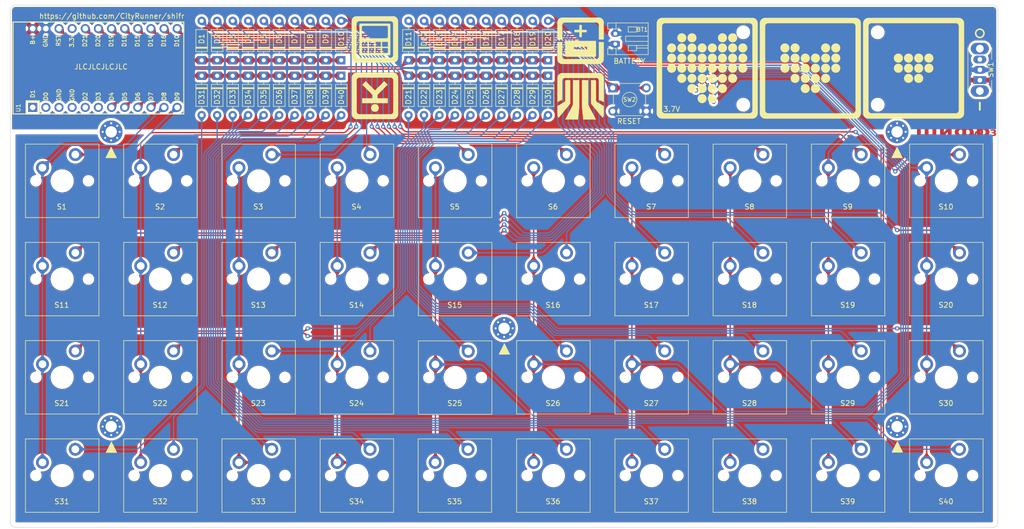
<source format=kicad_pcb>
(kicad_pcb (version 20221018) (generator pcbnew)
  (layers (0 "F.Cu" signal) (31 "B.Cu" signal) (34 "B.Paste" user) (35 "F.Paste" user) (36 "B.SilkS" user "B.Silkscreen") (37 "F.SilkS" user "F.Silkscreen") (38 "B.Mask" user) (39 "F.Mask" user) (44 "Edge.Cuts" user))
  (net 0 "")
  (net 1 "row_0")
  (net 2 "Net-(D1-A)")
  (net 3 "Net-(D2-A)")
  (net 4 "Net-(D3-A)")
  (net 5 "Net-(D4-A)")
  (net 6 "Net-(D5-A)")
  (net 7 "Net-(D6-A)")
  (net 8 "Net-(D7-A)")
  (net 9 "Net-(D8-A)")
  (net 10 "Net-(D9-A)")
  (net 11 "Net-(D10-A)")
  (net 12 "row_1")
  (net 13 "Net-(D11-A)")
  (net 14 "Net-(D12-A)")
  (net 15 "Net-(D13-A)")
  (net 16 "Net-(D14-A)")
  (net 17 "Net-(D15-A)")
  (net 18 "Net-(D16-A)")
  (net 19 "Net-(D17-A)")
  (net 20 "Net-(D18-A)")
  (net 21 "Net-(D19-A)")
  (net 22 "Net-(D20-A)")
  (net 23 "row_2")
  (net 24 "Net-(D21-A)")
  (net 25 "row_3")
  (net 26 "Net-(D22-A)")
  (net 27 "Net-(D23-A)")
  (net 28 "Net-(D24-A)")
  (net 29 "Net-(D25-A)")
  (net 30 "Net-(D26-A)")
  (net 31 "Net-(D27-A)")
  (net 32 "Net-(D28-A)")
  (net 33 "Net-(D29-A)")
  (net 34 "Net-(D30-A)")
  (net 35 "Net-(D31-A)")
  (net 36 "Net-(D32-A)")
  (net 37 "Net-(D33-A)")
  (net 38 "Net-(D34-A)")
  (net 39 "Net-(D35-A)")
  (net 40 "Net-(D36-A)")
  (net 41 "Net-(D37-A)")
  (net 42 "Net-(D38-A)")
  (net 43 "Net-(D39-A)")
  (net 44 "Net-(D40-A)")
  (net 45 "col_0")
  (net 46 "col_1")
  (net 47 "col_2")
  (net 48 "col_3")
  (net 49 "col_4")
  (net 50 "col_5")
  (net 51 "col_6")
  (net 52 "col_7")
  (net 53 "col_8")
  (net 54 "col_9")
  (net 55 "reset")
  (net 56 "ground")
  (net 63 "power")
  (net 65 "Net-(BT1--)")
  (footprint "ScottoKeebs_MX:MX_PCB_1.00u" (layer "F.Cu") (at 220.525 111.475)
    (fp_text reference "S30")
    (fp_text value "Keyswitch")
  )
  (footprint "ScottoKeebs_MX:MX_PCB_1.00u" (layer "F.Cu") (at 49.525 73.475)
    (fp_text reference "S1")
    (fp_text value "Keyswitch")
  )
  (footprint "ScottoKeebs_Components:Diode_DO-35" (layer "F.Cu") (at 88.5 53.15 -90)
    (fp_text reference "D35")
    (fp_text value "Diode")
  )
  (footprint "ScottoKeebs_Components:Diode_DO-35" (layer "F.Cu") (at 103.5 50.15 90)
    (fp_text reference "D10")
    (fp_text value "Diode")
  )
  (footprint "ScottoKeebs_Components:Diode_DO-35" (layer "F.Cu") (at 125.5 50.15 90)
    (fp_text reference "D14")
    (fp_text value "Diode")
  )
  (footprint "ScottoKeebs_Components:Diode_DO-35" (layer "F.Cu") (at 103.5 53.15 -90)
    (fp_text reference "D40")
    (fp_text value "Diode")
  )
  (footprint "ScottoKeebs_Components:Diode_DO-35" (layer "F.Cu") (at 122.5 50.15 90)
    (fp_text reference "D13")
    (fp_text value "Diode")
  )
  (footprint "MountingHole:MountingHole_2.2mm_M2_Pad_Via" (layer "F.Cu") (at 59 121)
    (fp_text reference "H1" hide)
    (fp_text value "MountingHole")
  )
  (footprint "ScottoKeebs_Components:Diode_DO-35" (layer "F.Cu") (at 79.5 53.15 -90)
    (fp_text reference "D32")
    (fp_text value "Diode")
  )
  (footprint "ScottoKeebs_Components:Diode_DO-35" (layer "F.Cu") (at 134.5 50.15 90)
    (fp_text reference "D17")
    (fp_text value "Diode")
  )
  (footprint "ScottoKeebs_MX:MX_PCB_1.00u" (layer "F.Cu") (at 87.525 111.475)
    (fp_text reference "S23")
    (fp_text value "Keyswitch")
  )
  (footprint "ScottoKeebs_Components:Diode_DO-35" (layer "F.Cu") (at 116.5 50.15 90)
    (fp_text reference "D11")
    (fp_text value "Diode")
  )
  (footprint "ScottoKeebs_MX:MX_PCB_1.00u" (layer "F.Cu") (at 182.525 111.475)
    (fp_text reference "S28")
    (fp_text value "Keyswitch")
  )
  (footprint "ScottoKeebs_MX:MX_PCB_1.00u" (layer "F.Cu") (at 68.525 92.475)
    (fp_text reference "S12")
    (fp_text value "Keyswitch")
  )
  (footprint "ScottoKeebs_Components:Diode_DO-35" (layer "F.Cu") (at 125.5 53.15 -90)
    (fp_text reference "D24")
    (fp_text value "Diode")
  )
  (footprint "Connector_JST:JST_PH_S2B-PH-K_1x02_P2.00mm_Horizontal" (layer "F.Cu") (at 156.5 47 90)
    (fp_text reference "BT1")
    (fp_text value "Battery")
  )
  (footprint "ScottoKeebs_Components:Diode_DO-35" (layer "F.Cu") (at 97.5 53.15 -90)
    (fp_text reference "D38")
    (fp_text value "Diode")
  )
  (footprint "ScottoKeebs_MX:MX_PCB_1.00u" (layer "F.Cu") (at 201.525 92.475)
    (fp_text reference "S19")
    (fp_text value "Keyswitch")
  )
  (footprint "ScottoKeebs_MX:MX_PCB_1.00u" (layer "F.Cu") (at 106.525 92.475)
    (fp_text reference "S14")
    (fp_text value "Keyswitch")
  )
  (footprint "ScottoKeebs_Components:Diode_DO-35" (layer "F.Cu") (at 88.5 50.15 90)
    (fp_text reference "D5")
    (fp_text value "Diode")
  )
  (footprint "MountingHole:MountingHole_2.2mm_M2_ISO14580" (layer "F.Cu") (at 181.25 58.75)
    (fp_text reference "H8" hide)
    (fp_text value "MountingHole")
  )
  (footprint "ScottoKeebs_Components:Diode_DO-35" (layer "F.Cu") (at 94.5 50.15 90)
    (fp_text reference "D7")
    (fp_text value "Diode")
  )
  (footprint "MountingHole:MountingHole_2.2mm_M2_ISO14580" (layer "F.Cu") (at 207.25 58.75)
    (fp_text reference "H9" hide)
    (fp_text value "MountingHole")
  )
  (footprint "ScottoKeebs_MX:MX_PCB_1.00u" (layer "F.Cu") (at 106.525 130.475)
    (fp_text reference "S34")
    (fp_text value "Keyswitch")
  )
  (footprint "ScottoKeebs_Components:Diode_DO-35" (layer "F.Cu") (at 116.5 53.15 -90)
    (fp_text reference "D21")
    (fp_text value "Diode")
  )
  (footprint "ScottoKeebs_Components:Diode_DO-35" (layer "F.Cu") (at 85.5 53.15 -90)
    (fp_text reference "D34")
    (fp_text value "Diode")
  )
  (footprint "MountingHole:MountingHole_2.2mm_M2_Pad_Via" (layer "F.Cu") (at 211 121)
    (fp_text reference "H5" hide)
    (fp_text value "MountingHole")
  )
  (footprint "ScottoKeebs_MX:MX_PCB_1.00u" (layer "F.Cu") (at 144.525 73.475)
    (fp_text reference "S6")
    (fp_text value "Keyswitch")
  )
  (footprint "ScottoKeebs_MX:MX_PCB_1.00u" (layer "F.Cu") (at 220.525 130.475)
    (fp_text reference "S40")
    (fp_text value "Keyswitch")
  )
  (footprint "ScottoKeebs_Components:Diode_DO-35" (layer "F.Cu") (at 128.5 53.15 -90)
    (fp_text reference "D25")
    (fp_text value "Diode")
  )
  (footprint "ScottoKeebs_MX:MX_PCB_1.00u" (layer "F.Cu") (at 182.525 73.475)
    (fp_text reference "S8")
    (fp_text value "Keyswitch")
  )
  (footprint "ScottoKeebs_MX:MX_PCB_1.00u" (layer "F.Cu") (at 106.525 111.475)
    (fp_text reference "S24")
    (fp_text value "Keyswitch")
  )
  (footprint "ScottoKeebs_MX:MX_PCB_1.00u" (layer "F.Cu") (at 106.528937 73.465)
    (fp_text reference "S4")
    (fp_text value "Keyswitch")
  )
  (footprint "ScottoKeebs_Components:Diode_DO-35" (layer "F.Cu") (at 131.5 53.15 -90)
    (fp_text reference "D26")
    (fp_text value "Diode")
  )
  (footprint "ScottoKeebs_MX:MX_PCB_1.00u" (layer "F.Cu") (at 87.525 92.475)
    (fp_text reference "S13")
    (fp_text value "Keyswitch")
  )
  (footprint "ScottoKeebs_MX:MX_PCB_1.00u" (layer "F.Cu") (at 87.525 73.475)
    (fp_text reference "S3")
    (fp_text value "Keyswitch")
  )
  (footprint "ScottoKeebs_Components:Diode_DO-35" (layer "F.Cu") (at 137.5 53.15 -90)
    (fp_text reference "D28")
    (fp_text value "Diode")
  )
  (footprint "ScottoKeebs_MCU:Nice_Nano_V2" (layer "F.Cu") (at 57.8 51.65 90)
    (fp_text reference "U1")
    (fp_text value "Nice_Nano_V2" hide)
  )
  (footprint "ScottoKeebs_MX:MX_PCB_1.00u" (layer "F.Cu") (at 49.525 111.475)
    (fp_text reference "S21")
    (fp_text value "Keyswitch")
  )
  (footprint "ScottoKeebs_Components:Diode_DO-35" (layer "F.Cu") (at 82.5 53.15 -90)
    (fp_text reference "D33")
    (fp_text value "Diode")
  )
  (footprint "ScottoKeebs_MX:MX_PCB_1.00u" (layer "F.Cu") (at 49.525 92.475)
    (fp_text reference "S11")
    (fp_text value "Keyswitch")
  )
  (footprint "ScottoKeebs_MX:MX_PCB_1.00u" (layer "F.Cu") (at 144.525 92.475)
    (fp_text reference "S16")
    (fp_text value "Keyswitch")
  )
  (footprint "Button_Switch_THT:SW_TH_Tactile_Omron_B3F-10xx" (layer "F.Cu") (at 156 55.5)
    (fp_text reference "SW2")
    (fp_text value "Reset Switch")
  )
  (footprint "ScottoKeebs_Components:Diode_DO-35" (layer "F.Cu") (at 79.5 50.15 90)
    (fp_text reference "D2")
    (fp_text value "Diode")
  )
  (footprint "ScottoKeebs_Components:Diode_DO-35" (layer "F.Cu") (at 137.5 50.15 90)
    (fp_text reference "D18")
    (fp_text value "Diode")
  )
  (footprint "ScottoKeebs_MX:MX_PCB_1.00u" (layer "F.Cu") (at 182.525 130.475)
    (fp_text reference "S38")
    (fp_text value "Keyswitch")
  )
  (footprint "ScottoKeebs_Components:Diode_DO-35" (layer "F.Cu") (at 94.5 53.15 -90)
    (fp_text reference "D37")
    (fp_text value "Diode")
  )
  (footprint "ScottoKeebs_Components:Diode_DO-35" (layer "F.Cu") (at 119.5 50.15 90)
    (fp_text reference "D12")
    (fp_text value "Diode")
  )
  (footprint "ScottoKeebs_Components:Diode_DO-35" (layer "F.Cu") (at 85.5 50.15 90)
    (fp_text reference "D4")
    (fp_text value "Diode")
  )
  (footprint "ScottoKeebs_MX:MX_PCB_1.00u" (layer "F.Cu") (at 163.525 92.475)
    (fp_text reference "S17")
    (fp_text value "Keyswitch")
  )
  (footprint "MountingHole:MountingHole_2.2mm_M2_Pad_Via" (layer "F.Cu") (at 135 102)
    (fp_text reference "H3" hide)
    (fp_text value "MountingHole")
  )
  (footprint "ScottoKeebs_MX:MX_PCB_1.00u" (layer "F.Cu") (at 163.525 130.475)
    (fp_text reference "S37")
    (fp_text value "Keyswitch")
  )
  (footprint "MountingHole:MountingHole_2.2mm_M2_ISO14580" (layer "F.Cu") (at 207.25 44.75)
    (fp_text reference "H7" hide)
    (fp_text value "MountingHole")
  )
  (footprint "ScottoKeebs_MX:MX_PCB_1.00u" (layer "F.Cu") (at 220.525 73.475)
    (fp_text reference "S10")
    (fp_text value "Keyswitch")
  )
  (footprint "Button_Switch_THT:SW_CuK_OS102011MA1QN1_SPDT_Angled" (layer "F.Cu") (at 227 54 90)
    (fp_text reference "SW1")
    (fp_text value "Power Switch")
  )
  (footprint "ScottoKeebs_MX:MX_PCB_1.00u" (layer "F.Cu") (at 201.525 73.475)
    (fp_text reference "S9")
    (fp_text value "Keyswitch")
  )
  (footprint "ScottoKeebs_MX:MX_PCB_1.00u" (layer "F.Cu") (at 125.525 111.525)
    (fp_text reference "S25")
    (fp_text value "Keyswitch")
  )
  (footprint "ScottoKeebs_MX:MX_PCB_1.00u" (layer "F.Cu") (at 201.525 130.475)
    (fp_text reference "S39")
    (fp_text value "Keyswitch")
  )
  (footprint "ScottoKeebs_MX:MX_PCB_1.00u" (layer "F.Cu") (at 68.525 111.475)
    (fp_text reference "S22")
    (fp_text value "Keyswitch")
  )
  (footprint "ScottoKeebs_MX:MX_PCB_1.00u" (layer "F.Cu") (at 201.525 111.475)
    (fp_text reference "S29")
    (fp_text value "Keyswitch")
  )
  (footprint "MountingHole:MountingHole_2.2mm_M2_ISO14580" (layer "F.Cu") (at 181.25 44.75)
    (fp_text reference "H6" hide)
    (fp_text value "MountingHole")
  )
  (footprint "MountingHole:MountingHole_2.2mm_M2_Pad_Via" (layer "F.Cu") (at 211 64)
    (fp_text reference "H4" hide)
    (fp_text value "MountingHole")
  )
  (footprint "ScottoKeebs_MX:MX_PCB_1.00u" (layer "F.Cu") (at 182.525 92.475)
    (fp_text reference "S18")
    (fp_text value "Keyswitch")
  )
  (footprint "ScottoKeebs_MX:MX_PCB_1.00u" (layer "F.Cu") (at 144.525 130.475)
    (fp_text reference "S36")
    (fp_text value "Keyswitch")
  )
  (footprint "ScottoKeebs_Components:Diode_DO-35" (layer "F.Cu") (at 140.5 50.15 90)
    (fp_text reference "D19")
    (fp_text value "Diode")
  )
  (footprint "ScottoKeebs_MX:MX_PCB_1.00u" (layer "F.Cu") (at 125.475 130.475)
    (fp_text reference "S35")
    (fp_text value "Keyswitch")
  )
  (footprint "ScottoKeebs_Components:Diode_DO-35" (layer "F.Cu") (at 143.5 53.15 -90)
    (fp_text reference "D30")
    (fp_text value "Diode")
  )
  (footprint "ScottoKeebs_MX:MX_PCB_1.00u" (layer "F.Cu") (at 49.525 130.475)
    (fp_text reference "S31")
    (fp_text value "Keyswitch")
  )
  (footprint "ScottoKeebs_MX:MX_PCB_1.00u" (layer "F.Cu") (at 144.525 111.475)
    (fp_text reference "S26")
    (fp_text value "Keyswitch")
  )
  (footprint "ScottoKeebs_Components:Diode_DO-35" (layer "F.Cu") (at 76.5 53.15 -90)
    (fp_text reference "D31")
    (fp_text value "Diode")
  )
  (footprint "ScottoKeebs_Components:Diode_DO-35" (layer "F.Cu") (at 128.5 50.15 90)
    (fp_text reference "D15")
    (fp_text value "Diode")
  )
  (footprint "ScottoKeebs_MX:MX_PCB_1.00u" (layer "F.Cu") (at 125.525 92.475)
    (fp_text reference "S15")
    (fp_text value "Keyswitch")
  )
  (footprint "MountingHole:MountingHole_2.2mm_M2_Pad_Via" (layer "F.Cu") (at 59 64)
    (fp_text reference "H2" hide)
    (fp_text value "MountingHole")
  )
  (footprint "ScottoKeebs_Components:Diode_DO-35" (layer "F.Cu") (at 100.5 50.15 90)
    (fp_text reference "D9")
    (fp_text value "Diode")
  )
  (footprint "ScottoKeebs_MX:MX_PCB_1.00u" (layer "F.Cu") (at 163.525 73.475)
    (fp_text reference "S7")
    (fp_text value "Keyswitch")
  )
  (footprint "ScottoKeebs_Components:Diode_DO-35" (layer "F.Cu") (at 91.5 50.15 90)
    (fp_text reference "D6")
    (fp_text value "Diode")
  )
  (footprint "ScottoKeebs_Components:Diode_DO-35" (layer "F.Cu") (at 119.5 53.15 -90)
    (fp_text reference "D22")
    (fp_text value "Diode")
  )
  (footprint "ScottoKeebs_MX:MX_PCB_1.00u" (layer "F.Cu") (at 68.525 130.475)
    (fp_text reference "S32")
    (fp_text value "Keyswitch")
  )
  (footprint "ScottoKeebs_Components:Diode_DO-35" (layer "F.Cu") (at 91.5 53.15 -90)
    (fp_text reference "D36")
    (fp_text value "Diode")
  )
  (footprint "ScottoKeebs_MX:MX_PCB_1.00u" (layer "F.Cu") (at 68.525 73.475)
    (fp_text reference "S2")
    (fp_text value "Keyswitch")
  )
  (footprint "ScottoKeebs_MX:MX_PCB_1.00u" (layer "F.Cu") (at 163.525 111.475)
    (fp_text reference "S27")
    (fp_text value "Keyswitch")
  )
  (footprint "ScottoKeebs_MX:MX_PCB_1.00u" (layer "F.Cu") (at 125.525 73.475)
    (fp_text reference "S5")
    (fp_text value "Keyswitch")
  )
  (footprint "ScottoKeebs_Components:Diode_DO-35" (layer "F.Cu") (at 140.5 53.15 -90)
    (fp_text reference "D29")
    (fp_text value "Diode")
  )
  (footprint "ScottoKeebs_Components:Diode_DO-35" (layer "F.Cu") (at 100.5 53.15 -90)
    (fp_text reference "D39")
    (fp_text value "Diode")
  )
  (footprint "ScottoKeebs_Components:Diode_DO-35" (layer "F.Cu") (at 143.5 50.15 90)
    (fp_text reference "D20")
    (fp_text value "Diode")
  )
  (footprint "ScottoKeebs_Components:Diode_DO-35" (layer "F.Cu") (at 134.5 53.15 -90)
    (fp_text reference "D27")
    (fp_text value "Diode")
  )
  (footprint "ScottoKeebs_MX:MX_PCB_1.00u" (layer "F.Cu") (at 220.525 92.475)
    (fp_text reference "S20")
    (fp_text value "Keyswitch")
  )
  (footprint "ScottoKeebs_Components:Diode_DO-35" (layer "F.Cu") (at 97.5 50.15 90)
    (fp_text reference "D8")
    (fp_text value "Diode")
  )
  (footprint "ScottoKeebs_Components:Diode_DO-35" (layer "F.Cu") (at 131.5 50.15 90)
    (fp_text reference "D16")
    (fp_text value "Diode")
  )
  (footprint "ScottoKeebs_Components:Diode_DO-35" (layer "F.Cu") (at 82.5 50.15 90)
    (fp_text reference "D3")
    (fp_text value "Diode")
  )
  (footprint "ScottoKeebs_MX:MX_PCB_1.00u" (layer "F.Cu") (at 87.525 130.475)
    (fp_text reference "S33")
    (fp_text value "Keyswitch")
  )
  (footprint "ScottoKeebs_Components:Diode_DO-35" (layer "F.Cu") (at 76.5 50.15 90)
    (fp_text reference "D1")
    (fp_text value "Diode")
  )
  (footprint "ScottoKeebs_Components:Diode_DO-35" (layer "F.Cu") (at 122.5 53.15 -90)
    (fp_text reference "D23")
    (fp_text value "Diode")
  )
  (gr_poly (pts (xy 177.270329 52.782464) (xy 177.314872 52.785851) (xy 177.358767 52.791429) (xy 177.401959 52.799142) (xy 177.444393 52.808936) (xy 177.486014 52.820755) (xy 177.526768 52.834545) (xy 177.566598 52.850249) (xy 177.60545 52.867814) (xy 177.643268 52.887183) (xy 177.679998 52.908303) (xy 177.715585 52.931117) (xy 177.749972 52.95557) (xy 177.783106 52.981608) (xy 177.814931 53.009176) (xy 177.845392 53.038217) (xy 177.874434 53.068678) (xy 177.902001 53.100503) (xy 177.928039 53.133637) (xy 177.952493 53.168025) (xy 177.975307 53.203611) (xy 177.996426 53.240341) (xy 178.015796 53.27816) (xy 178.03336 53.317012) (xy 178.049065 53.356842) (xy 178.062854 53.397596) (xy 178.074673 53.439217) (xy 178.084467 53.481651) (xy 178.09218 53.524844) (xy 178.097758 53.568739) (xy 178.101145 53.613281) (xy 178.102287 53.658416) (xy 178.101145 53.703551) (xy 178.097758 53.748094) (xy 178.09218 53.791989) (xy 178.084467 53.835181) (xy 178.074673 53.877616) (xy 178.062854 53.919237) (xy 178.049065 53.959991) (xy 178.03336 53.999821) (xy 178.015796 54.038673) (xy 177.996426 54.076491) (xy 177.975307 54.113221) (xy 177.952493 54.148808) (xy 177.928039 54.183195) (xy 177.902001 54.216329) (xy 177.874434 54.248154) (xy 177.845392 54.278615) (xy 177.814931 54.307657) (xy 177.783106 54.335224) (xy 177.749972 54.361263) (xy 177.715585 54.385716) (xy 177.679998 54.40853) (xy 177.643268 54.42965) (xy 177.60545 54.449019) (xy 177.566598 54.466584) (xy 177.526768 54.482288) (xy 177.486014 54.496078) (xy 177.444393 54.507897) (xy 177.401959 54.517691) (xy 177.358767 54.525404) (xy 177.314872 54.530982) (xy 177.270329 54.534369) (xy 177.225194 54.53551) (xy 177.180059 54.534369) (xy 177.135516 54.530982) (xy 177.091621 54.525404) (xy 177.048429 54.517691) (xy 177.005995 54.507897) (xy 176.964373 54.496078) (xy 176.92362 54.482288) (xy 176.88379 54.466584) (xy 176.844938 54.449019) (xy 176.807119 54.42965) (xy 176.770389 54.40853) (xy 176.734803 54.385716) (xy 176.700415 54.361263) (xy 176.667281 54.335224) (xy 176.635456 54.307657) (xy 176.604995 54.278615) (xy 176.575954 54.248154) (xy 176.548386 54.216329) (xy 176.522348 54.183195) (xy 176.497894 54.148808) (xy 176.47508 54.113221) (xy 176.453961 54.076491) (xy 176.434592 54.038673) (xy 176.417027 53.999821) (xy 176.401322 53.959991) (xy 176.387533 53.919237) (xy 176.375714 53.877616) (xy 176.36592 53.835181) (xy 176.358207 53.791989) (xy 176.352629 53.748094) (xy 176.349242 53.703551) (xy 176.348101 53.658416) (xy 176.349242 53.613281) (xy 176.352629 53.568739) (xy 176.358207 53.524844) (xy 176.36592 53.481651) (xy 176.375714 53.439217) (xy 176.387533 53.397596) (xy 176.401322 53.356842) (xy 176.417027 53.317012) (xy 176.434592 53.27816) (xy 176.453961 53.240341) (xy 176.47508 53.203611) (xy 176.497894 53.168025) (xy 176.522348 53.133637) (xy 176.548386 53.100503) (xy 176.575954 53.068678) (xy 176.604995 53.038217) (xy 176.635456 53.009176) (xy 176.667281 52.981608) (xy 176.700415 52.95557) (xy 176.734803 52.931117) (xy 176.770389 52.908303) (xy 176.807119 52.887183) (xy 176.844938 52.867814) (xy 176.88379 52.850249) (xy 176.92362 52.834545) (xy 176.964373 52.820755) (xy 177.005995 52.808936) (xy 177.048429 52.799142) (xy 177.091621 52.791429) (xy 177.135516 52.785851) (xy 177.180059 52.782464) (xy 177.225194 52.781323)) (fill solid) (layer "F.SilkS"))
  (gr_circle (center 227 44.944427) (end 227.805573 44.944427) (stroke (width 0.3)) (fill none) (layer "F.SilkS"))
  (gr_poly (pts (xy 202.990756 41.947482) (xy 203.054046 41.952118) (xy 203.092807 41.956839) (xy 203.135635 41.963686) (xy 203.18202 41.973053) (xy 203.231453 41.985331) (xy 203.283425 42.000915) (xy 203.337428 42.020197) (xy 203.392953 42.043571) (xy 203.44949 42.071428) (xy 203.506532 42.104163) (xy 203.563568 42.142168) (xy 203.62009 42.185836) (xy 203.648 42.209917) (xy 203.67559 42.235561) (xy 203.704359 42.264167) (xy 203.73137 42.293184) (xy 203.756677 42.322538) (xy 203.780337 42.352157) (xy 203.802405 42.381968) (xy 203.822936 42.411897) (xy 203.841986 42.441871) (xy 203.85961 42.471817) (xy 203.875863 42.501663) (xy 203.890802 42.531335) (xy 203.90448 42.56076) (xy 203.916955 42.589865) (xy 203.938513 42.646823) (xy 203.955919 42.701624) (xy 203.969617 42.753685) (xy 203.98005 42.80242) (xy 203.987662 42.847246) (xy 203.992895 42.887577) (xy 203.996193 42.922829) (xy 203.998 42.952418) (xy 203.998914 42.992269) (xy 203.998914 60.403438) (xy 203.997554 60.457278) (xy 203.993519 60.510408) (xy 203.986872 60.562762) (xy 203.977678 60.614274) (xy 203.966004 60.664879) (xy 203.951913 60.714512) (xy 203.93547 60.763107) (xy 203.91674 60.810599) (xy 203.895788 60.856922) (xy 203.872679 60.90201) (xy 203.847478 60.945798) (xy 203.82025 60.988221) (xy 203.791059 61.029213) (xy 203.759971 61.068709) (xy 203.727049 61.106642) (xy 203.69236 61.142948) (xy 203.655968 61.177562) (xy 203.617938 61.210417) (xy 203.578335 61.241447) (xy 203.537223 61.270589) (xy 203.494667 61.297776) (xy 203.450733 61.322942) (xy 203.405486 61.346022) (xy 203.358989 61.366951) (xy 203.311308 61.385663) (xy 203.262508 61.402092) (xy 203.212654 61.416174) (xy 203.161811 61.427842) (xy 203.110043 61.437032) (xy 203.057415 61.443676) (xy 203.003992 61.447711) (xy 202.94984 61.449071) (xy 185.493951 61.449071) (xy 185.440101 61.447711) (xy 185.386943 61.443676) (xy 185.334543 61.437032) (xy 185.282968 61.427842) (xy 185.232285 61.416174) (xy 185.18256 61.402092) (xy 185.133861 61.385663) (xy 185.086253 61.366951) (xy 185.039805 61.346022) (xy 184.994582 61.322942) (xy 184.950652 61.297776) (xy 184.90808 61.270589) (xy 184.866935 61.241447) (xy 184.827282 61.210417) (xy 184.789189 61.177562) (xy 184.752722 61.142948) (xy 184.717947 61.106642) (xy 184.684933 61.068709) (xy 184.653745 61.029213) (xy 184.62445 60.988221) (xy 184.597115 60.945798) (xy 184.571806 60.90201) (xy 184.548591 60.856922) (xy 184.527537 60.810599) (xy 184.508709 60.763107) (xy 184.492175 60.714512) (xy 184.478002 60.664879) (xy 184.466256 60.614274) (xy 184.457004 60.562762) (xy 184.450313 60.510408) (xy 184.446249 60.457278) (xy 184.44488 60.403438) (xy 184.44488 59.842788) (xy 185.500832 59.842788) (xy 185.501552 59.87132) (xy 185.503689 59.899493) (xy 185.507209 59.927272) (xy 185.512078 59.954621) (xy 185.518262 59.981504) (xy 185.525727 60.007885) (xy 185.534439 60.033729) (xy 185.544364 60.058998) (xy 185.555468 60.083658) (xy 185.567717 60.107672) (xy 185.581077 60.131005) (xy 185.595514 60.15362) (xy 185.610994 60.175482) (xy 185.627483 60.196555) (xy 185.644946 60.216803) (xy 185.663351 60.23619) (xy 185.682663 60.254681) (xy 185.702847 60.272238) (xy 185.723871 60.288827) (xy 185.745699 60.304411) (xy 185.768298 60.318955) (xy 185.791635 60.332422) (xy 185.815674 60.344777) (xy 185.840381 60.355985) (xy 185.865724 60.366008) (xy 185.891668 60.374811) (xy 185.918178 60.382358) (xy 185.945221 60.388614) (xy 185.972763 60.393541) (xy 186.00077 60.397106) (xy 186.029208 60.399271) (xy 186.058042 60.4) (xy 202.389183 60.4) (xy 202.417715 60.399271) (xy 202.445888 60.397106) (xy 202.473668 60.393541) (xy 202.501017 60.388614) (xy 202.5279 60.382358) (xy 202.554281 60.374811) (xy 202.580124 60.366008) (xy 202.605393 60.355985) (xy 202.630053 60.344777) (xy 202.654067 60.332422) (xy 202.6774 60.318955) (xy 202.700015 60.304411) (xy 202.721878 60.288827) (xy 202.742951 60.272238) (xy 202.763199 60.254681) (xy 202.782586 60.23619) (xy 202.801076 60.216803) (xy 202.818633 60.196555) (xy 202.835222 60.175482) (xy 202.850806 60.15362) (xy 202.86535 60.131005) (xy 202.878817 60.107672) (xy 202.891173 60.083658) (xy 202.90238 60.058998) (xy 202.912403 60.033729) (xy 202.921206 60.007885) (xy 202.928753 59.981504) (xy 202.935009 59.954621) (xy 202.939937 59.927272) (xy 202.943501 59.899493) (xy 202.945666 59.87132) (xy 202.946396 59.842788) (xy 202.946396 56.014531) (xy 202.946398 56.014531) (xy 202.946398 43.556361) (xy 202.945678 43.527829) (xy 202.943541 43.499656) (xy 202.940021 43.471876) (xy 202.935152 43.444527) (xy 202.928968 43.417644) (xy 202.921503 43.391263) (xy 202.912791 43.36542) (xy 202.902866 43.340151) (xy 202.891762 43.315491) (xy 202.879513 43.291477) (xy 202.866153 43.268144) (xy 202.851715 43.245529) (xy 202.836235 43.223667) (xy 202.819746 43.202594) (xy 202.802283 43.182346) (xy 202.783878 43.162959) (xy 202.764566 43.144468) (xy 202.744381 43.126911) (xy 202.723358 43.110322) (xy 202.701529 43.094738) (xy 202.67893 43.080194) (xy 202.655594 43.066727) (xy 202.631555 43.054371) (xy 202.606847 43.043164) (xy 202.581504 43.033141) (xy 202.55556 43.024338) (xy 202.52905 43.016791) (xy 202.502006 43.010535) (xy 202.474464 43.005607) (xy 202.446458 43.002043) (xy 202.41802 42.999878) (xy 202.389186 42.999148) (xy 186.058042 42.999148) (xy 186.029511 42.999878) (xy 186.001337 43.002043) (xy 185.973558 43.005607) (xy 185.946209 43.010535) (xy 185.919327 43.016791) (xy 185.892946 43.024338) (xy 185.867103 43.033141) (xy 185.841833 43.043164) (xy 185.817174 43.054371) (xy 185.79316 43.066727) (xy 185.769827 43.080194) (xy 185.747212 43.094738) (xy 185.72535 43.110322) (xy 185.704277 43.126911) (xy 185.684029 43.144468) (xy 185.664642 43.162959) (xy 185.646152 43.182346) (xy 185.628594 43.202594) (xy 185.612006 43.223667) (xy 185.596421 43.245529) (xy 185.581878 43.268144) (xy 185.56841 43.291477) (xy 185.556055 43.315491) (xy 185.544848 43.340151) (xy 185.534825 43.36542) (xy 185.526022 43.391263) (xy 185.518474 43.417644) (xy 185.512219 43.444527) (xy 185.507291 43.471876) (xy 185.503727 43.499656) (xy 185.501562 43.527829) (xy 185.500832 43.556361) (xy 185.500832 59.842788) (xy 184.44488 59.842788) (xy 184.44488 42.992269) (xy 184.445618 42.953016) (xy 184.450146 42.88978) (xy 184.454914 42.850542) (xy 184.461929 42.806955) (xy 184.471625 42.759569) (xy 184.484434 42.708934) (xy 184.500791 42.655597) (xy 184.521128 42.60011) (xy 184.545878 42.54302) (xy 184.575476 42.484877) (xy 184.610353 42.42623) (xy 184.650945 42.367629) (xy 184.673518 42.338517) (xy 184.697683 42.309622) (xy 184.723493 42.281013) (xy 184.751001 42.252759) (xy 184.779266 42.22525) (xy 184.807903 42.19944) (xy 184.836844 42.175276) (xy 184.866019 42.152702) (xy 184.895358 42.131665) (xy 184.92479 42.112111) (xy 184.954247 42.093984) (xy 184.983657 42.077233) (xy 185.012952 42.061801) (xy 185.04206 42.047635) (xy 185.070913 42.034681) (xy 185.099441 42.022885) (xy 185.155239 42.002548) (xy 185.208896 41.986191) (xy 185.259853 41.973382) (xy 185.307549 41.963686) (xy 185.351427 41.956671) (xy 185.390926 41.951903) (xy 185.425487 41.948949) (xy 185.454551 41.947375) (xy 185.493951 41.946636) (xy 202.949837 41.946636)) (fill solid) (layer "F.SilkS"))
  (gr_poly (pts (xy 183.044612 41.947482) (xy 183.107902 41.952118) (xy 183.146664 41.956839) (xy 183.189492 41.963686) (xy 183.235876 41.973053) (xy 183.28531 41.985331) (xy 183.337282 42.000915) (xy 183.391285 42.020197) (xy 183.44681 42.043571) (xy 183.503347 42.071428) (xy 183.560389 42.104163) (xy 183.617425 42.142168) (xy 183.673947 42.185836) (xy 183.701856 42.209917) (xy 183.729447 42.235561) (xy 183.758215 42.264167) (xy 183.785225 42.293184) (xy 183.810533 42.322539) (xy 183.834192 42.352157) (xy 183.85626 42.381968) (xy 183.876791 42.411897) (xy 183.89584 42.441871) (xy 183.913464 42.471817) (xy 183.929717 42.501663) (xy 183.944655 42.531335) (xy 183.958334 42.56076) (xy 183.970808 42.589865) (xy 183.992366 42.646823) (xy 184.009772 42.701624) (xy 184.02347 42.753685) (xy 184.033903 42.80242) (xy 184.041514 42.847246) (xy 184.046747 42.887577) (xy 184.050046 42.922829) (xy 184.051853 42.952418) (xy 184.052767 42.992269) (xy 184.052767 60.403438) (xy 184.051407 60.457278) (xy 184.047371 60.510408) (xy 184.040724 60.562762) (xy 184.031531 60.614274) (xy 184.019857 60.664879) (xy 184.005765 60.714512) (xy 183.989323 60.763107) (xy 183.970593 60.810599) (xy 183.949641 60.856922) (xy 183.926532 60.90201) (xy 183.901331 60.945798) (xy 183.874103 60.988221) (xy 183.844912 61.029213) (xy 183.813824 61.068709) (xy 183.780903 61.106642) (xy 183.746214 61.142948) (xy 183.709822 61.177562) (xy 183.671792 61.210417) (xy 183.632188 61.241448) (xy 183.591077 61.270589) (xy 183.548521 61.297776) (xy 183.504587 61.322942) (xy 183.45934 61.346022) (xy 183.412843 61.366951) (xy 183.365163 61.385663) (xy 183.316363 61.402092) (xy 183.266509 61.416174) (xy 183.215666 61.427842) (xy 183.163898 61.437032) (xy 183.11127 61.443676) (xy 183.057847 61.447711) (xy 183.003695 61.449071) (xy 165.547809 61.449071) (xy 165.493959 61.447711) (xy 165.440801 61.443676) (xy 165.3884 61.437032) (xy 165.336825 61.427842) (xy 165.286142 61.416174) (xy 165.236417 61.402092) (xy 165.187718 61.385663) (xy 165.140111 61.366951) (xy 165.093662 61.346022) (xy 165.048439 61.322942) (xy 165.004509 61.297776) (xy 164.961938 61.270589) (xy 164.920792 61.241448) (xy 164.881139 61.210417) (xy 164.843046 61.177562) (xy 164.806579 61.142948) (xy 164.771804 61.106642) (xy 164.73879 61.068709) (xy 164.707601 61.029213) (xy 164.678306 60.988221) (xy 164.650971 60.945798) (xy 164.625663 60.90201) (xy 164.602448 60.856922) (xy 164.581393 60.810599) (xy 164.562566 60.763107) (xy 164.546032 60.714512) (xy 164.531859 60.664879) (xy 164.520112 60.614274) (xy 164.51086 60.562762) (xy 164.504169 60.510408) (xy 164.500105 60.457278) (xy 164.498736 60.403438) (xy 164.498736 59.842788) (xy 165.554688 59.842788) (xy 165.555408 59.87132) (xy 165.557545 59.899493) (xy 165.561065 59.927272) (xy 165.565934 59.954621) (xy 165.572118 59.981504) (xy 165.579583 60.007885) (xy 165.588295 60.033729) (xy 165.59822 60.058998) (xy 165.609324 60.083658) (xy 165.621574 60.107672) (xy 165.634934 60.131005) (xy 165.649371 60.15362) (xy 165.664851 60.175482) (xy 165.68134 60.196555) (xy 165.698804 60.216803) (xy 165.717208 60.23619) (xy 165.73652 60.254681) (xy 165.756705 60.272238) (xy 165.777728 60.288827) (xy 165.799557 60.304411) (xy 165.822156 60.318955) (xy 165.845492 60.332422) (xy 165.869531 60.344777) (xy 165.894239 60.355985) (xy 165.919582 60.366008) (xy 165.945526 60.374811) (xy 165.972036 60.382358) (xy 165.999079 60.388614) (xy 166.026622 60.393541) (xy 166.054628 60.397106) (xy 166.083066 60.399271) (xy 166.1119 60.4) (xy 182.443042 60.4) (xy 182.471574 60.399271) (xy 182.499747 60.397106) (xy 182.527526 60.393541) (xy 182.554876 60.388614) (xy 182.581759 60.382358) (xy 182.60814 60.374811) (xy 182.633983 60.366008) (xy 182.659252 60.355985) (xy 182.683912 60.344777) (xy 182.707926 60.332422) (xy 182.731259 60.318955) (xy 182.753874 60.304411) (xy 182.775736 60.288827) (xy 182.79681 60.272238) (xy 182.817057 60.254681) (xy 182.836444 60.23619) (xy 182.854935 60.216803) (xy 182.872492 60.196555) (xy 182.889081 60.175482) (xy 182.904665 60.15362) (xy 182.919209 60.131005) (xy 182.932676 60.107672) (xy 182.945032 60.083658) (xy 182.956239 60.058998) (xy 182.966262 60.033729) (xy 182.975065 60.007885) (xy 182.982612 59.981504) (xy 182.988868 59.954621) (xy 182.993796 59.927272) (xy 182.99736 59.899493) (xy 182.999525 59.87132) (xy 183.000255 59.842788) (xy 183.000255 56.014531) (xy 183.000253 56.014531) (xy 183.000253 43.556361) (xy 182.999534 43.527829) (xy 182.997397 43.499656) (xy 182.993877 43.471876) (xy 182.989008 43.444527) (xy 182.982824 43.417644) (xy 182.975358 43.391263) (xy 182.966646 43.36542) (xy 182.956721 43.340151) (xy 182.945617 43.315491) (xy 182.933368 43.291477) (xy 182.920008 43.268144) (xy 182.905571 43.245529) (xy 182.890091 43.223667) (xy 182.873602 43.202594) (xy 182.856138 43.182346) (xy 182.837733 43.162959) (xy 182.818422 43.144468) (xy 182.798237 43.126911) (xy 182.777213 43.110322) (xy 182.755385 43.094738) (xy 182.732786 43.080194) (xy 182.709449 43.066727) (xy 182.68541 43.054371) (xy 182.660702 43.043164) (xy 182.63536 43.033141) (xy 182.609416 43.024338) (xy 182.582905 43.016791) (xy 182.555862 43.010535) (xy 182.52832 43.005607) (xy 182.500313 43.002043) (xy 182.471875 42.999878) (xy 182.443041 42.999148) (xy 166.1119 42.999148) (xy 166.083369 42.999878) (xy 166.055195 43.002043) (xy 166.027416 43.005607) (xy 166.000067 43.010535) (xy 165.973184 43.016791) (xy 165.946803 43.024338) (xy 165.92096 43.033141) (xy 165.89569 43.043164) (xy 165.871031 43.054371) (xy 165.847016 43.066727) (xy 165.823684 43.080194) (xy 165.801068 43.094738) (xy 165.779206 43.110322) (xy 165.758133 43.126911) (xy 165.737885 43.144468) (xy 165.718498 43.162959) (xy 165.700008 43.182346) (xy 165.682451 43.202594) (xy 165.665862 43.223667) (xy 165.650278 43.245529) (xy 165.635734 43.268144) (xy 165.622266 43.291477) (xy 165.609911 43.315491) (xy 165.598704 43.340151) (xy 165.588681 43.36542) (xy 165.579878 43.391263) (xy 165.572331 43.417644) (xy 165.566075 43.444527) (xy 165.561147 43.471876) (xy 165.557583 43.499656) (xy 165.555418 43.527829) (xy 165.554688 43.556361) (xy 165.554688 59.842788) (xy 164.498736 59.842788) (xy 164.498736 42.992269) (xy 164.499475 42.953016) (xy 164.504003 42.88978) (xy 164.508771 42.850542) (xy 164.515786 42.806955) (xy 164.525482 42.759569) (xy 164.538291 42.708934) (xy 164.554648 42.655597) (xy 164.574985 42.60011) (xy 164.599735 42.54302) (xy 164.629333 42.484877) (xy 164.66421 42.42623) (xy 164.704802 42.367629) (xy 164.727376 42.338517) (xy 164.75154 42.309622) (xy 164.77735 42.281013) (xy 164.804859 42.252759) (xy 164.833123 42.22525) (xy 164.861761 42.19944) (xy 164.890702 42.175276) (xy 164.919877 42.152702) (xy 164.949215 42.131665) (xy 164.978648 42.112111) (xy 165.008104 42.093984) (xy 165.037514 42.077233) (xy 165.066809 42.061801) (xy 165.095918 42.047635) (xy 165.124771 42.034681) (xy 165.153298 42.022885) (xy 165.209096 42.002548) (xy 165.262753 41.986191) (xy 165.31371 41.973382) (xy 165.361406 41.963686) (xy 165.405284 41.956671) (xy 165.444783 41.951903) (xy 165.479344 41.948949) (xy 165.508408 41.947375) (xy 165.547809 41.946636) (xy 183.003693 41.946636)) (fill solid) (layer "F.SilkS"))
  (gr_poly (pts (xy 171.371444 46.897337) (xy 171.415986 46.900724) (xy 171.459881 46.906302) (xy 171.503074 46.914016) (xy 171.545508 46.923809) (xy 171.58713 46.935629) (xy 171.627883 46.949418) (xy 171.667713 46.965123) (xy 171.706565 46.982687) (xy 171.744384 47.002057) (xy 171.781114 47.023176) (xy 171.8167 47.04599) (xy 171.851088 47.070444) (xy 171.884222 47.096482) (xy 171.916047 47.124049) (xy 171.946508 47.153091) (xy 171.975549 47.183552) (xy 172.003117 47.215377) (xy 172.029155 47.248511) (xy 172.053609 47.282898) (xy 172.076423 47.318485) (xy 172.097542 47.355215) (xy 172.116911 47.393033) (xy 172.134476 47.431885) (xy 172.15018 47.471716) (xy 172.16397 47.512469) (xy 172.175789 47.55409) (xy 172.185583 47.596525) (xy 172.193296 47.639717) (xy 172.198874 47.683612) (xy 172.202261 47.728155) (xy 172.203402 47.77329) (xy 172.202261 47.818425) (xy 172.198874 47.862968) (xy 172.193296 47.906863) (xy 172.185583 47.950055) (xy 172.175789 47.992489) (xy 172.16397 48.034111) (xy 172.15018 48.074864) (xy 172.134476 48.114694) (xy 172.116911 48.153546) (xy 172.097542 48.191365) (xy 172.076423 48.228095) (xy 172.053609 48.263681) (xy 172.029155 48.298069) (xy 172.003117 48.331203) (xy 171.975549 48.363028) (xy 171.946508 48.393489) (xy 171.916047 48.422531) (xy 171.884222 48.450098) (xy 171.851088 48.476136) (xy 171.8167 48.50059) (xy 171.781114 48.523404) (xy 171.744384 48.544523) (xy 171.706565 48.563893) (xy 171.667713 48.581457) (xy 171.627883 48.597162) (xy 171.58713 48.610951) (xy 171.545508 48.62277) (xy 171.503074 48.632564) (xy 171.459881 48.640277) (xy 171.415986 48.645855) (xy 171.371444 48.649242) (xy 171.326309 48.650383) (xy 171.281173 48.649242) (xy 171.236631 48.645855) (xy 171.192736 48.640277) (xy 171.149544 48.632564) (xy 171.107109 48.62277) (xy 171.065488 48.610951) (xy 171.024734 48.597162) (xy 170.984904 48.581457) (xy 170.946052 48.563893) (xy 170.908234 48.544523) (xy 170.871504 48.523404) (xy 170.835917 48.50059) (xy 170.80153 48.476136) (xy 170.768396 48.450098) (xy 170.736571 48.422531) (xy 170.70611 48.393489) (xy 170.677068 48.363028) (xy 170.649501 48.331203) (xy 170.623463 48.298069) (xy 170.599009 48.263681) (xy 170.576195 48.228095) (xy 170.555076 48.191365) (xy 170.535706 48.153546) (xy 170.518142 48.114694) (xy 170.502437 48.074864) (xy 170.488648 48.034111) (xy 170.476829 47.992489) (xy 170.467035 47.950055) (xy 170.459322 47.906863) (xy 170.453744 47.862968) (xy 170.450357 47.818425) (xy 170.449216 47.77329) (xy 170.450357 47.728155) (xy 170.453744 47.683612) (xy 170.459322 47.639717) (xy 170.467035 47.596525) (xy 170.476829 47.55409) (xy 170.488648 47.512469) (xy 170.502437 47.471716) (xy 170.518142 47.431885) (xy 170.535706 47.393033) (xy 170.555076 47.355215) (xy 170.576195 47.318485) (xy 170.599009 47.282898) (xy 170.623463 47.248511) (xy 170.649501 47.215377) (xy 170.677068 47.183552) (xy 170.70611 47.153091) (xy 170.736571 47.124049) (xy 170.768396 47.096482) (xy 170.80153 47.070444) (xy 170.835917 47.04599) (xy 170.871504 47.023176) (xy 170.908234 47.002057) (xy 170.946052 46.982687) (xy 170.984904 46.965123) (xy 171.024734 46.949418) (xy 171.065488 46.935629) (xy 171.107109 46.923809) (xy 171.149544 46.914016) (xy 171.192736 46.906302) (xy 171.236631 46.900724) (xy 171.281173 46.897337) (xy 171.326309 46.896196)) (fill solid) (layer "F.SilkS"))
  (gr_poly (pts (xy 215.222686 52.782464) (xy 215.267228 52.785851) (xy 215.311124 52.791429) (xy 215.354316 52.799142) (xy 215.39675 52.808936) (xy 215.438372 52.820755) (xy 215.479125 52.834545) (xy 215.518956 52.850249) (xy 215.557808 52.867814) (xy 215.595626 52.887183) (xy 215.632357 52.908303) (xy 215.667943 52.931117) (xy 215.702331 52.95557) (xy 215.735465 52.981608) (xy 215.76729 53.009176) (xy 215.797751 53.038217) (xy 215.826793 53.068678) (xy 215.854361 53.100503) (xy 215.880399 53.133637) (xy 215.904853 53.168025) (xy 215.927667 53.203611) (xy 215.948787 53.240341) (xy 215.968156 53.27816) (xy 215.985721 53.317012) (xy 216.001426 53.356842) (xy 216.015215 53.397596) (xy 216.027035 53.439217) (xy 216.036828 53.481651) (xy 216.044542 53.524844) (xy 216.05012 53.568739) (xy 216.053507 53.613281) (xy 216.054648 53.658416) (xy 216.053507 53.703551) (xy 216.05012 53.748094) (xy 216.044542 53.791989) (xy 216.036828 53.835181) (xy 216.027035 53.877616) (xy 216.015215 53.919237) (xy 216.001426 53.959991) (xy 215.985721 53.999821) (xy 215.968156 54.038673) (xy 215.948787 54.076491) (xy 215.927667 54.113221) (xy 215.904853 54.148808) (xy 215.880399 54.183195) (xy 215.854361 54.216329) (xy 215.826793 54.248154) (xy 215.797751 54.278615) (xy 215.76729 54.307657) (xy 215.735465 54.335224) (xy 215.702331 54.361263) (xy 215.667943 54.385716) (xy 215.632357 54.40853) (xy 215.595626 54.42965) (xy 215.557808 54.449019) (xy 215.518956 54.466584) (xy 215.479125 54.482288) (xy 215.438372 54.496078) (xy 215.39675 54.507897) (xy 215.354316 54.517691) (xy 215.311124 54.525404) (xy 215.267228 54.530982) (xy 215.222686 54.534369) (xy 215.177551 54.53551) (xy 215.132416 54.534369) (xy 215.087874 54.530982) (xy 215.043979 54.525404) (xy 215.000787 54.517691) (xy 214.958353 54.507897) (xy 214.916732 54.496078) (xy 214.875979 54.482288) (xy 214.836149 54.466584) (xy 214.797297 54.449019) (xy 214.759478 54.42965) (xy 214.722748 54.40853) (xy 214.687162 54.385716) (xy 214.652774 54.361263) (xy 214.61964 54.335224) (xy 214.587815 54.307657) (xy 214.557354 54.278615) (xy 214.528312 54.248154) (xy 214.500745 54.216329) (xy 214.474707 54.183195) (xy 214.450253 54.148808) (xy 214.427439 54.113221) (xy 214.406319 54.076491) (xy 214.38695 54.038673) (xy 214.369385 53.999821) (xy 214.353681 53.959991) (xy 214.339891 53.919237) (xy 214.328072 53.877616) (xy 214.318278 53.835181) (xy 214.310565 53.791989) (xy 214.304987 53.748094) (xy 214.3016 53.703551) (xy 214.300458 53.658416) (xy 214.3016 53.613281) (xy 214.304987 53.568739) (xy 214.310565 53.524844) (xy 214.318278 53.481651) (xy 214.328072 53.439217) (xy 214.339891 53.397596) (xy 214.353681 53.356842) (xy 214.369385 53.317012) (xy 214.38695 53.27816) (xy 214.406319 53.240341) (xy 214.427439 53.203611) (xy 214.450253 53.168025) (xy 214.474707 53.133637) (xy 214.500745 53.100503) (xy 214.528312 53.068678) (xy 214.557354 53.038217) (xy 214.587815 53.009176) (xy 214.61964 52.981608) (xy 214.652774 52.95557) (xy 214.687162 52.931117) (xy 214.722748 52.908303) (xy 214.759478 52.887183) (xy 214.797297 52.867814) (xy 214.836149 52.850249) (xy 214.875979 52.834545) (xy 214.916732 52.820755) (xy 214.958353 52.808936) (xy 215.000787 52.799142) (xy 215.043979 52.791429) (xy 215.087874 52.785851) (xy 215.132416 52.782464) (xy 215.177551 52.781323)) (fill solid) (layer "F.SilkS"))
  (gr_poly (pts (xy 197.21647 48.861339) (xy 197.261013 48.864727) (xy 197.304908 48.870304) (xy 197.3481 48.878018) (xy 197.390535 48.887811) (xy 197.432156 48.899631) (xy 197.47291 48.91342) (xy 197.51274 48.929124) (xy 197.551592 48.946689) (xy 197.58941 48.966059) (xy 197.626141 48.987178) (xy 197.661727 49.009992) (xy 197.696115 49.034445) (xy 197.729249 49.060484) (xy 197.761074 49.088051) (xy 197.791535 49.117093) (xy 197.820577 49.147554) (xy 197.848144 49.179379) (xy 197.874182 49.212512) (xy 197.898636 49.2469) (xy 197.92145 49.282487) (xy 197.942569 49.319217) (xy 197.961939 49.357035) (xy 197.979504 49.395887) (xy 197.995208 49.435717) (xy 198.008998 49.476471) (xy 198.020817 49.518092) (xy 198.030611 49.560527) (xy 198.038324 49.603719) (xy 198.043902 49.647614) (xy 198.047289 49.692157) (xy 198.04843 49.737292) (xy 198.047289 49.782427) (xy 198.043902 49.82697) (xy 198.038324 49.870865) (xy 198.030611 49.914057) (xy 198.020817 49.956491) (xy 198.008998 49.998113) (xy 197.995208 50.038866) (xy 197.979504 50.078696) (xy 197.961939 50.117548) (xy 197.942569 50.155367) (xy 197.92145 50.192097) (xy 197.898636 50.227683) (xy 197.874182 50.262071) (xy 197.848144 50.295205) (xy 197.820577 50.32703) (xy 197.791535 50.357491) (xy 197.761074 50.386532) (xy 197.729249 50.4141) (xy 197.696115 50.440138) (xy 197.661727 50.464592) (xy 197.626141 50.487406) (xy 197.58941 50.508525) (xy 197.551592 50.527894) (xy 197.51274 50.545459) (xy 197.47291 50.561164) (xy 197.432156 50.574953) (xy 197.390535 50.586772) (xy 197.3481 50.596566) (xy 197.304908 50.604279) (xy 197.261013 50.609857) (xy 197.21647 50.613244) (xy 197.171335 50.614385) (xy 197.1262 50.613244) (xy 197.081657 50.609857) (xy 197.037762 50.604279) (xy 196.99457 50.596566) (xy 196.952136 50.586772) (xy 196.910514 50.574953) (xy 196.869761 50.561164) (xy 196.829931 50.545459) (xy 196.791079 50.527894) (xy 196.75326 50.508525) (xy 196.71653 50.487406) (xy 196.680943 50.464592) (xy 196.646556 50.440138) (xy 196.613422 50.4141) (xy 196.581597 50.386532) (xy 196.551136 50.357491) (xy 196.522094 50.32703) (xy 196.494526 50.295205) (xy 196.468488 50.262071) (xy 196.444035 50.227683) (xy 196.42122 50.192097) (xy 196.400101 50.155367) (xy 196.380732 50.117548) (xy 196.363167 50.078696) (xy 196.347462 50.038866) (xy 196.333673 49.998113) (xy 196.321854 49.956491) (xy 196.31206 49.914057) (xy 196.304346 49.870865) (xy 196.298769 49.82697) (xy 196.295382 49.782427) (xy 196.29424 49.737292) (xy 196.295382 49.692157) (xy 196.298769 49.647614) (xy 196.304346 49.603719) (xy 196.31206 49.560527) (xy 196.321854 49.518092) (xy 196.333673 49.476471) (xy 196.347462 49.435717) (xy 196.363167 49.395887) (xy 196.380732 49.357035) (xy 196.400101 49.319217) (xy 196.42122 49.282487) (xy 196.444035 49.2469) (xy 196.468488 49.212512) (xy 196.494526 49.179379) (xy 196.522094 49.147554) (xy 196.551136 49.117093) (xy 196.581597 49.088051) (xy 196.613422 49.060484) (xy 196.646556 49.034445) (xy 196.680943 49.009992) (xy 196.71653 48.987178) (xy 196.75326 48.966059) (xy 196.791079 48.946689) (xy 196.829931 48.929124) (xy 196.869761 48.91342) (xy 196.910514 48.899631) (xy 196.952136 48.887811) (xy 196.99457 48.878018) (xy 197.037762 48.870304) (xy 197.081657 48.864727) (xy 197.1262 48.861339) (xy 197.171335 48.860198)) (fill solid) (layer "F.SilkS"))
  (gr_poly (pts (xy 175.306327 54.743027) (xy 175.35087 54.746414) (xy 175.394765 54.751992) (xy 175.437957 54.759705) (xy 175.480392 54.769499) (xy 175.522013 54.781318) (xy 175.562766 54.795107) (xy 175.602597 54.810812) (xy 175.641449 54.828377) (xy 175.679267 54.847746) (xy 175.715997 54.868865) (xy 175.751584 54.891679) (xy 175.785971 54.916133) (xy 175.819105 54.942171) (xy 175.85093 54.969739) (xy 175.881391 54.99878) (xy 175.910433 55.029241) (xy 175.938 55.061066) (xy 175.964038 55.0942) (xy 175.988492 55.128588) (xy 176.011306 55.164174) (xy 176.032425 55.200904) (xy 176.051795 55.238723) (xy 176.069359 55.277575) (xy 176.085064 55.317405) (xy 176.098853 55.358158) (xy 176.110673 55.39978) (xy 176.120466 55.442214) (xy 176.12818 55.485407) (xy 176.133757 55.529302) (xy 176.137144 55.573844) (xy 176.138286 55.618979) (xy 176.137144 55.664114) (xy 176.133757 55.708657) (xy 176.12818 55.752552) (xy 176.120466 55.795744) (xy 176.110673 55.838179) (xy 176.098853 55.8798) (xy 176.085064 55.920553) (xy 176.069359 55.960384) (xy 176.051795 55.999236) (xy 176.032425 56.037054) (xy 176.011306 56.073784) (xy 175.988492 56.109371) (xy 175.964038 56.143758) (xy 175.938 56.176892) (xy 175.910433 56.208717) (xy 175.881391 56.239178) (xy 175.85093 56.26822) (xy 175.819105 56.295787) (xy 175.785971 56.321825) (xy 175.751584 56.346279) (xy 175.715997 56.369093) (xy 175.679267 56.390212) (xy 175.641449 56.409582) (xy 175.602597 56.427147) (xy 175.562766 56.442851) (xy 175.522013 56.45664) (xy 175.480392 56.46846) (xy 175.437957 56.478253) (xy 175.394765 56.485967) (xy 175.35087 56.491545) (xy 175.306327 56.494932) (xy 175.261192 56.496073) (xy 175.216057 56.494932) (xy 175.171514 56.491545) (xy 175.127619 56.485967) (xy 175.084427 56.478253) (xy 175.041993 56.46846) (xy 175.000371 56.45664) (xy 174.959618 56.442851) (xy 174.919788 56.427147) (xy 174.880936 56.409582) (xy 174.843117 56.390212) (xy 174.806387 56.369093) (xy 174.770801 56.346279) (xy 174.736413 56.321825) (xy 174.703279 56.295787) (xy 174.671454 56.26822) (xy 174.640993 56.239178) (xy 174.611952 56.208717) (xy 174.584384 56.176892) (xy 174.558346 56.143758) (xy 174.533892 56.109371) (xy 174.511078 56.073784) (xy 174.489959 56.037054) (xy 174.470589 55.999236) (xy 174.453025 55.960384) (xy 174.43732 55.920553) (xy 174.423531 55.8798) (xy 174.411712 55.838179) (xy 174.401918 55.795744) (xy 174.394205 55.752552) (xy 174.388627 55.708657) (xy 174.38524 55.664114) (xy 174.384099 55.618979) (xy 174.38524 55.573844) (xy 174.388627 55.529302) (xy 174.394205 55.485407) (xy 174.401918 55.442214) (xy 174.411712 55.39978) (xy 174.423531 55.358158) (xy 174.43732 55.317405) (xy 174.453025 55.277575) (xy 174.470589 55.238723) (xy 174.489959 55.200904) (xy 174.511078 55.164174) (xy 174.533892 55.128588) (xy 174.558346 55.0942) (xy 174.584384 55.061066) (xy 174.611952 55.029241) (xy 174.640993 54.99878) (xy 174.671454 54.969739) (xy 174.703279 54.942171) (xy 174.736413 54.916133) (xy 174.770801 54.891679) (xy 174.806387 54.868865) (xy 174.843117 54.847746) (xy 174.880936 54.828377) (xy 174.919788 54.810812) (xy 174.959618 54.795107) (xy 175.000371 54.781318) (xy 175.041993 54.769499) (xy 175.084427 54.759705) (xy 175.127619 54.751992) (xy 175.171514 54.746414) (xy 175.216057 54.743027) (xy 175.261192 54.741886)) (fill solid) (layer "F.SilkS"))
  (gr_poly (pts (xy 189.350145 50.821902) (xy 189.394687 50.825289) (xy 189.438582 50.830867) (xy 189.481775 50.83858) (xy 189.524209 50.848374) (xy 189.565831 50.860193) (xy 189.606584 50.873983) (xy 189.646414 50.889687) (xy 189.685266 50.907252) (xy 189.723085 50.926621) (xy 189.759815 50.947741) (xy 189.795401 50.970555) (xy 189.829789 50.995008) (xy 189.862923 51.021046) (xy 189.894748 51.048614) (xy 189.925209 51.077656) (xy 189.954251 51.108116) (xy 189.981818 51.139941) (xy 190.007857 51.173075) (xy 190.03231 51.207463) (xy 190.055124 51.243049) (xy 190.076244 51.279779) (xy 190.095613 51.317598) (xy 190.113178 51.35645) (xy 190.128883 51.39628) (xy 190.142672 51.437033) (xy 190.154491 51.478655) (xy 190.164285 51.521089) (xy 190.171998 51.564281) (xy 190.177576 51.608176) (xy 190.180963 51.652719) (xy 190.182104 51.697854) (xy 190.180963 51.742989) (xy 190.177576 51.787532) (xy 190.171998 51.831427) (xy 190.164285 51.874619) (xy 190.154491 51.917054) (xy 190.142672 51.958675) (xy 190.128883 51.999429) (xy 190.113178 52.039259) (xy 190.095613 52.078111) (xy 190.076244 52.115929) (xy 190.055124 52.15266) (xy 190.03231 52.188246) (xy 190.007857 52.222634) (xy 189.981818 52.255768) (xy 189.954251 52.287593) (xy 189.925209 52.318053) (xy 189.894748 52.347095) (xy 189.862923 52.374663) (xy 189.829789 52.400701) (xy 189.795401 52.425154) (xy 189.759815 52.447969) (xy 189.723085 52.469088) (xy 189.685266 52.488457) (xy 189.646414 52.506022) (xy 189.606584 52.521726) (xy 189.565831 52.535516) (xy 189.524209 52.547335) (xy 189.481775 52.557129) (xy 189.438582 52.564842) (xy 189.394687 52.57042) (xy 189.350145 52.573807) (xy 189.30501 52.574948) (xy 189.259875 52.573807) (xy 189.215332 52.57042) (xy 189.171437 52.564842) (xy 189.128245 52.557129) (xy 189.085811 52.547335) (xy 189.04419 52.535516) (xy 189.003436 52.521726) (xy 188.963606 52.506022) (xy 188.924754 52.488457) (xy 188.886936 52.469088) (xy 188.850205 52.447969) (xy 188.814619 52.425154) (xy 188.780231 52.400701) (xy 188.747097 52.374663) (xy 188.715272 52.347095) (xy 188.684811 52.318053) (xy 188.655769 52.287593) (xy 188.628202 52.255768) (xy 188.602163 52.222634) (xy 188.57771 52.188246) (xy 188.554895 52.15266) (xy 188.533776 52.115929) (xy 188.514406 52.078111) (xy 188.496842 52.039259) (xy 188.481137 51.999429) (xy 188.467348 51.958675) (xy 188.455528 51.917054) (xy 188.445734 51.874619) (xy 188.438021 51.831427) (xy 188.432443 51.787532) (xy 188.429056 51.742989) (xy 188.427915 51.697854) (xy 188.429056 51.652719) (xy 188.432443 51.608176) (xy 188.438021 51.564281) (xy 188.445734 51.521089) (xy 188.455528 51.478655) (xy 188.467348 51.437033) (xy 188.481137 51.39628) (xy 188.496842 51.35645) (xy 188.514406 51.317598) (xy 188.533776 51.279779) (xy 188.554895 51.243049) (xy 188.57771 51.207463) (xy 188.602163 51.173075) (xy 188.628202 51.139941) (xy 188.655769 51.108116) (xy 188.684811 51.077656) (xy 188.715272 51.048614) (xy 188.747097 51.021046) (xy 188.780231 50.995008) (xy 188.814619 50.970555) (xy 188.850205 50.947741) (xy 188.886936 50.926621) (xy 188.924754 50.907252) (xy 188.963606 50.889687) (xy 189.003436 50.873983) (xy 189.04419 50.860193) (xy 189.085811 50.848374) (xy 189.128245 50.83858) (xy 189.171437 50.830867) (xy 189.215332 50.825289) (xy 189.259875 50.821902) (xy 189.30501 50.820761)) (fill solid) (layer "F.SilkS"))
  (gr_poly (pts (xy 173.338885 56.70359) (xy 173.383427 56.706977) (xy 173.427322 56.712555) (xy 173.470515 56.720268) (xy 173.512949 56.730062) (xy 173.554571 56.741881) (xy 173.595324 56.75567) (xy 173.635154 56.771375) (xy 173.674006 56.788939) (xy 173.711825 56.808309) (xy 173.748555 56.829428) (xy 173.784141 56.852242) (xy 173.818529 56.876696) (xy 173.851663 56.902734) (xy 173.883488 56.930302) (xy 173.913949 56.959343) (xy 173.94299 56.989804) (xy 173.970558 57.021629) (xy 173.996596 57.054763) (xy 174.02105 57.089151) (xy 174.043864 57.124737) (xy 174.064983 57.161467) (xy 174.084352 57.199286) (xy 174.101917 57.238138) (xy 174.117622 57.277968) (xy 174.131411 57.318721) (xy 174.14323 57.360343) (xy 174.153024 57.402777) (xy 174.160737 57.445969) (xy 174.166315 57.489864) (xy 174.169702 57.534407) (xy 174.170843 57.579542) (xy 174.169702 57.624677) (xy 174.166315 57.66922) (xy 174.160737 57.713115) (xy 174.153024 57.756307) (xy 174.14323 57.798741) (xy 174.131411 57.840362) (xy 174.117622 57.881116) (xy 174.101917 57.920946) (xy 174.084352 57.959798) (xy 174.064983 57.997616) (xy 174.043864 58.034346) (xy 174.02105 58.069933) (xy 173.996596 58.10432) (xy 173.970558 58.137454) (xy 173.94299 58.169279) (xy 173.913949 58.19974) (xy 173.883488 58.228782) (xy 173.851663 58.256349) (xy 173.818529 58.282387) (xy 173.784141 58.306841) (xy 173.748555 58.329655) (xy 173.711825 58.350774) (xy 173.674006 58.370144) (xy 173.635154 58.387708) (xy 173.595324 58.403413) (xy 173.554571 58.417202) (xy 173.512949 58.429021) (xy 173.470515 58.438815) (xy 173.427322 58.446528) (xy 173.383427 58.452106) (xy 173.338885 58.455493) (xy 173.29375 58.456635) (xy 173.248615 58.455493) (xy 173.204072 58.452106) (xy 173.160177 58.446528) (xy 173.116985 58.438815) (xy 173.074551 58.429021) (xy 173.032929 58.417202) (xy 172.992176 58.403413) (xy 172.952346 58.387708) (xy 172.913494 58.370144) (xy 172.875675 58.350774) (xy 172.838945 58.329655) (xy 172.803359 58.306841) (xy 172.768971 58.282387) (xy 172.735837 58.256349) (xy 172.704012 58.228782) (xy 172.673551 58.19974) (xy 172.64451 58.169279) (xy 172.616942 58.137454) (xy 172.590904 58.10432) (xy 172.56645 58.069933) (xy 172.543636 58.034346) (xy 172.522517 57.997616) (xy 172.503148 57.959798) (xy 172.485583 57.920946) (xy 172.469879 57.881116) (xy 172.456089 57.840362) (xy 172.44427 57.798741) (xy 172.434476 57.756307) (xy 172.426763 57.713115) (xy 172.421185 57.66922) (xy 172.417798 57.624677) (xy 172.416657 57.579542) (xy 172.417798 57.534407) (xy 172.421185 57.489864) (xy 172.426763 57.445969) (xy 172.434476 57.402777) (xy 172.44427 57.360343) (xy 172.456089 57.318721) (xy 172.469879 57.277968) (xy 172.485583 57.238138) (xy 172.503148 57.199286) (xy 172.522517 57.161467) (xy 172.543636 57.124737) (xy 172.56645 57.089151) (xy 172.590904 57.054763) (xy 172.616942 57.021629) (xy 172.64451 56.989804) (xy 172.673551 56.959343) (xy 172.704012 56.930302) (xy 172.735837 56.902734) (xy 172.768971 56.876696) (xy 172.803359 56.852242) (xy 172.838945 56.829428) (xy 172.875675 56.808309) (xy 172.913494 56.788939) (xy 172.952346 56.771375) (xy 172.992176 56.75567) (xy 173.032929 56.741881) (xy 173.074551 56.730062) (xy 173.116985 56.720268) (xy 173.160177 56.712555) (xy 173.204072 56.706977) (xy 173.248615 56.70359) (xy 173.29375 56.702449)) (fill solid) (layer "F.SilkS"))
  (gr_poly (pts (xy 175.306327 56.70359) (xy 175.35087 56.706977) (xy 175.394765 56.712555) (xy 175.437957 56.720268) (xy 175.480392 56.730062) (xy 175.522013 56.741881) (xy 175.562766 56.75567) (xy 175.602597 56.771375) (xy 175.641449 56.788939) (xy 175.679267 56.808309) (xy 175.715997 56.829428) (xy 175.751584 56.852242) (xy 175.785971 56.876696) (xy 175.819105 56.902734) (xy 175.85093 56.930302) (xy 175.881391 56.959343) (xy 175.910433 56.989804) (xy 175.938 57.021629) (xy 175.964038 57.054763) (xy 175.988492 57.089151) (xy 176.011306 57.124737) (xy 176.032425 57.161467) (xy 176.051795 57.199286) (xy 176.069359 57.238138) (xy 176.085064 57.277968) (xy 176.098853 57.318721) (xy 176.110673 57.360343) (xy 176.120466 57.402777) (xy 176.12818 57.445969) (xy 176.133757 57.489864) (xy 176.137144 57.534407) (xy 176.138286 57.579542) (xy 176.137144 57.624677) (xy 176.133757 57.66922) (xy 176.12818 57.713115) (xy 176.120466 57.756307) (xy 176.110673 57.798741) (xy 176.098853 57.840362) (xy 176.085064 57.881116) (xy 176.069359 57.920946) (xy 176.051795 57.959798) (xy 176.032425 57.997616) (xy 176.011306 58.034346) (xy 175.988492 58.069933) (xy 175.964038 58.10432) (xy 175.938 58.137454) (xy 175.910433 58.169279) (xy 175.881391 58.19974) (xy 175.85093 58.228782) (xy 175.819105 58.256349) (xy 175.785971 58.282387) (xy 175.751584 58.306841) (xy 175.715997 58.329655) (xy 175.679267 58.350774) (xy 175.641449 58.370144) (xy 175.602597 58.387708) (xy 175.562766 58.403413) (xy 175.522013 58.417202) (xy 175.480392 58.429021) (xy 175.437957 58.438815) (xy 175.394765 58.446528) (xy 175.35087 58.452106) (xy 175.306327 58.455493) (xy 175.261192 58.456635) (xy 175.216057 58.455493) (xy 175.171514 58.452106) (xy 175.127619 58.446528) (xy 175.084427 58.438815) (xy 175.041993 58.429021) (xy 175.000371 58.417202) (xy 174.959618 58.403413) (xy 174.919788 58.387708) (xy 174.880936 58.370144) (xy 174.843117 58.350774) (xy 174.806387 58.329655) (xy 174.770801 58.306841) (xy 174.736413 58.282387) (xy 174.703279 58.256349) (xy 174.671454 58.228782) (xy 174.640993 58.19974) (xy 174.611952 58.169279) (xy 174.584384 58.137454) (xy 174.558346 58.10432) (xy 174.533892 58.069933) (xy 174.511078 58.034346) (xy 174.489959 57.997616) (xy 174.470589 57.959798) (xy 174.453025 57.920946) (xy 174.43732 57.881116) (xy 174.423531 57.840362) (xy 174.411712 57.798741) (xy 174.401918 57.756307) (xy 174.394205 57.713115) (xy 174.388627 57.66922) (xy 174.38524 57.624677) (xy 174.384099 57.579542) (xy 174.38524 57.534407) (xy 174.388627 57.489864) (xy 174.394205 57.445969) (xy 174.401918 57.402777) (xy 174.411712 57.360343) (xy 174.423531 57.318721) (xy 174.43732 57.277968) (xy 174.453025 57.238138) (xy 174.470589 57.199286) (xy 174.489959 57.161467) (xy 174.511078 57.124737) (xy 174.533892 57.089151) (xy 174.558346 57.054763) (xy 174.584384 57.021629) (xy 174.611952 56.989804) (xy 174.640993 56.959343) (xy 174.671454 56.930302) (xy 174.703279 56.902734) (xy 174.736413 56.876696) (xy 174.770801 56.852242) (xy 174.806387 56.829428) (xy 174.843117 56.808309) (xy 174.880936 56.788939) (xy 174.919788 56.771375) (xy 174.959618 56.75567) (xy 175.000371 56.741881) (xy 175.041993 56.730062) (xy 175.084427 56.720268) (xy 175.127619 56.712555) (xy 175.171514 56.706977) (xy 175.216057 56.70359) (xy 175.261192 56.702449)) (fill solid) (layer "F.SilkS"))
  (gr_poly (pts (xy 211.291245 48.861339) (xy 211.335788 48.864727) (xy 211.379683 48.870304) (xy 211.422875 48.878018) (xy 211.46531 48.887811) (xy 211.506931 48.899631) (xy 211.547685 48.91342) (xy 211.587515 48.929124) (xy 211.626367 48.946689) (xy 211.664186 48.966059) (xy 211.700916 48.987178) (xy 211.736503 49.009992) (xy 211.77089 49.034445) (xy 211.804024 49.060484) (xy 211.83585 49.088051) (xy 211.866311 49.117093) (xy 211.895353 49.147554) (xy 211.92292 49.179379) (xy 211.948959 49.212512) (xy 211.973412 49.2469) (xy 211.996227 49.282487) (xy 212.017346 49.319217) (xy 212.036716 49.357035) (xy 212.05428 49.395887) (xy 212.069985 49.435717) (xy 212.083775 49.476471) (xy 212.095594 49.518092) (xy 212.105388 49.560527) (xy 212.113101 49.603719) (xy 212.118679 49.647614) (xy 212.122066 49.692157) (xy 212.123207 49.737292) (xy 212.122066 49.782427) (xy 212.118679 49.82697) (xy 212.113101 49.870865) (xy 212.105388 49.914057) (xy 212.095594 49.956491) (xy 212.083775 49.998113) (xy 212.069985 50.038866) (xy 212.05428 50.078696) (xy 212.036716 50.117548) (xy 212.017346 50.155367) (xy 211.996227 50.192097) (xy 211.973412 50.227683) (xy 211.948959 50.262071) (xy 211.92292 50.295205) (xy 211.895353 50.32703) (xy 211.866311 50.357491) (xy 211.83585 50.386532) (xy 211.804024 50.4141) (xy 211.77089 50.440138) (xy 211.736503 50.464592) (xy 211.700916 50.487406) (xy 211.664186 50.508525) (xy 211.626367 50.527894) (xy 211.587515 50.545459) (xy 211.547685 50.561164) (xy 211.506931 50.574953) (xy 211.46531 50.586772) (xy 211.422875 50.596566) (xy 211.379683 50.604279) (xy 211.335788 50.609857) (xy 211.291245 50.613244) (xy 211.24611 50.614385) (xy 211.200975 50.613244) (xy 211.156432 50.609857) (xy 211.112537 50.604279) (xy 211.069345 50.596566) (xy 211.026911 50.586772) (xy 210.985289 50.574953) (xy 210.944536 50.561164) (xy 210.904706 50.545459) (xy 210.865854 50.527894) (xy 210.828035 50.508525) (xy 210.791305 50.487406) (xy 210.755719 50.464592) (xy 210.721331 50.440138) (xy 210.688197 50.4141) (xy 210.656373 50.386532) (xy 210.625912 50.357491) (xy 210.59687 50.32703) (xy 210.569303 50.295205) (xy 210.543265 50.262071) (xy 210.518811 50.227683) (xy 210.495997 50.192097) (xy 210.474878 50.155367) (xy 210.455508 50.117548) (xy 210.437944 50.078696) (xy 210.422239 50.038866) (xy 210.40845 49.998113) (xy 210.396631 49.956491) (xy 210.386837 49.914057) (xy 210.379124 49.870865) (xy 210.373546 49.82697) (xy 210.370159 49.782427) (xy 210.369018 49.737292) (xy 210.370159 49.692157) (xy 210.373546 49.647614) (xy 210.379124 49.603719) (xy 210.386837 49.560527) (xy 210.396631 49.518092) (xy 210.40845 49.476471) (xy 210.422239 49.435717) (xy 210.437944 49.395887) (xy 210.455508 49.357035) (xy 210.474878 49.319217) (xy 210.495997 49.282487) (xy 210.518811 49.2469) (xy 210.543265 49.212512) (xy 210.569303 49.179379) (xy 210.59687 49.147554) (xy 210.625912 49.117093) (xy 210.656373 49.088051) (xy 210.688197 49.060484) (xy 210.721331 49.034445) (xy 210.755719 49.009992) (xy 210.791305 48.987178) (xy 210.828035 48.966059) (xy 210.865854 48.946689) (xy 210.904706 48.929124) (xy 210.944536 48.91342) (xy 210.985289 48.899631) (xy 211.026911 48.887811) (xy 211.069345 48.878018) (xy 211.112537 48.870304) (xy 211.156432 48.864727) (xy 211.200975 48.861339) (xy 211.24611 48.860198)) (fill solid) (layer "F.SilkS"))
  (gr_poly (pts (xy 199.183912 46.897337) (xy 199.228454 46.900724) (xy 199.272349 46.906302) (xy 199.315541 46.914016) (xy 199.357976 46.923809) (xy 199.399597 46.935629) (xy 199.440351 46.949418) (xy 199.480181 46.965123) (xy 199.519033 46.982687) (xy 199.556852 47.002057) (xy 199.593582 47.023176) (xy 199.629168 47.04599) (xy 199.663556 47.070444) (xy 199.69669 47.096482) (xy 199.728515 47.124049) (xy 199.758976 47.153091) (xy 199.788018 47.183552) (xy 199.815585 47.215377) (xy 199.841623 47.248511) (xy 199.866077 47.282898) (xy 199.888891 47.318485) (xy 199.910011 47.355215) (xy 199.92938 47.393033) (xy 199.946945 47.431885) (xy 199.962649 47.471716) (xy 199.976439 47.512469) (xy 199.988258 47.55409) (xy 199.998052 47.596525) (xy 200.005765 47.639717) (xy 200.011343 47.683612) (xy 200.01473 47.728155) (xy 200.015871 47.77329) (xy 200.01473 47.818425) (xy 200.011343 47.862968) (xy 200.005765 47.906863) (xy 199.998052 47.950055) (xy 199.988258 47.992489) (xy 199.976439 48.034111) (xy 199.962649 48.074864) (xy 199.946945 48.114694) (xy 199.92938 48.153546) (xy 199.910011 48.191365) (xy 199.888891 48.228095) (xy 199.866077 48.263681) (xy 199.841623 48.298069) (xy 199.815585 48.331203) (xy 199.788018 48.363028) (xy 199.758976 48.393489) (xy 199.728515 48.422531) (xy 199.69669 48.450098) (xy 199.663556 48.476136) (xy 199.629168 48.50059) (xy 199.593582 48.523404) (xy 199.556852 48.544523) (xy 199.519033 48.563893) (xy 199.480181 48.581457) (xy 199.440351 48.597162) (xy 199.399597 48.610951) (xy 199.357976 48.62277) (xy 199.315541 48.632564) (xy 199.272349 48.640277) (xy 199.228454 48.645855) (xy 199.183912 48.649242) (xy 199.138776 48.650383) (xy 199.093641 48.649242) (xy 199.049099 48.645855) (xy 199.005204 48.640277) (xy 198.962012 48.632564) (xy 198.919578 48.62277) (xy 198.877957 48.610951) (xy 198.837203 48.597162) (xy 198.797373 48.581457) (xy 198.758521 48.563893) (xy 198.720703 48.544523) (xy 198.683973 48.523404) (xy 198.648386 48.50059) (xy 198.613999 48.476136) (xy 198.580865 48.450098) (xy 198.54904 48.422531) (xy 198.518579 48.393489) (xy 198.489537 48.363028) (xy 198.46197 48.331203) (xy 198.435932 48.298069) (xy 198.411478 48.263681) (xy 198.388664 48.228095) (xy 198.367545 48.191365) (xy 198.348175 48.153546) (xy 198.330611 48.114694) (xy 198.314906 48.074864) (xy 198.301117 48.034111) (xy 198.289297 47.992489) (xy 198.279504 47.950055) (xy 198.27179 47.906863) (xy 198.266212 47.862968) (xy 198.262825 47.818425) (xy 198.261684 47.77329) (xy 198.262825 47.728155) (xy 198.266212 47.683612) (xy 198.27179 47.639717) (xy 198.279504 47.596525) (xy 198.289297 47.55409) (xy 198.301117 47.512469) (xy 198.314906 47.471716) (xy 198.330611 47.431885) (xy 198.348175 47.393033) (xy 198.367545 47.355215) (xy 198.388664 47.318485) (xy 198.411478 47.282898) (xy 198.435932 47.248511) (xy 198.46197 47.215377) (xy 198.489537 47.183552) (xy 198.518579 47.153091) (xy 198.54904 47.124049) (xy 198.580865 47.096482) (xy 198.613999 47.070444) (xy 198.648386 47.04599) (xy 198.683973 47.023176) (xy 198.720703 47.002057) (xy 198.758521 46.982687) (xy 198.797373 46.965123) (xy 198.837203 46.949418) (xy 198.877957 46.935629) (xy 198.919578 46.923809) (xy 198.962012 46.914016) (xy 199.005204 46.906302) (xy 199.049099 46.900724) (xy 199.093641 46.897337) (xy 199.138776 46.896196)) (fill solid) (layer "F.SilkS"))
  (gr_poly (pts (xy 179.23777 44.936775) (xy 179.282313 44.940162) (xy 179.326208 44.94574) (xy 179.3694 44.953453) (xy 179.411835 44.963247) (xy 179.453456 44.975066) (xy 179.49421 44.988855) (xy 179.53404 45.00456) (xy 179.572892 45.022125) (xy 179.61071 45.041494) (xy 179.64744 45.062613) (xy 179.683027 45.085427) (xy 179.717414 45.109881) (xy 179.750548 45.135919) (xy 179.782373 45.163487) (xy 179.812834 45.192528) (xy 179.841876 45.222989) (xy 179.869443 45.254814) (xy 179.895482 45.287948) (xy 179.919935 45.322336) (xy 179.942749 45.357922) (xy 179.963869 45.394652) (xy 179.983238 45.432471) (xy 180.000803 45.471323) (xy 180.016507 45.511153) (xy 180.030297 45.551907) (xy 180.042116 45.593528) (xy 180.05191 45.635962) (xy 180.059623 45.679155) (xy 180.065201 45.72305) (xy 180.068588 45.767592) (xy 180.069729 45.812727) (xy 180.068588 45.857863) (xy 180.065201 45.902405) (xy 180.059623 45.9463) (xy 180.05191 45.989492) (xy 180.042116 46.031927) (xy 180.030297 46.073548) (xy 180.016507 46.114302) (xy 180.000803 46.154132) (xy 179.983238 46.192984) (xy 179.963869 46.230802) (xy 179.942749 46.267532) (xy 179.919935 46.303119) (xy 179.895482 46.337507) (xy 179.869443 46.370641) (xy 179.841876 46.402465) (xy 179.812834 46.432926) (xy 179.782373 46.461968) (xy 179.750548 46.489536) (xy 179.717414 46.515574) (xy 179.683027 46.540027) (xy 179.64744 46.562841) (xy 179.61071 46.583961) (xy 179.572892 46.60333) (xy 179.53404 46.620895) (xy 179.49421 46.636599) (xy 179.453456 46.650389) (xy 179.411835 46.662208) (xy 179.3694 46.672002) (xy 179.326208 46.679715) (xy 179.282313 46.685293) (xy 179.23777 46.68868) (xy 179.192635 46.689821) (xy 179.1475 46.68868) (xy 179.102958 46.685293) (xy 179.059063 46.679715) (xy 179.015871 46.672002) (xy 178.973436 46.662208) (xy 178.931815 46.650389) (xy 178.891062 46.636599) (xy 178.851231 46.620895) (xy 178.812379 46.60333) (xy 178.774561 46.583961) (xy 178.737831 46.562841) (xy 178.702244 46.540027) (xy 178.667857 46.515574) (xy 178.634723 46.489536) (xy 178.602898 46.461968) (xy 178.572437 46.432926) (xy 178.543395 46.402465) (xy 178.515828 46.370641) (xy 178.48979 46.337507) (xy 178.465336 46.303119) (xy 178.442522 46.267532) (xy 178.421402 46.230802) (xy 178.402033 46.192984) (xy 178.384468 46.154132) (xy 178.368764 46.114302) (xy 178.354974 46.073548) (xy 178.343155 46.031927) (xy 178.333361 45.989492) (xy 178.325648 45.9463) (xy 178.32007 45.902405) (xy 178.316683 45.857863) (xy 178.315542 45.812727) (xy 178.316683 45.767592) (xy 178.32007 45.72305) (xy 178.325648 45.679155) (xy 178.333361 45.635962) (xy 178.343155 45.593528) (xy 178.354974 45.551907) (xy 178.368764 45.511153) (xy 178.384468 45.471323) (xy 178.402033 45.432471) (xy 178.421402 45.394652) (xy 178.442522 45.357922) (xy 178.465336 45.322336) (xy 178.48979 45.287948) (xy 178.515828 45.254814) (xy 178.543395 45.222989) (xy 178.572437 45.192528) (xy 178.602898 45.163487) (xy 178.634723 45.135919) (xy 178.667857 45.109881) (xy 178.702244 45.085427) (xy 178.737831 45.062613) (xy 178.774561 45.041494) (xy 178.812379 45.022125) (xy 178.851231 45.00456) (xy 178.891062 44.988855) (xy 178.931815 44.975066) (xy 178.973436 44.963247) (xy 179.015871 44.953453) (xy 179.059063 44.94574) (xy 179.102958 44.940162) (xy 179.1475 44.936775) (xy 179.192635 44.935634)) (fill solid) (layer "F.SilkS"))
  (gr_poly (pts (xy 191.317586 52.782464) (xy 191.362129 52.785851) (xy 191.406024 52.791429) (xy 191.449216 52.799142) (xy 191.49165 52.808936) (xy 191.533272 52.820755) (xy 191.574025 52.834545) (xy 191.613855 52.850249) (xy 191.652707 52.867814) (xy 191.690526 52.887183) (xy 191.727256 52.908303) (xy 191.762843 52.931117) (xy 191.79723 52.95557) (xy 191.830364 52.981608) (xy 191.862189 53.009176) (xy 191.89265 53.038217) (xy 191.921692 53.068678) (xy 191.94926 53.100503) (xy 191.975298 53.133637) (xy 191.999751 53.168025) (xy 192.022566 53.203611) (xy 192.043685 53.240341) (xy 192.063054 53.27816) (xy 192.080619 53.317012) (xy 192.096324 53.356842) (xy 192.110113 53.397596) (xy 192.121932 53.439217) (xy 192.131726 53.481651) (xy 192.13944 53.524844) (xy 192.145017 53.568739) (xy 192.148404 53.613281) (xy 192.149546 53.658416) (xy 192.148404 53.703551) (xy 192.145017 53.748094) (xy 192.13944 53.791989) (xy 192.131726 53.835181) (xy 192.121932 53.877616) (xy 192.110113 53.919237) (xy 192.096324 53.959991) (xy 192.080619 53.999821) (xy 192.063054 54.038673) (xy 192.043685 54.076491) (xy 192.022566 54.113221) (xy 191.999751 54.148808) (xy 191.975298 54.183195) (xy 191.94926 54.216329) (xy 191.921692 54.248154) (xy 191.89265 54.278615) (xy 191.862189 54.307657) (xy 191.830364 54.335224) (xy 191.79723 54.361263) (xy 191.762843 54.385716) (xy 191.727256 54.40853) (xy 191.690526 54.42965) (xy 191.652707 54.449019) (xy 191.613855 54.466584) (xy 191.574025 54.482288) (xy 191.533272 54.496078) (xy 191.49165 54.507897) (xy 191.449216 54.517691) (xy 191.406024 54.525404) (xy 191.362129 54.530982) (xy 191.317586 54.534369) (xy 191.272451 54.53551) (xy 191.227316 54.534369) (xy 191.182773 54.530982) (xy 191.138878 54.525404) (xy 191.095686 54.517691) (xy 191.053251 54.507897) (xy 191.01163 54.496078) (xy 190.970876 54.482288) (xy 190.931046 54.466584) (xy 190.892194 54.449019) (xy 190.854376 54.42965) (xy 190.817646 54.40853) (xy 190.782059 54.385716) (xy 190.747671 54.361263) (xy 190.714537 54.335224) (xy 190.682712 54.307657) (xy 190.652251 54.278615) (xy 190.62321 54.248154) (xy 190.595642 54.216329) (xy 190.569604 54.183195) (xy 190.54515 54.148808) (xy 190.522336 54.113221) (xy 190.501217 54.076491) (xy 190.481847 54.038673) (xy 190.464283 53.999821) (xy 190.448578 53.959991) (xy 190.434788 53.919237) (xy 190.422969 53.877616) (xy 190.413175 53.835181) (xy 190.405462 53.791989) (xy 190.399884 53.748094) (xy 190.396497 53.703551) (xy 190.395356 53.658416) (xy 190.396497 53.613281) (xy 190.399884 53.568739) (xy 190.405462 53.524844) (xy 190.413175 53.481651) (xy 190.422969 53.439217) (xy 190.434788 53.397596) (xy 190.448578 53.356842) (xy 190.464283 53.317012) (xy 190.481847 53.27816) (xy 190.501217 53.240341) (xy 190.522336 53.203611) (xy 190.54515 53.168025) (xy 190.569604 53.133637) (xy 190.595642 53.100503) (xy 190.62321 53.068678) (xy 190.652251 53.038217) (xy 190.682712 53.009176) (xy 190.714537 52.981608) (xy 190.747671 52.95557) (xy 190.782059 52.931117) (xy 190.817646 52.908303) (xy 190.854376 52.887183) (xy 190.892194 52.867814) (xy 190.931046 52.850249) (xy 190.970876 52.834545) (xy 191.01163 52.820755) (xy 191.053251 52.808936) (xy 191.095686 52.799142) (xy 191.138878 52.791429) (xy 191.182773 52.785851) (xy 191.227316 52.782464) (xy 191.272451 52.781323)) (fill solid) (layer "F.SilkS"))
  (gr_poly (pts (xy 175.306327 46.897337) (xy 175.35087 46.900724) (xy 175.394765 46.906302) (xy 175.437957 46.914016) (xy 175.480392 46.923809) (xy 175.522013 46.935629) (xy 175.562766 46.949418) (xy 175.602597 46.965123) (xy 175.641449 46.982687) (xy 175.679267 47.002057) (xy 175.715997 47.023176) (xy 175.751584 47.04599) (xy 175.785971 47.070444) (xy 175.819105 47.096482) (xy 175.85093 47.124049) (xy 175.881391 47.153091) (xy 175.910433 47.183552) (xy 175.938 47.215377) (xy 175.964038 47.248511) (xy 175.988492 47.282898) (xy 176.011306 47.318485) (xy 176.032425 47.355215) (xy 176.051795 47.393033) (xy 176.069359 47.431885) (xy 176.085064 47.471716) (xy 176.098853 47.512469) (xy 176.110673 47.55409) (xy 176.120466 47.596525) (xy 176.12818 47.639717) (xy 176.133757 47.683612) (xy 176.137144 47.728155) (xy 176.138286 47.77329) (xy 176.137144 47.818425) (xy 176.133757 47.862968) (xy 176.12818 47.906863) (xy 176.120466 47.950055) (xy 176.110673 47.992489) (xy 176.098853 48.034111) (xy 176.085064 48.074864) (xy 176.069359 48.114694) (xy 176.051795 48.153546) (xy 176.032425 48.191365) (xy 176.011306 48.228095) (xy 175.988492 48.263681) (xy 175.964038 48.298069) (xy 175.938 48.331203) (xy 175.910433 48.363028) (xy 175.881391 48.393489) (xy 175.85093 48.422531) (xy 175.819105 48.450098) (xy 175.785971 48.476136) (xy 175.751584 48.50059) (xy 175.715997 48.523404) (xy 175.679267 48.544523) (xy 175.641449 48.563893) (xy 175.602597 48.581457) (xy 175.562766 48.597162) (xy 175.522013 48.610951) (xy 175.480392 48.62277) (xy 175.437957 48.632564) (xy 175.394765 48.640277) (xy 175.35087 48.645855) (xy 175.306327 48.649242) (xy 175.261192 48.650383) (xy 175.216057 48.649242) (xy 175.171514 48.645855) (xy 175.127619 48.640277) (xy 175.084427 48.632564) (xy 175.041993 48.62277) (xy 175.000371 48.610951) (xy 174.959618 48.597162) (xy 174.919788 48.581457) (xy 174.880936 48.563893) (xy 174.843117 48.544523) (xy 174.806387 48.523404) (xy 174.770801 48.50059) (xy 174.736413 48.476136) (xy 174.703279 48.450098) (xy 174.671454 48.422531) (xy 174.640993 48.393489) (xy 174.611952 48.363028) (xy 174.584384 48.331203) (xy 174.558346 48.298069) (xy 174.533892 48.263681) (xy 174.511078 48.228095) (xy 174.489959 48.191365) (xy 174.470589 48.153546) (xy 174.453025 48.114694) (xy 174.43732 48.074864) (xy 174.423531 48.034111) (xy 174.411712 47.992489) (xy 174.401918 47.950055) (xy 174.394205 47.906863) (xy 174.388627 47.862968) (xy 174.38524 47.818425) (xy 174.384099 47.77329) (xy 174.38524 47.728155) (xy 174.388627 47.683612) (xy 174.394205 47.639717) (xy 174.401918 47.596525) (xy 174.411712 47.55409) (xy 174.423531 47.512469) (xy 174.43732 47.471716) (xy 174.453025 47.431885) (xy 174.470589 47.393033) (xy 174.489959 47.355215) (xy 174.511078 47.318485) (xy 174.533892 47.282898) (xy 174.558346 47.248511) (xy 174.584384 47.215377) (xy 174.611952 47.183552) (xy 174.640993 47.153091) (xy 174.671454 47.124049) (xy 174.703279 47.096482) (xy 174.736413 47.070444) (xy 174.770801 47.04599) (xy 174.806387 47.023176) (xy 174.843117 47.002057) (xy 174.880936 46.982687) (xy 174.919788 46.965123) (xy 174.959618 46.949418) (xy 175.000371 46.935629) (xy 175.041993 46.923809) (xy 175.084427 46.914016) (xy 175.127619 46.906302) (xy 175.171514 46.900724) (xy 175.216057 46.897337) (xy 175.261192 46.896196)) (fill solid) (layer "F.SilkS"))
  (gr_poly (pts (xy 191.317586 46.897337) (xy 191.362129 46.900724) (xy 191.406024 46.906302) (xy 191.449216 46.914016) (xy 191.49165 46.923809) (xy 191.533272 46.935629) (xy 191.574025 46.949418) (xy 191.613855 46.965123) (xy 191.652707 46.982687) (xy 191.690526 47.002057) (xy 191.727256 47.023176) (xy 191.762843 47.04599) (xy 191.79723 47.070444) (xy 191.830364 47.096482) (xy 191.862189 47.124049) (xy 191.89265 47.153091) (xy 191.921692 47.183552) (xy 191.94926 47.215377) (xy 191.975298 47.248511) (xy 191.999751 47.282898) (xy 192.022566 47.318485) (xy 192.043685 47.355215) (xy 192.063054 47.393033) (xy 192.080619 47.431885) (xy 192.096324 47.471716) (xy 192.110113 47.512469) (xy 192.121932 47.55409) (xy 192.131726 47.596525) (xy 192.13944 47.639717) (xy 192.145017 47.683612) (xy 192.148404 47.728155) (xy 192.149546 47.77329) (xy 192.148404 47.818425) (xy 192.145017 47.862968) (xy 192.13944 47.906863) (xy 192.131726 47.950055) (xy 192.121932 47.992489) (xy 192.110113 48.034111) (xy 192.096324 48.074864) (xy 192.080619 48.114694) (xy 192.063054 48.153546) (xy 192.043685 48.191365) (xy 192.022566 48.228095) (xy 191.999751 48.263681) (xy 191.975298 48.298069) (xy 191.94926 48.331203) (xy 191.921692 48.363028) (xy 191.89265 48.393489) (xy 191.862189 48.422531) (xy 191.830364 48.450098) (xy 191.79723 48.476136) (xy 191.762843 48.50059) (xy 191.727256 48.523404) (xy 191.690526 48.544523) (xy 191.652707 48.563893) (xy 191.613855 48.581457) (xy 191.574025 48.597162) (xy 191.533272 48.610951) (xy 191.49165 48.62277) (xy 191.449216 48.632564) (xy 191.406024 48.640277) (xy 191.362129 48.645855) (xy 191.317586 48.649242) (xy 191.272451 48.650383) (xy 191.227316 48.649242) (xy 191.182773 48.645855) (xy 191.138878 48.640277) (xy 191.095686 48.632564) (xy 191.053251 48.62277) (xy 191.01163 48.610951) (xy 190.970876 48.597162) (xy 190.931046 48.581457) (xy 190.892194 48.563893) (xy 190.854376 48.544523) (xy 190.817646 48.523404) (xy 190.782059 48.50059) (xy 190.747671 48.476136) (xy 190.714537 48.450098) (xy 190.682712 48.422531) (xy 190.652251 48.393489) (xy 190.62321 48.363028) (xy 190.595642 48.331203) (xy 190.569604 48.298069) (xy 190.54515 48.263681) (xy 190.522336 48.228095) (xy 190.501217 48.191365) (xy 190.481847 48.153546) (xy 190.464283 48.114694) (xy 190.448578 48.074864) (xy 190.434788 48.034111) (xy 190.422969 47.992489) (xy 190.413175 47.950055) (xy 190.405462 47.906863) (xy 190.399884 47.862968) (xy 190.396497 47.818425) (xy 190.395356 47.77329) (xy 190.396497 47.728155) (xy 190.399884 47.683612) (xy 190.405462 47.639717) (xy 190.413175 47.596525) (xy 190.422969 47.55409) (xy 190.434788 47.512469) (xy 190.448578 47.471716) (xy 190.464283 47.431885) (xy 190.481847 47.393033) (xy 190.501217 47.355215) (xy 190.522336 47.318485) (xy 190.54515 47.282898) (xy 190.569604 47.248511) (xy 190.595642 47.215377) (xy 190.62321 47.183552) (xy 190.652251 47.153091) (xy 190.682712 47.124049) (xy 190.714537 47.096482) (xy 190.747671 47.070444) (xy 190.782059 47.04599) (xy 190.817646 47.023176) (xy 190.854376 47.002057) (xy 190.892194 46.982687) (xy 190.931046 46.965123) (xy 190.970876 46.949418) (xy 191.01163 46.935629) (xy 191.053251 46.923809) (xy 191.095686 46.914016) (xy 191.138878 46.906302) (xy 191.182773 46.900724) (xy 191.227316 46.897337) (xy 191.272451 46.896196)) (fill solid) (layer "F.SilkS"))
  (gr_poly (pts (xy 213.258691 50.821902) (xy 213.303233 50.825289) (xy 213.347128 50.830867) (xy 213.39032 50.83858) (xy 213.432754 50.848374) (xy 213.474375 50.860193) (xy 213.515128 50.873983) (xy 213.554958 50.889687) (xy 213.59381 50.907252) (xy 213.631629 50.926621) (xy 213.668359 50.947741) (xy 213.703945 50.970555) (xy 213.738333 50.995008) (xy 213.771467 51.021046) (xy 213.803292 51.048614) (xy 213.833752 51.077656) (xy 213.862794 51.108116) (xy 213.890362 51.139941) (xy 213.9164 51.173075) (xy 213.940854 51.207463) (xy 213.963668 51.243049) (xy 213.984787 51.279779) (xy 214.004157 51.317598) (xy 214.021722 51.35645) (xy 214.037426 51.39628) (xy 214.051216 51.437033) (xy 214.063035 51.478655) (xy 214.072829 51.521089) (xy 214.080542 51.564281) (xy 214.08612 51.608176) (xy 214.089507 51.652719) (xy 214.090648 51.697854) (xy 214.089507 51.742989) (xy 214.08612 51.787532) (xy 214.080542 51.831427) (xy 214.072829 51.874619) (xy 214.063035 51.917054) (xy 214.051216 51.958675) (xy 214.037426 51.999429) (xy 214.021722 52.039259) (xy 214.004157 52.078111) (xy 213.984787 52.115929) (xy 213.963668 52.15266) (xy 213.940854 52.188246) (xy 213.9164 52.222634) (xy 213.890362 52.255768) (xy 213.862794 52.287593) (xy 213.833752 52.318053) (xy 213.803292 52.347095) (xy 213.771467 52.374663) (xy 213.738333 52.400701) (xy 213.703945 52.425154) (xy 213.668359 52.447969) (xy 213.631629 52.469088) (xy 213.59381 52.488457) (xy 213.554958 52.506022) (xy 213.515128 52.521726) (xy 213.474375 52.535516) (xy 213.432754 52.547335) (xy 213.39032 52.557129) (xy 213.347128 52.564842) (xy 213.303233 52.57042) (xy 213.258691 52.573807) (xy 213.213556 52.574948) (xy 213.168421 52.573807) (xy 213.123878 52.57042) (xy 213.079983 52.564842) (xy 213.036791 52.557129) (xy 212.994356 52.547335) (xy 212.952735 52.535516) (xy 212.911981 52.521726) (xy 212.872151 52.506022) (xy 212.833299 52.488457) (xy 212.79548 52.469088) (xy 212.75875 52.447969) (xy 212.723164 52.425154) (xy 212.688776 52.400701) (xy 212.655642 52.374663) (xy 212.623816 52.347095) (xy 212.593355 52.318053) (xy 212.564313 52.287593) (xy 212.536746 52.255768) (xy 212.510708 52.222634) (xy 212.486254 52.188246) (xy 212.46344 52.15266) (xy 212.44232 52.115929) (xy 212.42295 52.078111) (xy 212.405386 52.039259) (xy 212.389681 51.999429) (xy 212.375892 51.958675) (xy 212.364072 51.917054) (xy 212.354278 51.874619) (xy 212.346565 51.831427) (xy 212.340987 51.787532) (xy 212.3376 51.742989) (xy 212.336459 51.697854) (xy 212.3376 51.652719) (xy 212.340987 51.608176) (xy 212.346565 51.564281) (xy 212.354278 51.521089) (xy 212.364072 51.478655) (xy 212.375892 51.437033) (xy 212.389681 51.39628) (xy 212.405386 51.35645) (xy 212.42295 51.317598) (xy 212.44232 51.279779) (xy 212.46344 51.243049) (xy 212.486254 51.207463) (xy 212.510708 51.173075) (xy 212.536746 51.139941) (xy 212.564313 51.108116) (xy 212.593355 51.077656) (xy 212.623816 51.048614) (xy 212.655642 51.021046) (xy 212.688776 50.995008) (xy 212.723164 50.970555) (xy 212.75875 50.947741) (xy 212.79548 50.926621) (xy 212.833299 50.907252) (xy 212.872151 50.889687) (xy 212.911981 50.873983) (xy 212.952735 50.860193) (xy 212.994356 50.848374) (xy 213.036791 50.83858) (xy 213.079983 50.830867) (xy 213.123878 50.825289) (xy 213.168421 50.821902) (xy 213.213556 50.820761)) (fill solid) (layer "F.SilkS"))
  (gr_poly (pts (xy 195.249029 52.782464) (xy 195.293572 52.785851) (xy 195.337467 52.791429) (xy 195.380659 52.799142) (xy 195.423094 52.808936) (xy 195.464715 52.820755) (xy 195.505468 52.834545) (xy 195.545299 52.850249) (xy 195.584151 52.867814) (xy 195.621969 52.887183) (xy 195.658699 52.908303) (xy 195.694286 52.931117) (xy 195.728674 52.95557) (xy 195.761808 52.981608) (xy 195.793633 53.009176) (xy 195.824094 53.038217) (xy 195.853135 53.068678) (xy 195.880703 53.100503) (xy 195.906741 53.133637) (xy 195.931195 53.168025) (xy 195.954009 53.203611) (xy 195.975128 53.240341) (xy 195.994498 53.27816) (xy 196.012062 53.317012) (xy 196.027767 53.356842) (xy 196.041556 53.397596) (xy 196.053376 53.439217) (xy 196.063169 53.481651) (xy 196.070883 53.524844) (xy 196.076461 53.568739) (xy 196.079848 53.613281) (xy 196.080989 53.658416) (xy 196.079848 53.703551) (xy 196.076461 53.748094) (xy 196.070883 53.791989) (xy 196.063169 53.835181) (xy 196.053376 53.877616) (xy 196.041556 53.919237) (xy 196.027767 53.959991) (xy 196.012062 53.999821) (xy 195.994498 54.038673) (xy 195.975128 54.076491) (xy 195.954009 54.113221) (xy 195.931195 54.148808) (xy 195.906741 54.183195) (xy 195.880703 54.216329) (xy 195.853135 54.248154) (xy 195.824094 54.278615) (xy 195.793633 54.307657) (xy 195.761808 54.335224) (xy 195.728674 54.361263) (xy 195.694286 54.385716) (xy 195.658699 54.40853) (xy 195.621969 54.42965) (xy 195.584151 54.449019) (xy 195.545299 54.466584) (xy 195.505468 54.482288) (xy 195.464715 54.496078) (xy 195.423094 54.507897) (xy 195.380659 54.517691) (xy 195.337467 54.525404) (xy 195.293572 54.530982) (xy 195.249029 54.534369) (xy 195.203894 54.53551) (xy 195.158759 54.534369) (xy 195.114216 54.530982) (xy 195.070321 54.525404) (xy 195.027129 54.517691) (xy 194.984695 54.507897) (xy 194.943073 54.496078) (xy 194.90232 54.482288) (xy 194.862489 54.466584) (xy 194.823637 54.449019) (xy 194.785819 54.42965) (xy 194.749089 54.40853) (xy 194.713502 54.385716) (xy 194.679114 54.361263) (xy 194.645981 54.335224) (xy 194.614156 54.307657) (xy 194.583695 54.278615) (xy 194.554653 54.248154) (xy 194.527085 54.216329) (xy 194.501047 54.183195) (xy 194.476593 54.148808) (xy 194.453779 54.113221) (xy 194.43266 54.076491) (xy 194.41329 54.038673) (xy 194.395726 53.999821) (xy 194.380021 53.959991) (xy 194.366232 53.919237) (xy 194.354413 53.877616) (xy 194.344619 53.835181) (xy 194.336905 53.791989) (xy 194.331328 53.748094) (xy 194.32794 53.703551) (xy 194.326799 53.658416) (xy 194.32794 53.613281) (xy 194.331328 53.568739) (xy 194.336905 53.524844) (xy 194.344619 53.481651) (xy 194.354413 53.439217) (xy 194.366232 53.397596) (xy 194.380021 53.356842) (xy 194.395726 53.317012) (xy 194.41329 53.27816) (xy 194.43266 53.240341) (xy 194.453779 53.203611) (xy 194.476593 53.168025) (xy 194.501047 53.133637) (xy 194.527085 53.100503) (xy 194.554653 53.068678) (xy 194.583695 53.038217) (xy 194.614156 53.009176) (xy 194.645981 52.981608) (xy 194.679114 52.95557) (xy 194.713502 52.931117) (xy 194.749089 52.908303) (xy 194.785819 52.887183) (xy 194.823637 52.867814) (xy 194.862489 52.850249) (xy 194.90232 52.834545) (xy 194.943073 52.820755) (xy 194.984695 52.808936) (xy 195.027129 52.799142) (xy 195.070321 52.791429) (xy 195.114216 52.785851) (xy 195.158759 52.782464) (xy 195.203894 52.781323)) (fill solid) (layer "F.SilkS"))
  (gr_poly (pts (xy 60.05 126) (xy 58.05 126) (xy 59.05 124)) (stroke (width 0.15)) (fill solid) (layer "F.SilkS"))
  (gr_poly (pts (xy 197.21647 46.897337) (xy 197.261013 46.900724) (xy 197.304908 46.906302) (xy 197.3481 46.914016) (xy 197.390535 46.923809) (xy 197.432156 46.935629) (xy 197.47291 46.949418) (xy 197.51274 46.965123) (xy 197.551592 46.982687) (xy 197.58941 47.002057) (xy 197.626141 47.023176) (xy 197.661727 47.04599) (xy 197.696115 47.070444) (xy 197.729249 47.096482) (xy 197.761074 47.124049) (xy 197.791535 47.153091) (xy 197.820577 47.183552) (xy 197.848144 47.215377) (xy 197.874182 47.248511) (xy 197.898636 47.282898) (xy 197.92145 47.318485) (xy 197.942569 47.355215) (xy 197.961939 47.393033) (xy 197.979504 47.431885) (xy 197.995208 47.471716) (xy 198.008998 47.512469) (xy 198.020817 47.55409) (xy 198.030611 47.596525) (xy 198.038324 47.639717) (xy 198.043902 47.683612) (xy 198.047289 47.728155) (xy 198.04843 47.77329) (xy 198.047289 47.818425) (xy 198.043902 47.862968) (xy 198.038324 47.906863) (xy 198.030611 47.950055) (xy 198.020817 47.992489) (xy 198.008998 48.034111) (xy 197.995208 48.074864) (xy 197.979504 48.114694) (xy 197.961939 48.153546) (xy 197.942569 48.191365) (xy 197.92145 48.228095) (xy 197.898636 48.263681) (xy 197.874182 48.298069) (xy 197.848144 48.331203) (xy 197.820577 48.363028) (xy 197.791535 48.393489) (xy 197.761074 48.422531) (xy 197.729249 48.450098) (xy 197.696115 48.476136) (xy 197.661727 48.50059) (xy 197.626141 48.523404) (xy 197.58941 48.544523) (xy 197.551592 48.563893) (xy 197.51274 48.581457) (xy 197.47291 48.597162) (xy 197.432156 48.610951) (xy 197.390535 48.62277) (xy 197.3481 48.632564) (xy 197.304908 48.640277) (xy 197.261013 48.645855) (xy 197.21647 48.649242) (xy 197.171335 48.650383) (xy 197.1262 48.649242) (xy 197.081657 48.645855) (xy 197.037762 48.640277) (xy 196.99457 48.632564) (xy 196.952136 48.62277) (xy 196.910514 48.610951) (xy 196.869761 48.597162) (xy 196.829931 48.581457) (xy 196.791079 48.563893) (xy 196.75326 48.544523) (xy 196.71653 48.523404) (xy 196.680943 48.50059) (xy 196.646556 48.476136) (xy 196.613422 48.450098) (xy 196.581597 48.422531) (xy 196.551136 48.393489) (xy 196.522094 48.363028) (xy 196.494526 48.331203) (xy 196.468488 48.298069) (xy 196.444035 48.263681) (xy 196.42122 48.228095) (xy 196.400101 48.191365) (xy 196.380732 48.153546) (xy 196.363167 48.114694) (xy 196.347462 48.074864) (xy 196.333673 48.034111) (xy 196.321854 47.992489) (xy 196.31206 47.950055) (xy 196.304346 47.906863) (xy 196.298769 47.862968) (xy 196.295382 47.818425) (xy 196.29424 47.77329) (xy 196.295382 47.728155) (xy 196.298769 47.683612) (xy 196.304346 47.639717) (xy 196.31206 47.596525) (xy 196.321854 47.55409) (xy 196.333673 47.512469) (xy 196.347462 47.471716) (xy 196.363167 47.431885) (xy 196.380732 47.393033) (xy 196.400101 47.355215) (xy 196.42122 47.318485) (xy 196.444035 47.282898) (xy 196.468488 47.248511) (xy 196.494526 47.215377) (xy 196.522094 47.183552) (xy 196.551136 47.153091) (xy 196.581597 47.124049) (xy 196.613422 47.096482) (xy 196.646556 47.070444) (xy 196.680943 47.04599) (xy 196.71653 47.023176) (xy 196.75326 47.002057) (xy 196.791079 46.982687) (xy 196.829931 46.965123) (xy 196.869761 46.949418) (xy 196.910514 46.935629) (xy 196.952136 46.923809) (xy 196.99457 46.914016) (xy 197.037762 46.906302) (xy 197.081657 46.900724) (xy 197.1262 46.897337) (xy 197.171335 46.896196)) (fill solid) (layer "F.SilkS"))
  (gr_poly (pts (xy 173.338885 46.897337) (xy 173.383427 46.900724) (xy 173.427322 46.906302) (xy 173.470515 46.914016) (xy 173.512949 46.923809) (xy 173.554571 46.935629) (xy 173.595324 46.949418) (xy 173.635154 46.965123) (xy 173.674006 46.982687) (xy 173.711825 47.002057) (xy 173.748555 47.023176) (xy 173.784141 47.04599) (xy 173.818529 47.070444) (xy 173.851663 47.096482) (xy 173.883488 47.124049) (xy 173.913949 47.153091) (xy 173.94299 47.183552) (xy 173.970558 47.215377) (xy 173.996596 47.248511) (xy 174.02105 47.282898) (xy 174.043864 47.318485) (xy 174.064983 47.355215) (xy 174.084352 47.393033) (xy 174.101917 47.431885) (xy 174.117622 47.471716) (xy 174.131411 47.512469) (xy 174.14323 47.55409) (xy 174.153024 47.596525) (xy 174.160737 47.639717) (xy 174.166315 47.683612) (xy 174.169702 47.728155) (xy 174.170843 47.77329) (xy 174.169702 47.818425) (xy 174.166315 47.862968) (xy 174.160737 47.906863) (xy 174.153024 47.950055) (xy 174.14323 47.992489) (xy 174.131411 48.034111) (xy 174.117622 48.074864) (xy 174.101917 48.114694) (xy 174.084352 48.153546) (xy 174.064983 48.191365) (xy 174.043864 48.228095) (xy 174.02105 48.263681) (xy 173.996596 48.298069) (xy 173.970558 48.331203) (xy 173.94299 48.363028) (xy 173.913949 48.393489) (xy 173.883488 48.422531) (xy 173.851663 48.450098) (xy 173.818529 48.476136) (xy 173.784141 48.50059) (xy 173.748555 48.523404) (xy 173.711825 48.544523) (xy 173.674006 48.563893) (xy 173.635154 48.581457) (xy 173.595324 48.597162) (xy 173.554571 48.610951) (xy 173.512949 48.62277) (xy 173.470515 48.632564) (xy 173.427322 48.640277) (xy 173.383427 48.645855) (xy 173.338885 48.649242) (xy 173.29375 48.650383) (xy 173.248615 48.649242) (xy 173.204072 48.645855) (xy 173.160177 48.640277) (xy 173.116985 48.632564) (xy 173.074551 48.62277) (xy 173.032929 48.610951) (xy 172.992176 48.597162) (xy 172.952346 48.581457) (xy 172.913494 48.563893) (xy 172.875675 48.544523) (xy 172.838945 48.523404) (xy 172.803359 48.50059) (xy 172.768971 48.476136) (xy 172.735837 48.450098) (xy 172.704012 48.422531) (xy 172.673551 48.393489) (xy 172.64451 48.363028) (xy 172.616942 48.331203) (xy 172.590904 48.298069) (xy 172.56645 48.263681) (xy 172.543636 48.228095) (xy 172.522517 48.191365) (xy 172.503148 48.153546) (xy 172.485583 48.114694) (xy 172.469879 48.074864) (xy 172.456089 48.034111) (xy 172.44427 47.992489) (xy 172.434476 47.950055) (xy 172.426763 47.906863) (xy 172.421185 47.862968) (xy 172.417798 47.818425) (xy 172.416657 47.77329) (xy 172.417798 47.728155) (xy 172.421185 47.683612) (xy 172.426763 47.639717) (xy 172.434476 47.596525) (xy 172.44427 47.55409) (xy 172.456089 47.512469) (xy 172.469879 47.471716) (xy 172.485583 47.431885) (xy 172.503148 47.393033) (xy 172.522517 47.355215) (xy 172.543636 47.318485) (xy 172.56645 47.282898) (xy 172.590904 47.248511) (xy 172.616942 47.215377) (xy 172.64451 47.183552) (xy 172.673551 47.153091) (xy 172.704012 47.124049) (xy 172.735837 47.096482) (xy 172.768971 47.070444) (xy 172.803359 47.04599) (xy 172.838945 47.023176) (xy 172.875675 47.002057) (xy 172.913494 46.982687) (xy 172.952346 46.965123) (xy 172.992176 46.949418) (xy 173.032929 46.935629) (xy 173.074551 46.923809) (xy 173.116985 46.914016) (xy 173.160177 46.906302) (xy 173.204072 46.900724) (xy 173.248615 46.897337) (xy 173.29375 46.896196)) (fill solid) (layer "F.SilkS"))
  (gr_poly (pts (xy 147.8 58.266881) (xy 147.800357 58.284701) (xy 147.800402 58.30443) (xy 147.800273 58.316362) (xy 147.8 58.329428) (xy 147.799383 58.347184) (xy 147.798499 58.364373) (xy 147.797367 58.380998) (xy 147.796004 58.397057) (xy 147.79443 58.412551) (xy 147.792663 58.427481) (xy 147.790724 58.441845) (xy 147.788629 58.455645) (xy 147.786399 58.46888) (xy 147.784052 58.48155) (xy 147.781607 58.493656) (xy 147.779082 58.505198) (xy 147.77387 58.526589) (xy 147.768567 58.545725) (xy 147.763324 58.562606) (xy 147.758291 58.577233) (xy 147.753618 58.589608) (xy 147.749458 58.59973) (xy 147.745959 58.607601) (xy 147.743274 58.613222) (xy 147.740945 58.617718) (xy 147.733563 58.629327) (xy 147.726181 58.640817) (xy 147.718799 58.652187) (xy 147.711417 58.663439) (xy 145.53813 61.295831) (xy 145.52418 61.279634) (xy 145.516788 61.270811) (xy 145.509158 61.261502) (xy 145.50132 61.251701) (xy 145.493303 61.241405) (xy 145.485137 61.230611) (xy 145.476852 61.219314) (xy 145.465137 61.202867) (xy 145.45427 61.186919) (xy 145.444237 61.171551) (xy 145.435022 61.156846) (xy 145.426611 61.142884) (xy 145.418988 61.129749) (xy 145.41214 61.117521) (xy 145.40605 61.106283) (xy 145.394345 61.083662) (xy 145.383726 61.061814) (xy 145.374149 61.040829) (xy 145.365569 61.020797) (xy 145.357941 61.001806) (xy 145.351222 60.983947) (xy 145.345365 60.967308) (xy 145.340328 60.951979) (xy 145.330981 60.921613) (xy 145.325527 60.901777) (xy 145.319849 60.879073) (xy 145.314171 60.853675) (xy 145.308717 60.825758) (xy 145.303708 60.795496) (xy 145.29937 60.763066) (xy 145.297774 60.748944) (xy 145.296428 60.735294) (xy 145.295311 60.722147) (xy 145.294404 60.709538) (xy 145.293147 60.686059) (xy 145.292504 60.665117) (xy 145.292323 60.646974) (xy 145.29245 60.631889) (xy 145.29302 60.611936) (xy 145.29552 60.086435) (xy 145.29302 59.007292) (xy 146.54143 58.277042) (xy 146.556035 58.267517) (xy 146.565366 58.261087) (xy 146.57568 58.253705) (xy 146.581178 58.249657) (xy 146.586887 58.245371) (xy 146.592797 58.240847) (xy 146.598897 58.236084) (xy 146.617592 58.221173) (xy 146.637608 58.204662) (xy 146.658419 58.186379) (xy 146.66896 58.176521) (xy 146.679503 58.166155) (xy 146.689982 58.155261) (xy 146.700333 58.143817) (xy 146.710489 58.131802) (xy 146.720386 58.119195) (xy 146.729957 58.105973) (xy 146.739136 58.092117) (xy 146.747859 58.077603) (xy 146.75606 58.062412) (xy 146.76303 58.048033) (xy 146.769214 58.033671) (xy 146.774666 58.019267) (xy 146.779441 58.004766) (xy 146.783592 57.990108) (xy 146.787174 57.975236) (xy 146.790242 57.960092) (xy 146.79285 57.944619) (xy 146.795053 57.928759) (xy 146.796904 57.912455) (xy 146.799771 57.878282) (xy 146.801886 57.841638) (xy 146.803685 57.802062) (xy 146.804259 57.785984) (xy 146.804583 57.770947) (xy 146.804706 57.757101) (xy 146.804677 57.744595) (xy 146.804355 57.724195) (xy 146.804002 57.71094) (xy 146.803947 57.710527) (xy 146.803898 57.710124) (xy 146.803855 57.709734) (xy 146.803819 57.709357) (xy 146.803762 57.708657) (xy 146.803725 57.708043) (xy 146.803702 57.707532) (xy 146.80369 57.707145) (xy 146.803685 57.706813) (xy 146.803685 54.23114) (xy 146.803091 54.223082) (xy 146.802861 54.209357) (xy 146.803165 54.200691) (xy 146.803897 54.190996) (xy 146.805171 54.180399) (xy 146.807098 54.169029) (xy 146.809792 54.157016) (xy 146.813365 54.144488) (xy 146.817929 54.131574) (xy 146.823598 54.118403) (xy 146.830483 54.105104) (xy 146.838698 54.091804) (xy 146.843339 54.085195) (xy 146.848354 54.078635) (xy 146.853758 54.072138) (xy 146.859565 54.065723) (xy 146.864907 54.060229) (xy 146.87033 54.055051) (xy 146.875818 54.050179) (xy 146.881359 54.045605) (xy 146.88694 54.041319) (xy 146.892547 54.037311) (xy 146.898167 54.033572) (xy 146.903787 54.030093) (xy 146.909392 54.026865) (xy 146.91497 54.023877) (xy 146.920507 54.02112) (xy 146.925991 54.018585) (xy 146.936741 54.014144) (xy 146.947115 54.010478) (xy 146.957006 54.007511) (xy 146.966306 54.005168) (xy 146.974908 54.003375) (xy 146.982705 54.002054) (xy 146.989591 54.001132) (xy 146.995459 54.000532) (xy 147.00371 54) (xy 147.8 54)) (fill solid) (layer "F.SilkS"))
  (gr_poly (pts (xy 169.404002 50.821902) (xy 169.448545 50.825289) (xy 169.49244 50.830867) (xy 169.535632 50.83858) (xy 169.578066 50.848374) (xy 169.619688 50.860193) (xy 169.660441 50.873983) (xy 169.700271 50.889687) (xy 169.739123 50.907252) (xy 169.776942 50.926621) (xy 169.813672 50.947741) (xy 169.849258 50.970555) (xy 169.883646 50.995008) (xy 169.91678 51.021046) (xy 169.948605 51.048614) (xy 169.979066 51.077656) (xy 170.008108 51.108116) (xy 170.035675 51.139941) (xy 170.061713 51.173075) (xy 170.086167 51.207463) (xy 170.108981 51.243049) (xy 170.1301 51.279779) (xy 170.14947 51.317598) (xy 170.167035 51.35645) (xy 170.182739 51.39628) (xy 170.196529 51.437033) (xy 170.208348 51.478655) (xy 170.218142 51.521089) (xy 170.225855 51.564281) (xy 170.231433 51.608176) (xy 170.23482 51.652719) (xy 170.235961 51.697854) (xy 170.23482 51.742989) (xy 170.231433 51.787532) (xy 170.225855 51.831427) (xy 170.218142 51.874619) (xy 170.208348 51.917054) (xy 170.196529 51.958675) (xy 170.182739 51.999429) (xy 170.167035 52.039259) (xy 170.14947 52.078111) (xy 170.1301 52.115929) (xy 170.108981 52.15266) (xy 170.086167 52.188246) (xy 170.061713 52.222634) (xy 170.035675 52.255768) (xy 170.008108 52.287593) (xy 169.979066 52.318053) (xy 169.948605 52.347095) (xy 169.91678 52.374663) (xy 169.883646 52.400701) (xy 169.849258 52.425154) (xy 169.813672 52.447969) (xy 169.776942 52.469088) (xy 169.739123 52.488457) (xy 169.700271 52.506022) (xy 169.660441 52.521726) (xy 169.619688 52.535516) (xy 169.578066 52.547335) (xy 169.535632 52.557129) (xy 169.49244 52.564842) (xy 169.448545 52.57042) (xy 169.404002 52.573807) (xy 169.358867 52.574948) (xy 169.313732 52.573807) (xy 169.269189 52.57042) (xy 169.225294 52.564842) (xy 169.182102 52.557129) (xy 169.139668 52.547335) (xy 169.098046 52.535516) (xy 169.057293 52.521726) (xy 169.017463 52.506022) (xy 168.978611 52.488457) (xy 168.940792 52.469088) (xy 168.904062 52.447969) (xy 168.868476 52.425154) (xy 168.834088 52.400701) (xy 168.800954 52.374663) (xy 168.769129 52.347095) (xy 168.738668 52.318053) (xy 168.709626 52.287593) (xy 168.682059 52.255768) (xy 168.656021 52.222634) (xy 168.631567 52.188246) (xy 168.608753 52.15266) (xy 168.587634 52.115929) (xy 168.568264 52.078111) (xy 168.5507 52.039259) (xy 168.534995 51.999429) (xy 168.521206 51.958675) (xy 168.509386 51.917054) (xy 168.499593 51.874619) (xy 168.491879 51.831427) (xy 168.486301 51.787532) (xy 168.482914 51.742989) (xy 168.481773 51.697854) (xy 168.482914 51.652719) (xy 168.486301 51.608176) (xy 168.491879 51.564281) (xy 168.499593 51.521089) (xy 168.509386 51.478655) (xy 168.521206 51.437033) (xy 168.534995 51.39628) (xy 168.5507 51.35645) (xy 168.568264 51.317598) (xy 168.587634 51.279779) (xy 168.608753 51.243049) (xy 168.631567 51.207463) (xy 168.656021 51.173075) (xy 168.682059 51.139941) (xy 168.709626 51.108116) (xy 168.738668 51.077656) (xy 168.769129 51.048614) (xy 168.800954 51.021046) (xy 168.834088 50.995008) (xy 168.868476 50.970555) (xy 168.904062 50.947741) (xy 168.940792 50.926621) (xy 168.978611 50.907252) (xy 169.017463 50.889687) (xy 169.057293 50.873983) (xy 169.098046 50.860193) (xy 169.139668 50.848374) (xy 169.182102 50.83858) (xy 169.225294 50.830867) (xy 169.269189 50.825289) (xy 169.313732 50.821902) (xy 169.358867 50.820761)) (fill solid) (layer "F.SilkS"))
  (gr_poly (pts (xy 113.583634 41.631533) (xy 113.632685 41.635265) (xy 113.681024 41.641412) (xy 113.728592 41.649911) (xy 113.775326 41.660704) (xy 113.821166 41.673728) (xy 113.866052 41.688922) (xy 113.909923 41.706227) (xy 113.952717 41.725581) (xy 113.994374 41.746923) (xy 114.034833 41.770192) (xy 114.074034 41.795329) (xy 114.111915 41.822271) (xy 114.148416 41.850959) (xy 114.183476 41.881331) (xy 114.217034 41.913326) (xy 114.24903 41.946884) (xy 114.279401 41.981944) (xy 114.308089 42.018445) (xy 114.335031 42.056326) (xy 114.360168 42.095527) (xy 114.383438 42.135986) (xy 114.40478 42.177644) (xy 114.424133 42.220438) (xy 114.441438 42.264308) (xy 114.456633 42.309194) (xy 114.469657 42.355035) (xy 114.480449 42.401769) (xy 114.488949 42.449336) (xy 114.495095 42.497675) (xy 114.498828 42.546726) (xy 114.500085 42.596427) (xy 114.500085 49.664294) (xy 114.498828 49.714023) (xy 114.495095 49.763098) (xy 114.488949 49.811459) (xy 114.480449 49.859044) (xy 114.469657 49.905793) (xy 114.456633 49.951645) (xy 114.441438 49.99654) (xy 114.424133 50.040417) (xy 114.40478 50.083216) (xy 114.383438 50.124876) (xy 114.360168 50.165335) (xy 114.335031 50.204535) (xy 114.308089 50.242413) (xy 114.279401 50.278909) (xy 114.24903 50.313963) (xy 114.217034 50.347515) (xy 114.183476 50.379502) (xy 114.148416 50.409865) (xy 114.111915 50.438544) (xy 114.074034 50.465476) (xy 114.034833 50.490603) (xy 113.994374 50.513863) (xy 113.952717 50.535195) (xy 113.909923 50.55454) (xy 113.866052 50.571835) (xy 113.821166 50.587021) (xy 113.775326 50.600038) (xy 113.728592 50.610823) (xy 113.681024 50.619318) (xy 113.632685 50.62546) (xy 113.583634 50.62919) (xy 113.533933 50.630447) (xy 106.465749 50.630447) (xy 106.416049 50.62919) (xy 106.367001 50.62546) (xy 106.318666 50.619318) (xy 106.271104 50.610823) (xy 106.224377 50.600038) (xy 106.178545 50.587021) (xy 106.133669 50.571835) (xy 106.089809 50.55454) (xy 106.047027 50.535195) (xy 106.005382 50.513863) (xy 105.964936 50.490603) (xy 105.925749 50.465476) (xy 105.887882 50.438544) (xy 105.851395 50.409865) (xy 105.81635 50.379502) (xy 105.782807 50.347515) (xy 105.750826 50.313963) (xy 105.720469 50.278909) (xy 105.691796 50.242413) (xy 105.664868 50.204535) (xy 105.639745 50.165335) (xy 105.616489 50.124876) (xy 105.595159 50.083216) (xy 105.575817 50.040417) (xy 105.558523 49.99654) (xy 105.543338 49.951645) (xy 105.530323 49.905793) (xy 105.519538 49.859044) (xy 105.511044 49.811459) (xy 105.504901 49.763098) (xy 105.501171 49.714023) (xy 105.499915 49.664294) (xy 105.499915 49.145499) (xy 106.470511 49.145499) (xy 106.47118 49.171975) (xy 106.473166 49.1981) (xy 106.476436 49.223843) (xy 106.480957 49.249172) (xy 106.486699 49.274054) (xy 106.493627 49.298457) (xy 106.501711 49.322349) (xy 106.510918 49.345698) (xy 106.521216 49.368471) (xy 106.532572 49.390637) (xy 106.544953 49.412164) (xy 106.558329 49.433018) (xy 106.572667 49.453169) (xy 106.587933 49.472584) (xy 106.604097 49.49123) (xy 106.621125 49.509076) (xy 106.638986 49.52609) (xy 106.657648 49.542239) (xy 106.677077 49.557491) (xy 106.697242 49.571814) (xy 106.71811 49.585176) (xy 106.73965 49.597545) (xy 106.761828 49.608888) (xy 106.784613 49.619174) (xy 106.807973 49.62837) (xy 106.831874 49.636444) (xy 106.856286 49.643365) (xy 106.881175 49.649099) (xy 106.906509 49.653615) (xy 106.932257 49.65688) (xy 106.958385 49.658863) (xy 106.984862 49.659531) (xy 113.015138 49.659531) (xy 113.041586 49.658863) (xy 113.067687 49.65688) (xy 113.093409 49.653615) (xy 113.11872 49.649099) (xy 113.143587 49.643365) (xy 113.167978 49.636444) (xy 113.191861 49.62837) (xy 113.215203 49.619174) (xy 113.237972 49.608888) (xy 113.260135 49.597545) (xy 113.281661 49.585176) (xy 113.302518 49.571814) (xy 113.322671 49.557491) (xy 113.342091 49.542239) (xy 113.360743 49.52609) (xy 113.378596 49.509076) (xy 113.395617 49.49123) (xy 113.411775 49.472584) (xy 113.427036 49.453169) (xy 113.441369 49.433018) (xy 113.454741 49.412164) (xy 113.46712 49.390637) (xy 113.478473 49.368471) (xy 113.488769 49.345698) (xy 113.497974 49.322349) (xy 113.506056 49.298457) (xy 113.512984 49.274054) (xy 113.518725 49.249172) (xy 113.523246 49.223843) (xy 113.526516 49.1981) (xy 113.528501 49.171975) (xy 113.52917 49.145499) (xy 113.52917 43.115223) (xy 113.528501 43.088746) (xy 113.526516 43.062618) (xy 113.523246 43.03687) (xy 113.518725 43.011536) (xy 113.512984 42.986647) (xy 113.506056 42.962235) (xy 113.497974 42.938334) (xy 113.488769 42.914974) (xy 113.478473 42.892189) (xy 113.46712 42.870011) (xy 113.454741 42.848471) (xy 113.441369 42.827603) (xy 113.427036 42.807438) (xy 113.411775 42.788009) (xy 113.395617 42.769347) (xy 113.378596 42.751487) (xy 113.360743 42.734458) (xy 113.342091 42.718294) (xy 113.322671 42.703028) (xy 113.302518 42.68869) (xy 113.281661 42.675315) (xy 113.260135 42.662933) (xy 113.237972 42.651577) (xy 113.215203 42.641279) (xy 113.191861 42.632073) (xy 113.167978 42.623989) (xy 113.143587 42.61706) (xy 113.11872 42.611318) (xy 113.093409 42.606797) (xy 113.067687 42.603527) (xy 113.041586 42.601542) (xy 113.015138 42.600873) (xy 106.984862 42.600873) (xy 106.958385 42.601542) (xy 106.932257 42.603527) (xy 106.906509 42.606797) (xy 106.881175 42.611318) (xy 106.856286 42.61706) (xy 106.831874 42.623989) (xy 106.807973 42.632073) (xy 106.784613 42.641279) (xy 106.761828 42.651577) (xy 106.73965 42.662933) (xy 106.71811 42.675315) (xy 106.697242 42.688691) (xy 106.677077 42.703028) (xy 106.657648 42.718295) (xy 106.638986 42.734458) (xy 106.621125 42.751487) (xy 106.604097 42.769348) (xy 106.587933 42.788009) (xy 106.572667 42.807438) (xy 106.558329 42.827603) (xy 106.544953 42.848471) (xy 106.532572 42.870011) (xy 106.521216 42.892189) (xy 106.510918 42.914974) (xy 106.501711 42.938334) (xy 106.493627 42.962235) (xy 106.486699 42.986647) (xy 106.480957 43.011536) (xy 106.476436 43.03687) (xy 106.473166 43.062618) (xy 106.47118 43.088746) (xy 106.470511 43.115223) (xy 106.470511 49.145499) (xy 105.499915 49.145499) (xy 105.499915 42.596428) (xy 105.501171 42.546726) (xy 105.504901 42.497676) (xy 105.511044 42.449336) (xy 105.519538 42.401769) (xy 105.530323 42.355035) (xy 105.543338 42.309195) (xy 105.558523 42.264309) (xy 105.575817 42.220438) (xy 105.595159 42.177644) (xy 105.616489 42.135987) (xy 105.639745 42.095528) (xy 105.664868 42.056327) (xy 105.691796 42.018446) (xy 105.720469 41.981945) (xy 105.750826 41.946885) (xy 105.782807 41.913327) (xy 105.81635 41.881331) (xy 105.851395 41.850959) (xy 105.887882 41.822272) (xy 105.925749 41.795329) (xy 105.964936 41.770193) (xy 106.005382 41.746923) (xy 106.047027 41.725581) (xy 106.089809 41.706227) (xy 106.133669 41.688923) (xy 106.178545 41.673728) (xy 106.224377 41.660704) (xy 106.271104 41.649912) (xy 106.318666 41.641412) (xy 106.367001 41.635266) (xy 106.416049 41.631533) (xy 106.465749 41.630275) (xy 113.533933 41.630275)) (fill solid) (layer "F.SilkS"))
  (gr_poly (pts (xy 193.285027 50.821902) (xy 193.32957 50.825289) (xy 193.373465 50.830867) (xy 193.416657 50.83858) (xy 193.459091 50.848374) (xy 193.500713 50.860193) (xy 193.541466 50.873983) (xy 193.581297 50.889687) (xy 193.620149 50.907252) (xy 193.657967 50.926621) (xy 193.694697 50.947741) (xy 193.730284 50.970555) (xy 193.764672 50.995008) (xy 193.797806 51.021046) (xy 193.829631 51.048614) (xy 193.860091 51.077656) (xy 193.889133 51.108116) (xy 193.916701 51.139941) (xy 193.942739 51.173075) (xy 193.967193 51.207463) (xy 193.990007 51.243049) (xy 194.011126 51.279779) (xy 194.030496 51.317598) (xy 194.04806 51.35645) (xy 194.063765 51.39628) (xy 194.077554 51.437033) (xy 194.089374 51.478655) (xy 194.099167 51.521089) (xy 194.106881 51.564281) (xy 194.112458 51.608176) (xy 194.115846 51.652719) (xy 194.116987 51.697854) (xy 194.115846 51.742989) (xy 194.112458 51.787532) (xy 194.106881 51.831427) (xy 194.099167 51.874619) (xy 194.089374 51.917054) (xy 194.077554 51.958675) (xy 194.063765 51.999429) (xy 194.04806 52.039259) (xy 194.030496 52.078111) (xy 194.011126 52.115929) (xy 193.990007 52.15266) (xy 193.967193 52.188246) (xy 193.942739 52.222634) (xy 193.916701 52.255768) (xy 193.889133 52.287593) (xy 193.860091 52.318053) (xy 193.829631 52.347095) (xy 193.797806 52.374663) (xy 193.764672 52.400701) (xy 193.730284 52.425154) (xy 193.694697 52.447969) (xy 193.657967 52.469088) (xy 193.620149 52.488457) (xy 193.581297 52.506022) (xy 193.541466 52.521726) (xy 193.500713 52.535516) (xy 193.459091 52.547335) (xy 193.416657 52.557129) (xy 193.373465 52.564842) (xy 193.32957 52.57042) (xy 193.285027 52.573807) (xy 193.239892 52.574948) (xy 193.194757 52.573807) (xy 193.150214 52.57042) (xy 193.106319 52.564842) (xy 193.063127 52.557129) (xy 193.020693 52.547335) (xy 192.979071 52.535516) (xy 192.938318 52.521726) (xy 192.898487 52.506022) (xy 192.859635 52.488457) (xy 192.821817 52.469088) (xy 192.785087 52.447969) (xy 192.7495 52.425154) (xy 192.715112 52.400701) (xy 192.681978 52.374663) (xy 192.650153 52.347095) (xy 192.619693 52.318053) (xy 192.590651 52.287593) (xy 192.563083 52.255768) (xy 192.537045 52.222634) (xy 192.512591 52.188246) (xy 192.489777 52.15266) (xy 192.468658 52.115929) (xy 192.449288 52.078111) (xy 192.431724 52.039259) (xy 192.416019 51.999429) (xy 192.40223 51.958675) (xy 192.39041 51.917054) (xy 192.380617 51.874619) (xy 192.372903 51.831427) (xy 192.367326 51.787532) (xy 192.363938 51.742989) (xy 192.362797 51.697854) (xy 192.363938 51.652719) (xy 192.367326 51.608176) (xy 192.372903 51.564281) (xy 192.380617 51.521089) (xy 192.39041 51.478655) (xy 192.40223 51.437033) (xy 192.416019 51.39628) (xy 192.431724 51.35645) (xy 192.449288 51.317598) (xy 192.468658 51.279779) (xy 192.489777 51.243049) (xy 192.512591 51.207463) (xy 192.537045 51.173075) (xy 192.563083 51.139941) (xy 192.590651 51.108116) (xy 192.619693 51.077656) (xy 192.650153 51.048614) (xy 192.681978 51.021046) (xy 192.715112 50.995008) (xy 192.7495 50.970555) (xy 192.785087 50.947741) (xy 192.821817 50.926621) (xy 192.859635 50.907252) (xy 192.898487 50.889687) (xy 192.938318 50.873983) (xy 192.979071 50.860193) (xy 193.020693 50.848374) (xy 193.063127 50.83858) (xy 193.106319 50.830867) (xy 193.150214 50.825289) (xy 193.194757 50.821902) (xy 193.239892 50.820761)) (fill solid) (layer "F.SilkS"))
  (gr_poly (pts (xy 197.21647 52.782464) (xy 197.261013 52.785851) (xy 197.304908 52.791429) (xy 197.3481 52.799142) (xy 197.390535 52.808936) (xy 197.432156 52.820755) (xy 197.47291 52.834545) (xy 197.51274 52.850249) (xy 197.551592 52.867814) (xy 197.58941 52.887183) (xy 197.626141 52.908303) (xy 197.661727 52.931117) (xy 197.696115 52.95557) (xy 197.729249 52.981608) (xy 197.761074 53.009176) (xy 197.791535 53.038217) (xy 197.820577 53.068678) (xy 197.848144 53.100503) (xy 197.874182 53.133637) (xy 197.898636 53.168025) (xy 197.92145 53.203611) (xy 197.942569 53.240341) (xy 197.961939 53.27816) (xy 197.979504 53.317012) (xy 197.995208 53.356842) (xy 198.008998 53.397596) (xy 198.020817 53.439217) (xy 198.030611 53.481651) (xy 198.038324 53.524844) (xy 198.043902 53.568739) (xy 198.047289 53.613281) (xy 198.04843 53.658416) (xy 198.047289 53.703551) (xy 198.043902 53.748094) (xy 198.038324 53.791989) (xy 198.030611 53.835181) (xy 198.020817 53.877616) (xy 198.008998 53.919237) (xy 197.995208 53.959991) (xy 197.979504 53.999821) (xy 197.961939 54.038673) (xy 197.942569 54.076491) (xy 197.92145 54.113221) (xy 197.898636 54.148808) (xy 197.874182 54.183195) (xy 197.848144 54.216329) (xy 197.820577 54.248154) (xy 197.791535 54.278615) (xy 197.761074 54.307657) (xy 197.729249 54.335224) (xy 197.696115 54.361263) (xy 197.661727 54.385716) (xy 197.626141 54.40853) (xy 197.58941 54.42965) (xy 197.551592 54.449019) (xy 197.51274 54.466584) (xy 197.47291 54.482288) (xy 197.432156 54.496078) (xy 197.390535 54.507897) (xy 197.3481 54.517691) (xy 197.304908 54.525404) (xy 197.261013 54.530982) (xy 197.21647 54.534369) (xy 197.171335 54.53551) (xy 197.1262 54.534369) (xy 197.081657 54.530982) (xy 197.037762 54.525404) (xy 196.99457 54.517691) (xy 196.952136 54.507897) (xy 196.910514 54.496078) (xy 196.869761 54.482288) (xy 196.829931 54.466584) (xy 196.791079 54.449019) (xy 196.75326 54.42965) (xy 196.71653 54.40853) (xy 196.680943 54.385716) (xy 196.646556 54.361263) (xy 196.613422 54.335224) (xy 196.581597 54.307657) (xy 196.551136 54.278615) (xy 196.522094 54.248154) (xy 196.494526 54.216329) (xy 196.468488 54.183195) (xy 196.444035 54.148808) (xy 196.42122 54.113221) (xy 196.400101 54.076491) (xy 196.380732 54.038673) (xy 196.363167 53.999821) (xy 196.347462 53.959991) (xy 196.333673 53.919237) (xy 196.321854 53.877616) (xy 196.31206 53.835181) (xy 196.304346 53.791989) (xy 196.298769 53.748094) (xy 196.295382 53.703551) (xy 196.29424 53.658416) (xy 196.295382 53.613281) (xy 196.298769 53.568739) (xy 196.304346 53.524844) (xy 196.31206 53.481651) (xy 196.321854 53.439217) (xy 196.333673 53.397596) (xy 196.347462 53.356842) (xy 196.363167 53.317012) (xy 196.380732 53.27816) (xy 196.400101 53.240341) (xy 196.42122 53.203611) (xy 196.444035 53.168025) (xy 196.468488 53.133637) (xy 196.494526 53.100503) (xy 196.522094 53.068678) (xy 196.551136 53.038217) (xy 196.581597 53.009176) (xy 196.613422 52.981608) (xy 196.646556 52.95557) (xy 196.680943 52.931117) (xy 196.71653 52.908303) (xy 196.75326 52.887183) (xy 196.791079 52.867814) (xy 196.829931 52.850249) (xy 196.869761 52.834545) (xy 196.910514 52.820755) (xy 196.952136 52.808936) (xy 196.99457 52.799142) (xy 197.037762 52.791429) (xy 197.081657 52.785851) (xy 197.1262 52.782464) (xy 197.171335 52.781323)) (fill solid) (layer "F.SilkS"))
  (gr_poly (pts (xy 151.273164 58.591685) (xy 151.272812 58.596514) (xy 151.272494 58.602158) (xy 151.272243 58.608568) (xy 151.272092 58.615696) (xy 151.272075 58.623494) (xy 151.272226 58.631913) (xy 151.272578 58.640906) (xy 151.273164 58.650423) (xy 151.274183 58.663092) (xy 151.275619 58.675743) (xy 151.277537 58.688558) (xy 151.280005 58.701719) (xy 151.283088 58.715408) (xy 151.286854 58.729807) (xy 151.291368 58.7451) (xy 151.296698 58.761468) (xy 151.30291 58.779094) (xy 151.31007 58.798159) (xy 151.318245 58.818847) (xy 151.327501 58.841339) (xy 151.337905 58.865818) (xy 151.349523 58.892467) (xy 151.376669 58.953) (xy 151.388501 58.979258) (xy 151.397743 58.999474) (xy 151.410959 59.027613) (xy 151.62348 59.435952) (xy 152.023853 60.192401) (xy 152.782241 61.618412) (xy 150.285104 61.618412) (xy 150.083491 59.626417) (xy 150.083095 59.62344) (xy 150.082688 59.620121) (xy 150.082458 59.618121) (xy 150.082222 59.615939) (xy 150.081758 59.612773) (xy 150.081309 59.609242) (xy 150.080396 59.601175) (xy 150.079364 59.591918) (xy 150.078766 59.586899) (xy 150.078094 59.581649) (xy 150.069611 59.506561) (xy 150.059996 59.405278) (xy 150.055267 59.346228) (xy 150.050858 59.282326) (xy 150.04697 59.214138) (xy 150.043804 59.142229) (xy 150.042137 59.092818) (xy 150.040946 59.044121) (xy 150.040946 54) (xy 151.273164 54)) (fill solid) (layer "F.SilkS"))
  (gr_poly (pts (xy 113.60513 52.548925) (xy 113.654181 52.552657) (xy 113.70252 52.558804) (xy 113.750088 52.567303) (xy 113.796822 52.578096) (xy 113.842662 52.59112) (xy 113.887548 52.606314) (xy 113.931419 52.623619) (xy 113.974213 52.642973) (xy 114.01587 52.664315) (xy 114.056329 52.687584) (xy 114.09553 52.712721) (xy 114.133411 52.739663) (xy 114.169912 52.768351) (xy 114.204972 52.798723) (xy 114.23853 52.830718) (xy 114.270526 52.864276) (xy 114.300897 52.899336) (xy 114.329585 52.935837) (xy 114.356527 52.973718) (xy 114.381664 53.012919) (xy 114.404934 53.053378) (xy 114.426276 53.095036) (xy 114.445629 53.13783) (xy 114.462934 53.1817) (xy 114.478129 53.226586) (xy 114.491153 53.272427) (xy 114.501945 53.319161) (xy 114.510445 53.366728) (xy 114.516591 53.415067) (xy 114.520324 53.464118) (xy 114.521581 53.513819) (xy 114.521581 60.581686) (xy 114.520324 60.631415) (xy 114.516591 60.68049) (xy 114.510445 60.728851) (xy 114.501945 60.776436) (xy 114.491153 60.823185) (xy 114.478129 60.869037) (xy 114.462934 60.913932) (xy 114.445629 60.957809) (xy 114.426276 61.000608) (xy 114.404934 61.042268) (xy 114.381664 61.082727) (xy 114.356527 61.121927) (xy 114.329585 61.159805) (xy 114.300897 61.196301) (xy 114.270526 61.231355) (xy 114.23853 61.264907) (xy 114.204972 61.296894) (xy 114.169912 61.327257) (xy 114.133411 61.355936) (xy 114.09553 61.382868) (xy 114.056329 61.407995) (xy 114.01587 61.431255) (xy 113.974213 61.452587) (xy 113.931419 61.471932) (xy 113.887548 61.489227) (xy 113.842662 61.504413) (xy 113.796822 61.51743) (xy 113.750088 61.528215) (xy 113.70252 61.53671) (xy 113.654181 61.542852) (xy 113.60513 61.546582) (xy 113.555429 61.547839) (xy 106.487245 61.547839) (xy 106.437545 61.546582) (xy 106.388497 61.542852) (xy 106.340162 61.53671) (xy 106.2926 61.528215) (xy 106.245873 61.51743) (xy 106.200041 61.504413) (xy 106.155165 61.489227) (xy 106.111305 61.471932) (xy 106.068523 61.452587) (xy 106.026878 61.431255) (xy 105.986432 61.407995) (xy 105.947245 61.382868) (xy 105.909378 61.355936) (xy 105.872891 61.327257) (xy 105.837846 61.296894) (xy 105.804303 61.264907) (xy 105.772322 61.231355) (xy 105.741965 61.196301) (xy 105.713292 61.159805) (xy 105.686364 61.121927) (xy 105.661241 61.082727) (xy 105.637985 61.042268) (xy 105.616655 61.000608) (xy 105.597313 60.957809) (xy 105.580019 60.913932) (xy 105.564834 60.869037) (xy 105.551819 60.823185) (xy 105.541034 60.776436) (xy 105.53254 60.728851) (xy 105.526397 60.68049) (xy 105.522667 60.631415) (xy 105.521411 60.581686) (xy 105.521411 60.062891) (xy 106.492007 60.062891) (xy 106.492676 60.089367) (xy 106.494662 60.115492) (xy 106.497932 60.141235) (xy 106.502453 60.166564) (xy 106.508195 60.191446) (xy 106.515123 60.215849) (xy 106.523207 60.239741) (xy 106.532414 60.26309) (xy 106.542712 60.285863) (xy 106.554068 60.308029) (xy 106.566449 60.329556) (xy 106.579825 60.35041) (xy 106.594163 60.370561) (xy 106.609429 60.389976) (xy 106.625593 60.408622) (xy 106.642621 60.426468) (xy 106.660482 60.443482) (xy 106.679144 60.459631) (xy 106.698573 60.474883) (xy 106.718738 60.489206) (xy 106.739606 60.502568) (xy 106.761146 60.514937) (xy 106.783324 60.52628) (xy 106.806109 60.536566) (xy 106.829469 60.545762) (xy 106.85337 60.553836) (xy 106.877782 60.560757) (xy 106.902671 60.566491) (xy 106.928005 60.571007) (xy 106.953753 60.574272) (xy 106.979881 60.576255) (xy 107.006358 60.576923) (xy 113.036634 60.576923) (xy 113.063082 60.576255) (xy 113.089183 60.574272) (xy 113.114905 60.571007) (xy 113.140216 60.566491) (xy 113.165083 60.560757) (xy 113.189474 60.553836) (xy 113.213357 60.545762) (xy 113.236699 60.536566) (xy 113.259468 60.52628) (xy 113.281631 60.514937) (xy 113.303157 60.502568) (xy 113.324014 60.489206) (xy 113.344167 60.474883) (xy 113.363587 60.459631) (xy 113.382239 60.443482) (xy 113.400092 60.426468) (xy 113.417113 60.408622) (xy 113.433271 60.389976) (xy 113.448532 60.370561) (xy 113.462865 60.35041) (xy 113.476237 60.329556) (xy 113.488616 60.308029) (xy 113.499969 60.285863) (xy 113.510265 60.26309) (xy 113.51947 60.239741) (xy 113.527552 60.215849) (xy 113.53448 60.191446) (xy 113.540221 60.166564) (xy 113.544742 60.141235) (xy 113.548012 60.115492) (xy 113.549997 60.089367) (xy 113.550666 60.062891) (xy 113.550666 54.032615) (xy 113.549997 54.006138) (xy 113.548012 53.98001) (xy 113.544742 53.954262) (xy 113.540221 53.928928) (xy 113.53448 53.904039) (xy 113.527552 53.879627) (xy 113.51947 53.855726) (xy 113.510265 53.832366) (xy 113.499969 53.809581) (xy 113.488616 53.787403) (xy 113.476237 53.765863) (xy 113.462865 53.744995) (xy 113.448532 53.72483) (xy 113.433271 53.705401) (xy 113.417113 53.686739) (xy 113.400092 53.668879) (xy 113.382239 53.65185) (xy 113.363587 53.635686) (xy 113.344167 53.62042) (xy 113.324014 53.606082) (xy 113.303157 53.592707) (xy 113.281631 53.580325) (xy 113.259468 53.568969) (xy 113.236699 53.558671) (xy 113.213357 53.549465) (xy 113.189474 53.541381) (xy 113.165083 53.534452) (xy 113.140216 53.52871) (xy 113.114905 53.524189) (xy 113.089183 53.520919) (xy 113.063082 53.518934) (xy 113.036634 53.518265) (xy 107.006358 53.518265) (xy 106.979881 53.518934) (xy 106.953753 53.520919) (xy 106.928005 53.524189) (xy 106.902671 53.52871) (xy 106.877782 53.534452) (xy 106.85337 53.541381) (xy 106.829469 53.549465) (xy 106.806109 53.558671) (xy 106.783324 53.568969) (xy 106.761146 53.580325) (xy 106.739606 53.592707) (xy 106.718738 53.606083) (xy 106.698573 53.62042) (xy 106.679144 53.635687) (xy 106.660482 53.65185) (xy 106.642621 53.668879) (xy 106.625593 53.68674) (xy 106.609429 53.705401) (xy 106.594163 53.72483) (xy 106.579825 53.744995) (xy 106.566449 53.765863) (xy 106.554068 53.787403) (xy 106.542712 53.809581) (xy 106.532414 53.832366) (xy 106.523207 53.855726) (xy 106.515123 53.879627) (xy 106.508195 53.904039) (xy 106.502453 53.928928) (xy 106.497932 53.954262) (xy 106.494662 53.98001) (xy 106.492676 54.006138) (xy 106.492007 54.032615) (xy 106.492007 60.062891) (xy 105.521411 60.062891) (xy 105.521411 53.51382) (xy 105.522667 53.464118) (xy 105.526397 53.415068) (xy 105.53254 53.366728) (xy 105.541034 53.319161) (xy 105.551819 53.272427) (xy 105.564834 53.226587) (xy 105.580019 53.181701) (xy 105.597313 53.13783) (xy 105.616655 53.095036) (xy 105.637985 53.053379) (xy 105.661241 53.01292) (xy 105.686364 52.973719) (xy 105.713292 52.935838) (xy 105.741965 52.899337) (xy 105.772322 52.864277) (xy 105.804303 52.830719) (xy 105.837846 52.798723) (xy 105.872891 52.768351) (xy 105.909378 52.739664) (xy 105.947245 52.712721) (xy 105.986432 52.687585) (xy 106.026878 52.664315) (xy 106.068523 52.642973) (xy 106.111305 52.623619) (xy 106.155165 52.606315) (xy 106.200041 52.59112) (xy 106.245873 52.578096) (xy 106.2926 52.567304) (xy 106.340162 52.558804) (xy 106.388497 52.552658) (xy 106.437545 52.548925) (xy 106.487245 52.547667) (xy 113.555429 52.547667)) (fill solid) (layer "F.SilkS"))
  (gr_poly (pts (xy 171.371444 54.743027) (xy 171.415986 54.746414) (xy 171.459881 54.751992) (xy 171.503074 54.759705) (xy 171.545508 54.769499) (xy 171.58713 54.781318) (xy 171.627883 54.795107) (xy 171.667713 54.810812) (xy 171.706565 54.828377) (xy 171.744384 54.847746) (xy 171.781114 54.868865) (xy 171.8167 54.891679) (xy 171.851088 54.916133) (xy 171.884222 54.942171) (xy 171.916047 54.969739) (xy 171.946508 54.99878) (xy 171.975549 55.029241) (xy 172.003117 55.061066) (xy 172.029155 55.0942) (xy 172.053609 55.128588) (xy 172.076423 55.164174) (xy 172.097542 55.200904) (xy 172.116911 55.238723) (xy 172.134476 55.277575) (xy 172.15018 55.317405) (xy 172.16397 55.358158) (xy 172.175789 55.39978) (xy 172.185583 55.442214) (xy 172.193296 55.485407) (xy 172.198874 55.529302) (xy 172.202261 55.573844) (xy 172.203402 55.618979) (xy 172.202261 55.664114) (xy 172.198874 55.708657) (xy 172.193296 55.752552) (xy 172.185583 55.795744) (xy 172.175789 55.838179) (xy 172.16397 55.8798) (xy 172.15018 55.920553) (xy 172.134476 55.960384) (xy 172.116911 55.999236) (xy 172.097542 56.037054) (xy 172.076423 56.073784) (xy 172.053609 56.109371) (xy 172.029155 56.143758) (xy 172.003117 56.176892) (xy 171.975549 56.208717) (xy 171.946508 56.239178) (xy 171.916047 56.26822) (xy 171.884222 56.295787) (xy 171.851088 56.321825) (xy 171.8167 56.346279) (xy 171.781114 56.369093) (xy 171.744384 56.390212) (xy 171.706565 56.409582) (xy 171.667713 56.427147) (xy 171.627883 56.442851) (xy 171.58713 56.45664) (xy 171.545508 56.46846) (xy 171.503074 56.478253) (xy 171.459881 56.485967) (xy 171.415986 56.491545) (xy 171.371444 56.494932) (xy 171.326309 56.496073) (xy 171.281173 56.494932) (xy 171.236631 56.491545) (xy 171.192736 56.485967) (xy 171.149544 56.478253) (xy 171.107109 56.46846) (xy 171.065488 56.45664) (xy 171.024734 56.442851) (xy 170.984904 56.427147) (xy 170.946052 56.409582) (xy 170.908234 56.390212) (xy 170.871504 56.369093) (xy 170.835917 56.346279) (xy 170.80153 56.321825) (xy 170.768396 56.295787) (xy 170.736571 56.26822) (xy 170.70611 56.239178) (xy 170.677068 56.208717) (xy 170.649501 56.176892) (xy 170.623463 56.143758) (xy 170.599009 56.109371) (xy 170.576195 56.073784) (xy 170.555076 56.037054) (xy 170.535706 55.999236) (xy 170.518142 55.960384) (xy 170.502437 55.920553) (xy 170.488648 55.8798) (xy 170.476829 55.838179) (xy 170.467035 55.795744) (xy 170.459322 55.752552) (xy 170.453744 55.708657) (xy 170.450357 55.664114) (xy 170.449216 55.618979) (xy 170.450357 55.573844) (xy 170.453744 55.529302) (xy 170.459322 55.485407) (xy 170.467035 55.442214) (xy 170.476829 55.39978) (xy 170.488648 55.358158) (xy 170.502437 55.317405) (xy 170.518142 55.277575) (xy 170.535706 55.238723) (xy 170.555076 55.200904) (xy 170.576195 55.164174) (xy 170.599009 55.128588) (xy 170.623463 55.0942) (xy 170.649501 55.061066) (xy 170.677068 55.029241) (xy 170.70611 54.99878) (xy 170.736571 54.969739) (xy 170.768396 54.942171) (xy 170.80153 54.916133) (xy 170.835917 54.891679) (xy 170.871504 54.868865) (xy 170.908234 54.847746) (xy 170.946052 54.828377) (xy 170.984904 54.810812) (xy 171.024734 54.795107) (xy 171.065488 54.781318) (xy 171.107109 54.769499) (xy 171.149544 54.759705) (xy 171.192736 54.751992) (xy 171.236631 54.746414) (xy 171.281173 54.743027) (xy 171.326309 54.741886)) (fill solid) (layer "F.SilkS"))
  (gr_poly (pts (xy 177.270329 50.821902) (xy 177.314872 50.825289) (xy 177.358767 50.830867) (xy 177.401959 50.83858) (xy 177.444393 50.848374) (xy 177.486014 50.860193) (xy 177.526768 50.873983) (xy 177.566598 50.889687) (xy 177.60545 50.907252) (xy 177.643268 50.926621) (xy 177.679998 50.947741) (xy 177.715585 50.970555) (xy 177.749972 50.995008) (xy 177.783106 51.021046) (xy 177.814931 51.048614) (xy 177.845392 51.077656) (xy 177.874434 51.108116) (xy 177.902001 51.139941) (xy 177.928039 51.173075) (xy 177.952493 51.207463) (xy 177.975307 51.243049) (xy 177.996426 51.279779) (xy 178.015796 51.317598) (xy 178.03336 51.35645) (xy 178.049065 51.39628) (xy 178.062854 51.437033) (xy 178.074673 51.478655) (xy 178.084467 51.521089) (xy 178.09218 51.564281) (xy 178.097758 51.608176) (xy 178.101145 51.652719) (xy 178.102287 51.697854) (xy 178.101145 51.742989) (xy 178.097758 51.787532) (xy 178.09218 51.831427) (xy 178.084467 51.874619) (xy 178.074673 51.917054) (xy 178.062854 51.958675) (xy 178.049065 51.999429) (xy 178.03336 52.039259) (xy 178.015796 52.078111) (xy 177.996426 52.115929) (xy 177.975307 52.15266) (xy 177.952493 52.188246) (xy 177.928039 52.222634) (xy 177.902001 52.255768) (xy 177.874434 52.287593) (xy 177.845392 52.318053) (xy 177.814931 52.347095) (xy 177.783106 52.374663) (xy 177.749972 52.400701) (xy 177.715585 52.425154) (xy 177.679998 52.447969) (xy 177.643268 52.469088) (xy 177.60545 52.488457) (xy 177.566598 52.506022) (xy 177.526768 52.521726) (xy 177.486014 52.535516) (xy 177.444393 52.547335) (xy 177.401959 52.557129) (xy 177.358767 52.564842) (xy 177.314872 52.57042) (xy 177.270329 52.573807) (xy 177.225194 52.574948) (xy 177.180059 52.573807) (xy 177.135516 52.57042) (xy 177.091621 52.564842) (xy 177.048429 52.557129) (xy 177.005995 52.547335) (xy 176.964373 52.535516) (xy 176.92362 52.521726) (xy 176.88379 52.506022) (xy 176.844938 52.488457) (xy 176.807119 52.469088) (xy 176.770389 52.447969) (xy 176.734803 52.425154) (xy 176.700415 52.400701) (xy 176.667281 52.374663) (xy 176.635456 52.347095) (xy 176.604995 52.318053) (xy 176.575954 52.287593) (xy 176.548386 52.255768) (xy 176.522348 52.222634) (xy 176.497894 52.188246) (xy 176.47508 52.15266) (xy 176.453961 52.115929) (xy 176.434592 52.078111) (xy 176.417027 52.039259) (xy 176.401322 51.999429) (xy 176.387533 51.958675) (xy 176.375714 51.917054) (xy 176.36592 51.874619) (xy 176.358207 51.831427) (xy 176.352629 51.787532) (xy 176.349242 51.742989) (xy 176.348101 51.697854) (xy 176.349242 51.652719) (xy 176.352629 51.608176) (xy 176.358207 51.564281) (xy 176.36592 51.521089) (xy 176.375714 51.478655) (xy 176.387533 51.437033) (xy 176.401322 51.39628) (xy 176.417027 51.35645) (xy 176.434592 51.317598) (xy 176.453961 51.279779) (xy 176.47508 51.243049) (xy 176.497894 51.207463) (xy 176.522348 51.173075) (xy 176.548386 51.139941) (xy 176.575954 51.108116) (xy 176.604995 51.077656) (xy 176.635456 51.048614) (xy 176.667281 51.021046) (xy 176.700415 50.995008) (xy 176.734803 50.970555) (xy 176.770389 50.947741) (xy 176.807119 50.926621) (xy 176.844938 50.907252) (xy 176.88379 50.889687) (xy 176.92362 50.873983) (xy 176.964373 50.860193) (xy 177.005995 50.848374) (xy 177.048429 50.83858) (xy 177.091621 50.830867) (xy 177.135516 50.825289) (xy 177.180059 50.821902) (xy 177.225194 50.820761)) (fill solid) (layer "F.SilkS"))
  (gr_poly (pts (xy 153.367844 41.890347) (xy 153.416919 41.894077) (xy 153.46528 41.90022) (xy 153.512865 41.908714) (xy 153.559614 41.919499) (xy 153.605466 41.932514) (xy 153.650361 41.947699) (xy 153.694238 41.964993) (xy 153.737037 41.984335) (xy 153.778696 42.005665) (xy 153.819156 42.028922) (xy 153.858355 42.054044) (xy 153.896233 42.080973) (xy 153.93273 42.109646) (xy 153.967784 42.140003) (xy 154.001335 42.171983) (xy 154.033323 42.205526) (xy 154.063686 42.240572) (xy 154.092364 42.277058) (xy 154.119297 42.314925) (xy 154.144423 42.354112) (xy 154.167683 42.394558) (xy 154.189016 42.436203) (xy 154.20836 42.478986) (xy 154.225655 42.522846) (xy 154.240842 42.567722) (xy 154.253858 42.613554) (xy 154.264644 42.660281) (xy 154.273138 42.707842) (xy 154.27928 42.756177) (xy 154.28301 42.805225) (xy 154.284267 42.854926) (xy 154.284267 46.145178) (xy 153.313351 46.145178) (xy 153.313351 43.374038) (xy 153.312683 43.347561) (xy 153.3107 43.321433) (xy 153.307435 43.295686) (xy 153.302919 43.270351) (xy 153.297185 43.245462) (xy 153.290265 43.221051) (xy 153.28219 43.197149) (xy 153.272994 43.17379) (xy 153.262708 43.151005) (xy 153.251365 43.128826) (xy 153.238996 43.107287) (xy 153.225634 43.086418) (xy 153.211311 43.066254) (xy 153.196059 43.046824) (xy 153.17991 43.028163) (xy 153.162896 43.010302) (xy 153.14505 42.993274) (xy 153.126404 42.97711) (xy 153.106989 42.961843) (xy 153.086839 42.947506) (xy 153.065984 42.93413) (xy 153.044458 42.921748) (xy 153.022292 42.910392) (xy 152.999518 42.900095) (xy 152.976169 42.890888) (xy 152.952278 42.882804) (xy 152.927875 42.875875) (xy 152.902993 42.870134) (xy 152.877664 42.865612) (xy 152.851921 42.862343) (xy 152.825796 42.860357) (xy 152.79932 42.859688) (xy 146.769043 42.859688) (xy 146.742566 42.860357) (xy 146.716438 42.862343) (xy 146.69069 42.865612) (xy 146.665356 42.870134) (xy 146.640467 42.875875) (xy 146.616056 42.882804) (xy 146.592154 42.890888) (xy 146.568795 42.900095) (xy 146.546009 42.910392) (xy 146.523831 42.921748) (xy 146.502292 42.93413) (xy 146.481423 42.947506) (xy 146.461258 42.961843) (xy 146.441829 42.97711) (xy 146.423168 42.993274) (xy 146.405307 43.010302) (xy 146.388278 43.028163) (xy 146.372115 43.046824) (xy 146.356848 43.066254) (xy 146.342511 43.086418) (xy 146.329135 43.107287) (xy 146.316753 43.128826) (xy 146.305397 43.151005) (xy 146.2951 43.17379) (xy 146.285893 43.197149) (xy 146.277809 43.221051) (xy 146.27088 43.245462) (xy 146.265139 43.270351) (xy 146.260617 43.295686) (xy 146.257347 43.321433) (xy 146.255362 43.347561) (xy 146.254693 43.374038) (xy 146.254693 46.145178) (xy 145.284095 46.145178) (xy 145.284095 42.854926) (xy 145.285353 42.805225) (xy 145.289086 42.756177) (xy 145.295232 42.707842) (xy 145.303732 42.660281) (xy 145.314524 42.613554) (xy 145.327548 42.567722) (xy 145.342743 42.522846) (xy 145.360047 42.478986) (xy 145.379401 42.436203) (xy 145.400743 42.394558) (xy 145.424013 42.354112) (xy 145.44915 42.314925) (xy 145.476092 42.277058) (xy 145.504779 42.240572) (xy 145.535151 42.205526) (xy 145.567147 42.171983) (xy 145.600705 42.140003) (xy 145.635765 42.109646) (xy 145.672266 42.080973) (xy 145.710147 42.054044) (xy 145.749348 42.028922) (xy 145.789807 42.005665) (xy 145.831464 41.984335) (xy 145.874258 41.964993) (xy 145.918129 41.947699) (xy 145.963015 41.932514) (xy 146.008855 41.919499) (xy 146.055589 41.908714) (xy 146.103156 41.90022) (xy 146.151496 41.894077) (xy 146.200547 41.890347) (xy 146.250248 41.889091) (xy 153.318115 41.889091)) (fill solid) (layer "F.SilkS"))
  (gr_poly (pts (xy 191.317586 50.821902) (xy 191.362129 50.825289) (xy 191.406024 50.830867) (xy 191.449216 50.83858) (xy 191.49165 50.848374) (xy 191.533272 50.860193) (xy 191.574025 50.873983) (xy 191.613855 50.889687) (xy 191.652707 50.907252) (xy 191.690526 50.926621) (xy 191.727256 50.947741) (xy 191.762843 50.970555) (xy 191.79723 50.995008) (xy 191.830364 51.021046) (xy 191.862189 51.048614) (xy 191.89265 51.077656) (xy 191.921692 51.108116) (xy 191.94926 51.139941) (xy 191.975298 51.173075) (xy 191.999751 51.207463) (xy 192.022566 51.243049) (xy 192.043685 51.279779) (xy 192.063054 51.317598) (xy 192.080619 51.35645) (xy 192.096324 51.39628) (xy 192.110113 51.437033) (xy 192.121932 51.478655) (xy 192.131726 51.521089) (xy 192.13944 51.564281) (xy 192.145017 51.608176) (xy 192.148404 51.652719) (xy 192.149546 51.697854) (xy 192.148404 51.742989) (xy 192.145017 51.787532) (xy 192.13944 51.831427) (xy 192.131726 51.874619) (xy 192.121932 51.917054) (xy 192.110113 51.958675) (xy 192.096324 51.999429) (xy 192.080619 52.039259) (xy 192.063054 52.078111) (xy 192.043685 52.115929) (xy 192.022566 52.15266) (xy 191.999751 52.188246) (xy 191.975298 52.222634) (xy 191.94926 52.255768) (xy 191.921692 52.287593) (xy 191.89265 52.318053) (xy 191.862189 52.347095) (xy 191.830364 52.374663) (xy 191.79723 52.400701) (xy 191.762843 52.425154) (xy 191.727256 52.447969) (xy 191.690526 52.469088) (xy 191.652707 52.488457) (xy 191.613855 52.506022) (xy 191.574025 52.521726) (xy 191.533272 52.535516) (xy 191.49165 52.547335) (xy 191.449216 52.557129) (xy 191.406024 52.564842) (xy 191.362129 52.57042) (xy 191.317586 52.573807) (xy 191.272451 52.574948) (xy 191.227316 52.573807) (xy 191.182773 52.57042) (xy 191.138878 52.564842) (xy 191.095686 52.557129) (xy 191.053251 52.547335) (xy 191.01163 52.535516) (xy 190.970876 52.521726) (xy 190.931046 52.506022) (xy 190.892194 52.488457) (xy 190.854376 52.469088) (xy 190.817646 52.447969) (xy 190.782059 52.425154) (xy 190.747671 52.400701) (xy 190.714537 52.374663) (xy 190.682712 52.347095) (xy 190.652251 52.318053) (xy 190.62321 52.287593) (xy 190.595642 52.255768) (xy 190.569604 52.222634) (xy 190.54515 52.188246) (xy 190.522336 52.15266) (xy 190.501217 52.115929) (xy 190.481847 52.078111) (xy 190.464283 52.039259) (xy 190.448578 51.999429) (xy 190.434788 51.958675) (xy 190.422969 51.917054) (xy 190.413175 51.874619) (xy 190.405462 51.831427) (xy 190.399884 51.787532) (xy 190.396497 51.742989) (xy 190.395356 51.697854) (xy 190.396497 51.652719) (xy 190.399884 51.608176) (xy 190.405462 51.564281) (xy 190.413175 51.521089) (xy 190.422969 51.478655) (xy 190.434788 51.437033) (xy 190.448578 51.39628) (xy 190.464283 51.35645) (xy 190.481847 51.317598) (xy 190.501217 51.279779) (xy 190.522336 51.243049) (xy 190.54515 51.207463) (xy 190.569604 51.173075) (xy 190.595642 51.139941) (xy 190.62321 51.108116) (xy 190.652251 51.077656) (xy 190.682712 51.048614) (xy 190.714537 51.021046) (xy 190.747671 50.995008) (xy 190.782059 50.970555) (xy 190.817646 50.947741) (xy 190.854376 50.926621) (xy 190.892194 50.907252) (xy 190.931046 50.889687) (xy 190.970876 50.873983) (xy 191.01163 50.860193) (xy 191.053251 50.848374) (xy 191.095686 50.83858) (xy 191.138878 50.830867) (xy 191.182773 50.825289) (xy 191.227316 50.821902) (xy 191.272451 50.820761)) (fill solid) (layer "F.SilkS"))
  (gr_poly (pts (xy 181.205212 50.821902) (xy 181.249754 50.825289) (xy 181.293649 50.830867) (xy 181.336842 50.83858) (xy 181.379276 50.848374) (xy 181.420897 50.860193) (xy 181.461651 50.873983) (xy 181.501481 50.889687) (xy 181.540333 50.907252) (xy 181.578151 50.926621) (xy 181.614882 50.947741) (xy 181.650468 50.970555) (xy 181.684856 50.995008) (xy 181.71799 51.021046) (xy 181.749814 51.048614) (xy 181.780275 51.077656) (xy 181.809317 51.108116) (xy 181.836885 51.139941) (xy 181.862923 51.173075) (xy 181.887376 51.207463) (xy 181.91019 51.243049) (xy 181.93131 51.279779) (xy 181.950679 51.317598) (xy 181.968244 51.35645) (xy 181.983948 51.39628) (xy 181.997738 51.437033) (xy 182.009557 51.478655) (xy 182.019351 51.521089) (xy 182.027064 51.564281) (xy 182.032642 51.608176) (xy 182.036029 51.652719) (xy 182.03717 51.697854) (xy 182.036029 51.742989) (xy 182.032642 51.787532) (xy 182.027064 51.831427) (xy 182.019351 51.874619) (xy 182.009557 51.917054) (xy 181.997738 51.958675) (xy 181.983948 51.999429) (xy 181.968244 52.039259) (xy 181.950679 52.078111) (xy 181.93131 52.115929) (xy 181.91019 52.15266) (xy 181.887376 52.188246) (xy 181.862923 52.222634) (xy 181.836885 52.255768) (xy 181.809317 52.287593) (xy 181.780275 52.318053) (xy 181.749814 52.347095) (xy 181.71799 52.374663) (xy 181.684856 52.400701) (xy 181.650468 52.425154) (xy 181.614882 52.447969) (xy 181.578151 52.469088) (xy 181.540333 52.488457) (xy 181.501481 52.506022) (xy 181.461651 52.521726) (xy 181.420897 52.535516) (xy 181.379276 52.547335) (xy 181.336842 52.557129) (xy 181.293649 52.564842) (xy 181.249754 52.57042) (xy 181.205212 52.573807) (xy 181.160077 52.574948) (xy 181.114941 52.573807) (xy 181.070399 52.57042) (xy 181.026504 52.564842) (xy 180.983312 52.557129) (xy 180.940877 52.547335) (xy 180.899256 52.535516) (xy 180.858502 52.521726) (xy 180.818672 52.506022) (xy 180.77982 52.488457) (xy 180.742002 52.469088) (xy 180.705272 52.447969) (xy 180.669685 52.425154) (xy 180.635297 52.400701) (xy 180.602164 52.374663) (xy 180.570339 52.347095) (xy 180.539878 52.318053) (xy 180.510836 52.287593) (xy 180.483268 52.255768) (xy 180.45723 52.222634) (xy 180.432777 52.188246) (xy 180.409963 52.15266) (xy 180.388843 52.115929) (xy 180.369474 52.078111) (xy 180.351909 52.039259) (xy 180.336205 51.999429) (xy 180.322415 51.958675) (xy 180.310596 51.917054) (xy 180.300802 51.874619) (xy 180.293089 51.831427) (xy 180.287511 51.787532) (xy 180.284124 51.742989) (xy 180.282983 51.697854) (xy 180.284124 51.652719) (xy 180.287511 51.608176) (xy 180.293089 51.564281) (xy 180.300802 51.521089) (xy 180.310596 51.478655) (xy 180.322415 51.437033) (xy 180.336205 51.39628) (xy 180.351909 51.35645) (xy 180.369474 51.317598) (xy 180.388843 51.279779) (xy 180.409963 51.243049) (xy 180.432777 51.207463) (xy 180.45723 51.173075) (xy 180.483268 51.139941) (xy 180.510836 51.108116) (xy 180.539878 51.077656) (xy 180.570339 51.048614) (xy 180.602164 51.021046) (xy 180.635297 50.995008) (xy 180.669685 50.970555) (xy 180.705272 50.947741) (xy 180.742002 50.926621) (xy 180.77982 50.907252) (xy 180.818672 50.889687) (xy 180.858502 50.873983) (xy 180.899256 50.860193) (xy 180.940877 50.848374) (xy 180.983312 50.83858) (xy 181.026504 50.830867) (xy 181.070399 50.825289) (xy 181.114941 50.821902) (xy 181.160077 50.820761)) (fill solid) (layer "F.SilkS"))
  (gr_poly (pts (xy 179.23777 46.897337) (xy 179.282313 46.900724) (xy 179.326208 46.906302) (xy 179.3694 46.914016) (xy 179.411835 46.923809) (xy 179.453456 46.935629) (xy 179.49421 46.949418) (xy 179.53404 46.965123) (xy 179.572892 46.982687) (xy 179.61071 47.002057) (xy 179.64744 47.023176) (xy 179.683027 47.04599) (xy 179.717414 47.070444) (xy 179.750548 47.096482) (xy 179.782373 47.124049) (xy 179.812834 47.153091) (xy 179.841876 47.183552) (xy 179.869443 47.215377) (xy 179.895482 47.248511) (xy 179.919935 47.282898) (xy 179.942749 47.318485) (xy 179.963869 47.355215) (xy 179.983238 47.393033) (xy 180.000803 47.431885) (xy 180.016507 47.471716) (xy 180.030297 47.512469) (xy 180.042116 47.55409) (xy 180.05191 47.596525) (xy 180.059623 47.639717) (xy 180.065201 47.683612) (xy 180.068588 47.728155) (xy 180.069729 47.77329) (xy 180.068588 47.818425) (xy 180.065201 47.862968) (xy 180.059623 47.906863) (xy 180.05191 47.950055) (xy 180.042116 47.992489) (xy 180.030297 48.034111) (xy 180.016507 48.074864) (xy 180.000803 48.114694) (xy 179.983238 48.153546) (xy 179.963869 48.191365) (xy 179.942749 48.228095) (xy 179.919935 48.263681) (xy 179.895482 48.298069) (xy 179.869443 48.331203) (xy 179.841876 48.363028) (xy 179.812834 48.393489) (xy 179.782373 48.422531) (xy 179.750548 48.450098) (xy 179.717414 48.476136) (xy 179.683027 48.50059) (xy 179.64744 48.523404) (xy 179.61071 48.544523) (xy 179.572892 48.563893) (xy 179.53404 48.581457) (xy 179.49421 48.597162) (xy 179.453456 48.610951) (xy 179.411835 48.62277) (xy 179.3694 48.632564) (xy 179.326208 48.640277) (xy 179.282313 48.645855) (xy 179.23777 48.649242) (xy 179.192635 48.650383) (xy 179.1475 48.649242) (xy 179.102958 48.645855) (xy 179.059063 48.640277) (xy 179.015871 48.632564) (xy 178.973436 48.62277) (xy 178.931815 48.610951) (xy 178.891062 48.597162) (xy 178.851231 48.581457) (xy 178.812379 48.563893) (xy 178.774561 48.544523) (xy 178.737831 48.523404) (xy 178.702244 48.50059) (xy 178.667857 48.476136) (xy 178.634723 48.450098) (xy 178.602898 48.422531) (xy 178.572437 48.393489) (xy 178.543395 48.363028) (xy 178.515828 48.331203) (xy 178.48979 48.298069) (xy 178.465336 48.263681) (xy 178.442522 48.228095) (xy 178.421402 48.191365) (xy 178.402033 48.153546) (xy 178.384468 48.114694) (xy 178.368764 48.074864) (xy 178.354974 48.034111) (xy 178.343155 47.992489) (xy 178.333361 47.950055) (xy 178.325648 47.906863) (xy 178.32007 47.862968) (xy 178.316683 47.818425) (xy 178.315542 47.77329) (xy 178.316683 47.728155) (xy 178.32007 47.683612) (xy 178.325648 47.639717) (xy 178.333361 47.596525) (xy 178.343155 47.55409) (xy 178.354974 47.512469) (xy 178.368764 47.471716) (xy 178.384468 47.431885) (xy 178.402033 47.393033) (xy 178.421402 47.355215) (xy 178.442522 47.318485) (xy 178.465336 47.282898) (xy 178.48979 47.248511) (xy 178.515828 47.215377) (xy 178.543395 47.183552) (xy 178.572437 47.153091) (xy 178.602898 47.124049) (xy 178.634723 47.096482) (xy 178.667857 47.070444) (xy 178.702244 47.04599) (xy 178.737831 47.023176) (xy 178.774561 47.002057) (xy 178.812379 46.982687) (xy 178.851231 46.965123) (xy 178.891062 46.949418) (xy 178.931815 46.935629) (xy 178.973436 46.923809) (xy 179.015871 46.914016) (xy 179.059063 46.906302) (xy 179.102958 46.900724) (xy 179.1475 46.897337) (xy 179.192635 46.896196)) (fill solid) (layer "F.SilkS"))
  (gr_poly (pts (xy 222.964415 41.947482) (xy 223.027705 41.952118) (xy 223.066466 41.956839) (xy 223.109294 41.963686) (xy 223.155679 41.973053) (xy 223.205112 41.985331) (xy 223.257084 42.000915) (xy 223.311087 42.020197) (xy 223.366611 42.043571) (xy 223.423148 42.071428) (xy 223.480189 42.104163) (xy 223.537225 42.142168) (xy 223.593748 42.185836) (xy 223.621657 42.209917) (xy 223.649247 42.235561) (xy 223.678015 42.264167) (xy 223.705026 42.293184) (xy 223.730333 42.322538) (xy 223.753993 42.352157) (xy 223.77606 42.381968) (xy 223.796591 42.411897) (xy 223.815641 42.441871) (xy 223.833265 42.471817) (xy 223.849518 42.501663) (xy 223.864456 42.531335) (xy 223.878135 42.56076) (xy 223.890609 42.589865) (xy 223.912167 42.646823) (xy 223.929574 42.701624) (xy 223.943272 42.753685) (xy 223.953705 42.80242) (xy 223.961317 42.847246) (xy 223.966551 42.887577) (xy 223.969849 42.922829) (xy 223.971657 42.952418) (xy 223.972571 42.992269) (xy 223.972571 60.406879) (xy 223.971211 60.460719) (xy 223.967175 60.513848) (xy 223.960528 60.566202) (xy 223.951335 60.617714) (xy 223.939661 60.66832) (xy 223.925569 60.717953) (xy 223.909127 60.766548) (xy 223.890397 60.814039) (xy 223.869445 60.860362) (xy 223.846337 60.90545) (xy 223.821136 60.949238) (xy 223.793907 60.991661) (xy 223.764716 61.032653) (xy 223.733628 61.072149) (xy 223.700707 61.110083) (xy 223.666018 61.146389) (xy 223.629626 61.181002) (xy 223.591596 61.213857) (xy 223.551992 61.244888) (xy 223.51088 61.274029) (xy 223.468325 61.301216) (xy 223.424391 61.326382) (xy 223.379143 61.349462) (xy 223.332647 61.370391) (xy 223.284966 61.389103) (xy 223.236166 61.405533) (xy 223.186312 61.419614) (xy 223.135468 61.431283) (xy 223.0837 61.440472) (xy 223.031072 61.447117) (xy 222.977649 61.451152) (xy 222.923496 61.452511) (xy 205.46761 61.452511) (xy 205.41376 61.451152) (xy 205.360602 61.447117) (xy 205.308202 61.440472) (xy 205.256627 61.431283) (xy 205.205944 61.419614) (xy 205.156219 61.405533) (xy 205.107519 61.389103) (xy 205.059912 61.370391) (xy 205.013464 61.349462) (xy 204.968241 61.326382) (xy 204.92431 61.301216) (xy 204.881739 61.274029) (xy 204.840593 61.244888) (xy 204.80094 61.213857) (xy 204.762847 61.181002) (xy 204.72638 61.146389) (xy 204.691605 61.110083) (xy 204.65859 61.072149) (xy 204.627402 61.032653) (xy 204.598107 60.991661) (xy 204.570772 60.949238) (xy 204.545463 60.90545) (xy 204.522249 60.860362) (xy 204.501194 60.814039) (xy 204.482366 60.766548) (xy 204.465832 60.717953) (xy 204.451659 60.66832) (xy 204.439913 60.617714) (xy 204.430661 60.566202) (xy 204.423969 60.513848) (xy 204.419906 60.460719) (xy 204.418536 60.406879) (xy 204.418536 59.842788) (xy 205.477933 59.842788) (xy 205.478653 59.87132) (xy 205.48079 59.899493) (xy 205.48431 59.927272) (xy 205.489179 59.954621) (xy 205.495363 59.981504) (xy 205.502828 60.007885) (xy 205.51154 60.033729) (xy 205.521465 60.058998) (xy 205.532569 60.083658) (xy 205.544818 60.107672) (xy 205.558178 60.131005) (xy 205.572615 60.15362) (xy 205.588095 60.175482) (xy 205.604584 60.196555) (xy 205.622048 60.216803) (xy 205.640453 60.23619) (xy 205.659765 60.254681) (xy 205.67995 60.272238) (xy 205.700973 60.288827) (xy 205.722802 60.304411) (xy 205.745401 60.318955) (xy 205.768737 60.332422) (xy 205.792776 60.344777) (xy 205.817484 60.355985) (xy 205.842827 60.366008) (xy 205.868771 60.374811) (xy 205.895281 60.382358) (xy 205.922324 60.388614) (xy 205.949866 60.393541) (xy 205.977873 60.397106) (xy 206.006311 60.399271) (xy 206.035145 60.4) (xy 222.36285 60.4) (xy 222.391381 60.399271) (xy 222.419554 60.397106) (xy 222.447333 60.393541) (xy 222.474682 60.388614) (xy 222.501565 60.382358) (xy 222.527946 60.374811) (xy 222.553789 60.366008) (xy 222.579058 60.355985) (xy 222.603718 60.344777) (xy 222.627732 60.332422) (xy 222.651065 60.318955) (xy 222.67368 60.304411) (xy 222.695542 60.288827) (xy 222.716615 60.272238) (xy 222.736863 60.254681) (xy 222.75625 60.23619) (xy 222.77474 60.216803) (xy 222.792297 60.196555) (xy 222.808886 60.175482) (xy 222.82447 60.15362) (xy 222.839014 60.131005) (xy 222.852482 60.107672) (xy 222.864837 60.083658) (xy 222.876044 60.058998) (xy 222.886067 60.033729) (xy 222.89487 60.007885) (xy 222.902417 59.981504) (xy 222.908673 59.954621) (xy 222.913601 59.927272) (xy 222.917165 59.899493) (xy 222.91933 59.87132) (xy 222.92006 59.842788) (xy 222.92006 56.014531) (xy 222.923501 56.014531) (xy 222.923501 43.556361) (xy 222.922782 43.527829) (xy 222.920645 43.499656) (xy 222.917125 43.471876) (xy 222.912255 43.444527) (xy 222.906071 43.417644) (xy 222.898606 43.391263) (xy 222.889894 43.36542) (xy 222.879969 43.340151) (xy 222.868865 43.315491) (xy 222.856615 43.291477) (xy 222.843255 43.268144) (xy 222.828818 43.245529) (xy 222.813338 43.223667) (xy 222.796849 43.202594) (xy 222.779385 43.182346) (xy 222.76098 43.162959) (xy 222.741669 43.144468) (xy 222.721484 43.126911) (xy 222.70046 43.110322) (xy 222.678632 43.094738) (xy 222.656033 43.080194) (xy 222.632697 43.066727) (xy 222.608658 43.054371) (xy 222.58395 43.043164) (xy 222.558607 43.033141) (xy 222.532664 43.024338) (xy 222.506154 43.016791) (xy 222.479111 43.010535) (xy 222.451569 43.005607) (xy 222.423562 43.002043) (xy 222.395125 42.999878) (xy 222.366291 42.999148) (xy 206.035145 42.999148) (xy 206.006614 42.999878) (xy 205.97844 43.002043) (xy 205.950661 43.005607) (xy 205.923312 43.010535) (xy 205.896429 43.016791) (xy 205.870048 43.024338) (xy 205.844205 43.033141) (xy 205.818935 43.043164) (xy 205.794275 43.054371) (xy 205.770261 43.066727) (xy 205.746928 43.080194) (xy 205.724313 43.094738) (xy 205.702451 43.110322) (xy 205.681378 43.126911) (xy 205.66113 43.144468) (xy 205.641743 43.162959) (xy 205.623253 43.182346) (xy 205.605695 43.202594) (xy 205.589106 43.223667) (xy 205.573522 43.245529) (xy 205.558978 43.268144) (xy 205.545511 43.291477) (xy 205.533156 43.315491) (xy 205.521949 43.340151) (xy 205.511926 43.36542) (xy 205.503122 43.391263) (xy 205.495575 43.417644) (xy 205.48932 43.444527) (xy 205.484392 43.471876) (xy 205.480827 43.499656) (xy 205.478662 43.527829) (xy 205.477933 43.556361) (xy 205.477933 59.842788) (xy 204.418536 59.842788) (xy 204.418536 42.995709) (xy 204.419275 42.956308) (xy 204.423803 42.892683) (xy 204.428572 42.853184) (xy 204.435587 42.809306) (xy 204.445283 42.76161) (xy 204.458092 42.710653) (xy 204.474449 42.656996) (xy 204.494786 42.601198) (xy 204.519536 42.543818) (xy 204.549134 42.485414) (xy 204.584012 42.426548) (xy 204.624603 42.367777) (xy 204.647177 42.338602) (xy 204.671341 42.309661) (xy 204.697151 42.281023) (xy 204.724659 42.252759) (xy 204.752924 42.22525) (xy 204.781561 42.19944) (xy 204.810503 42.175276) (xy 204.839678 42.152702) (xy 204.869016 42.131665) (xy 204.898449 42.112111) (xy 204.927905 42.093984) (xy 204.957316 42.077233) (xy 204.98661 42.061801) (xy 205.015719 42.047635) (xy 205.044572 42.034681) (xy 205.0731 42.022885) (xy 205.128898 42.002548) (xy 205.182555 41.986191) (xy 205.233512 41.973382) (xy 205.281208 41.963686) (xy 205.325086 41.956671) (xy 205.364585 41.951903) (xy 205.399146 41.948949) (xy 205.42821 41.947375) (xy 205.46761 41.946636) (xy 222.923496 41.946636)) (fill solid) (layer "F.SilkS"))
  (gr_poly (pts (xy 175.306327 48.861339) (xy 175.35087 48.864727) (xy 175.394765 48.870304) (xy 175.437957 48.878018) (xy 175.480392 48.887811) (xy 175.522013 48.899631) (xy 175.562766 48.91342) (xy 175.602597 48.929124) (xy 175.641449 48.946689) (xy 175.679267 48.966059) (xy 175.715997 48.987178) (xy 175.751584 49.009992) (xy 175.785971 49.034445) (xy 175.819105 49.060484) (xy 175.85093 49.088051) (xy 175.881391 49.117093) (xy 175.910433 49.147554) (xy 175.938 49.179379) (xy 175.964038 49.212512) (xy 175.988492 49.2469) (xy 176.011306 49.282487) (xy 176.032425 49.319217) (xy 176.051795 49.357035) (xy 176.069359 49.395887) (xy 176.085064 49.435717) (xy 176.098853 49.476471) (xy 176.110673 49.518092) (xy 176.120466 49.560527) (xy 176.12818 49.603719) (xy 176.133757 49.647614) (xy 176.137144 49.692157) (xy 176.138286 49.737292) (xy 176.137144 49.782427) (xy 176.133757 49.82697) (xy 176.12818 49.870865) (xy 176.120466 49.914057) (xy 176.110673 49.956491) (xy 176.098853 49.998113) (xy 176.085064 50.038866) (xy 176.069359 50.078696) (xy 176.051795 50.117548) (xy 176.032425 50.155367) (xy 176.011306 50.192097) (xy 175.988492 50.227683) (xy 175.964038 50.262071) (xy 175.938 50.295205) (xy 175.910433 50.32703) (xy 175.881391 50.357491) (xy 175.85093 50.386532) (xy 175.819105 50.4141) (xy 175.785971 50.440138) (xy 175.751584 50.464592) (xy 175.715997 50.487406) (xy 175.679267 50.508525) (xy 175.641449 50.527894) (xy 175.602597 50.545459) (xy 175.562766 50.561164) (xy 175.522013 50.574953) (xy 175.480392 50.586772) (xy 175.437957 50.596566) (xy 175.394765 50.604279) (xy 175.35087 50.609857) (xy 175.306327 50.613244) (xy 175.261192 50.614385) (xy 175.216057 50.613244) (xy 175.171514 50.609857) (xy 175.127619 50.604279) (xy 175.084427 50.596566) (xy 175.041993 50.586772) (xy 175.000371 50.574953) (xy 174.959618 50.561164) (xy 174.919788 50.545459) (xy 174.880936 50.527894) (xy 174.843117 50.508525) (xy 174.806387 50.487406) (xy 174.770801 50.464592) (xy 174.736413 50.440138) (xy 174.703279 50.4141) (xy 174.671454 50.386532) (xy 174.640993 50.357491) (xy 174.611952 50.32703) (xy 174.584384 50.295205) (xy 174.558346 50.262071) (xy 174.533892 50.227683) (xy 174.511078 50.192097) (xy 174.489959 50.155367) (xy 174.470589 50.117548) (xy 174.453025 50.078696) (xy 174.43732 50.038866) (xy 174.423531 49.998113) (xy 174.411712 49.956491) (xy 174.401918 49.914057) (xy 174.394205 49.870865) (xy 174.388627 49.82697) (xy 174.38524 49.782427) (xy 174.384099 49.737292) (xy 174.38524 49.692157) (xy 174.388627 49.647614) (xy 174.394205 49.603719) (xy 174.401918 49.560527) (xy 174.411712 49.518092) (xy 174.423531 49.476471) (xy 174.43732 49.435717) (xy 174.453025 49.395887) (xy 174.470589 49.357035) (xy 174.489959 49.319217) (xy 174.511078 49.282487) (xy 174.533892 49.2469) (xy 174.558346 49.212512) (xy 174.584384 49.179379) (xy 174.611952 49.147554) (xy 174.640993 49.117093) (xy 174.671454 49.088051) (xy 174.703279 49.060484) (xy 174.736413 49.034445) (xy 174.770801 49.009992) (xy 174.806387 48.987178) (xy 174.843117 48.966059) (xy 174.880936 48.946689) (xy 174.919788 48.929124) (xy 174.959618 48.91342) (xy 175.000371 48.899631) (xy 175.041993 48.887811) (xy 175.084427 48.878018) (xy 175.127619 48.870304) (xy 175.171514 48.864727) (xy 175.216057 48.861339) (xy 175.261192 48.860198)) (fill solid) (layer "F.SilkS"))
  (gr_poly (pts (xy 215.222686 48.861339) (xy 215.267228 48.864727) (xy 215.311124 48.870304) (xy 215.354316 48.878018) (xy 215.39675 48.887811) (xy 215.438372 48.899631) (xy 215.479125 48.91342) (xy 215.518956 48.929124) (xy 215.557808 48.946689) (xy 215.595626 48.966059) (xy 215.632357 48.987178) (xy 215.667943 49.009992) (xy 215.702331 49.034445) (xy 215.735465 49.060484) (xy 215.76729 49.088051) (xy 215.797751 49.117093) (xy 215.826793 49.147554) (xy 215.854361 49.179379) (xy 215.880399 49.212512) (xy 215.904853 49.2469) (xy 215.927667 49.282487) (xy 215.948787 49.319217) (xy 215.968156 49.357035) (xy 215.985721 49.395887) (xy 216.001426 49.435717) (xy 216.015215 49.476471) (xy 216.027035 49.518092) (xy 216.036828 49.560527) (xy 216.044542 49.603719) (xy 216.05012 49.647614) (xy 216.053507 49.692157) (xy 216.054648 49.737292) (xy 216.053507 49.782427) (xy 216.05012 49.82697) (xy 216.044542 49.870865) (xy 216.036828 49.914057) (xy 216.027035 49.956491) (xy 216.015215 49.998113) (xy 216.001426 50.038866) (xy 215.985721 50.078696) (xy 215.968156 50.117548) (xy 215.948787 50.155367) (xy 215.927667 50.192097) (xy 215.904853 50.227683) (xy 215.880399 50.262071) (xy 215.854361 50.295205) (xy 215.826793 50.32703) (xy 215.797751 50.357491) (xy 215.76729 50.386532) (xy 215.735465 50.4141) (xy 215.702331 50.440138) (xy 215.667943 50.464592) (xy 215.632357 50.487406) (xy 215.595626 50.508525) (xy 215.557808 50.527894) (xy 215.518956 50.545459) (xy 215.479125 50.561164) (xy 215.438372 50.574953) (xy 215.39675 50.586772) (xy 215.354316 50.596566) (xy 215.311124 50.604279) (xy 215.267228 50.609857) (xy 215.222686 50.613244) (xy 215.177551 50.614385) (xy 215.132416 50.613244) (xy 215.087874 50.609857) (xy 215.043979 50.604279) (xy 215.000787 50.596566) (xy 214.958353 50.586772) (xy 214.916732 50.574953) (xy 214.875979 50.561164) (xy 214.836149 50.545459) (xy 214.797297 50.527894) (xy 214.759478 50.508525) (xy 214.722748 50.487406) (xy 214.687162 50.464592) (xy 214.652774 50.440138) (xy 214.61964 50.4141) (xy 214.587815 50.386532) (xy 214.557354 50.357491) (xy 214.528312 50.32703) (xy 214.500745 50.295205) (xy 214.474707 50.262071) (xy 214.450253 50.227683) (xy 214.427439 50.192097) (xy 214.406319 50.155367) (xy 214.38695 50.117548) (xy 214.369385 50.078696) (xy 214.353681 50.038866) (xy 214.339891 49.998113) (xy 214.328072 49.956491) (xy 214.318278 49.914057) (xy 214.310565 49.870865) (xy 214.304987 49.82697) (xy 214.3016 49.782427) (xy 214.300458 49.737292) (xy 214.3016 49.692157) (xy 214.304987 49.647614) (xy 214.310565 49.603719) (xy 214.318278 49.560527) (xy 214.328072 49.518092) (xy 214.339891 49.476471) (xy 214.353681 49.435717) (xy 214.369385 49.395887) (xy 214.38695 49.357035) (xy 214.406319 49.319217) (xy 214.427439 49.282487) (xy 214.450253 49.2469) (xy 214.474707 49.212512) (xy 214.500745 49.179379) (xy 214.528312 49.147554) (xy 214.557354 49.117093) (xy 214.587815 49.088051) (xy 214.61964 49.060484) (xy 214.652774 49.034445) (xy 214.687162 49.009992) (xy 214.722748 48.987178) (xy 214.759478 48.966059) (xy 214.797297 48.946689) (xy 214.836149 48.929124) (xy 214.875979 48.91342) (xy 214.916732 48.899631) (xy 214.958353 48.887811) (xy 215.000787 48.878018) (xy 215.043979 48.870304) (xy 215.087874 48.864727) (xy 215.132416 48.861339) (xy 215.177551 48.860198)) (fill solid) (layer "F.SilkS"))
  (gr_poly (pts (xy 199.183912 50.821902) (xy 199.228454 50.825289) (xy 199.272349 50.830867) (xy 199.315541 50.83858) (xy 199.357976 50.848374) (xy 199.399597 50.860193) (xy 199.440351 50.873983) (xy 199.480181 50.889687) (xy 199.519033 50.907252) (xy 199.556852 50.926621) (xy 199.593582 50.947741) (xy 199.629168 50.970555) (xy 199.663556 50.995008) (xy 199.69669 51.021046) (xy 199.728515 51.048614) (xy 199.758976 51.077656) (xy 199.788018 51.108116) (xy 199.815585 51.139941) (xy 199.841623 51.173075) (xy 199.866077 51.207463) (xy 199.888891 51.243049) (xy 199.910011 51.279779) (xy 199.92938 51.317598) (xy 199.946945 51.35645) (xy 199.962649 51.39628) (xy 199.976439 51.437033) (xy 199.988258 51.478655) (xy 199.998052 51.521089) (xy 200.005765 51.564281) (xy 200.011343 51.608176) (xy 200.01473 51.652719) (xy 200.015871 51.697854) (xy 200.01473 51.742989) (xy 200.011343 51.787532) (xy 200.005765 51.831427) (xy 199.998052 51.874619) (xy 199.988258 51.917054) (xy 199.976439 51.958675) (xy 199.962649 51.999429) (xy 199.946945 52.039259) (xy 199.92938 52.078111) (xy 199.910011 52.115929) (xy 199.888891 52.15266) (xy 199.866077 52.188246) (xy 199.841623 52.222634) (xy 199.815585 52.255768) (xy 199.788018 52.287593) (xy 199.758976 52.318053) (xy 199.728515 52.347095) (xy 199.69669 52.374663) (xy 199.663556 52.400701) (xy 199.629168 52.425154) (xy 199.593582 52.447969) (xy 199.556852 52.469088) (xy 199.519033 52.488457) (xy 199.480181 52.506022) (xy 199.440351 52.521726) (xy 199.399597 52.535516) (xy 199.357976 52.547335) (xy 199.315541 52.557129) (xy 199.272349 52.564842) (xy 199.228454 52.57042) (xy 199.183912 52.573807) (xy 199.138776 52.574948) (xy 199.093641 52.573807) (xy 199.049099 52.57042) (xy 199.005204 52.564842) (xy 198.962012 52.557129) (xy 198.919578 52.547335) (xy 198.877957 52.535516) (xy 198.837203 52.521726) (xy 198.797373 52.506022) (xy 198.758521 52.488457) (xy 198.720703 52.469088) (xy 198.683973 52.447969) (xy 198.648386 52.425154) (xy 198.613999 52.400701) (xy 198.580865 52.374663) (xy 198.54904 52.347095) (xy 198.518579 52.318053) (xy 198.489537 52.287593) (xy 198.46197 52.255768) (xy 198.435932 52.222634) (xy 198.411478 52.188246) (xy 198.388664 52.15266) (xy 198.367545 52.115929) (xy 198.348175 52.078111) (xy 198.330611 52.039259) (xy 198.314906 51.999429) (xy 198.301117 51.958675) (xy 198.289297 51.917054) (xy 198.279504 51.874619) (xy 198.27179 51.831427) (xy 198.266212 51.787532) (xy 198.262825 51.742989) (xy 198.261684 51.697854) (xy 198.262825 51.652719) (xy 198.266212 51.608176) (xy 198.27179 51.564281) (xy 198.279504 51.521089) (xy 198.289297 51.478655) (xy 198.301117 51.437033) (xy 198.314906 51.39628) (xy 198.330611 51.35645) (xy 198.348175 51.317598) (xy 198.367545 51.279779) (xy 198.388664 51.243049) (xy 198.411478 51.207463) (xy 198.435932 51.173075) (xy 198.46197 51.139941) (xy 198.489537 51.108116) (xy 198.518579 51.077656) (xy 198.54904 51.048614) (xy 198.580865 51.021046) (xy 198.613999 50.995008) (xy 198.648386 50.970555) (xy 198.683973 50.947741) (xy 198.720703 50.926621) (xy 198.758521 50.907252) (xy 198.797373 50.889687) (xy 198.837203 50.873983) (xy 198.877957 50.860193) (xy 198.919578 50.848374) (xy 198.962012 50.83858) (xy 199.005204 50.830867) (xy 199.049099 50.825289) (xy 199.093641 50.821902) (xy 199.138776 50.820761)) (fill solid) (layer "F.SilkS"))
  (gr_poly (pts (xy 193.285027 48.861339) (xy 193.32957 48.864727) (xy 193.373465 48.870304) (xy 193.416657 48.878018) (xy 193.459091 48.887811) (xy 193.500713 48.899631) (xy 193.541466 48.91342) (xy 193.581297 48.929124) (xy 193.620149 48.946689) (xy 193.657967 48.966059) (xy 193.694697 48.987178) (xy 193.730284 49.009992) (xy 193.764672 49.034445) (xy 193.797806 49.060484) (xy 193.829631 49.088051) (xy 193.860091 49.117093) (xy 193.889133 49.147554) (xy 193.916701 49.179379) (xy 193.942739 49.212512) (xy 193.967193 49.2469) (xy 193.990007 49.282487) (xy 194.011126 49.319217) (xy 194.030496 49.357035) (xy 194.04806 49.395887) (xy 194.063765 49.435717) (xy 194.077554 49.476471) (xy 194.089374 49.518092) (xy 194.099167 49.560527) (xy 194.106881 49.603719) (xy 194.112458 49.647614) (xy 194.115846 49.692157) (xy 194.116987 49.737292) (xy 194.115846 49.782427) (xy 194.112458 49.82697) (xy 194.106881 49.870865) (xy 194.099167 49.914057) (xy 194.089374 49.956491) (xy 194.077554 49.998113) (xy 194.063765 50.038866) (xy 194.04806 50.078696) (xy 194.030496 50.117548) (xy 194.011126 50.155367) (xy 193.990007 50.192097) (xy 193.967193 50.227683) (xy 193.942739 50.262071) (xy 193.916701 50.295205) (xy 193.889133 50.32703) (xy 193.860091 50.357491) (xy 193.829631 50.386532) (xy 193.797806 50.4141) (xy 193.764672 50.440138) (xy 193.730284 50.464592) (xy 193.694697 50.487406) (xy 193.657967 50.508525) (xy 193.620149 50.527894) (xy 193.581297 50.545459) (xy 193.541466 50.561164) (xy 193.500713 50.574953) (xy 193.459091 50.586772) (xy 193.416657 50.596566) (xy 193.373465 50.604279) (xy 193.32957 50.609857) (xy 193.285027 50.613244) (xy 193.239892 50.614385) (xy 193.194757 50.613244) (xy 193.150214 50.609857) (xy 193.106319 50.604279) (xy 193.063127 50.596566) (xy 193.020693 50.586772) (xy 192.979071 50.574953) (xy 192.938318 50.561164) (xy 192.898487 50.545459) (xy 192.859635 50.527894) (xy 192.821817 50.508525) (xy 192.785087 50.487406) (xy 192.7495 50.464592) (xy 192.715112 50.440138) (xy 192.681978 50.4141) (xy 192.650153 50.386532) (xy 192.619693 50.357491) (xy 192.590651 50.32703) (xy 192.563083 50.295205) (xy 192.537045 50.262071) (xy 192.512591 50.227683) (xy 192.489777 50.192097) (xy 192.468658 50.155367) (xy 192.449288 50.117548) (xy 192.431724 50.078696) (xy 192.416019 50.038866) (xy 192.40223 49.998113) (xy 192.39041 49.956491) (xy 192.380617 49.914057) (xy 192.372903 49.870865) (xy 192.367326 49.82697) (xy 192.363938 49.782427) (xy 192.362797 49.737292) (xy 192.363938 49.692157) (xy 192.367326 49.647614) (xy 192.372903 49.603719) (xy 192.380617 49.560527) (xy 192.39041 49.518092) (xy 192.40223 49.476471) (xy 192.416019 49.435717) (xy 192.431724 49.395887) (xy 192.449288 49.357035) (xy 192.468658 49.319217) (xy 192.489777 49.282487) (xy 192.512591 49.2469) (xy 192.537045 49.212512) (xy 192.563083 49.179379) (xy 192.590651 49.147554) (xy 192.619693 49.117093) (xy 192.650153 49.088051) (xy 192.681978 49.060484) (xy 192.715112 49.034445) (xy 192.7495 49.009992) (xy 192.785087 48.987178) (xy 192.821817 48.966059) (xy 192.859635 48.946689) (xy 192.898487 48.929124) (xy 192.938318 48.91342) (xy 192.979071 48.899631) (xy 193.020693 48.887811) (xy 193.063127 48.878018) (xy 193.106319 48.870304) (xy 193.150214 48.864727) (xy 193.194757 48.861339) (xy 193.239892 48.860198)) (fill solid) (layer "F.SilkS"))
  (gr_poly (pts (xy 215.222686 50.821902) (xy 215.267228 50.825289) (xy 215.311124 50.830867) (xy 215.354316 50.83858) (xy 215.39675 50.848374) (xy 215.438372 50.860193) (xy 215.479125 50.873983) (xy 215.518956 50.889687) (xy 215.557808 50.907252) (xy 215.595626 50.926621) (xy 215.632357 50.947741) (xy 215.667943 50.970555) (xy 215.702331 50.995008) (xy 215.735465 51.021046) (xy 215.76729 51.048614) (xy 215.797751 51.077656) (xy 215.826793 51.108116) (xy 215.854361 51.139941) (xy 215.880399 51.173075) (xy 215.904853 51.207463) (xy 215.927667 51.243049) (xy 215.948787 51.279779) (xy 215.968156 51.317598) (xy 215.985721 51.35645) (xy 216.001426 51.39628) (xy 216.015215 51.437033) (xy 216.027035 51.478655) (xy 216.036828 51.521089) (xy 216.044542 51.564281) (xy 216.05012 51.608176) (xy 216.053507 51.652719) (xy 216.054648 51.697854) (xy 216.053507 51.742989) (xy 216.05012 51.787532) (xy 216.044542 51.831427) (xy 216.036828 51.874619) (xy 216.027035 51.917054) (xy 216.015215 51.958675) (xy 216.001426 51.999429) (xy 215.985721 52.039259) (xy 215.968156 52.078111) (xy 215.948787 52.115929) (xy 215.927667 52.15266) (xy 215.904853 52.188246) (xy 215.880399 52.222634) (xy 215.854361 52.255768) (xy 215.826793 52.287593) (xy 215.797751 52.318053) (xy 215.76729 52.347095) (xy 215.735465 52.374663) (xy 215.702331 52.400701) (xy 215.667943 52.425154) (xy 215.632357 52.447969) (xy 215.595626 52.469088) (xy 215.557808 52.488457) (xy 215.518956 52.506022) (xy 215.479125 52.521726) (xy 215.438372 52.535516) (xy 215.39675 52.547335) (xy 215.354316 52.557129) (xy 215.311124 52.564842) (xy 215.267228 52.57042) (xy 215.222686 52.573807) (xy 215.177551 52.574948) (xy 215.132416 52.573807) (xy 215.087874 52.57042) (xy 215.043979 52.564842) (xy 215.000787 52.557129) (xy 214.958353 52.547335) (xy 214.916732 52.535516) (xy 214.875979 52.521726) (xy 214.836149 52.506022) (xy 214.797297 52.488457) (xy 214.759478 52.469088) (xy 214.722748 52.447969) (xy 214.687162 52.425154) (xy 214.652774 52.400701) (xy 214.61964 52.374663) (xy 214.587815 52.347095) (xy 214.557354 52.318053) (xy 214.528312 52.287593) (xy 214.500745 52.255768) (xy 214.474707 52.222634) (xy 214.450253 52.188246) (xy 214.427439 52.15266) (xy 214.406319 52.115929) (xy 214.38695 52.078111) (xy 214.369385 52.039259) (xy 214.353681 51.999429) (xy 214.339891 51.958675) (xy 214.328072 51.917054) (xy 214.318278 51.874619) (xy 214.310565 51.831427) (xy 214.304987 51.787532) (xy 214.3016 51.742989) (xy 214.300458 51.697854) (xy 214.3016 51.652719) (xy 214.304987 51.608176) (xy 214.310565 51.564281) (xy 214.318278 51.521089) (xy 214.328072 51.478655) (xy 214.339891 51.437033) (xy 214.353681 51.39628) (xy 214.369385 51.35645) (xy 214.38695 51.317598) (xy 214.406319 51.279779) (xy 214.427439 51.243049) (xy 214.450253 51.207463) (xy 214.474707 51.173075) (xy 214.500745 51.139941) (xy 214.528312 51.108116) (xy 214.557354 51.077656) (xy 214.587815 51.048614) (xy 214.61964 51.021046) (xy 214.652774 50.995008) (xy 214.687162 50.970555) (xy 214.722748 50.947741) (xy 214.759478 50.926621) (xy 214.797297 50.907252) (xy 214.836149 50.889687) (xy 214.875979 50.873983) (xy 214.916732 50.860193) (xy 214.958353 50.848374) (xy 215.000787 50.83858) (xy 215.043979 50.830867) (xy 215.087874 50.825289) (xy 215.132416 50.821902) (xy 215.177551 50.820761)) (fill solid) (layer "F.SilkS"))
  (gr_poly (pts (xy 175.306327 52.782464) (xy 175.35087 52.785851) (xy 175.394765 52.791429) (xy 175.437957 52.799142) (xy 175.480392 52.808936) (xy 175.522013 52.820755) (xy 175.562766 52.834545) (xy 175.602597 52.850249) (xy 175.641449 52.867814) (xy 175.679267 52.887183) (xy 175.715997 52.908303) (xy 175.751584 52.931117) (xy 175.785971 52.95557) (xy 175.819105 52.981608) (xy 175.85093 53.009176) (xy 175.881391 53.038217) (xy 175.910433 53.068678) (xy 175.938 53.100503) (xy 175.964038 53.133637) (xy 175.988492 53.168025) (xy 176.011306 53.203611) (xy 176.032425 53.240341) (xy 176.051795 53.27816) (xy 176.069359 53.317012) (xy 176.085064 53.356842) (xy 176.098853 53.397596) (xy 176.110673 53.439217) (xy 176.120466 53.481651) (xy 176.12818 53.524844) (xy 176.133757 53.568739) (xy 176.137144 53.613281) (xy 176.138286 53.658416) (xy 176.137144 53.703551) (xy 176.133757 53.748094) (xy 176.12818 53.791989) (xy 176.120466 53.835181) (xy 176.110673 53.877616) (xy 176.098853 53.919237) (xy 176.085064 53.959991) (xy 176.069359 53.999821) (xy 176.051795 54.038673) (xy 176.032425 54.076491) (xy 176.011306 54.113221) (xy 175.988492 54.148808) (xy 175.964038 54.183195) (xy 175.938 54.216329) (xy 175.910433 54.248154) (xy 175.881391 54.278615) (xy 175.85093 54.307657) (xy 175.819105 54.335224) (xy 175.785971 54.361263) (xy 175.751584 54.385716) (xy 175.715997 54.40853) (xy 175.679267 54.42965) (xy 175.641449 54.449019) (xy 175.602597 54.466584) (xy 175.562766 54.482288) (xy 175.522013 54.496078) (xy 175.480392 54.507897) (xy 175.437957 54.517691) (xy 175.394765 54.525404) (xy 175.35087 54.530982) (xy 175.306327 54.534369) (xy 175.261192 54.53551) (xy 175.216057 54.534369) (xy 175.171514 54.530982) (xy 175.127619 54.525404) (xy 175.084427 54.517691) (xy 175.041993 54.507897) (xy 175.000371 54.496078) (xy 174.959618 54.482288) (xy 174.919788 54.466584) (xy 174.880936 54.449019) (xy 174.843117 54.42965) (xy 174.806387 54.40853) (xy 174.770801 54.385716) (xy 174.736413 54.361263) (xy 174.703279 54.335224) (xy 174.671454 54.307657) (xy 174.640993 54.278615) (xy 174.611952 54.248154) (xy 174.584384 54.216329) (xy 174.558346 54.183195) (xy 174.533892 54.148808) (xy 174.511078 54.113221) (xy 174.489959 54.076491) (xy 174.470589 54.038673) (xy 174.453025 53.999821) (xy 174.43732 53.959991) (xy 174.423531 53.919237) (xy 174.411712 53.877616) (xy 174.401918 53.835181) (xy 174.394205 53.791989) (xy 174.388627 53.748094) (xy 174.38524 53.703551) (xy 174.384099 53.658416) (xy 174.38524 53.613281) (xy 174.388627 53.568739) (xy 174.394205 53.524844) (xy 174.401918 53.481651) (xy 174.411712 53.439217) (xy 174.423531 53.397596) (xy 174.43732 53.356842) (xy 174.453025 53.317012) (xy 174.470589 53.27816) (xy 174.489959 53.240341) (xy 174.511078 53.203611) (xy 174.533892 53.168025) (xy 174.558346 53.133637) (xy 174.584384 53.100503) (xy 174.611952 53.068678) (xy 174.640993 53.038217) (xy 174.671454 53.009176) (xy 174.703279 52.981608) (xy 174.736413 52.95557) (xy 174.770801 52.931117) (xy 174.806387 52.908303) (xy 174.843117 52.887183) (xy 174.880936 52.867814) (xy 174.919788 52.850249) (xy 174.959618 52.834545) (xy 175.000371 52.820755) (xy 175.041993 52.808936) (xy 175.084427 52.799142) (xy 175.127619 52.791429) (xy 175.171514 52.785851) (xy 175.216057 52.782464) (xy 175.261192 52.781323)) (fill solid) (layer "F.SilkS"))
  (gr_poly (pts (xy 153.37591 52.620259) (xy 153.424982 52.623989) (xy 153.473338 52.630131) (xy 153.520917 52.638625) (xy 153.567659 52.64941) (xy 153.613503 52.662425) (xy 153.658388 52.67761) (xy 153.702255 52.694904) (xy 153.745042 52.714246) (xy 153.786689 52.735576) (xy 153.827136 52.758833) (xy 153.866321 52.783956) (xy 153.904185 52.810884) (xy 153.940667 52.839557) (xy 153.975706 52.869914) (xy 154.009243 52.901894) (xy 154.041215 52.935438) (xy 154.071564 52.970483) (xy 154.100228 53.006969) (xy 154.127146 53.044836) (xy 154.152259 53.084023) (xy 154.175506 53.12447) (xy 154.196826 53.166114) (xy 154.216158 53.208897) (xy 154.233443 53.252757) (xy 154.24862 53.297633) (xy 154.261628 53.343465) (xy 154.272406 53.390192) (xy 154.280895 53.437754) (xy 154.287033 53.486089) (xy 154.29076 53.535137) (xy 154.292016 53.584837) (xy 154.292016 57.360546) (xy 154.291698 58.258119) (xy 153.320466 57.828859) (xy 153.321418 57.360546) (xy 153.321418 54.103949) (xy 153.32075 54.077473) (xy 153.318768 54.051344) (xy 153.315502 54.025597) (xy 153.310986 54.000263) (xy 153.305252 53.975374) (xy 153.298332 53.950962) (xy 153.290258 53.927061) (xy 153.281061 53.903701) (xy 153.270776 53.880916) (xy 153.259432 53.858738) (xy 153.247063 53.837198) (xy 153.233701 53.81633) (xy 153.219378 53.796165) (xy 153.204126 53.776736) (xy 153.187977 53.758074) (xy 153.170964 53.740213) (xy 153.153117 53.723185) (xy 153.134471 53.707021) (xy 153.115056 53.691755) (xy 153.094906 53.677417) (xy 153.074051 53.664041) (xy 153.052525 53.65166) (xy 153.030359 53.640304) (xy 153.007585 53.630006) (xy 152.984236 53.620799) (xy 152.960344 53.612715) (xy 152.935941 53.605787) (xy 152.911059 53.600045) (xy 152.885731 53.595524) (xy 152.859988 53.592254) (xy 152.833862 53.590268) (xy 152.807386 53.589599) (xy 146.777745 53.589599) (xy 146.751268 53.590268) (xy 146.72514 53.592254) (xy 146.699392 53.595524) (xy 146.674058 53.600045) (xy 146.649169 53.605787) (xy 146.624757 53.612715) (xy 146.600856 53.620799) (xy 146.577496 53.630006) (xy 146.554711 53.640304) (xy 146.532533 53.65166) (xy 146.510993 53.664041) (xy 146.490125 53.677417) (xy 146.46996 53.691755) (xy 146.450531 53.707021) (xy 146.431869 53.723185) (xy 146.414008 53.740213) (xy 146.39698 53.758074) (xy 146.380816 53.776736) (xy 146.365549 53.796165) (xy 146.351212 53.81633) (xy 146.337836 53.837198) (xy 146.325454 53.858738) (xy 146.314098 53.880916) (xy 146.303801 53.903701) (xy 146.294594 53.927061) (xy 146.28651 53.950962) (xy 146.279581 53.975374) (xy 146.27384 54.000263) (xy 146.269318 54.025597) (xy 146.266049 54.051344) (xy 146.264063 54.077473) (xy 146.263394 54.103949) (xy 146.263394 57.800284) (xy 145.292798 58.249229) (xy 145.292798 53.584837) (xy 145.294055 53.535136) (xy 145.297788 53.486088) (xy 145.303934 53.437753) (xy 145.312434 53.390192) (xy 145.323226 53.343465) (xy 145.33625 53.297633) (xy 145.351445 53.252757) (xy 145.368749 53.208897) (xy 145.388103 53.166114) (xy 145.409445 53.12447) (xy 145.432715 53.084023) (xy 145.457851 53.044836) (xy 145.484794 53.006969) (xy 145.513481 52.970483) (xy 145.543853 52.935438) (xy 145.575848 52.901894) (xy 145.609406 52.869914) (xy 145.644466 52.839557) (xy 145.680967 52.810884) (xy 145.718849 52.783956) (xy 145.758049 52.758833) (xy 145.798509 52.735576) (xy 145.840166 52.714246) (xy 145.88296 52.694904) (xy 145.92683 52.67761) (xy 145.971716 52.662425) (xy 146.017557 52.64941) (xy 146.064291 52.638625) (xy 146.111858 52.630131) (xy 146.160198 52.623989) (xy 146.209248 52.620259) (xy 146.25895 52.619002) (xy 153.326181 52.619002)) (fill solid) (layer "F.SilkS"))
  (gr_poly (pts (xy 112.498027 54.865068) (xy 110.5 56.863094) (xy 110.5 57.5) (xy 112.505647 57.5) (xy 112.505647 58.457262) (xy 107.536772 58.457262) (xy 107.536772 57.5) (xy 109.542737 57.5) (xy 109.542737 56.863094) (xy 107.54471 54.865068) (xy 108.22162 54.188158) (xy 110.021527 55.988065) (xy 111.821117 54.188158)) (fill solid) (layer "F.SilkS"))
  (gr_poly (pts (xy 173.338885 54.743027) (xy 173.383427 54.746414) (xy 173.427322 54.751992) (xy 173.470515 54.759705) (xy 173.512949 54.769499) (xy 173.554571 54.781318) (xy 173.595324 54.795107) (xy 173.635154 54.810812) (xy 173.674006 54.828377) (xy 173.711825 54.847746) (xy 173.748555 54.868865) (xy 173.784141 54.891679) (xy 173.818529 54.916133) (xy 173.851663 54.942171) (xy 173.883488 54.969739) (xy 173.913949 54.99878) (xy 173.94299 55.029241) (xy 173.970558 55.061066) (xy 173.996596 55.0942) (xy 174.02105 55.128588) (xy 174.043864 55.164174) (xy 174.064983 55.200904) (xy 174.084352 55.238723) (xy 174.101917 55.277575) (xy 174.117622 55.317405) (xy 174.131411 55.358158) (xy 174.14323 55.39978) (xy 174.153024 55.442214) (xy 174.160737 55.485407) (xy 174.166315 55.529302) (xy 174.169702 55.573844) (xy 174.170843 55.618979) (xy 174.169702 55.664114) (xy 174.166315 55.708657) (xy 174.160737 55.752552) (xy 174.153024 55.795744) (xy 174.14323 55.838179) (xy 174.131411 55.8798) (xy 174.117622 55.920553) (xy 174.101917 55.960384) (xy 174.084352 55.999236) (xy 174.064983 56.037054) (xy 174.043864 56.073784) (xy 174.02105 56.109371) (xy 173.996596 56.143758) (xy 173.970558 56.176892) (xy 173.94299 56.208717) (xy 173.913949 56.239178) (xy 173.883488 56.26822) (xy 173.851663 56.295787) (xy 173.818529 56.321825) (xy 173.784141 56.346279) (xy 173.748555 56.369093) (xy 173.711825 56.390212) (xy 173.674006 56.409582) (xy 173.635154 56.427147) (xy 173.595324 56.442851) (xy 173.554571 56.45664) (xy 173.512949 56.46846) (xy 173.470515 56.478253) (xy 173.427322 56.485967) (xy 173.383427 56.491545) (xy 173.338885 56.494932) (xy 173.29375 56.496073) (xy 173.248615 56.494932) (xy 173.204072 56.491545) (xy 173.160177 56.485967) (xy 173.116985 56.478253) (xy 173.074551 56.46846) (xy 173.032929 56.45664) (xy 172.992176 56.442851) (xy 172.952346 56.427147) (xy 172.913494 56.409582) (xy 172.875675 56.390212) (xy 172.838945 56.369093) (xy 172.803359 56.346279) (xy 172.768971 56.321825) (xy 172.735837 56.295787) (xy 172.704012 56.26822) (xy 172.673551 56.239178) (xy 172.64451 56.208717) (xy 172.616942 56.176892) (xy 172.590904 56.143758) (xy 172.56645 56.109371) (xy 172.543636 56.073784) (xy 172.522517 56.037054) (xy 172.503148 55.999236) (xy 172.485583 55.960384) (xy 172.469879 55.920553) (xy 172.456089 55.8798) (xy 172.44427 55.838179) (xy 172.434476 55.795744) (xy 172.426763 55.752552) (xy 172.421185 55.708657) (xy 172.417798 55.664114) (xy 172.416657 55.618979) (xy 172.417798 55.573844) (xy 172.421185 55.529302) (xy 172.426763 55.485407) (xy 172.434476 55.442214) (xy 172.44427 55.39978) (xy 172.456089 55.358158) (xy 172.469879 55.317405) (xy 172.485583 55.277575) (xy 172.503148 55.238723) (xy 172.522517 55.200904) (xy 172.543636 55.164174) (xy 172.56645 55.128588) (xy 172.590904 55.0942) (xy 172.616942 55.061066) (xy 172.64451 55.029241) (xy 172.673551 54.99878) (xy 172.704012 54.969739) (xy 172.735837 54.942171) (xy 172.768971 54.916133) (xy 172.803359 54.891679) (xy 172.838945 54.868865) (xy 172.875675 54.847746) (xy 172.913494 54.828377) (xy 172.952346 54.810812) (xy 172.992176 54.795107) (xy 173.032929 54.781318) (xy 173.074551 54.769499) (xy 173.116985 54.759705) (xy 173.160177 54.751992) (xy 173.204072 54.746414) (xy 173.248615 54.743027) (xy 173.29375 54.741886)) (fill solid) (layer "F.SilkS"))
  (gr_poly (pts (xy 169.404002 48.861339) (xy 169.448545 48.864727) (xy 169.49244 48.870304) (xy 169.535632 48.878018) (xy 169.578066 48.887811) (xy 169.619688 48.899631) (xy 169.660441 48.91342) (xy 169.700271 48.929124) (xy 169.739123 48.946689) (xy 169.776942 48.966059) (xy 169.813672 48.987178) (xy 169.849258 49.009992) (xy 169.883646 49.034445) (xy 169.91678 49.060484) (xy 169.948605 49.088051) (xy 169.979066 49.117093) (xy 170.008108 49.147554) (xy 170.035675 49.179379) (xy 170.061713 49.212512) (xy 170.086167 49.2469) (xy 170.108981 49.282487) (xy 170.1301 49.319217) (xy 170.14947 49.357035) (xy 170.167035 49.395887) (xy 170.182739 49.435717) (xy 170.196529 49.476471) (xy 170.208348 49.518092) (xy 170.218142 49.560527) (xy 170.225855 49.603719) (xy 170.231433 49.647614) (xy 170.23482 49.692157) (xy 170.235961 49.737292) (xy 170.23482 49.782427) (xy 170.231433 49.82697) (xy 170.225855 49.870865) (xy 170.218142 49.914057) (xy 170.208348 49.956491) (xy 170.196529 49.998113) (xy 170.182739 50.038866) (xy 170.167035 50.078696) (xy 170.14947 50.117548) (xy 170.1301 50.155367) (xy 170.108981 50.192097) (xy 170.086167 50.227683) (xy 170.061713 50.262071) (xy 170.035675 50.295205) (xy 170.008108 50.32703) (xy 169.979066 50.357491) (xy 169.948605 50.386532) (xy 169.91678 50.4141) (xy 169.883646 50.440138) (xy 169.849258 50.464592) (xy 169.813672 50.487406) (xy 169.776942 50.508525) (xy 169.739123 50.527894) (xy 169.700271 50.545459) (xy 169.660441 50.561164) (xy 169.619688 50.574953) (xy 169.578066 50.586772) (xy 169.535632 50.596566) (xy 169.49244 50.604279) (xy 169.448545 50.609857) (xy 169.404002 50.613244) (xy 169.358867 50.614385) (xy 169.313732 50.613244) (xy 169.269189 50.609857) (xy 169.225294 50.604279) (xy 169.182102 50.596566) (xy 169.139668 50.586772) (xy 169.098046 50.574953) (xy 169.057293 50.561164) (xy 169.017463 50.545459) (xy 168.978611 50.527894) (xy 168.940792 50.508525) (xy 168.904062 50.487406) (xy 168.868476 50.464592) (xy 168.834088 50.440138) (xy 168.800954 50.4141) (xy 168.769129 50.386532) (xy 168.738668 50.357491) (xy 168.709626 50.32703) (xy 168.682059 50.295205) (xy 168.656021 50.262071) (xy 168.631567 50.227683) (xy 168.608753 50.192097) (xy 168.587634 50.155367) (xy 168.568264 50.117548) (xy 168.5507 50.078696) (xy 168.534995 50.038866) (xy 168.521206 49.998113) (xy 168.509386 49.956491) (xy 168.499593 49.914057) (xy 168.491879 49.870865) (xy 168.486301 49.82697) (xy 168.482914 49.782427) (xy 168.481773 49.737292) (xy 168.482914 49.692157) (xy 168.486301 49.647614) (xy 168.491879 49.603719) (xy 168.499593 49.560527) (xy 168.509386 49.518092) (xy 168.521206 49.476471) (xy 168.534995 49.435717) (xy 168.5507 49.395887) (xy 168.568264 49.357035) (xy 168.587634 49.319217) (xy 168.608753 49.282487) (xy 168.631567 49.2469) (xy 168.656021 49.212512) (xy 168.682059 49.179379) (xy 168.709626 49.147554) (xy 168.738668 49.117093) (xy 168.769129 49.088051) (xy 168.800954 49.060484) (xy 168.834088 49.034445) (xy 168.868476 49.009992) (xy 168.904062 48.987178) (xy 168.940792 48.966059) (xy 168.978611 48.946689) (xy 169.017463 48.929124) (xy 169.057293 48.91342) (xy 169.098046 48.899631) (xy 169.139668 48.887811) (xy 169.182102 48.878018) (xy 169.225294 48.870304) (xy 169.269189 48.864727) (xy 169.313732 48.861339) (xy 169.358867 48.860198)) (fill solid) (layer "F.SilkS"))
  (gr_poly (pts (xy 189.350145 48.861339) (xy 189.394687 48.864727) (xy 189.438582 48.870304) (xy 189.481775 48.878018) (xy 189.524209 48.887811) (xy 189.565831 48.899631) (xy 189.606584 48.91342) (xy 189.646414 48.929124) (xy 189.685266 48.946689) (xy 189.723085 48.966059) (xy 189.759815 48.987178) (xy 189.795401 49.009992) (xy 189.829789 49.034445) (xy 189.862923 49.060484) (xy 189.894748 49.088051) (xy 189.925209 49.117093) (xy 189.954251 49.147554) (xy 189.981818 49.179379) (xy 190.007857 49.212512) (xy 190.03231 49.2469) (xy 190.055124 49.282487) (xy 190.076244 49.319217) (xy 190.095613 49.357035) (xy 190.113178 49.395887) (xy 190.128883 49.435717) (xy 190.142672 49.476471) (xy 190.154491 49.518092) (xy 190.164285 49.560527) (xy 190.171998 49.603719) (xy 190.177576 49.647614) (xy 190.180963 49.692157) (xy 190.182104 49.737292) (xy 190.180963 49.782427) (xy 190.177576 49.82697) (xy 190.171998 49.870865) (xy 190.164285 49.914057) (xy 190.154491 49.956491) (xy 190.142672 49.998113) (xy 190.128883 50.038866) (xy 190.113178 50.078696) (xy 190.095613 50.117548) (xy 190.076244 50.155367) (xy 190.055124 50.192097) (xy 190.03231 50.227683) (xy 190.007857 50.262071) (xy 189.981818 50.295205) (xy 189.954251 50.32703) (xy 189.925209 50.357491) (xy 189.894748 50.386532) (xy 189.862923 50.4141) (xy 189.829789 50.440138) (xy 189.795401 50.464592) (xy 189.759815 50.487406) (xy 189.723085 50.508525) (xy 189.685266 50.527894) (xy 189.646414 50.545459) (xy 189.606584 50.561164) (xy 189.565831 50.574953) (xy 189.524209 50.586772) (xy 189.481775 50.596566) (xy 189.438582 50.604279) (xy 189.394687 50.609857) (xy 189.350145 50.613244) (xy 189.30501 50.614385) (xy 189.259875 50.613244) (xy 189.215332 50.609857) (xy 189.171437 50.604279) (xy 189.128245 50.596566) (xy 189.085811 50.586772) (xy 189.04419 50.574953) (xy 189.003436 50.561164) (xy 188.963606 50.545459) (xy 188.924754 50.527894) (xy 188.886936 50.508525) (xy 188.850205 50.487406) (xy 188.814619 50.464592) (xy 188.780231 50.440138) (xy 188.747097 50.4141) (xy 188.715272 50.386532) (xy 188.684811 50.357491) (xy 188.655769 50.32703) (xy 188.628202 50.295205) (xy 188.602163 50.262071) (xy 188.57771 50.227683) (xy 188.554895 50.192097) (xy 188.533776 50.155367) (xy 188.514406 50.117548) (xy 188.496842 50.078696) (xy 188.481137 50.038866) (xy 188.467348 49.998113) (xy 188.455528 49.956491) (xy 188.445734 49.914057) (xy 188.438021 49.870865) (xy 188.432443 49.82697) (xy 188.429056 49.782427) (xy 188.427915 49.737292) (xy 188.429056 49.692157) (xy 188.432443 49.647614) (xy 188.438021 49.603719) (xy 188.445734 49.560527) (xy 188.455528 49.518092) (xy 188.467348 49.476471) (xy 188.481137 49.435717) (xy 188.496842 49.395887) (xy 188.514406 49.357035) (xy 188.533776 49.319217) (xy 188.554895 49.282487) (xy 188.57771 49.2469) (xy 188.602163 49.212512) (xy 188.628202 49.179379) (xy 188.655769 49.147554) (xy 188.684811 49.117093) (xy 188.715272 49.088051) (xy 188.747097 49.060484) (xy 188.780231 49.034445) (xy 188.814619 49.009992) (xy 188.850205 48.987178) (xy 188.886936 48.966059) (xy 188.924754 48.946689) (xy 188.963606 48.929124) (xy 189.003436 48.91342) (xy 189.04419 48.899631) (xy 189.085811 48.887811) (xy 189.128245 48.878018) (xy 189.171437 48.870304) (xy 189.215332 48.864727) (xy 189.259875 48.861339) (xy 189.30501 48.860198)) (fill solid) (layer "F.SilkS"))
  (gr_poly (pts (xy 217.190132 50.821902) (xy 217.234675 50.825289) (xy 217.27857 50.830867) (xy 217.321762 50.83858) (xy 217.364196 50.848374) (xy 217.405818 50.860193) (xy 217.446571 50.873983) (xy 217.486401 50.889687) (xy 217.525253 50.907252) (xy 217.563071 50.926621) (xy 217.599801 50.947741) (xy 217.635388 50.970555) (xy 217.669776 50.995008) (xy 217.702909 51.021046) (xy 217.734734 51.048614) (xy 217.765195 51.077656) (xy 217.794237 51.108116) (xy 217.821804 51.139941) (xy 217.847842 51.173075) (xy 217.872296 51.207463) (xy 217.89511 51.243049) (xy 217.916229 51.279779) (xy 217.935598 51.317598) (xy 217.953163 51.35645) (xy 217.968868 51.39628) (xy 217.982657 51.437033) (xy 217.994476 51.478655) (xy 218.00427 51.521089) (xy 218.011983 51.564281) (xy 218.017561 51.608176) (xy 218.020948 51.652719) (xy 218.022089 51.697854) (xy 218.020948 51.742989) (xy 218.017561 51.787532) (xy 218.011983 51.831427) (xy 218.00427 51.874619) (xy 217.994476 51.917054) (xy 217.982657 51.958675) (xy 217.968868 51.999429) (xy 217.953163 52.039259) (xy 217.935598 52.078111) (xy 217.916229 52.115929) (xy 217.89511 52.15266) (xy 217.872296 52.188246) (xy 217.847842 52.222634) (xy 217.821804 52.255768) (xy 217.794237 52.287593) (xy 217.765195 52.318053) (xy 217.734734 52.347095) (xy 217.702909 52.374663) (xy 217.669776 52.400701) (xy 217.635388 52.425154) (xy 217.599801 52.447969) (xy 217.563071 52.469088) (xy 217.525253 52.488457) (xy 217.486401 52.506022) (xy 217.446571 52.521726) (xy 217.405818 52.535516) (xy 217.364196 52.547335) (xy 217.321762 52.557129) (xy 217.27857 52.564842) (xy 217.234675 52.57042) (xy 217.190132 52.573807) (xy 217.144997 52.574948) (xy 217.099862 52.573807) (xy 217.055319 52.57042) (xy 217.011424 52.564842) (xy 216.968232 52.557129) (xy 216.925797 52.547335) (xy 216.884176 52.535516) (xy 216.843422 52.521726) (xy 216.803592 52.506022) (xy 216.76474 52.488457) (xy 216.726921 52.469088) (xy 216.690191 52.447969) (xy 216.654604 52.425154) (xy 216.620216 52.400701) (xy 216.587082 52.374663) (xy 216.555257 52.347095) (xy 216.524796 52.318053) (xy 216.495754 52.287593) (xy 216.468187 52.255768) (xy 216.442148 52.222634) (xy 216.417694 52.188246) (xy 216.39488 52.15266) (xy 216.373761 52.115929) (xy 216.354391 52.078111) (xy 216.336826 52.039259) (xy 216.321122 51.999429) (xy 216.307332 51.958675) (xy 216.295513 51.917054) (xy 216.285719 51.874619) (xy 216.278006 51.831427) (xy 216.272428 51.787532) (xy 216.269041 51.742989) (xy 216.2679 51.697854) (xy 216.269041 51.652719) (xy 216.272428 51.608176) (xy 216.278006 51.564281) (xy 216.285719 51.521089) (xy 216.295513 51.478655) (xy 216.307332 51.437033) (xy 216.321122 51.39628) (xy 216.336826 51.35645) (xy 216.354391 51.317598) (xy 216.373761 51.279779) (xy 216.39488 51.243049) (xy 216.417694 51.207463) (xy 216.442148 51.173075) (xy 216.468187 51.139941) (xy 216.495754 51.108116) (xy 216.524796 51.077656) (xy 216.555257 51.048614) (xy 216.587082 51.021046) (xy 216.620216 50.995008) (xy 216.654604 50.970555) (xy 216.690191 50.947741) (xy 216.726921 50.926621) (xy 216.76474 50.907252) (xy 216.803592 50.889687) (xy 216.843422 50.873983) (xy 216.884176 50.860193) (xy 216.925797 50.848374) (xy 216.968232 50.83858) (xy 217.011424 50.830867) (xy 217.055319 50.825289) (xy 217.099862 50.821902) (xy 217.144997 50.820761)) (fill solid) (layer "F.SilkS"))
  (gr_poly (pts (xy 150.02672 44.263927) (xy 150.970647 44.263927) (xy 150.970647 44.749067) (xy 150.02672 44.749067) (xy 150.02672 45.692995) (xy 149.54158 45.692995) (xy 149.54158 44.749067) (xy 148.597652 44.749067) (xy 148.597652 44.263927) (xy 149.54158 44.263927) (xy 149.54158 43.32) (xy 150.02672 43.32)) (fill solid) (layer "F.SilkS"))
  (gr_poly (pts (xy 136.05 107) (xy 134.05 107) (xy 135.05 105)) (stroke (width 0.15)) (fill solid) (layer "F.SilkS"))
  (gr_poly (pts (xy 171.371444 44.936775) (xy 171.415986 44.940162) (xy 171.459881 44.94574) (xy 171.503074 44.953453) (xy 171.545508 44.963247) (xy 171.58713 44.975066) (xy 171.627883 44.988855) (xy 171.667713 45.00456) (xy 171.706565 45.022125) (xy 171.744384 45.041494) (xy 171.781114 45.062613) (xy 171.8167 45.085427) (xy 171.851088 45.109881) (xy 171.884222 45.135919) (xy 171.916047 45.163487) (xy 171.946508 45.192528) (xy 171.975549 45.222989) (xy 172.003117 45.254814) (xy 172.029155 45.287948) (xy 172.053609 45.322336) (xy 172.076423 45.357922) (xy 172.097542 45.394652) (xy 172.116911 45.432471) (xy 172.134476 45.471323) (xy 172.15018 45.511153) (xy 172.16397 45.551907) (xy 172.175789 45.593528) (xy 172.185583 45.635962) (xy 172.193296 45.679155) (xy 172.198874 45.72305) (xy 172.202261 45.767592) (xy 172.203402 45.812727) (xy 172.202261 45.857863) (xy 172.198874 45.902405) (xy 172.193296 45.9463) (xy 172.185583 45.989492) (xy 172.175789 46.031927) (xy 172.16397 46.073548) (xy 172.15018 46.114302) (xy 172.134476 46.154132) (xy 172.116911 46.192984) (xy 172.097542 46.230802) (xy 172.076423 46.267532) (xy 172.053609 46.303119) (xy 172.029155 46.337507) (xy 172.003117 46.370641) (xy 171.975549 46.402465) (xy 171.946508 46.432926) (xy 171.916047 46.461968) (xy 171.884222 46.489536) (xy 171.851088 46.515574) (xy 171.8167 46.540027) (xy 171.781114 46.562841) (xy 171.744384 46.583961) (xy 171.706565 46.60333) (xy 171.667713 46.620895) (xy 171.627883 46.636599) (xy 171.58713 46.650389) (xy 171.545508 46.662208) (xy 171.503074 46.672002) (xy 171.459881 46.679715) (xy 171.415986 46.685293) (xy 171.371444 46.68868) (xy 171.326309 46.689821) (xy 171.281173 46.68868) (xy 171.236631 46.685293) (xy 171.192736 46.679715) (xy 171.149544 46.672002) (xy 171.107109 46.662208) (xy 171.065488 46.650389) (xy 171.024734 46.636599) (xy 170.984904 46.620895) (xy 170.946052 46.60333) (xy 170.908234 46.583961) (xy 170.871504 46.562841) (xy 170.835917 46.540027) (xy 170.80153 46.515574) (xy 170.768396 46.489536) (xy 170.736571 46.461968) (xy 170.70611 46.432926) (xy 170.677068 46.402465) (xy 170.649501 46.370641) (xy 170.623463 46.337507) (xy 170.599009 46.303119) (xy 170.576195 46.267532) (xy 170.555076 46.230802) (xy 170.535706 46.192984) (xy 170.518142 46.154132) (xy 170.502437 46.114302) (xy 170.488648 46.073548) (xy 170.476829 46.031927) (xy 170.467035 45.989492) (xy 170.459322 45.9463) (xy 170.453744 45.902405) (xy 170.450357 45.857863) (xy 170.449216 45.812727) (xy 170.450357 45.767592) (xy 170.453744 45.72305) (xy 170.459322 45.679155) (xy 170.467035 45.635962) (xy 170.476829 45.593528) (xy 170.488648 45.551907) (xy 170.502437 45.511153) (xy 170.518142 45.471323) (xy 170.535706 45.432471) (xy 170.555076 45.394652) (xy 170.576195 45.357922) (xy 170.599009 45.322336) (xy 170.623463 45.287948) (xy 170.649501 45.254814) (xy 170.677068 45.222989) (xy 170.70611 45.192528) (xy 170.736571 45.163487) (xy 170.768396 45.135919) (xy 170.80153 45.109881) (xy 170.835917 45.085427) (xy 170.871504 45.062613) (xy 170.908234 45.041494) (xy 170.946052 45.022125) (xy 170.984904 45.00456) (xy 171.024734 44.988855) (xy 171.065488 44.975066) (xy 171.107109 44.963247) (xy 171.149544 44.953453) (xy 171.192736 44.94574) (xy 171.236631 44.940162) (xy 171.281173 44.936775) (xy 171.326309 44.935634)) (fill solid) (layer "F.SilkS"))
  (gr_poly (pts (xy 179.23777 50.821902) (xy 179.282313 50.825289) (xy 179.326208 50.830867) (xy 179.3694 50.83858) (xy 179.411835 50.848374) (xy 179.453456 50.860193) (xy 179.49421 50.873983) (xy 179.53404 50.889687) (xy 179.572892 50.907252) (xy 179.61071 50.926621) (xy 179.64744 50.947741) (xy 179.683027 50.970555) (xy 179.717414 50.995008) (xy 179.750548 51.021046) (xy 179.782373 51.048614) (xy 179.812834 51.077656) (xy 179.841876 51.108116) (xy 179.869443 51.139941) (xy 179.895482 51.173075) (xy 179.919935 51.207463) (xy 179.942749 51.243049) (xy 179.963869 51.279779) (xy 179.983238 51.317598) (xy 180.000803 51.35645) (xy 180.016507 51.39628) (xy 180.030297 51.437033) (xy 180.042116 51.478655) (xy 180.05191 51.521089) (xy 180.059623 51.564281) (xy 180.065201 51.608176) (xy 180.068588 51.652719) (xy 180.069729 51.697854) (xy 180.068588 51.742989) (xy 180.065201 51.787532) (xy 180.059623 51.831427) (xy 180.05191 51.874619) (xy 180.042116 51.917054) (xy 180.030297 51.958675) (xy 180.016507 51.999429) (xy 180.000803 52.039259) (xy 179.983238 52.078111) (xy 179.963869 52.115929) (xy 179.942749 52.15266) (xy 179.919935 52.188246) (xy 179.895482 52.222634) (xy 179.869443 52.255768) (xy 179.841876 52.287593) (xy 179.812834 52.318053) (xy 179.782373 52.347095) (xy 179.750548 52.374663) (xy 179.717414 52.400701) (xy 179.683027 52.425154) (xy 179.64744 52.447969) (xy 179.61071 52.469088) (xy 179.572892 52.488457) (xy 179.53404 52.506022) (xy 179.49421 52.521726) (xy 179.453456 52.535516) (xy 179.411835 52.547335) (xy 179.3694 52.557129) (xy 179.326208 52.564842) (xy 179.282313 52.57042) (xy 179.23777 52.573807) (xy 179.192635 52.574948) (xy 179.1475 52.573807) (xy 179.102958 52.57042) (xy 179.059063 52.564842) (xy 179.015871 52.557129) (xy 178.973436 52.547335) (xy 178.931815 52.535516) (xy 178.891062 52.521726) (xy 178.851231 52.506022) (xy 178.812379 52.488457) (xy 178.774561 52.469088) (xy 178.737831 52.447969) (xy 178.702244 52.425154) (xy 178.667857 52.400701) (xy 178.634723 52.374663) (xy 178.602898 52.347095) (xy 178.572437 52.318053) (xy 178.543395 52.287593) (xy 178.515828 52.255768) (xy 178.48979 52.222634) (xy 178.465336 52.188246) (xy 178.442522 52.15266) (xy 178.421402 52.115929) (xy 178.402033 52.078111) (xy 178.384468 52.039259) (xy 178.368764 51.999429) (xy 178.354974 51.958675) (xy 178.343155 51.917054) (xy 178.333361 51.874619) (xy 178.325648 51.831427) (xy 178.32007 51.787532) (xy 178.316683 51.742989) (xy 178.315542 51.697854) (xy 178.316683 51.652719) (xy 178.32007 51.608176) (xy 178.325648 51.564281) (xy 178.333361 51.521089) (xy 178.343155 51.478655) (xy 178.354974 51.437033) (xy 178.368764 51.39628) (xy 178.384468 51.35645) (xy 178.402033 51.317598) (xy 178.421402 51.279779) (xy 178.442522 51.243049) (xy 178.465336 51.207463) (xy 178.48979 51.173075) (xy 178.515828 51.139941) (xy 178.543395 51.108116) (xy 178.572437 51.077656) (xy 178.602898 51.048614) (xy 178.634723 51.021046) (xy 178.667857 50.995008) (xy 178.702244 50.970555) (xy 178.737831 50.947741) (xy 178.774561 50.926621) (xy 178.812379 50.907252) (xy 178.851231 50.889687) (xy 178.891062 50.873983) (xy 178.931815 50.860193) (xy 178.973436 50.848374) (xy 179.015871 50.83858) (xy 179.059063 50.830867) (xy 179.102958 50.825289) (xy 179.1475 50.821902) (xy 179.192635 50.820761)) (fill solid) (layer "F.SilkS"))
  (gr_poly (pts (xy 195.249029 50.821902) (xy 195.293572 50.825289) (xy 195.337467 50.830867) (xy 195.380659 50.83858) (xy 195.423094 50.848374) (xy 195.464715 50.860193) (xy 195.505468 50.873983) (xy 195.545299 50.889687) (xy 195.584151 50.907252) (xy 195.621969 50.926621) (xy 195.658699 50.947741) (xy 195.694286 50.970555) (xy 195.728674 50.995008) (xy 195.761808 51.021046) (xy 195.793633 51.048614) (xy 195.824094 51.077656) (xy 195.853135 51.108116) (xy 195.880703 51.139941) (xy 195.906741 51.173075) (xy 195.931195 51.207463) (xy 195.954009 51.243049) (xy 195.975128 51.279779) (xy 195.994498 51.317598) (xy 196.012062 51.35645) (xy 196.027767 51.39628) (xy 196.041556 51.437033) (xy 196.053376 51.478655) (xy 196.063169 51.521089) (xy 196.070883 51.564281) (xy 196.076461 51.608176) (xy 196.079848 51.652719) (xy 196.080989 51.697854) (xy 196.079848 51.742989) (xy 196.076461 51.787532) (xy 196.070883 51.831427) (xy 196.063169 51.874619) (xy 196.053376 51.917054) (xy 196.041556 51.958675) (xy 196.027767 51.999429) (xy 196.012062 52.039259) (xy 195.994498 52.078111) (xy 195.975128 52.115929) (xy 195.954009 52.15266) (xy 195.931195 52.188246) (xy 195.906741 52.222634) (xy 195.880703 52.255768) (xy 195.853135 52.287593) (xy 195.824094 52.318053) (xy 195.793633 52.347095) (xy 195.761808 52.374663) (xy 195.728674 52.400701) (xy 195.694286 52.425154) (xy 195.658699 52.447969) (xy 195.621969 52.469088) (xy 195.584151 52.488457) (xy 195.545299 52.506022) (xy 195.505468 52.521726) (xy 195.464715 52.535516) (xy 195.423094 52.547335) (xy 195.380659 52.557129) (xy 195.337467 52.564842) (xy 195.293572 52.57042) (xy 195.249029 52.573807) (xy 195.203894 52.574948) (xy 195.158759 52.573807) (xy 195.114216 52.57042) (xy 195.070321 52.564842) (xy 195.027129 52.557129) (xy 194.984695 52.547335) (xy 194.943073 52.535516) (xy 194.90232 52.521726) (xy 194.862489 52.506022) (xy 194.823637 52.488457) (xy 194.785819 52.469088) (xy 194.749089 52.447969) (xy 194.713502 52.425154) (xy 194.679114 52.400701) (xy 194.645981 52.374663) (xy 194.614156 52.347095) (xy 194.583695 52.318053) (xy 194.554653 52.287593) (xy 194.527085 52.255768) (xy 194.501047 52.222634) (xy 194.476593 52.188246) (xy 194.453779 52.15266) (xy 194.43266 52.115929) (xy 194.41329 52.078111) (xy 194.395726 52.039259) (xy 194.380021 51.999429) (xy 194.366232 51.958675) (xy 194.354413 51.917054) (xy 194.344619 51.874619) (xy 194.336905 51.831427) (xy 194.331328 51.787532) (xy 194.32794 51.742989) (xy 194.326799 51.697854) (xy 194.32794 51.652719) (xy 194.331328 51.608176) (xy 194.336905 51.564281) (xy 194.344619 51.521089) (xy 194.354413 51.478655) (xy 194.366232 51.437033) (xy 194.380021 51.39628) (xy 194.395726 51.35645) (xy 194.41329 51.317598) (xy 194.43266 51.279779) (xy 194.453779 51.243049) (xy 194.476593 51.207463) (xy 194.501047 51.173075) (xy 194.527085 51.139941) (xy 194.554653 51.108116) (xy 194.583695 51.077656) (xy 194.614156 51.048614) (xy 194.645981 51.021046) (xy 194.679114 50.995008) (xy 194.713502 50.970555) (xy 194.749089 50.947741) (xy 194.785819 50.926621) (xy 194.823637 50.907252) (xy 194.862489 50.889687) (xy 194.90232 50.873983) (xy 194.943073 50.860193) (xy 194.984695 50.848374) (xy 195.027129 50.83858) (xy 195.070321 50.830867) (xy 195.114216 50.825289) (xy 195.158759 50.821902) (xy 195.203894 50.820761)) (fill solid) (layer "F.SilkS"))
  (gr_poly (pts (xy 169.404002 44.936775) (xy 169.448545 44.940162) (xy 169.49244 44.94574) (xy 169.535632 44.953453) (xy 169.578066 44.963247) (xy 169.619688 44.975066) (xy 169.660441 44.988855) (xy 169.700271 45.00456) (xy 169.739123 45.022125) (xy 169.776942 45.041494) (xy 169.813672 45.062613) (xy 169.849258 45.085427) (xy 169.883646 45.109881) (xy 169.91678 45.135919) (xy 169.948605 45.163487) (xy 169.979066 45.192528) (xy 170.008108 45.222989) (xy 170.035675 45.254814) (xy 170.061713 45.287948) (xy 170.086167 45.322336) (xy 170.108981 45.357922) (xy 170.1301 45.394652) (xy 170.14947 45.432471) (xy 170.167035 45.471323) (xy 170.182739 45.511153) (xy 170.196529 45.551907) (xy 170.208348 45.593528) (xy 170.218142 45.635962) (xy 170.225855 45.679155) (xy 170.231433 45.72305) (xy 170.23482 45.767592) (xy 170.235961 45.812727) (xy 170.23482 45.857863) (xy 170.231433 45.902405) (xy 170.225855 45.9463) (xy 170.218142 45.989492) (xy 170.208348 46.031927) (xy 170.196529 46.073548) (xy 170.182739 46.114302) (xy 170.167035 46.154132) (xy 170.14947 46.192984) (xy 170.1301 46.230802) (xy 170.108981 46.267532) (xy 170.086167 46.303119) (xy 170.061713 46.337507) (xy 170.035675 46.370641) (xy 170.008108 46.402465) (xy 169.979066 46.432926) (xy 169.948605 46.461968) (xy 169.91678 46.489536) (xy 169.883646 46.515574) (xy 169.849258 46.540027) (xy 169.813672 46.562841) (xy 169.776942 46.583961) (xy 169.739123 46.60333) (xy 169.700271 46.620895) (xy 169.660441 46.636599) (xy 169.619688 46.650389) (xy 169.578066 46.662208) (xy 169.535632 46.672002) (xy 169.49244 46.679715) (xy 169.448545 46.685293) (xy 169.404002 46.68868) (xy 169.358867 46.689821) (xy 169.313732 46.68868) (xy 169.269189 46.685293) (xy 169.225294 46.679715) (xy 169.182102 46.672002) (xy 169.139668 46.662208) (xy 169.098046 46.650389) (xy 169.057293 46.636599) (xy 169.017463 46.620895) (xy 168.978611 46.60333) (xy 168.940792 46.583961) (xy 168.904062 46.562841) (xy 168.868476 46.540027) (xy 168.834088 46.515574) (xy 168.800954 46.489536) (xy 168.769129 46.461968) (xy 168.738668 46.432926) (xy 168.709626 46.402465) (xy 168.682059 46.370641) (xy 168.656021 46.337507) (xy 168.631567 46.303119) (xy 168.608753 46.267532) (xy 168.587634 46.230802) (xy 168.568264 46.192984) (xy 168.5507 46.154132) (xy 168.534995 46.114302) (xy 168.521206 46.073548) (xy 168.509386 46.031927) (xy 168.499593 45.989492) (xy 168.491879 45.9463) (xy 168.486301 45.902405) (xy 168.482914 45.857863) (xy 168.481773 45.812727) (xy 168.482914 45.767592) (xy 168.486301 45.72305) (xy 168.491879 45.679155) (xy 168.499593 45.635962) (xy 168.509386 45.593528) (xy 168.521206 45.551907) (xy 168.534995 45.511153) (xy 168.5507 45.471323) (xy 168.568264 45.432471) (xy 168.587634 45.394652) (xy 168.608753 45.357922) (xy 168.631567 45.322336) (xy 168.656021 45.287948) (xy 168.682059 45.254814) (xy 168.709626 45.222989) (xy 168.738668 45.192528) (xy 168.769129 45.163487) (xy 168.800954 45.135919) (xy 168.834088 45.109881) (xy 168.868476 45.085427) (xy 168.904062 45.062613) (xy 168.940792 45.041494) (xy 168.978611 45.022125) (xy 169.017463 45.00456) (xy 169.057293 44.988855) (xy 169.098046 44.975066) (xy 169.139668 44.963247) (xy 169.182102 44.953453) (xy 169.225294 44.94574) (xy 169.269189 44.940162) (xy 169.313732 44.936775) (xy 169.358867 44.935634)) (fill solid) (layer "F.SilkS"))
  (gr_poly (pts (xy 171.371444 50.821902) (xy 171.415986 50.825289) (xy 171.459881 50.830867) (xy 171.503074 50.83858) (xy 171.545508 50.848374) (xy 171.58713 50.860193) (xy 171.627883 50.873983) (xy 171.667713 50.889687) (xy 171.706565 50.907252) (xy 171.744384 50.926621) (xy 171.781114 50.947741) (xy 171.8167 50.970555) (xy 171.851088 50.995008) (xy 171.884222 51.021046) (xy 171.916047 51.048614) (xy 171.946508 51.077656) (xy 171.975549 51.108116) (xy 172.003117 51.139941) (xy 172.029155 51.173075) (xy 172.053609 51.207463) (xy 172.076423 51.243049) (xy 172.097542 51.279779) (xy 172.116911 51.317598) (xy 172.134476 51.35645) (xy 172.15018 51.39628) (xy 172.16397 51.437033) (xy 172.175789 51.478655) (xy 172.185583 51.521089) (xy 172.193296 51.564281) (xy 172.198874 51.608176) (xy 172.202261 51.652719) (xy 172.203402 51.697854) (xy 172.202261 51.742989) (xy 172.198874 51.787532) (xy 172.193296 51.831427) (xy 172.185583 51.874619) (xy 172.175789 51.917054) (xy 172.16397 51.958675) (xy 172.15018 51.999429) (xy 172.134476 52.039259) (xy 172.116911 52.078111) (xy 172.097542 52.115929) (xy 172.076423 52.15266) (xy 172.053609 52.188246) (xy 172.029155 52.222634) (xy 172.003117 52.255768) (xy 171.975549 52.287593) (xy 171.946508 52.318053) (xy 171.916047 52.347095) (xy 171.884222 52.374663) (xy 171.851088 52.400701) (xy 171.8167 52.425154) (xy 171.781114 52.447969) (xy 171.744384 52.469088) (xy 171.706565 52.488457) (xy 171.667713 52.506022) (xy 171.627883 52.521726) (xy 171.58713 52.535516) (xy 171.545508 52.547335) (xy 171.503074 52.557129) (xy 171.459881 52.564842) (xy 171.415986 52.57042) (xy 171.371444 52.573807) (xy 171.326309 52.574948) (xy 171.281173 52.573807) (xy 171.236631 52.57042) (xy 171.192736 52.564842) (xy 171.149544 52.557129) (xy 171.107109 52.547335) (xy 171.065488 52.535516) (xy 171.024734 52.521726) (xy 170.984904 52.506022) (xy 170.946052 52.488457) (xy 170.908234 52.469088) (xy 170.871504 52.447969) (xy 170.835917 52.425154) (xy 170.80153 52.400701) (xy 170.768396 52.374663) (xy 170.736571 52.347095) (xy 170.70611 52.318053) (xy 170.677068 52.287593) (xy 170.649501 52.255768) (xy 170.623463 52.222634) (xy 170.599009 52.188246) (xy 170.576195 52.15266) (xy 170.555076 52.115929) (xy 170.535706 52.078111) (xy 170.518142 52.039259) (xy 170.502437 51.999429) (xy 170.488648 51.958675) (xy 170.476829 51.917054) (xy 170.467035 51.874619) (xy 170.459322 51.831427) (xy 170.453744 51.787532) (xy 170.450357 51.742989) (xy 170.449216 51.697854) (xy 170.450357 51.652719) (xy 170.453744 51.608176) (xy 170.459322 51.564281) (xy 170.467035 51.521089) (xy 170.476829 51.478655) (xy 170.488648 51.437033) (xy 170.502437 51.39628) (xy 170.518142 51.35645) (xy 170.535706 51.317598) (xy 170.555076 51.279779) (xy 170.576195 51.243049) (xy 170.599009 51.207463) (xy 170.623463 51.173075) (xy 170.649501 51.139941) (xy 170.677068 51.108116) (xy 170.70611 51.077656) (xy 170.736571 51.048614) (xy 170.768396 51.021046) (xy 170.80153 50.995008) (xy 170.835917 50.970555) (xy 170.871504 50.947741) (xy 170.908234 50.926621) (xy 170.946052 50.907252) (xy 170.984904 50.889687) (xy 171.024734 50.873983) (xy 171.065488 50.860193) (xy 171.107109 50.848374) (xy 171.149544 50.83858) (xy 171.192736 50.830867) (xy 171.236631 50.825289) (xy 171.281173 50.821902) (xy 171.326309 50.820761)) (fill solid) (layer "F.SilkS"))
  (gr_poly (pts (xy 169.404002 52.782464) (xy 169.448545 52.785851) (xy 169.49244 52.791429) (xy 169.535632 52.799142) (xy 169.578066 52.808936) (xy 169.619688 52.820755) (xy 169.660441 52.834545) (xy 169.700271 52.850249) (xy 169.739123 52.867814) (xy 169.776942 52.887183) (xy 169.813672 52.908303) (xy 169.849258 52.931117) (xy 169.883646 52.95557) (xy 169.91678 52.981608) (xy 169.948605 53.009176) (xy 169.979066 53.038217) (xy 170.008108 53.068678) (xy 170.035675 53.100503) (xy 170.061713 53.133637) (xy 170.086167 53.168025) (xy 170.108981 53.203611) (xy 170.1301 53.240341) (xy 170.14947 53.27816) (xy 170.167035 53.317012) (xy 170.182739 53.356842) (xy 170.196529 53.397596) (xy 170.208348 53.439217) (xy 170.218142 53.481651) (xy 170.225855 53.524844) (xy 170.231433 53.568739) (xy 170.23482 53.613281) (xy 170.235961 53.658416) (xy 170.23482 53.703551) (xy 170.231433 53.748094) (xy 170.225855 53.791989) (xy 170.218142 53.835181) (xy 170.208348 53.877616) (xy 170.196529 53.919237) (xy 170.182739 53.959991) (xy 170.167035 53.999821) (xy 170.14947 54.038673) (xy 170.1301 54.076491) (xy 170.108981 54.113221) (xy 170.086167 54.148808) (xy 170.061713 54.183195) (xy 170.035675 54.216329) (xy 170.008108 54.248154) (xy 169.979066 54.278615) (xy 169.948605 54.307657) (xy 169.91678 54.335224) (xy 169.883646 54.361263) (xy 169.849258 54.385716) (xy 169.813672 54.40853) (xy 169.776942 54.42965) (xy 169.739123 54.449019) (xy 169.700271 54.466584) (xy 169.660441 54.482288) (xy 169.619688 54.496078) (xy 169.578066 54.507897) (xy 169.535632 54.517691) (xy 169.49244 54.525404) (xy 169.448545 54.530982) (xy 169.404002 54.534369) (xy 169.358867 54.53551) (xy 169.313732 54.534369) (xy 169.269189 54.530982) (xy 169.225294 54.525404) (xy 169.182102 54.517691) (xy 169.139668 54.507897) (xy 169.098046 54.496078) (xy 169.057293 54.482288) (xy 169.017463 54.466584) (xy 168.978611 54.449019) (xy 168.940792 54.42965) (xy 168.904062 54.40853) (xy 168.868476 54.385716) (xy 168.834088 54.361263) (xy 168.800954 54.335224) (xy 168.769129 54.307657) (xy 168.738668 54.278615) (xy 168.709626 54.248154) (xy 168.682059 54.216329) (xy 168.656021 54.183195) (xy 168.631567 54.148808) (xy 168.608753 54.113221) (xy 168.587634 54.076491) (xy 168.568264 54.038673) (xy 168.5507 53.999821) (xy 168.534995 53.959991) (xy 168.521206 53.919237) (xy 168.509386 53.877616) (xy 168.499593 53.835181) (xy 168.491879 53.791989) (xy 168.486301 53.748094) (xy 168.482914 53.703551) (xy 168.481773 53.658416) (xy 168.482914 53.613281) (xy 168.486301 53.568739) (xy 168.491879 53.524844) (xy 168.499593 53.481651) (xy 168.509386 53.439217) (xy 168.521206 53.397596) (xy 168.534995 53.356842) (xy 168.5507 53.317012) (xy 168.568264 53.27816) (xy 168.587634 53.240341) (xy 168.608753 53.203611) (xy 168.631567 53.168025) (xy 168.656021 53.133637) (xy 168.682059 53.100503) (xy 168.709626 53.068678) (xy 168.738668 53.038217) (xy 168.769129 53.009176) (xy 168.800954 52.981608) (xy 168.834088 52.95557) (xy 168.868476 52.931117) (xy 168.904062 52.908303) (xy 168.940792 52.887183) (xy 168.978611 52.867814) (xy 169.017463 52.850249) (xy 169.057293 52.834545) (xy 169.098046 52.820755) (xy 169.139668 52.808936) (xy 169.182102 52.799142) (xy 169.225294 52.791429) (xy 169.269189 52.785851) (xy 169.313732 52.782464) (xy 169.358867 52.781323)) (fill solid) (layer "F.SilkS"))
  (gr_poly (pts (xy 217.190132 48.861339) (xy 217.234675 48.864727) (xy 217.27857 48.870304) (xy 217.321762 48.878018) (xy 217.364196 48.887811) (xy 217.405818 48.899631) (xy 217.446571 48.91342) (xy 217.486401 48.929124) (xy 217.525253 48.946689) (xy 217.563071 48.966059) (xy 217.599801 48.987178) (xy 217.635388 49.009992) (xy 217.669776 49.034445) (xy 217.702909 49.060484) (xy 217.734734 49.088051) (xy 217.765195 49.117093) (xy 217.794237 49.147554) (xy 217.821804 49.179379) (xy 217.847842 49.212512) (xy 217.872296 49.2469) (xy 217.89511 49.282487) (xy 217.916229 49.319217) (xy 217.935598 49.357035) (xy 217.953163 49.395887) (xy 217.968868 49.435717) (xy 217.982657 49.476471) (xy 217.994476 49.518092) (xy 218.00427 49.560527) (xy 218.011983 49.603719) (xy 218.017561 49.647614) (xy 218.020948 49.692157) (xy 218.022089 49.737292) (xy 218.020948 49.782427) (xy 218.017561 49.82697) (xy 218.011983 49.870865) (xy 218.00427 49.914057) (xy 217.994476 49.956491) (xy 217.982657 49.998113) (xy 217.968868 50.038866) (xy 217.953163 50.078696) (xy 217.935598 50.117548) (xy 217.916229 50.155367) (xy 217.89511 50.192097) (xy 217.872296 50.227683) (xy 217.847842 50.262071) (xy 217.821804 50.295205) (xy 217.794237 50.32703) (xy 217.765195 50.357491) (xy 217.734734 50.386532) (xy 217.702909 50.4141) (xy 217.669776 50.440138) (xy 217.635388 50.464592) (xy 217.599801 50.487406) (xy 217.563071 50.508525) (xy 217.525253 50.527894) (xy 217.486401 50.545459) (xy 217.446571 50.561164) (xy 217.405818 50.574953) (xy 217.364196 50.586772) (xy 217.321762 50.596566) (xy 217.27857 50.604279) (xy 217.234675 50.609857) (xy 217.190132 50.613244) (xy 217.144997 50.614385) (xy 217.099862 50.613244) (xy 217.055319 50.609857) (xy 217.011424 50.604279) (xy 216.968232 50.596566) (xy 216.925797 50.586772) (xy 216.884176 50.574953) (xy 216.843422 50.561164) (xy 216.803592 50.545459) (xy 216.76474 50.527894) (xy 216.726921 50.508525) (xy 216.690191 50.487406) (xy 216.654604 50.464592) (xy 216.620216 50.440138) (xy 216.587082 50.4141) (xy 216.555257 50.386532) (xy 216.524796 50.357491) (xy 216.495754 50.32703) (xy 216.468187 50.295205) (xy 216.442148 50.262071) (xy 216.417694 50.227683) (xy 216.39488 50.192097) (xy 216.373761 50.155367) (xy 216.354391 50.117548) (xy 216.336826 50.078696) (xy 216.321122 50.038866) (xy 216.307332 49.998113) (xy 216.295513 49.956491) (xy 216.285719 49.914057) (xy 216.278006 49.870865) (xy 216.272428 49.82697) (xy 216.269041 49.782427) (xy 216.2679 49.737292) (xy 216.269041 49.692157) (xy 216.272428 49.647614) (xy 216.278006 49.603719) (xy 216.285719 49.560527) (xy 216.295513 49.518092) (xy 216.307332 49.476471) (xy 216.321122 49.435717) (xy 216.336826 49.395887) (xy 216.354391 49.357035) (xy 216.373761 49.319217) (xy 216.39488 49.282487) (xy 216.417694 49.2469) (xy 216.442148 49.212512) (xy 216.468187 49.179379) (xy 216.495754 49.147554) (xy 216.524796 49.117093) (xy 216.555257 49.088051) (xy 216.587082 49.060484) (xy 216.620216 49.034445) (xy 216.654604 49.009992) (xy 216.690191 48.987178) (xy 216.726921 48.966059) (xy 216.76474 48.946689) (xy 216.803592 48.929124) (xy 216.843422 48.91342) (xy 216.884176 48.899631) (xy 216.925797 48.887811) (xy 216.968232 48.878018) (xy 217.011424 48.870304) (xy 217.055319 48.864727) (xy 217.099862 48.861339) (xy 217.144997 48.860198)) (fill solid) (layer "F.SilkS"))
  (gr_poly (pts (xy 199.183912 48.861339) (xy 199.228454 48.864727) (xy 199.272349 48.870304) (xy 199.315541 48.878018) (xy 199.357976 48.887811) (xy 199.399597 48.899631) (xy 199.440351 48.91342) (xy 199.480181 48.929124) (xy 199.519033 48.946689) (xy 199.556852 48.966059) (xy 199.593582 48.987178) (xy 199.629168 49.009992) (xy 199.663556 49.034445) (xy 199.69669 49.060484) (xy 199.728515 49.088051) (xy 199.758976 49.117093) (xy 199.788018 49.147554) (xy 199.815585 49.179379) (xy 199.841623 49.212512) (xy 199.866077 49.2469) (xy 199.888891 49.282487) (xy 199.910011 49.319217) (xy 199.92938 49.357035) (xy 199.946945 49.395887) (xy 199.962649 49.435717) (xy 199.976439 49.476471) (xy 199.988258 49.518092) (xy 199.998052 49.560527) (xy 200.005765 49.603719) (xy 200.011343 49.647614) (xy 200.01473 49.692157) (xy 200.015871 49.737292) (xy 200.01473 49.782427) (xy 200.011343 49.82697) (xy 200.005765 49.870865) (xy 199.998052 49.914057) (xy 199.988258 49.956491) (xy 199.976439 49.998113) (xy 199.962649 50.038866) (xy 199.946945 50.078696) (xy 199.92938 50.117548) (xy 199.910011 50.155367) (xy 199.888891 50.192097) (xy 199.866077 50.227683) (xy 199.841623 50.262071) (xy 199.815585 50.295205) (xy 199.788018 50.32703) (xy 199.758976 50.357491) (xy 199.728515 50.386532) (xy 199.69669 50.4141) (xy 199.663556 50.440138) (xy 199.629168 50.464592) (xy 199.593582 50.487406) (xy 199.556852 50.508525) (xy 199.519033 50.527894) (xy 199.480181 50.545459) (xy 199.440351 50.561164) (xy 199.399597 50.574953) (xy 199.357976 50.586772) (xy 199.315541 50.596566) (xy 199.272349 50.604279) (xy 199.228454 50.609857) (xy 199.183912 50.613244) (xy 199.138776 50.614385) (xy 199.093641 50.613244) (xy 199.049099 50.609857) (xy 199.005204 50.604279) (xy 198.962012 50.596566) (xy 198.919578 50.586772) (xy 198.877957 50.574953) (xy 198.837203 50.561164) (xy 198.797373 50.545459) (xy 198.758521 50.527894) (xy 198.720703 50.508525) (xy 198.683973 50.487406) (xy 198.648386 50.464592) (xy 198.613999 50.440138) (xy 198.580865 50.4141) (xy 198.54904 50.386532) (xy 198.518579 50.357491) (xy 198.489537 50.32703) (xy 198.46197 50.295205) (xy 198.435932 50.262071) (xy 198.411478 50.227683) (xy 198.388664 50.192097) (xy 198.367545 50.155367) (xy 198.348175 50.117548) (xy 198.330611 50.078696) (xy 198.314906 50.038866) (xy 198.301117 49.998113) (xy 198.289297 49.956491) (xy 198.279504 49.914057) (xy 198.27179 49.870865) (xy 198.266212 49.82697) (xy 198.262825 49.782427) (xy 198.261684 49.737292) (xy 198.262825 49.692157) (xy 198.266212 49.647614) (xy 198.27179 49.603719) (xy 198.279504 49.560527) (xy 198.289297 49.518092) (xy 198.301117 49.476471) (xy 198.314906 49.435717) (xy 198.330611 49.395887) (xy 198.348175 49.357035) (xy 198.367545 49.319217) (xy 198.388664 49.282487) (xy 198.411478 49.2469) (xy 198.435932 49.212512) (xy 198.46197 49.179379) (xy 198.489537 49.147554) (xy 198.518579 49.117093) (xy 198.54904 49.088051) (xy 198.580865 49.060484) (xy 198.613999 49.034445) (xy 198.648386 49.009992) (xy 198.683973 48.987178) (xy 198.720703 48.966059) (xy 198.758521 48.946689) (xy 198.797373 48.929124) (xy 198.837203 48.91342) (xy 198.877957 48.899631) (xy 198.919578 48.887811) (xy 198.962012 48.878018) (xy 199.005204 48.870304) (xy 199.049099 48.864727) (xy 199.093641 48.861339) (xy 199.138776 48.860198)) (fill solid) (layer "F.SilkS"))
  (gr_poly (pts (xy 171.371444 52.782464) (xy 171.415986 52.785851) (xy 171.459881 52.791429) (xy 171.503074 52.799142) (xy 171.545508 52.808936) (xy 171.58713 52.820755) (xy 171.627883 52.834545) (xy 171.667713 52.850249) (xy 171.706565 52.867814) (xy 171.744384 52.887183) (xy 171.781114 52.908303) (xy 171.8167 52.931117) (xy 171.851088 52.95557) (xy 171.884222 52.981608) (xy 171.916047 53.009176) (xy 171.946508 53.038217) (xy 171.975549 53.068678) (xy 172.003117 53.100503) (xy 172.029155 53.133637) (xy 172.053609 53.168025) (xy 172.076423 53.203611) (xy 172.097542 53.240341) (xy 172.116911 53.27816) (xy 172.134476 53.317012) (xy 172.15018 53.356842) (xy 172.16397 53.397596) (xy 172.175789 53.439217) (xy 172.185583 53.481651) (xy 172.193296 53.524844) (xy 172.198874 53.568739) (xy 172.202261 53.613281) (xy 172.203402 53.658416) (xy 172.202261 53.703551) (xy 172.198874 53.748094) (xy 172.193296 53.791989) (xy 172.185583 53.835181) (xy 172.175789 53.877616) (xy 172.16397 53.919237) (xy 172.15018 53.959991) (xy 172.134476 53.999821) (xy 172.116911 54.038673) (xy 172.097542 54.076491) (xy 172.076423 54.113221) (xy 172.053609 54.148808) (xy 172.029155 54.183195) (xy 172.003117 54.216329) (xy 171.975549 54.248154) (xy 171.946508 54.278615) (xy 171.916047 54.307657) (xy 171.884222 54.335224) (xy 171.851088 54.361263) (xy 171.8167 54.385716) (xy 171.781114 54.40853) (xy 171.744384 54.42965) (xy 171.706565 54.449019) (xy 171.667713 54.466584) (xy 171.627883 54.482288) (xy 171.58713 54.496078) (xy 171.545508 54.507897) (xy 171.503074 54.517691) (xy 171.459881 54.525404) (xy 171.415986 54.530982) (xy 171.371444 54.534369) (xy 171.326309 54.53551) (xy 171.281173 54.534369) (xy 171.236631 54.530982) (xy 171.192736 54.525404) (xy 171.149544 54.517691) (xy 171.107109 54.507897) (xy 171.065488 54.496078) (xy 171.024734 54.482288) (xy 170.984904 54.466584) (xy 170.946052 54.449019) (xy 170.908234 54.42965) (xy 170.871504 54.40853) (xy 170.835917 54.385716) (xy 170.80153 54.361263) (xy 170.768396 54.335224) (xy 170.736571 54.307657) (xy 170.70611 54.278615) (xy 170.677068 54.248154) (xy 170.649501 54.216329) (xy 170.623463 54.183195) (xy 170.599009 54.148808) (xy 170.576195 54.113221) (xy 170.555076 54.076491) (xy 170.535706 54.038673) (xy 170.518142 53.999821) (xy 170.502437 53.959991) (xy 170.488648 53.919237) (xy 170.476829 53.877616) (xy 170.467035 53.835181) (xy 170.459322 53.791989) (xy 170.453744 53.748094) (xy 170.450357 53.703551) (xy 170.449216 53.658416) (xy 170.450357 53.613281) (xy 170.453744 53.568739) (xy 170.459322 53.524844) (xy 170.467035 53.481651) (xy 170.476829 53.439217) (xy 170.488648 53.397596) (xy 170.502437 53.356842) (xy 170.518142 53.317012) (xy 170.535706 53.27816) (xy 170.555076 53.240341) (xy 170.576195 53.203611) (xy 170.599009 53.168025) (xy 170.623463 53.133637) (xy 170.649501 53.100503) (xy 170.677068 53.068678) (xy 170.70611 53.038217) (xy 170.736571 53.009176) (xy 170.768396 52.981608) (xy 170.80153 52.95557) (xy 170.835917 52.931117) (xy 170.871504 52.908303) (xy 170.908234 52.887183) (xy 170.946052 52.867814) (xy 170.984904 52.850249) (xy 171.024734 52.834545) (xy 171.065488 52.820755) (xy 171.107109 52.808936) (xy 171.149544 52.799142) (xy 171.192736 52.791429) (xy 171.236631 52.785851) (xy 171.281173 52.782464) (xy 171.326309 52.781323)) (fill solid) (layer "F.SilkS"))
  (gr_poly (pts (xy 211.291245 50.821902) (xy 211.335788 50.825289) (xy 211.379683 50.830867) (xy 211.422875 50.83858) (xy 211.46531 50.848374) (xy 211.506931 50.860193) (xy 211.547685 50.873983) (xy 211.587515 50.889687) (xy 211.626367 50.907252) (xy 211.664186 50.926621) (xy 211.700916 50.947741) (xy 211.736503 50.970555) (xy 211.77089 50.995008) (xy 211.804024 51.021046) (xy 211.83585 51.048614) (xy 211.866311 51.077656) (xy 211.895353 51.108116) (xy 211.92292 51.139941) (xy 211.948959 51.173075) (xy 211.973412 51.207463) (xy 211.996227 51.243049) (xy 212.017346 51.279779) (xy 212.036716 51.317598) (xy 212.05428 51.35645) (xy 212.069985 51.39628) (xy 212.083775 51.437033) (xy 212.095594 51.478655) (xy 212.105388 51.521089) (xy 212.113101 51.564281) (xy 212.118679 51.608176) (xy 212.122066 51.652719) (xy 212.123207 51.697854) (xy 212.122066 51.742989) (xy 212.118679 51.787532) (xy 212.113101 51.831427) (xy 212.105388 51.874619) (xy 212.095594 51.917054) (xy 212.083775 51.958675) (xy 212.069985 51.999429) (xy 212.05428 52.039259) (xy 212.036716 52.078111) (xy 212.017346 52.115929) (xy 211.996227 52.15266) (xy 211.973412 52.188246) (xy 211.948959 52.222634) (xy 211.92292 52.255768) (xy 211.895353 52.287593) (xy 211.866311 52.318053) (xy 211.83585 52.347095) (xy 211.804024 52.374663) (xy 211.77089 52.400701) (xy 211.736503 52.425154) (xy 211.700916 52.447969) (xy 211.664186 52.469088) (xy 211.626367 52.488457) (xy 211.587515 52.506022) (xy 211.547685 52.521726) (xy 211.506931 52.535516) (xy 211.46531 52.547335) (xy 211.422875 52.557129) (xy 211.379683 52.564842) (xy 211.335788 52.57042) (xy 211.291245 52.573807) (xy 211.24611 52.574948) (xy 211.200975 52.573807) (xy 211.156432 52.57042) (xy 211.112537 52.564842) (xy 211.069345 52.557129) (xy 211.026911 52.547335) (xy 210.985289 52.535516) (xy 210.944536 52.521726) (xy 210.904706 52.506022) (xy 210.865854 52.488457) (xy 210.828035 52.469088) (xy 210.791305 52.447969) (xy 210.755719 52.425154) (xy 210.721331 52.400701) (xy 210.688197 52.374663) (xy 210.656373 52.347095) (xy 210.625912 52.318053) (xy 210.59687 52.287593) (xy 210.569303 52.255768) (xy 210.543265 52.222634) (xy 210.518811 52.188246) (xy 210.495997 52.15266) (xy 210.474878 52.115929) (xy 210.455508 52.078111) (xy 210.437944 52.039259) (xy 210.422239 51.999429) (xy 210.40845 51.958675) (xy 210.396631 51.917054) (xy 210.386837 51.874619) (xy 210.379124 51.831427) (xy 210.373546 51.787532) (xy 210.370159 51.742989) (xy 210.369018 51.697854) (xy 210.370159 51.652719) (xy 210.373546 51.608176) (xy 210.379124 51.564281) (xy 210.386837 51.521089) (xy 210.396631 51.478655) (xy 210.40845 51.437033) (xy 210.422239 51.39628) (xy 210.437944 51.35645) (xy 210.455508 51.317598) (xy 210.474878 51.279779) (xy 210.495997 51.243049) (xy 210.518811 51.207463) (xy 210.543265 51.173075) (xy 210.569303 51.139941) (xy 210.59687 51.108116) (xy 210.625912 51.077656) (xy 210.656373 51.048614) (xy 210.688197 51.021046) (xy 210.721331 50.995008) (xy 210.755719 50.970555) (xy 210.791305 50.947741) (xy 210.828035 50.926621) (xy 210.865854 50.907252) (xy 210.904706 50.889687) (xy 210.944536 50.873983) (xy 210.985289 50.860193) (xy 211.026911 50.848374) (xy 211.069345 50.83858) (xy 211.112537 50.830867) (xy 211.156432 50.825289) (xy 211.200975 50.821902) (xy 211.24611 50.820761)) (fill solid) (layer "F.SilkS"))
  (gr_poly (pts (xy 197.21647 50.821902) (xy 197.261013 50.825289) (xy 197.304908 50.830867) (xy 197.3481 50.83858) (xy 197.390535 50.848374) (xy 197.432156 50.860193) (xy 197.47291 50.873983) (xy 197.51274 50.889687) (xy 197.551592 50.907252) (xy 197.58941 50.926621) (xy 197.626141 50.947741) (xy 197.661727 50.970555) (xy 197.696115 50.995008) (xy 197.729249 51.021046) (xy 197.761074 51.048614) (xy 197.791535 51.077656) (xy 197.820577 51.108116) (xy 197.848144 51.139941) (xy 197.874182 51.173075) (xy 197.898636 51.207463) (xy 197.92145 51.243049) (xy 197.942569 51.279779) (xy 197.961939 51.317598) (xy 197.979504 51.35645) (xy 197.995208 51.39628) (xy 198.008998 51.437033) (xy 198.020817 51.478655) (xy 198.030611 51.521089) (xy 198.038324 51.564281) (xy 198.043902 51.608176) (xy 198.047289 51.652719) (xy 198.04843 51.697854) (xy 198.047289 51.742989) (xy 198.043902 51.787532) (xy 198.038324 51.831427) (xy 198.030611 51.874619) (xy 198.020817 51.917054) (xy 198.008998 51.958675) (xy 197.995208 51.999429) (xy 197.979504 52.039259) (xy 197.961939 52.078111) (xy 197.942569 52.115929) (xy 197.92145 52.15266) (xy 197.898636 52.188246) (xy 197.874182 52.222634) (xy 197.848144 52.255768) (xy 197.820577 52.287593) (xy 197.791535 52.318053) (xy 197.761074 52.347095) (xy 197.729249 52.374663) (xy 197.696115 52.400701) (xy 197.661727 52.425154) (xy 197.626141 52.447969) (xy 197.58941 52.469088) (xy 197.551592 52.488457) (xy 197.51274 52.506022) (xy 197.47291 52.521726) (xy 197.432156 52.535516) (xy 197.390535 52.547335) (xy 197.3481 52.557129) (xy 197.304908 52.564842) (xy 197.261013 52.57042) (xy 197.21647 52.573807) (xy 197.171335 52.574948) (xy 197.1262 52.573807) (xy 197.081657 52.57042) (xy 197.037762 52.564842) (xy 196.99457 52.557129) (xy 196.952136 52.547335) (xy 196.910514 52.535516) (xy 196.869761 52.521726) (xy 196.829931 52.506022) (xy 196.791079 52.488457) (xy 196.75326 52.469088) (xy 196.71653 52.447969) (xy 196.680943 52.425154) (xy 196.646556 52.400701) (xy 196.613422 52.374663) (xy 196.581597 52.347095) (xy 196.551136 52.318053) (xy 196.522094 52.287593) (xy 196.494526 52.255768) (xy 196.468488 52.222634) (xy 196.444035 52.188246) (xy 196.42122 52.15266) (xy 196.400101 52.115929) (xy 196.380732 52.078111) (xy 196.363167 52.039259) (xy 196.347462 51.999429) (xy 196.333673 51.958675) (xy 196.321854 51.917054) (xy 196.31206 51.874619) (xy 196.304346 51.831427) (xy 196.298769 51.787532) (xy 196.295382 51.742989) (xy 196.29424 51.697854) (xy 196.295382 51.652719) (xy 196.298769 51.608176) (xy 196.304346 51.564281) (xy 196.31206 51.521089) (xy 196.321854 51.478655) (xy 196.333673 51.437033) (xy 196.347462 51.39628) (xy 196.363167 51.35645) (xy 196.380732 51.317598) (xy 196.400101 51.279779) (xy 196.42122 51.243049) (xy 196.444035 51.207463) (xy 196.468488 51.173075) (xy 196.494526 51.139941) (xy 196.522094 51.108116) (xy 196.551136 51.077656) (xy 196.581597 51.048614) (xy 196.613422 51.021046) (xy 196.646556 50.995008) (xy 196.680943 50.970555) (xy 196.71653 50.947741) (xy 196.75326 50.926621) (xy 196.791079 50.907252) (xy 196.829931 50.889687) (xy 196.869761 50.873983) (xy 196.910514 50.860193) (xy 196.952136 50.848374) (xy 196.99457 50.83858) (xy 197.037762 50.830867) (xy 197.081657 50.825289) (xy 197.1262 50.821902) (xy 197.171335 50.820761)) (fill solid) (layer "F.SilkS"))
  (gr_poly (pts (xy 181.205212 48.861339) (xy 181.249754 48.864727) (xy 181.293649 48.870304) (xy 181.336842 48.878018) (xy 181.379276 48.887811) (xy 181.420897 48.899631) (xy 181.461651 48.91342) (xy 181.501481 48.929124) (xy 181.540333 48.946689) (xy 181.578151 48.966059) (xy 181.614882 48.987178) (xy 181.650468 49.009992) (xy 181.684856 49.034445) (xy 181.71799 49.060484) (xy 181.749814 49.088051) (xy 181.780275 49.117093) (xy 181.809317 49.147554) (xy 181.836885 49.179379) (xy 181.862923 49.212512) (xy 181.887376 49.2469) (xy 181.91019 49.282487) (xy 181.93131 49.319217) (xy 181.950679 49.357035) (xy 181.968244 49.395887) (xy 181.983948 49.435717) (xy 181.997738 49.476471) (xy 182.009557 49.518092) (xy 182.019351 49.560527) (xy 182.027064 49.603719) (xy 182.032642 49.647614) (xy 182.036029 49.692157) (xy 182.03717 49.737292) (xy 182.036029 49.782427) (xy 182.032642 49.82697) (xy 182.027064 49.870865) (xy 182.019351 49.914057) (xy 182.009557 49.956491) (xy 181.997738 49.998113) (xy 181.983948 50.038866) (xy 181.968244 50.078696) (xy 181.950679 50.117548) (xy 181.93131 50.155367) (xy 181.91019 50.192097) (xy 181.887376 50.227683) (xy 181.862923 50.262071) (xy 181.836885 50.295205) (xy 181.809317 50.32703) (xy 181.780275 50.357491) (xy 181.749814 50.386532) (xy 181.71799 50.4141) (xy 181.684856 50.440138) (xy 181.650468 50.464592) (xy 181.614882 50.487406) (xy 181.578151 50.508525) (xy 181.540333 50.527894) (xy 181.501481 50.545459) (xy 181.461651 50.561164) (xy 181.420897 50.574953) (xy 181.379276 50.586772) (xy 181.336842 50.596566) (xy 181.293649 50.604279) (xy 181.249754 50.609857) (xy 181.205212 50.613244) (xy 181.160077 50.614385) (xy 181.114941 50.613244) (xy 181.070399 50.609857) (xy 181.026504 50.604279) (xy 180.983312 50.596566) (xy 180.940877 50.586772) (xy 180.899256 50.574953) (xy 180.858502 50.561164) (xy 180.818672 50.545459) (xy 180.77982 50.527894) (xy 180.742002 50.508525) (xy 180.705272 50.487406) (xy 180.669685 50.464592) (xy 180.635297 50.440138) (xy 180.602164 50.4141) (xy 180.570339 50.386532) (xy 180.539878 50.357491) (xy 180.510836 50.32703) (xy 180.483268 50.295205) (xy 180.45723 50.262071) (xy 180.432777 50.227683) (xy 180.409963 50.192097) (xy 180.388843 50.155367) (xy 180.369474 50.117548) (xy 180.351909 50.078696) (xy 180.336205 50.038866) (xy 180.322415 49.998113) (xy 180.310596 49.956491) (xy 180.300802 49.914057) (xy 180.293089 49.870865) (xy 180.287511 49.82697) (xy 180.284124 49.782427) (xy 180.282983 49.737292) (xy 180.284124 49.692157) (xy 180.287511 49.647614) (xy 180.293089 49.603719) (xy 180.300802 49.560527) (xy 180.310596 49.518092) (xy 180.322415 49.476471) (xy 180.336205 49.435717) (xy 180.351909 49.395887) (xy 180.369474 49.357035) (xy 180.388843 49.319217) (xy 180.409963 49.282487) (xy 180.432777 49.2469) (xy 180.45723 49.212512) (xy 180.483268 49.179379) (xy 180.510836 49.147554) (xy 180.539878 49.117093) (xy 180.570339 49.088051) (xy 180.602164 49.060484) (xy 180.635297 49.034445) (xy 180.669685 49.009992) (xy 180.705272 48.987178) (xy 180.742002 48.966059) (xy 180.77982 48.946689) (xy 180.818672 48.929124) (xy 180.858502 48.91342) (xy 180.899256 48.899631) (xy 180.940877 48.887811) (xy 180.983312 48.878018) (xy 181.026504 48.870304) (xy 181.070399 48.864727) (xy 181.114941 48.861339) (xy 181.160077 48.860198)) (fill solid) (layer "F.SilkS"))
  (gr_poly (pts (xy 110.052943 58.627439) (xy 110.091245 58.63035) (xy 110.128989 58.635144) (xy 110.166129 58.641774) (xy 110.202616 58.650192) (xy 110.238403 58.66035) (xy 110.273442 58.672203) (xy 110.307688 58.685702) (xy 110.341091 58.700799) (xy 110.373606 58.717449) (xy 110.405184 58.735602) (xy 110.435778 58.755213) (xy 110.465341 58.776233) (xy 110.493826 58.798616) (xy 110.521185 58.822314) (xy 110.54737 58.847279) (xy 110.572336 58.873465) (xy 110.596034 58.900824) (xy 110.618416 58.929309) (xy 110.639437 58.958872) (xy 110.659047 58.989466) (xy 110.677201 59.021044) (xy 110.69385 59.053558) (xy 110.708948 59.086962) (xy 110.722447 59.121207) (xy 110.734299 59.156247) (xy 110.744458 59.192034) (xy 110.752876 59.228521) (xy 110.759506 59.26566) (xy 110.7643 59.303405) (xy 110.767211 59.341707) (xy 110.768192 59.38052) (xy 110.767211 59.419304) (xy 110.7643 59.45758) (xy 110.759506 59.495299) (xy 110.752876 59.532415) (xy 110.744458 59.56888) (xy 110.734299 59.604646) (xy 110.722447 59.639667) (xy 110.708948 59.673895) (xy 110.69385 59.707283) (xy 110.677201 59.739782) (xy 110.659047 59.771347) (xy 110.639437 59.801929) (xy 110.618416 59.831481) (xy 110.596034 59.859956) (xy 110.572336 59.887306) (xy 110.54737 59.913483) (xy 110.521185 59.938442) (xy 110.493826 59.962134) (xy 110.465341 59.984511) (xy 110.435778 60.005527) (xy 110.405184 60.025134) (xy 110.373606 60.043284) (xy 110.341091 60.059931) (xy 110.307688 60.075027) (xy 110.273442 60.088524) (xy 110.238403 60.100375) (xy 110.202616 60.110533) (xy 110.166129 60.11895) (xy 110.128989 60.125579) (xy 110.091245 60.130373) (xy 110.052943 60.133284) (xy 110.01413 60.134265) (xy 109.975345 60.133284) (xy 109.93707 60.130373) (xy 109.899351 60.125579) (xy 109.862235 60.11895) (xy 109.82577 60.110533) (xy 109.790003 60.100375) (xy 109.754982 60.088524) (xy 109.720755 60.075027) (xy 109.687367 60.059931) (xy 109.654867 60.043284) (xy 109.623303 60.025134) (xy 109.592721 60.005527) (xy 109.563169 59.984511) (xy 109.534694 59.962134) (xy 109.507344 59.938442) (xy 109.481166 59.913483) (xy 109.456208 59.887306) (xy 109.432516 59.859956) (xy 109.410139 59.831481) (xy 109.389123 59.801929) (xy 109.369516 59.771347) (xy 109.351365 59.739782) (xy 109.334719 59.707283) (xy 109.319623 59.673895) (xy 109.306126 59.639667) (xy 109.294275 59.604646) (xy 109.284117 59.56888) (xy 109.2757 59.532415) (xy 109.26907 59.495299) (xy 109.264277 59.45758) (xy 109.261366 59.419304) (xy 109.260385 59.38052) (xy 109.261366 59.341707) (xy 109.264277 59.303405) (xy 109.26907 59.26566) (xy 109.2757 59.228521) (xy 109.284117 59.192034) (xy 109.294275 59.156247) (xy 109.306126 59.121207) (xy 109.319623 59.086962) (xy 109.334719 59.053558) (xy 109.351365 59.021044) (xy 109.369516 58.989466) (xy 109.389123 58.958872) (xy 109.410139 58.929309) (xy 109.432516 58.900824) (xy 109.456208 58.873465) (xy 109.481166 58.847279) (xy 109.507344 58.822314) (xy 109.534694 58.798616) (xy 109.563169 58.776233) (xy 109.592721 58.755213) (xy 109.623303 58.735602) (xy 109.654867 58.717449) (xy 109.687367 58.700799) (xy 109.720755 58.685702) (xy 109.754982 58.672203) (xy 109.790003 58.66035) (xy 109.82577 58.650192) (xy 109.862235 58.641774) (xy 109.899351 58.635144) (xy 109.93707 58.63035) (xy 109.975345 58.627439) (xy 110.01413 58.626458)) (fill solid) (layer "F.SilkS"))
  (gr_poly (pts (xy 171.371444 48.861339) (xy 171.415986 48.864727) (xy 171.459881 48.870304) (xy 171.503074 48.878018) (xy 171.545508 48.887811) (xy 171.58713 48.899631) (xy 171.627883 48.91342) (xy 171.667713 48.929124) (xy 171.706565 48.946689) (xy 171.744384 48.966059) (xy 171.781114 48.987178) (xy 171.8167 49.009992) (xy 171.851088 49.034445) (xy 171.884222 49.060484) (xy 171.916047 49.088051) (xy 171.946508 49.117093) (xy 171.975549 49.147554) (xy 172.003117 49.179379) (xy 172.029155 49.212512) (xy 172.053609 49.2469) (xy 172.076423 49.282487) (xy 172.097542 49.319217) (xy 172.116911 49.357035) (xy 172.134476 49.395887) (xy 172.15018 49.435717) (xy 172.16397 49.476471) (xy 172.175789 49.518092) (xy 172.185583 49.560527) (xy 172.193296 49.603719) (xy 172.198874 49.647614) (xy 172.202261 49.692157) (xy 172.203402 49.737292) (xy 172.202261 49.782427) (xy 172.198874 49.82697) (xy 172.193296 49.870865) (xy 172.185583 49.914057) (xy 172.175789 49.956491) (xy 172.16397 49.998113) (xy 172.15018 50.038866) (xy 172.134476 50.078696) (xy 172.116911 50.117548) (xy 172.097542 50.155367) (xy 172.076423 50.192097) (xy 172.053609 50.227683) (xy 172.029155 50.262071) (xy 172.003117 50.295205) (xy 171.975549 50.32703) (xy 171.946508 50.357491) (xy 171.916047 50.386532) (xy 171.884222 50.4141) (xy 171.851088 50.440138) (xy 171.8167 50.464592) (xy 171.781114 50.487406) (xy 171.744384 50.508525) (xy 171.706565 50.527894) (xy 171.667713 50.545459) (xy 171.627883 50.561164) (xy 171.58713 50.574953) (xy 171.545508 50.586772) (xy 171.503074 50.596566) (xy 171.459881 50.604279) (xy 171.415986 50.609857) (xy 171.371444 50.613244) (xy 171.326309 50.614385) (xy 171.281173 50.613244) (xy 171.236631 50.609857) (xy 171.192736 50.604279) (xy 171.149544 50.596566) (xy 171.107109 50.586772) (xy 171.065488 50.574953) (xy 171.024734 50.561164) (xy 170.984904 50.545459) (xy 170.946052 50.527894) (xy 170.908234 50.508525) (xy 170.871504 50.487406) (xy 170.835917 50.464592) (xy 170.80153 50.440138) (xy 170.768396 50.4141) (xy 170.736571 50.386532) (xy 170.70611 50.357491) (xy 170.677068 50.32703) (xy 170.649501 50.295205) (xy 170.623463 50.262071) (xy 170.599009 50.227683) (xy 170.576195 50.192097) (xy 170.555076 50.155367) (xy 170.535706 50.117548) (xy 170.518142 50.078696) (xy 170.502437 50.038866) (xy 170.488648 49.998113) (xy 170.476829 49.956491) (xy 170.467035 49.914057) (xy 170.459322 49.870865) (xy 170.453744 49.82697) (xy 170.450357 49.782427) (xy 170.449216 49.737292) (xy 170.450357 49.692157) (xy 170.453744 49.647614) (xy 170.459322 49.603719) (xy 170.467035 49.560527) (xy 170.476829 49.518092) (xy 170.488648 49.476471) (xy 170.502437 49.435717) (xy 170.518142 49.395887) (xy 170.535706 49.357035) (xy 170.555076 49.319217) (xy 170.576195 49.282487) (xy 170.599009 49.2469) (xy 170.623463 49.212512) (xy 170.649501 49.179379) (xy 170.677068 49.147554) (xy 170.70611 49.117093) (xy 170.736571 49.088051) (xy 170.768396 49.060484) (xy 170.80153 49.034445) (xy 170.835917 49.009992) (xy 170.871504 48.987178) (xy 170.908234 48.966059) (xy 170.946052 48.946689) (xy 170.984904 48.929124) (xy 171.024734 48.91342) (xy 171.065488 48.899631) (xy 171.107109 48.887811) (xy 171.149544 48.878018) (xy 171.192736 48.870304) (xy 171.236631 48.864727) (xy 171.281173 48.861339) (xy 171.326309 48.860198)) (fill solid) (layer "F.SilkS"))
  (gr_poly (pts (xy 152.589102 54.000532) (xy 152.594969 54.001132) (xy 152.601855 54.002054) (xy 152.609653 54.003375) (xy 152.618255 54.005168) (xy 152.627555 54.007511) (xy 152.637445 54.010478) (xy 152.647819 54.014144) (xy 152.65857 54.018585) (xy 152.664053 54.02112) (xy 152.66959 54.023877) (xy 152.675168 54.026865) (xy 152.680774 54.030093) (xy 152.686393 54.033572) (xy 152.692013 54.037311) (xy 152.69762 54.041319) (xy 152.703201 54.045605) (xy 152.708742 54.050179) (xy 152.714231 54.055051) (xy 152.719653 54.060229) (xy 152.724996 54.065723) (xy 152.730802 54.072138) (xy 152.736206 54.078635) (xy 152.741222 54.085195) (xy 152.745863 54.091804) (xy 152.754077 54.105104) (xy 152.760963 54.118403) (xy 152.766631 54.131574) (xy 152.771196 54.144488) (xy 152.774769 54.157016) (xy 152.777463 54.169029) (xy 152.77939 54.180399) (xy 152.780664 54.190996) (xy 152.781396 54.200691) (xy 152.781699 54.209357) (xy 152.78147 54.223082) (xy 152.780876 54.23114) (xy 152.780876 57.706813) (xy 152.780871 57.707145) (xy 152.780859 57.707532) (xy 152.780836 57.708043) (xy 152.780798 57.708657) (xy 152.780742 57.709357) (xy 152.780705 57.709734) (xy 152.780663 57.710124) (xy 152.780614 57.710527) (xy 152.780558 57.71094) (xy 152.780206 57.724195) (xy 152.779884 57.744595) (xy 152.779855 57.757101) (xy 152.779978 57.770947) (xy 152.780302 57.785984) (xy 152.780876 57.802062) (xy 152.782661 57.841638) (xy 152.78474 57.878282) (xy 152.787556 57.912455) (xy 152.789379 57.928759) (xy 152.791552 57.944619) (xy 152.79413 57.960092) (xy 152.797169 57.975236) (xy 152.800725 57.990108) (xy 152.804852 58.004766) (xy 152.809606 58.019267) (xy 152.815042 58.033671) (xy 152.821216 58.048033) (xy 152.828183 58.062412) (xy 152.83644 58.077603) (xy 152.845212 58.092117) (xy 152.854434 58.105973) (xy 152.864041 58.119195) (xy 152.873968 58.131802) (xy 152.88415 58.143817) (xy 152.894522 58.155261) (xy 152.905018 58.166155) (xy 152.915574 58.176521) (xy 152.926125 58.186379) (xy 152.946948 58.204662) (xy 152.966968 58.221173) (xy 152.985663 58.236084) (xy 152.991763 58.240847) (xy 152.997674 58.245371) (xy 153.003383 58.249657) (xy 153.00888 58.253705) (xy 153.019194 58.261087) (xy 153.028526 58.267517) (xy 153.032971 58.270493) (xy 153.035161 58.271935) (xy 153.037634 58.273544) (xy 153.040315 58.275265) (xy 153.043131 58.277042) (xy 154.29154 59.007292) (xy 154.28904 60.086435) (xy 154.29154 60.611936) (xy 154.292066 60.631889) (xy 154.292154 60.646974) (xy 154.291937 60.665117) (xy 154.291274 60.686059) (xy 154.290023 60.709538) (xy 154.289132 60.722147) (xy 154.288042 60.735294) (xy 154.286734 60.748944) (xy 154.285191 60.763066) (xy 154.28093 60.795496) (xy 154.275933 60.825758) (xy 154.270445 60.853675) (xy 154.264712 60.879073) (xy 154.258978 60.901777) (xy 154.25349 60.921613) (xy 154.244233 60.951979) (xy 154.239104 60.967308) (xy 154.233205 60.983947) (xy 154.226479 61.001806) (xy 154.218872 61.020797) (xy 154.210328 61.040829) (xy 154.20079 61.061814) (xy 154.190202 61.083662) (xy 154.17851 61.106283) (xy 154.172421 61.117521) (xy 154.165572 61.129749) (xy 154.15795 61.142884) (xy 154.149539 61.156846) (xy 154.140324 61.171551) (xy 154.13029 61.186919) (xy 154.119423 61.202867) (xy 154.107707 61.219314) (xy 154.099422 61.230611) (xy 154.091252 61.241405) (xy 154.083223 61.251701) (xy 154.075362 61.261502) (xy 154.067695 61.270811) (xy 154.060246 61.279634) (xy 154.046113 61.295831) (xy 151.872826 58.663439) (xy 151.865494 58.652187) (xy 151.858221 58.640817) (xy 151.843616 58.617718) (xy 151.841287 58.613222) (xy 151.838602 58.607601) (xy 151.835103 58.59973) (xy 151.830942 58.589608) (xy 151.82627 58.577233) (xy 151.821237 58.562606) (xy 151.815993 58.545725) (xy 151.81069 58.526589) (xy 151.805479 58.505198) (xy 151.802954 58.493656) (xy 151.800509 58.48155) (xy 151.798162 58.46888) (xy 151.795931 58.455645) (xy 151.793837 58.441845) (xy 151.791897 58.427481) (xy 151.790131 58.412551) (xy 151.788557 58.397057) (xy 151.787194 58.380998) (xy 151.786061 58.364373) (xy 151.785177 58.347184) (xy 151.784561 58.329428) (xy 151.784287 58.316362) (xy 151.784159 58.30443) (xy 151.784204 58.284701) (xy 151.784561 58.266881) (xy 151.784561 54) (xy 152.580851 54)) (fill solid) (layer "F.SilkS"))
  (gr_poly (pts (xy 191.317586 48.861339) (xy 191.362129 48.864727) (xy 191.406024 48.870304) (xy 191.449216 48.878018) (xy 191.49165 48.887811) (xy 191.533272 48.899631) (xy 191.574025 48.91342) (xy 191.613855 48.929124) (xy 191.652707 48.946689) (xy 191.690526 48.966059) (xy 191.727256 48.987178) (xy 191.762843 49.009992) (xy 191.79723 49.034445) (xy 191.830364 49.060484) (xy 191.862189 49.088051) (xy 191.89265 49.117093) (xy 191.921692 49.147554) (xy 191.94926 49.179379) (xy 191.975298 49.212512) (xy 191.999751 49.2469) (xy 192.022566 49.282487) (xy 192.043685 49.319217) (xy 192.063054 49.357035) (xy 192.080619 49.395887) (xy 192.096324 49.435717) (xy 192.110113 49.476471) (xy 192.121932 49.518092) (xy 192.131726 49.560527) (xy 192.13944 49.603719) (xy 192.145017 49.647614) (xy 192.148404 49.692157) (xy 192.149546 49.737292) (xy 192.148404 49.782427) (xy 192.145017 49.82697) (xy 192.13944 49.870865) (xy 192.131726 49.914057) (xy 192.121932 49.956491) (xy 192.110113 49.998113) (xy 192.096324 50.038866) (xy 192.080619 50.078696) (xy 192.063054 50.117548) (xy 192.043685 50.155367) (xy 192.022566 50.192097) (xy 191.999751 50.227683) (xy 191.975298 50.262071) (xy 191.94926 50.295205) (xy 191.921692 50.32703) (xy 191.89265 50.357491) (xy 191.862189 50.386532) (xy 191.830364 50.4141) (xy 191.79723 50.440138) (xy 191.762843 50.464592) (xy 191.727256 50.487406) (xy 191.690526 50.508525) (xy 191.652707 50.527894) (xy 191.613855 50.545459) (xy 191.574025 50.561164) (xy 191.533272 50.574953) (xy 191.49165 50.586772) (xy 191.449216 50.596566) (xy 191.406024 50.604279) (xy 191.362129 50.609857) (xy 191.317586 50.613244) (xy 191.272451 50.614385) (xy 191.227316 50.613244) (xy 191.182773 50.609857) (xy 191.138878 50.604279) (xy 191.095686 50.596566) (xy 191.053251 50.586772) (xy 191.01163 50.574953) (xy 190.970876 50.561164) (xy 190.931046 50.545459) (xy 190.892194 50.527894) (xy 190.854376 50.508525) (xy 190.817646 50.487406) (xy 190.782059 50.464592) (xy 190.747671 50.440138) (xy 190.714537 50.4141) (xy 190.682712 50.386532) (xy 190.652251 50.357491) (xy 190.62321 50.32703) (xy 190.595642 50.295205) (xy 190.569604 50.262071) (xy 190.54515 50.227683) (xy 190.522336 50.192097) (xy 190.501217 50.155367) (xy 190.481847 50.117548) (xy 190.464283 50.078696) (xy 190.448578 50.038866) (xy 190.434788 49.998113) (xy 190.422969 49.956491) (xy 190.413175 49.914057) (xy 190.405462 49.870865) (xy 190.399884 49.82697) (xy 190.396497 49.782427) (xy 190.395356 49.737292) (xy 190.396497 49.692157) (xy 190.399884 49.647614) (xy 190.405462 49.603719) (xy 190.413175 49.560527) (xy 190.422969 49.518092) (xy 190.434788 49.476471) (xy 190.448578 49.435717) (xy 190.464283 49.395887) (xy 190.481847 49.357035) (xy 190.501217 49.319217) (xy 190.522336 49.282487) (xy 190.54515 49.2469) (xy 190.569604 49.212512) (xy 190.595642 49.179379) (xy 190.62321 49.147554) (xy 190.652251 49.117093) (xy 190.682712 49.088051) (xy 190.714537 49.060484) (xy 190.747671 49.034445) (xy 190.782059 49.009992) (xy 190.817646 48.987178) (xy 190.854376 48.966059) (xy 190.892194 48.946689) (xy 190.931046 48.929124) (xy 190.970876 48.91342) (xy 191.01163 48.899631) (xy 191.053251 48.887811) (xy 191.095686 48.878018) (xy 191.138878 48.870304) (xy 191.182773 48.864727) (xy 191.227316 48.861339) (xy 191.272451 48.860198)) (fill solid) (layer "F.SilkS"))
  (gr_poly (pts (xy 167.44 48.861339) (xy 167.484543 48.864727) (xy 167.528438 48.870304) (xy 167.57163 48.878018) (xy 167.614064 48.887811) (xy 167.655686 48.899631) (xy 167.696439 48.91342) (xy 167.73627 48.929124) (xy 167.775121 48.946689) (xy 167.81294 48.966059) (xy 167.84967 48.987178) (xy 167.885257 49.009992) (xy 167.919644 49.034445) (xy 167.952778 49.060484) (xy 167.984603 49.088051) (xy 168.015064 49.117093) (xy 168.044106 49.147554) (xy 168.071673 49.179379) (xy 168.097711 49.212512) (xy 168.122165 49.2469) (xy 168.144979 49.282487) (xy 168.166098 49.319217) (xy 168.185468 49.357035) (xy 168.203033 49.395887) (xy 168.218737 49.435717) (xy 168.232527 49.476471) (xy 168.244346 49.518092) (xy 168.254139 49.560527) (xy 168.261853 49.603719) (xy 168.267431 49.647614) (xy 168.270818 49.692157) (xy 168.271959 49.737292) (xy 168.270818 49.782427) (xy 168.267431 49.82697) (xy 168.261853 49.870865) (xy 168.254139 49.914057) (xy 168.244346 49.956491) (xy 168.232527 49.998113) (xy 168.218737 50.038866) (xy 168.203033 50.078696) (xy 168.185468 50.117548) (xy 168.166098 50.155367) (xy 168.144979 50.192097) (xy 168.122165 50.227683) (xy 168.097711 50.262071) (xy 168.071673 50.295205) (xy 168.044106 50.32703) (xy 168.015064 50.357491) (xy 167.984603 50.386532) (xy 167.952778 50.4141) (xy 167.919644 50.440138) (xy 167.885257 50.464592) (xy 167.84967 50.487406) (xy 167.81294 50.508525) (xy 167.775121 50.527894) (xy 167.73627 50.545459) (xy 167.696439 50.561164) (xy 167.655686 50.574953) (xy 167.614064 50.586772) (xy 167.57163 50.596566) (xy 167.528438 50.604279) (xy 167.484543 50.609857) (xy 167.44 50.613244) (xy 167.394865 50.614385) (xy 167.34973 50.613244) (xy 167.305187 50.609857) (xy 167.261292 50.604279) (xy 167.2181 50.596566) (xy 167.175666 50.586772) (xy 167.134044 50.574953) (xy 167.093291 50.561164) (xy 167.053461 50.545459) (xy 167.014609 50.527894) (xy 166.97679 50.508525) (xy 166.94006 50.487406) (xy 166.904474 50.464592) (xy 166.870086 50.440138) (xy 166.836952 50.4141) (xy 166.805127 50.386532) (xy 166.774666 50.357491) (xy 166.745624 50.32703) (xy 166.718057 50.295205) (xy 166.692019 50.262071) (xy 166.667565 50.227683) (xy 166.644751 50.192097) (xy 166.623632 50.155367) (xy 166.604262 50.117548) (xy 166.586698 50.078696) (xy 166.570993 50.038866) (xy 166.557204 49.998113) (xy 166.545384 49.956491) (xy 166.535591 49.914057) (xy 166.527877 49.870865) (xy 166.5223 49.82697) (xy 166.518913 49.782427) (xy 166.517771 49.737292) (xy 166.518913 49.692157) (xy 166.5223 49.647614) (xy 166.527877 49.603719) (xy 166.535591 49.560527) (xy 166.545384 49.518092) (xy 166.557204 49.476471) (xy 166.570993 49.435717) (xy 166.586698 49.395887) (xy 166.604262 49.357035) (xy 166.623632 49.319217) (xy 166.644751 49.282487) (xy 166.667565 49.2469) (xy 166.692019 49.212512) (xy 166.718057 49.179379) (xy 166.745624 49.147554) (xy 166.774666 49.117093) (xy 166.805127 49.088051) (xy 166.836952 49.060484) (xy 166.870086 49.034445) (xy 166.904474 49.009992) (xy 166.94006 48.987178) (xy 166.97679 48.966059) (xy 167.014609 48.946689) (xy 167.053461 48.929124) (xy 167.093291 48.91342) (xy 167.134044 48.899631) (xy 167.175666 48.887811) (xy 167.2181 48.878018) (xy 167.261292 48.870304) (xy 167.305187 48.864727) (xy 167.34973 48.861339) (xy 167.394865 48.860198)) (fill solid) (layer "F.SilkS"))
  (gr_poly (pts (xy 152.773348 49.285031) (xy 152.773093 49.295178) (xy 152.772334 49.305192) (xy 152.771085 49.31506) (xy 152.769357 49.32477) (xy 152.767164 49.334309) (xy 152.764516 49.343666) (xy 152.761428 49.352827) (xy 152.75791 49.361781) (xy 152.753975 49.370515) (xy 152.749637 49.379017) (xy 152.744906 49.387273) (xy 152.739795 49.395273) (xy 152.734317 49.403003) (xy 152.728484 49.410451) (xy 152.722308 49.417605) (xy 152.715802 49.424452) (xy 152.708977 49.430981) (xy 152.701847 49.437177) (xy 152.694423 49.44303) (xy 152.686718 49.448527) (xy 152.678744 49.453655) (xy 152.670514 49.458403) (xy 152.66204 49.462757) (xy 152.653333 49.466705) (xy 152.644408 49.470235) (xy 152.635275 49.473334) (xy 152.625947 49.475991) (xy 152.616436 49.478192) (xy 152.606756 49.479926) (xy 152.596917 49.48118) (xy 152.586933 49.481941) (xy 152.576816 49.482198) (xy 146.991674 49.482198) (xy 146.981555 49.481941) (xy 146.971569 49.48118) (xy 146.961726 49.479926) (xy 146.952039 49.478192) (xy 146.942522 49.475991) (xy 146.933186 49.473334) (xy 146.924043 49.470235) (xy 146.915107 49.466705) (xy 146.906389 49.462757) (xy 146.897902 49.458403) (xy 146.889659 49.453655) (xy 146.881671 49.448527) (xy 146.873952 49.44303) (xy 146.866514 49.437177) (xy 146.859369 49.430981) (xy 146.852529 49.424452) (xy 146.846008 49.417605) (xy 146.839817 49.410451) (xy 146.83397 49.403003) (xy 146.828477 49.395273) (xy 146.823353 49.387273) (xy 146.818609 49.379017) (xy 146.814258 49.370515) (xy 146.810312 49.361781) (xy 146.806783 49.352827) (xy 146.803685 49.343666) (xy 146.801029 49.334309) (xy 146.798828 49.32477) (xy 146.797095 49.31506) (xy 146.795842 49.305192) (xy 146.79508 49.295178) (xy 146.794824 49.285031) (xy 146.794824 47.554656) (xy 148.519166 47.554656) (xy 148.519166 48.072498) (xy 151.042974 48.072498) (xy 151.042974 47.554656) (xy 148.519166 47.554656) (xy 146.794824 47.554656) (xy 146.794824 46.394194) (xy 152.773348 46.394194)) (fill solid) (layer "F.SilkS"))
  (gr_poly (pts (xy 179.23777 52.782464) (xy 179.282313 52.785851) (xy 179.326208 52.791429) (xy 179.3694 52.799142) (xy 179.411835 52.808936) (xy 179.453456 52.820755) (xy 179.49421 52.834545) (xy 179.53404 52.850249) (xy 179.572892 52.867814) (xy 179.61071 52.887183) (xy 179.64744 52.908303) (xy 179.683027 52.931117) (xy 179.717414 52.95557) (xy 179.750548 52.981608) (xy 179.782373 53.009176) (xy 179.812834 53.038217) (xy 179.841876 53.068678) (xy 179.869443 53.100503) (xy 179.895482 53.133637) (xy 179.919935 53.168025) (xy 179.942749 53.203611) (xy 179.963869 53.240341) (xy 179.983238 53.27816) (xy 180.000803 53.317012) (xy 180.016507 53.356842) (xy 180.030297 53.397596) (xy 180.042116 53.439217) (xy 180.05191 53.481651) (xy 180.059623 53.524844) (xy 180.065201 53.568739) (xy 180.068588 53.613281) (xy 180.069729 53.658416) (xy 180.068588 53.703551) (xy 180.065201 53.748094) (xy 180.059623 53.791989) (xy 180.05191 53.835181) (xy 180.042116 53.877616) (xy 180.030297 53.919237) (xy 180.016507 53.959991) (xy 180.000803 53.999821) (xy 179.983238 54.038673) (xy 179.963869 54.076491) (xy 179.942749 54.113221) (xy 179.919935 54.148808) (xy 179.895482 54.183195) (xy 179.869443 54.216329) (xy 179.841876 54.248154) (xy 179.812834 54.278615) (xy 179.782373 54.307657) (xy 179.750548 54.335224) (xy 179.717414 54.361263) (xy 179.683027 54.385716) (xy 179.64744 54.40853) (xy 179.61071 54.42965) (xy 179.572892 54.449019) (xy 179.53404 54.466584) (xy 179.49421 54.482288) (xy 179.453456 54.496078) (xy 179.411835 54.507897) (xy 179.3694 54.517691) (xy 179.326208 54.525404) (xy 179.282313 54.530982) (xy 179.23777 54.534369) (xy 179.192635 54.53551) (xy 179.1475 54.534369) (xy 179.102958 54.530982) (xy 179.059063 54.525404) (xy 179.015871 54.517691) (xy 178.973436 54.507897) (xy 178.931815 54.496078) (xy 178.891062 54.482288) (xy 178.851231 54.466584) (xy 178.812379 54.449019) (xy 178.774561 54.42965) (xy 178.737831 54.40853) (xy 178.702244 54.385716) (xy 178.667857 54.361263) (xy 178.634723 54.335224) (xy 178.602898 54.307657) (xy 178.572437 54.278615) (xy 178.543395 54.248154) (xy 178.515828 54.216329) (xy 178.48979 54.183195) (xy 178.465336 54.148808) (xy 178.442522 54.113221) (xy 178.421402 54.076491) (xy 178.402033 54.038673) (xy 178.384468 53.999821) (xy 178.368764 53.959991) (xy 178.354974 53.919237) (xy 178.343155 53.877616) (xy 178.333361 53.835181) (xy 178.325648 53.791989) (xy 178.32007 53.748094) (xy 178.316683 53.703551) (xy 178.315542 53.658416) (xy 178.316683 53.613281) (xy 178.32007 53.568739) (xy 178.325648 53.524844) (xy 178.333361 53.481651) (xy 178.343155 53.439217) (xy 178.354974 53.397596) (xy 178.368764 53.356842) (xy 178.384468 53.317012) (xy 178.402033 53.27816) (xy 178.421402 53.240341) (xy 178.442522 53.203611) (xy 178.465336 53.168025) (xy 178.48979 53.133637) (xy 178.515828 53.100503) (xy 178.543395 53.068678) (xy 178.572437 53.038217) (xy 178.602898 53.009176) (xy 178.634723 52.981608) (xy 178.667857 52.95557) (xy 178.702244 52.931117) (xy 178.737831 52.908303) (xy 178.774561 52.887183) (xy 178.812379 52.867814) (xy 178.851231 52.850249) (xy 178.891062 52.834545) (xy 178.931815 52.820755) (xy 178.973436 52.808936) (xy 179.015871 52.799142) (xy 179.059063 52.791429) (xy 179.102958 52.785851) (xy 179.1475 52.782464) (xy 179.192635 52.781323)) (fill solid) (layer "F.SilkS"))
  (gr_poly (pts (xy 149.543614 59.044121) (xy 149.542423 59.092818) (xy 149.540756 59.142229) (xy 149.53759 59.214138) (xy 149.533702 59.282326) (xy 149.529293 59.346228) (xy 149.524564 59.405278) (xy 149.514949 59.506561) (xy 149.506466 59.581649) (xy 149.505286 59.591918) (xy 149.504165 59.601175) (xy 149.502339 59.615939) (xy 149.502011 59.618121) (xy 149.501739 59.620121) (xy 149.501518 59.621906) (xy 149.501347 59.62344) (xy 149.50122 59.624692) (xy 149.501133 59.625628) (xy 149.501069 59.626417) (xy 149.299456 61.618412) (xy 146.802002 61.618412) (xy 147.560549 60.192401) (xy 148.173602 59.027613) (xy 148.186817 58.999474) (xy 148.19606 58.979258) (xy 148.207892 58.953) (xy 148.235037 58.892467) (xy 148.246656 58.865818) (xy 148.257059 58.841339) (xy 148.266316 58.818847) (xy 148.27449 58.798159) (xy 148.28165 58.779094) (xy 148.287862 58.761468) (xy 148.293192 58.7451) (xy 148.297706 58.729807) (xy 148.301472 58.715408) (xy 148.304555 58.701719) (xy 148.307023 58.688558) (xy 148.308941 58.675743) (xy 148.310377 58.663092) (xy 148.311396 58.650423) (xy 148.311878 58.640906) (xy 148.312156 58.631913) (xy 148.312262 58.623494) (xy 148.31223 58.615696) (xy 148.312094 58.608568) (xy 148.311888 58.602158) (xy 148.311396 58.591685) (xy 148.311396 54) (xy 149.543614 54)) (fill solid) (layer "F.SilkS"))
  (gr_poly (pts (xy 213.258691 52.782464) (xy 213.303233 52.785851) (xy 213.347128 52.791429) (xy 213.39032 52.799142) (xy 213.432754 52.808936) (xy 213.474375 52.820755) (xy 213.515128 52.834545) (xy 213.554958 52.850249) (xy 213.59381 52.867814) (xy 213.631629 52.887183) (xy 213.668359 52.908303) (xy 213.703945 52.931117) (xy 213.738333 52.95557) (xy 213.771467 52.981608) (xy 213.803292 53.009176) (xy 213.833752 53.038217) (xy 213.862794 53.068678) (xy 213.890362 53.100503) (xy 213.9164 53.133637) (xy 213.940854 53.168025) (xy 213.963668 53.203611) (xy 213.984787 53.240341) (xy 214.004157 53.27816) (xy 214.021722 53.317012) (xy 214.037426 53.356842) (xy 214.051216 53.397596) (xy 214.063035 53.439217) (xy 214.072829 53.481651) (xy 214.080542 53.524844) (xy 214.08612 53.568739) (xy 214.089507 53.613281) (xy 214.090648 53.658416) (xy 214.089507 53.703551) (xy 214.08612 53.748094) (xy 214.080542 53.791989) (xy 214.072829 53.835181) (xy 214.063035 53.877616) (xy 214.051216 53.919237) (xy 214.037426 53.959991) (xy 214.021722 53.999821) (xy 214.004157 54.038673) (xy 213.984787 54.076491) (xy 213.963668 54.113221) (xy 213.940854 54.148808) (xy 213.9164 54.183195) (xy 213.890362 54.216329) (xy 213.862794 54.248154) (xy 213.833752 54.278615) (xy 213.803292 54.307657) (xy 213.771467 54.335224) (xy 213.738333 54.361263) (xy 213.703945 54.385716) (xy 213.668359 54.40853) (xy 213.631629 54.42965) (xy 213.59381 54.449019) (xy 213.554958 54.466584) (xy 213.515128 54.482288) (xy 213.474375 54.496078) (xy 213.432754 54.507897) (xy 213.39032 54.517691) (xy 213.347128 54.525404) (xy 213.303233 54.530982) (xy 213.258691 54.534369) (xy 213.213556 54.53551) (xy 213.168421 54.534369) (xy 213.123878 54.530982) (xy 213.079983 54.525404) (xy 213.036791 54.517691) (xy 212.994356 54.507897) (xy 212.952735 54.496078) (xy 212.911981 54.482288) (xy 212.872151 54.466584) (xy 212.833299 54.449019) (xy 212.79548 54.42965) (xy 212.75875 54.40853) (xy 212.723164 54.385716) (xy 212.688776 54.361263) (xy 212.655642 54.335224) (xy 212.623816 54.307657) (xy 212.593355 54.278615) (xy 212.564313 54.248154) (xy 212.536746 54.216329) (xy 212.510708 54.183195) (xy 212.486254 54.148808) (xy 212.46344 54.113221) (xy 212.44232 54.076491) (xy 212.42295 54.038673) (xy 212.405386 53.999821) (xy 212.389681 53.959991) (xy 212.375892 53.919237) (xy 212.364072 53.877616) (xy 212.354278 53.835181) (xy 212.346565 53.791989) (xy 212.340987 53.748094) (xy 212.3376 53.703551) (xy 212.336459 53.658416) (xy 212.3376 53.613281) (xy 212.340987 53.568739) (xy 212.346565 53.524844) (xy 212.354278 53.481651) (xy 212.364072 53.439217) (xy 212.375892 53.397596) (xy 212.389681 53.356842) (xy 212.405386 53.317012) (xy 212.42295 53.27816) (xy 212.44232 53.240341) (xy 212.46344 53.203611) (xy 212.486254 53.168025) (xy 212.510708 53.133637) (xy 212.536746 53.100503) (xy 212.564313 53.068678) (xy 212.593355 53.038217) (xy 212.623816 53.009176) (xy 212.655642 52.981608) (xy 212.688776 52.95557) (xy 212.723164 52.931117) (xy 212.75875 52.908303) (xy 212.79548 52.887183) (xy 212.833299 52.867814) (xy 212.872151 52.850249) (xy 212.911981 52.834545) (xy 212.952735 52.820755) (xy 212.994356 52.808936) (xy 213.036791 52.799142) (xy 213.079983 52.791429) (xy 213.123878 52.785851) (xy 213.168421 52.782464) (xy 213.213556 52.781323)) (fill solid) (layer "F.SilkS"))
  (gr_poly (pts (xy 173.338885 52.782464) (xy 173.383427 52.785851) (xy 173.427322 52.791429) (xy 173.470515 52.799142) (xy 173.512949 52.808936) (xy 173.554571 52.820755) (xy 173.595324 52.834545) (xy 173.635154 52.850249) (xy 173.674006 52.867814) (xy 173.711825 52.887183) (xy 173.748555 52.908303) (xy 173.784141 52.931117) (xy 173.818529 52.95557) (xy 173.851663 52.981608) (xy 173.883488 53.009176) (xy 173.913949 53.038217) (xy 173.94299 53.068678) (xy 173.970558 53.100503) (xy 173.996596 53.133637) (xy 174.02105 53.168025) (xy 174.043864 53.203611) (xy 174.064983 53.240341) (xy 174.084352 53.27816) (xy 174.101917 53.317012) (xy 174.117622 53.356842) (xy 174.131411 53.397596) (xy 174.14323 53.439217) (xy 174.153024 53.481651) (xy 174.160737 53.524844) (xy 174.166315 53.568739) (xy 174.169702 53.613281) (xy 174.170843 53.658416) (xy 174.169702 53.703551) (xy 174.166315 53.748094) (xy 174.160737 53.791989) (xy 174.153024 53.835181) (xy 174.14323 53.877616) (xy 174.131411 53.919237) (xy 174.117622 53.959991) (xy 174.101917 53.999821) (xy 174.084352 54.038673) (xy 174.064983 54.076491) (xy 174.043864 54.113221) (xy 174.02105 54.148808) (xy 173.996596 54.183195) (xy 173.970558 54.216329) (xy 173.94299 54.248154) (xy 173.913949 54.278615) (xy 173.883488 54.307657) (xy 173.851663 54.335224) (xy 173.818529 54.361263) (xy 173.784141 54.385716) (xy 173.748555 54.40853) (xy 173.711825 54.42965) (xy 173.674006 54.449019) (xy 173.635154 54.466584) (xy 173.595324 54.482288) (xy 173.554571 54.496078) (xy 173.512949 54.507897) (xy 173.470515 54.517691) (xy 173.427322 54.525404) (xy 173.383427 54.530982) (xy 173.338885 54.534369) (xy 173.29375 54.53551) (xy 173.248615 54.534369) (xy 173.204072 54.530982) (xy 173.160177 54.525404) (xy 173.116985 54.517691) (xy 173.074551 54.507897) (xy 173.032929 54.496078) (xy 172.992176 54.482288) (xy 172.952346 54.466584) (xy 172.913494 54.449019) (xy 172.875675 54.42965) (xy 172.838945 54.40853) (xy 172.803359 54.385716) (xy 172.768971 54.361263) (xy 172.735837 54.335224) (xy 172.704012 54.307657) (xy 172.673551 54.278615) (xy 172.64451 54.248154) (xy 172.616942 54.216329) (xy 172.590904 54.183195) (xy 172.56645 54.148808) (xy 172.543636 54.113221) (xy 172.522517 54.076491) (xy 172.503148 54.038673) (xy 172.485583 53.999821) (xy 172.469879 53.959991) (xy 172.456089 53.919237) (xy 172.44427 53.877616) (xy 172.434476 53.835181) (xy 172.426763 53.791989) (xy 172.421185 53.748094) (xy 172.417798 53.703551) (xy 172.416657 53.658416) (xy 172.417798 53.613281) (xy 172.421185 53.568739) (xy 172.426763 53.524844) (xy 172.434476 53.481651) (xy 172.44427 53.439217) (xy 172.456089 53.397596) (xy 172.469879 53.356842) (xy 172.485583 53.317012) (xy 172.503148 53.27816) (xy 172.522517 53.240341) (xy 172.543636 53.203611) (xy 172.56645 53.168025) (xy 172.590904 53.133637) (xy 172.616942 53.100503) (xy 172.64451 53.068678) (xy 172.673551 53.038217) (xy 172.704012 53.009176) (xy 172.735837 52.981608) (xy 172.768971 52.95557) (xy 172.803359 52.931117) (xy 172.838945 52.908303) (xy 172.875675 52.887183) (xy 172.913494 52.867814) (xy 172.952346 52.850249) (xy 172.992176 52.834545) (xy 173.032929 52.820755) (xy 173.074551 52.808936) (xy 173.116985 52.799142) (xy 173.160177 52.791429) (xy 173.204072 52.785851) (xy 173.248615 52.782464) (xy 173.29375 52.781323)) (fill solid) (layer "F.SilkS"))
  (gr_poly (pts (xy 212 69) (xy 210 69) (xy 211 67)) (stroke (width 0.15)) (fill solid) (layer "F.SilkS"))
  (gr_poly (pts (xy 181.205212 46.897337) (xy 181.249754 46.900724) (xy 181.293649 46.906302) (xy 181.336842 46.914016) (xy 181.379276 46.923809) (xy 181.420897 46.935629) (xy 181.461651 46.949418) (xy 181.501481 46.965123) (xy 181.540333 46.982687) (xy 181.578151 47.002057) (xy 181.614882 47.023176) (xy 181.650468 47.04599) (xy 181.684856 47.070444) (xy 181.71799 47.096482) (xy 181.749814 47.124049) (xy 181.780275 47.153091) (xy 181.809317 47.183552) (xy 181.836885 47.215377) (xy 181.862923 47.248511) (xy 181.887376 47.282898) (xy 181.91019 47.318485) (xy 181.93131 47.355215) (xy 181.950679 47.393033) (xy 181.968244 47.431885) (xy 181.983948 47.471716) (xy 181.997738 47.512469) (xy 182.009557 47.55409) (xy 182.019351 47.596525) (xy 182.027064 47.639717) (xy 182.032642 47.683612) (xy 182.036029 47.728155) (xy 182.03717 47.77329) (xy 182.036029 47.818425) (xy 182.032642 47.862968) (xy 182.027064 47.906863) (xy 182.019351 47.950055) (xy 182.009557 47.992489) (xy 181.997738 48.034111) (xy 181.983948 48.074864) (xy 181.968244 48.114694) (xy 181.950679 48.153546) (xy 181.93131 48.191365) (xy 181.91019 48.228095) (xy 181.887376 48.263681) (xy 181.862923 48.298069) (xy 181.836885 48.331203) (xy 181.809317 48.363028) (xy 181.780275 48.393489) (xy 181.749814 48.422531) (xy 181.71799 48.450098) (xy 181.684856 48.476136) (xy 181.650468 48.50059) (xy 181.614882 48.523404) (xy 181.578151 48.544523) (xy 181.540333 48.563893) (xy 181.501481 48.581457) (xy 181.461651 48.597162) (xy 181.420897 48.610951) (xy 181.379276 48.62277) (xy 181.336842 48.632564) (xy 181.293649 48.640277) (xy 181.249754 48.645855) (xy 181.205212 48.649242) (xy 181.160077 48.650383) (xy 181.114941 48.649242) (xy 181.070399 48.645855) (xy 181.026504 48.640277) (xy 180.983312 48.632564) (xy 180.940877 48.62277) (xy 180.899256 48.610951) (xy 180.858502 48.597162) (xy 180.818672 48.581457) (xy 180.77982 48.563893) (xy 180.742002 48.544523) (xy 180.705272 48.523404) (xy 180.669685 48.50059) (xy 180.635297 48.476136) (xy 180.602164 48.450098) (xy 180.570339 48.422531) (xy 180.539878 48.393489) (xy 180.510836 48.363028) (xy 180.483268 48.331203) (xy 180.45723 48.298069) (xy 180.432777 48.263681) (xy 180.409963 48.228095) (xy 180.388843 48.191365) (xy 180.369474 48.153546) (xy 180.351909 48.114694) (xy 180.336205 48.074864) (xy 180.322415 48.034111) (xy 180.310596 47.992489) (xy 180.300802 47.950055) (xy 180.293089 47.906863) (xy 180.287511 47.862968) (xy 180.284124 47.818425) (xy 180.282983 47.77329) (xy 180.284124 47.728155) (xy 180.287511 47.683612) (xy 180.293089 47.639717) (xy 180.300802 47.596525) (xy 180.310596 47.55409) (xy 180.322415 47.512469) (xy 180.336205 47.471716) (xy 180.351909 47.431885) (xy 180.369474 47.393033) (xy 180.388843 47.355215) (xy 180.409963 47.318485) (xy 180.432777 47.282898) (xy 180.45723 47.248511) (xy 180.483268 47.215377) (xy 180.510836 47.183552) (xy 180.539878 47.153091) (xy 180.570339 47.124049) (xy 180.602164 47.096482) (xy 180.635297 47.070444) (xy 180.669685 47.04599) (xy 180.705272 47.023176) (xy 180.742002 47.002057) (xy 180.77982 46.982687) (xy 180.818672 46.965123) (xy 180.858502 46.949418) (xy 180.899256 46.935629) (xy 180.940877 46.923809) (xy 180.983312 46.914016) (xy 181.026504 46.906302) (xy 181.070399 46.900724) (xy 181.114941 46.897337) (xy 181.160077 46.896196)) (fill solid) (layer "F.SilkS"))
  (gr_poly (pts (xy 167.44 46.897337) (xy 167.484543 46.900724) (xy 167.528438 46.906302) (xy 167.57163 46.914016) (xy 167.614064 46.923809) (xy 167.655686 46.935629) (xy 167.696439 46.949418) (xy 167.73627 46.965123) (xy 167.775121 46.982687) (xy 167.81294 47.002057) (xy 167.84967 47.023176) (xy 167.885257 47.04599) (xy 167.919644 47.070444) (xy 167.952778 47.096482) (xy 167.984603 47.124049) (xy 168.015064 47.153091) (xy 168.044106 47.183552) (xy 168.071673 47.215377) (xy 168.097711 47.248511) (xy 168.122165 47.282898) (xy 168.144979 47.318485) (xy 168.166098 47.355215) (xy 168.185468 47.393033) (xy 168.203033 47.431885) (xy 168.218737 47.471716) (xy 168.232527 47.512469) (xy 168.244346 47.55409) (xy 168.254139 47.596525) (xy 168.261853 47.639717) (xy 168.267431 47.683612) (xy 168.270818 47.728155) (xy 168.271959 47.77329) (xy 168.270818 47.818425) (xy 168.267431 47.862968) (xy 168.261853 47.906863) (xy 168.254139 47.950055) (xy 168.244346 47.992489) (xy 168.232527 48.034111) (xy 168.218737 48.074864) (xy 168.203033 48.114694) (xy 168.185468 48.153546) (xy 168.166098 48.191365) (xy 168.144979 48.228095) (xy 168.122165 48.263681) (xy 168.097711 48.298069) (xy 168.071673 48.331203) (xy 168.044106 48.363028) (xy 168.015064 48.393489) (xy 167.984603 48.422531) (xy 167.952778 48.450098) (xy 167.919644 48.476136) (xy 167.885257 48.50059) (xy 167.84967 48.523404) (xy 167.81294 48.544523) (xy 167.775121 48.563893) (xy 167.73627 48.581457) (xy 167.696439 48.597162) (xy 167.655686 48.610951) (xy 167.614064 48.62277) (xy 167.57163 48.632564) (xy 167.528438 48.640277) (xy 167.484543 48.645855) (xy 167.44 48.649242) (xy 167.394865 48.650383) (xy 167.34973 48.649242) (xy 167.305187 48.645855) (xy 167.261292 48.640277) (xy 167.2181 48.632564) (xy 167.175666 48.62277) (xy 167.134044 48.610951) (xy 167.093291 48.597162) (xy 167.053461 48.581457) (xy 167.014609 48.563893) (xy 166.97679 48.544523) (xy 166.94006 48.523404) (xy 166.904474 48.50059) (xy 166.870086 48.476136) (xy 166.836952 48.450098) (xy 166.805127 48.422531) (xy 166.774666 48.393489) (xy 166.745624 48.363028) (xy 166.718057 48.331203) (xy 166.692019 48.298069) (xy 166.667565 48.263681) (xy 166.644751 48.228095) (xy 166.623632 48.191365) (xy 166.604262 48.153546) (xy 166.586698 48.114694) (xy 166.570993 48.074864) (xy 166.557204 48.034111) (xy 166.545384 47.992489) (xy 166.535591 47.950055) (xy 166.527877 47.906863) (xy 166.5223 47.862968) (xy 166.518913 47.818425) (xy 166.517771 47.77329) (xy 166.518913 47.728155) (xy 166.5223 47.683612) (xy 166.527877 47.639717) (xy 166.535591 47.596525) (xy 166.545384 47.55409) (xy 166.557204 47.512469) (xy 166.570993 47.471716) (xy 166.586698 47.431885) (xy 166.604262 47.393033) (xy 166.623632 47.355215) (xy 166.644751 47.318485) (xy 166.667565 47.282898) (xy 166.692019 47.248511) (xy 166.718057 47.215377) (xy 166.745624 47.183552) (xy 166.774666 47.153091) (xy 166.805127 47.124049) (xy 166.836952 47.096482) (xy 166.870086 47.070444) (xy 166.904474 47.04599) (xy 166.94006 47.023176) (xy 166.97679 47.002057) (xy 167.014609 46.982687) (xy 167.053461 46.965123) (xy 167.093291 46.949418) (xy 167.134044 46.935629) (xy 167.175666 46.923809) (xy 167.2181 46.914016) (xy 167.261292 46.906302) (xy 167.305187 46.900724) (xy 167.34973 46.897337) (xy 167.394865 46.896196)) (fill solid) (layer "F.SilkS"))
  (gr_poly (pts (xy 193.285027 52.782464) (xy 193.32957 52.785851) (xy 193.373465 52.791429) (xy 193.416657 52.799142) (xy 193.459091 52.808936) (xy 193.500713 52.820755) (xy 193.541466 52.834545) (xy 193.581297 52.850249) (xy 193.620149 52.867814) (xy 193.657967 52.887183) (xy 193.694697 52.908303) (xy 193.730284 52.931117) (xy 193.764672 52.95557) (xy 193.797806 52.981608) (xy 193.829631 53.009176) (xy 193.860091 53.038217) (xy 193.889133 53.068678) (xy 193.916701 53.100503) (xy 193.942739 53.133637) (xy 193.967193 53.168025) (xy 193.990007 53.203611) (xy 194.011126 53.240341) (xy 194.030496 53.27816) (xy 194.04806 53.317012) (xy 194.063765 53.356842) (xy 194.077554 53.397596) (xy 194.089374 53.439217) (xy 194.099167 53.481651) (xy 194.106881 53.524844) (xy 194.112458 53.568739) (xy 194.115846 53.613281) (xy 194.116987 53.658416) (xy 194.115846 53.703551) (xy 194.112458 53.748094) (xy 194.106881 53.791989) (xy 194.099167 53.835181) (xy 194.089374 53.877616) (xy 194.077554 53.919237) (xy 194.063765 53.959991) (xy 194.04806 53.999821) (xy 194.030496 54.038673) (xy 194.011126 54.076491) (xy 193.990007 54.113221) (xy 193.967193 54.148808) (xy 193.942739 54.183195) (xy 193.916701 54.216329) (xy 193.889133 54.248154) (xy 193.860091 54.278615) (xy 193.829631 54.307657) (xy 193.797806 54.335224) (xy 193.764672 54.361263) (xy 193.730284 54.385716) (xy 193.694697 54.40853) (xy 193.657967 54.42965) (xy 193.620149 54.449019) (xy 193.581297 54.466584) (xy 193.541466 54.482288) (xy 193.500713 54.496078) (xy 193.459091 54.507897) (xy 193.416657 54.517691) (xy 193.373465 54.525404) (xy 193.32957 54.530982) (xy 193.285027 54.534369) (xy 193.239892 54.53551) (xy 193.194757 54.534369) (xy 193.150214 54.530982) (xy 193.106319 54.525404) (xy 193.063127 54.517691) (xy 193.020693 54.507897) (xy 192.979071 54.496078) (xy 192.938318 54.482288) (xy 192.898487 54.466584) (xy 192.859635 54.449019) (xy 192.821817 54.42965) (xy 192.785087 54.40853) (xy 192.7495 54.385716) (xy 192.715112 54.361263) (xy 192.681978 54.335224) (xy 192.650153 54.307657) (xy 192.619693 54.278615) (xy 192.590651 54.248154) (xy 192.563083 54.216329) (xy 192.537045 54.183195) (xy 192.512591 54.148808) (xy 192.489777 54.113221) (xy 192.468658 54.076491) (xy 192.449288 54.038673) (xy 192.431724 53.999821) (xy 192.416019 53.959991) (xy 192.40223 53.919237) (xy 192.39041 53.877616) (xy 192.380617 53.835181) (xy 192.372903 53.791989) (xy 192.367326 53.748094) (xy 192.363938 53.703551) (xy 192.362797 53.658416) (xy 192.363938 53.613281) (xy 192.367326 53.568739) (xy 192.372903 53.524844) (xy 192.380617 53.481651) (xy 192.39041 53.439217) (xy 192.40223 53.397596) (xy 192.416019 53.356842) (xy 192.431724 53.317012) (xy 192.449288 53.27816) (xy 192.468658 53.240341) (xy 192.489777 53.203611) (xy 192.512591 53.168025) (xy 192.537045 53.133637) (xy 192.563083 53.100503) (xy 192.590651 53.068678) (xy 192.619693 53.038217) (xy 192.650153 53.009176) (xy 192.681978 52.981608) (xy 192.715112 52.95557) (xy 192.7495 52.931117) (xy 192.785087 52.908303) (xy 192.821817 52.887183) (xy 192.859635 52.867814) (xy 192.898487 52.850249) (xy 192.938318 52.834545) (xy 192.979071 52.820755) (xy 193.020693 52.808936) (xy 193.063127 52.799142) (xy 193.106319 52.791429) (xy 193.150214 52.785851) (xy 193.194757 52.782464) (xy 193.239892 52.781323)) (fill solid) (layer "F.SilkS"))
  (gr_poly (pts (xy 169.404002 46.897337) (xy 169.448545 46.900724) (xy 169.49244 46.906302) (xy 169.535632 46.914016) (xy 169.578066 46.923809) (xy 169.619688 46.935629) (xy 169.660441 46.949418) (xy 169.700271 46.965123) (xy 169.739123 46.982687) (xy 169.776942 47.002057) (xy 169.813672 47.023176) (xy 169.849258 47.04599) (xy 169.883646 47.070444) (xy 169.91678 47.096482) (xy 169.948605 47.124049) (xy 169.979066 47.153091) (xy 170.008108 47.183552) (xy 170.035675 47.215377) (xy 170.061713 47.248511) (xy 170.086167 47.282898) (xy 170.108981 47.318485) (xy 170.1301 47.355215) (xy 170.14947 47.393033) (xy 170.167035 47.431885) (xy 170.182739 47.471716) (xy 170.196529 47.512469) (xy 170.208348 47.55409) (xy 170.218142 47.596525) (xy 170.225855 47.639717) (xy 170.231433 47.683612) (xy 170.23482 47.728155) (xy 170.235961 47.77329) (xy 170.23482 47.818425) (xy 170.231433 47.862968) (xy 170.225855 47.906863) (xy 170.218142 47.950055) (xy 170.208348 47.992489) (xy 170.196529 48.034111) (xy 170.182739 48.074864) (xy 170.167035 48.114694) (xy 170.14947 48.153546) (xy 170.1301 48.191365) (xy 170.108981 48.228095) (xy 170.086167 48.263681) (xy 170.061713 48.298069) (xy 170.035675 48.331203) (xy 170.008108 48.363028) (xy 169.979066 48.393489) (xy 169.948605 48.422531) (xy 169.91678 48.450098) (xy 169.883646 48.476136) (xy 169.849258 48.50059) (xy 169.813672 48.523404) (xy 169.776942 48.544523) (xy 169.739123 48.563893) (xy 169.700271 48.581457) (xy 169.660441 48.597162) (xy 169.619688 48.610951) (xy 169.578066 48.62277) (xy 169.535632 48.632564) (xy 169.49244 48.640277) (xy 169.448545 48.645855) (xy 169.404002 48.649242) (xy 169.358867 48.650383) (xy 169.313732 48.649242) (xy 169.269189 48.645855) (xy 169.225294 48.640277) (xy 169.182102 48.632564) (xy 169.139668 48.62277) (xy 169.098046 48.610951) (xy 169.057293 48.597162) (xy 169.017463 48.581457) (xy 168.978611 48.563893) (xy 168.940792 48.544523) (xy 168.904062 48.523404) (xy 168.868476 48.50059) (xy 168.834088 48.476136) (xy 168.800954 48.450098) (xy 168.769129 48.422531) (xy 168.738668 48.393489) (xy 168.709626 48.363028) (xy 168.682059 48.331203) (xy 168.656021 48.298069) (xy 168.631567 48.263681) (xy 168.608753 48.228095) (xy 168.587634 48.191365) (xy 168.568264 48.153546) (xy 168.5507 48.114694) (xy 168.534995 48.074864) (xy 168.521206 48.034111) (xy 168.509386 47.992489) (xy 168.499593 47.950055) (xy 168.491879 47.906863) (xy 168.486301 47.862968) (xy 168.482914 47.818425) (xy 168.481773 47.77329) (xy 168.482914 47.728155) (xy 168.486301 47.683612) (xy 168.491879 47.639717) (xy 168.499593 47.596525) (xy 168.509386 47.55409) (xy 168.521206 47.512469) (xy 168.534995 47.471716) (xy 168.5507 47.431885) (xy 168.568264 47.393033) (xy 168.587634 47.355215) (xy 168.608753 47.318485) (xy 168.631567 47.282898) (xy 168.656021 47.248511) (xy 168.682059 47.215377) (xy 168.709626 47.183552) (xy 168.738668 47.153091) (xy 168.769129 47.124049) (xy 168.800954 47.096482) (xy 168.834088 47.070444) (xy 168.868476 47.04599) (xy 168.904062 47.023176) (xy 168.940792 47.002057) (xy 168.978611 46.982687) (xy 169.017463 46.965123) (xy 169.057293 46.949418) (xy 169.098046 46.935629) (xy 169.139668 46.923809) (xy 169.182102 46.914016) (xy 169.225294 46.906302) (xy 169.269189 46.900724) (xy 169.313732 46.897337) (xy 169.358867 46.896196)) (fill solid) (layer "F.SilkS"))
  (gr_poly (pts (xy 146.254788 49.404252) (xy 146.255457 49.430728) (xy 146.257443 49.456854) (xy 146.260713 49.482597) (xy 146.265234 49.507925) (xy 146.270976 49.532807) (xy 146.277904 49.55721) (xy 146.285988 49.581102) (xy 146.295195 49.604451) (xy 146.305493 49.627224) (xy 146.316849 49.64939) (xy 146.32923 49.670916) (xy 146.342606 49.691771) (xy 146.356944 49.711922) (xy 146.37221 49.731336) (xy 146.388374 49.749983) (xy 146.405402 49.767829) (xy 146.423263 49.784842) (xy 146.441925 49.800991) (xy 146.461354 49.816243) (xy 146.481519 49.830566) (xy 146.502387 49.843929) (xy 146.523927 49.856297) (xy 146.546105 49.867641) (xy 146.56889 49.877927) (xy 146.59225 49.887123) (xy 146.616151 49.895197) (xy 146.640563 49.902117) (xy 146.665452 49.907851) (xy 146.690786 49.912367) (xy 146.716534 49.915633) (xy 146.742662 49.917616) (xy 146.769139 49.918284) (xy 152.799415 49.918284) (xy 152.825863 49.917616) (xy 152.851964 49.915633) (xy 152.877686 49.912367) (xy 152.902997 49.907851) (xy 152.927864 49.902117) (xy 152.952255 49.895197) (xy 152.976138 49.887123) (xy 152.99948 49.877927) (xy 153.022249 49.867641) (xy 153.044412 49.856297) (xy 153.065938 49.843929) (xy 153.086795 49.830566) (xy 153.106948 49.816243) (xy 153.126368 49.800991) (xy 153.14502 49.784842) (xy 153.162873 49.767829) (xy 153.179894 49.749983) (xy 153.196052 49.731336) (xy 153.211313 49.711922) (xy 153.225646 49.691771) (xy 153.239018 49.670916) (xy 153.251397 49.64939) (xy 153.26275 49.627224) (xy 153.273046 49.604451) (xy 153.282251 49.581102) (xy 153.290333 49.55721) (xy 153.297261 49.532807) (xy 153.303002 49.507925) (xy 153.307523 49.482597) (xy 153.310793 49.456854) (xy 153.312778 49.430728) (xy 153.313447 49.404252) (xy 153.313447 46.63089) (xy 154.284362 46.63089) (xy 154.284362 49.923046) (xy 154.283105 49.972748) (xy 154.279372 50.021798) (xy 154.273226 50.070138) (xy 154.264726 50.117705) (xy 154.253934 50.164439) (xy 154.24091 50.21028) (xy 154.225715 50.255166) (xy 154.20841 50.299036) (xy 154.189057 50.341831) (xy 154.167715 50.383488) (xy 154.144445 50.423947) (xy 154.119308 50.463148) (xy 154.092366 50.501029) (xy 154.063678 50.53753) (xy 154.033307 50.57259) (xy 154.001311 50.606148) (xy 153.967753 50.638144) (xy 153.932693 50.668515) (xy 153.896192 50.697203) (xy 153.858311 50.724145) (xy 153.81911 50.749282) (xy 153.778651 50.772552) (xy 153.736994 50.793894) (xy 153.6942 50.813248) (xy 153.650329 50.830552) (xy 153.605443 50.845747) (xy 153.559603 50.858771) (xy 153.512869 50.869563) (xy 153.465301 50.878063) (xy 153.416962 50.884209) (xy 153.367911 50.887942) (xy 153.31821 50.8892) (xy 146.250026 50.8892) (xy 146.200326 50.887942) (xy 146.151278 50.884209) (xy 146.102943 50.878063) (xy 146.055381 50.869563) (xy 146.008654 50.858771) (xy 145.962822 50.845747) (xy 145.917946 50.830552) (xy 145.874086 50.813248) (xy 145.831304 50.793894) (xy 145.789659 50.772552) (xy 145.749213 50.749282) (xy 145.710026 50.724145) (xy 145.672159 50.697203) (xy 145.635672 50.668515) (xy 145.600627 50.638144) (xy 145.567084 50.606148) (xy 145.535103 50.57259) (xy 145.504746 50.53753) (xy 145.476073 50.501029) (xy 145.449145 50.463148) (xy 145.424022 50.423947) (xy 145.400766 50.383488) (xy 145.379436 50.341831) (xy 145.360094 50.299036) (xy 145.3428 50.255166) (xy 145.327615 50.21028) (xy 145.3146 50.164439) (xy 145.303815 50.117705) (xy 145.295321 50.070138) (xy 145.289178 50.021798) (xy 145.285448 49.972748) (xy 145.284192 49.923046) (xy 145.284192 46.63089) (xy 146.254788 46.63089)) (fill solid) (layer "F.SilkS"))
  (gr_poly (pts (xy 167.44 50.821902) (xy 167.484543 50.825289) (xy 167.528438 50.830867) (xy 167.57163 50.83858) (xy 167.614064 50.848374) (xy 167.655686 50.860193) (xy 167.696439 50.873983) (xy 167.73627 50.889687) (xy 167.775121 50.907252) (xy 167.81294 50.926621) (xy 167.84967 50.947741) (xy 167.885257 50.970555) (xy 167.919644 50.995008) (xy 167.952778 51.021046) (xy 167.984603 51.048614) (xy 168.015064 51.077656) (xy 168.044106 51.108116) (xy 168.071673 51.139941) (xy 168.097711 51.173075) (xy 168.122165 51.207463) (xy 168.144979 51.243049) (xy 168.166098 51.279779) (xy 168.185468 51.317598) (xy 168.203033 51.35645) (xy 168.218737 51.39628) (xy 168.232527 51.437033) (xy 168.244346 51.478655) (xy 168.254139 51.521089) (xy 168.261853 51.564281) (xy 168.267431 51.608176) (xy 168.270818 51.652719) (xy 168.271959 51.697854) (xy 168.270818 51.742989) (xy 168.267431 51.787532) (xy 168.261853 51.831427) (xy 168.254139 51.874619) (xy 168.244346 51.917054) (xy 168.232527 51.958675) (xy 168.218737 51.999429) (xy 168.203033 52.039259) (xy 168.185468 52.078111) (xy 168.166098 52.115929) (xy 168.144979 52.15266) (xy 168.122165 52.188246) (xy 168.097711 52.222634) (xy 168.071673 52.255768) (xy 168.044106 52.287593) (xy 168.015064 52.318053) (xy 167.984603 52.347095) (xy 167.952778 52.374663) (xy 167.919644 52.400701) (xy 167.885257 52.425154) (xy 167.84967 52.447969) (xy 167.81294 52.469088) (xy 167.775121 52.488457) (xy 167.73627 52.506022) (xy 167.696439 52.521726) (xy 167.655686 52.535516) (xy 167.614064 52.547335) (xy 167.57163 52.557129) (xy 167.528438 52.564842) (xy 167.484543 52.57042) (xy 167.44 52.573807) (xy 167.394865 52.574948) (xy 167.34973 52.573807) (xy 167.305187 52.57042) (xy 167.261292 52.564842) (xy 167.2181 52.557129) (xy 167.175666 52.547335) (xy 167.134044 52.535516) (xy 167.093291 52.521726) (xy 167.053461 52.506022) (xy 167.014609 52.488457) (xy 166.97679 52.469088) (xy 166.94006 52.447969) (xy 166.904474 52.425154) (xy 166.870086 52.400701) (xy 166.836952 52.374663) (xy 166.805127 52.347095) (xy 166.774666 52.318053) (xy 166.745624 52.287593) (xy 166.718057 52.255768) (xy 166.692019 52.222634) (xy 166.667565 52.188246) (xy 166.644751 52.15266) (xy 166.623632 52.115929) (xy 166.604262 52.078111) (xy 166.586698 52.039259) (xy 166.570993 51.999429) (xy 166.557204 51.958675) (xy 166.545384 51.917054) (xy 166.535591 51.874619) (xy 166.527877 51.831427) (xy 166.5223 51.787532) (xy 166.518913 51.742989) (xy 166.517771 51.697854) (xy 166.518913 51.652719) (xy 166.5223 51.608176) (xy 166.527877 51.564281) (xy 166.535591 51.521089) (xy 166.545384 51.478655) (xy 166.557204 51.437033) (xy 166.570993 51.39628) (xy 166.586698 51.35645) (xy 166.604262 51.317598) (xy 166.623632 51.279779) (xy 166.644751 51.243049) (xy 166.667565 51.207463) (xy 166.692019 51.173075) (xy 166.718057 51.139941) (xy 166.745624 51.108116) (xy 166.774666 51.077656) (xy 166.805127 51.048614) (xy 166.836952 51.021046) (xy 166.870086 50.995008) (xy 166.904474 50.970555) (xy 166.94006 50.947741) (xy 166.97679 50.926621) (xy 167.014609 50.907252) (xy 167.053461 50.889687) (xy 167.093291 50.873983) (xy 167.134044 50.860193) (xy 167.175666 50.848374) (xy 167.2181 50.83858) (xy 167.261292 50.830867) (xy 167.305187 50.825289) (xy 167.34973 50.821902) (xy 167.394865 50.820761)) (fill solid) (layer "F.SilkS"))
  (gr_poly (pts (xy 112.7432 43.057406) (xy 112.756365 43.057739) (xy 112.769357 43.058727) (xy 112.782161 43.060355) (xy 112.794761 43.062607) (xy 112.80714 43.065465) (xy 112.819282 43.068914) (xy 112.831171 43.072939) (xy 112.842791 43.077522) (xy 112.854126 43.082648) (xy 112.86516 43.088301) (xy 112.875876 43.094464) (xy 112.886259 43.101122) (xy 112.896293 43.108258) (xy 112.905961 43.115856) (xy 112.915247 43.123901) (xy 112.924135 43.132375) (xy 112.93261 43.141264) (xy 112.940654 43.15055) (xy 112.948252 43.160218) (xy 112.955389 43.170251) (xy 112.962046 43.180634) (xy 112.96821 43.191351) (xy 112.973862 43.202385) (xy 112.978988 43.21372) (xy 112.983572 43.22534) (xy 112.987596 43.237229) (xy 112.991046 43.249371) (xy 112.993904 43.26175) (xy 112.996155 43.274349) (xy 112.997783 43.287153) (xy 112.998772 43.300146) (xy 112.999105 43.313311) (xy 112.999105 48.947348) (xy 112.998772 48.96054) (xy 112.997783 48.973557) (xy 112.996155 48.986382) (xy 112.993904 48.999) (xy 112.991046 49.011393) (xy 112.987596 49.023547) (xy 112.983572 49.035446) (xy 112.978988 49.047072) (xy 112.973862 49.058412) (xy 112.96821 49.069448) (xy 112.962046 49.080165) (xy 112.955389 49.090546) (xy 112.948252 49.100577) (xy 112.940654 49.11024) (xy 112.93261 49.119521) (xy 112.924135 49.128402) (xy 112.915247 49.136869) (xy 112.905961 49.144904) (xy 112.896293 49.152494) (xy 112.886259 49.15962) (xy 112.875876 49.166268) (xy 112.86516 49.172421) (xy 112.854126 49.178064) (xy 112.842791 49.183181) (xy 112.831171 49.187755) (xy 112.819282 49.191771) (xy 112.80714 49.195213) (xy 112.794761 49.198065) (xy 112.782161 49.200311) (xy 112.769357 49.201934) (xy 112.756365 49.20292) (xy 112.7432 49.203253) (xy 107.256483 49.203253) (xy 107.243319 49.20292) (xy 107.230329 49.201934) (xy 107.217529 49.200311) (xy 107.204935 49.198065) (xy 107.192564 49.195213) (xy 107.18043 49.191771) (xy 107.168551 49.187755) (xy 107.156941 49.183181) (xy 107.145618 49.178064) (xy 107.134597 49.172421) (xy 107.123893 49.166268) (xy 107.113524 49.15962) (xy 107.103505 49.152494) (xy 107.093851 49.144904) (xy 107.08458 49.136869) (xy 107.075706 49.128402) (xy 107.067246 49.119521) (xy 107.059217 49.11024) (xy 107.051633 49.100577) (xy 107.044511 49.090546) (xy 107.037867 49.080165) (xy 107.031717 49.069448) (xy 107.026076 49.058412) (xy 107.020962 49.047072) (xy 107.016389 49.035446) (xy 107.012375 49.023547) (xy 107.008934 49.011393) (xy 107.006082 48.999) (xy 107.003837 48.986382) (xy 107.002213 48.973557) (xy 107.001227 48.96054) (xy 107.000895 48.947348) (xy 107.000895 47.80022) (xy 107.502545 47.80022) (xy 107.502545 48.531423) (xy 107.502791 48.541689) (xy 107.503523 48.551821) (xy 107.504727 48.561808) (xy 107.506392 48.571635) (xy 107.508507 48.581292) (xy 107.511059 48.590764) (xy 107.514037 48.600039) (xy 107.517428 48.609106) (xy 107.521221 48.61795) (xy 107.525404 48.62656) (xy 107.529965 48.634923) (xy 107.534893 48.643027) (xy 107.540175 48.650858) (xy 107.545799 48.658404) (xy 107.551754 48.665652) (xy 107.558028 48.672591) (xy 107.564609 48.679207) (xy 107.571485 48.685487) (xy 107.578644 48.691419) (xy 107.586075 48.696991) (xy 107.593765 48.702189) (xy 107.601703 48.707002) (xy 107.609876 48.711416) (xy 107.618274 48.715419) (xy 107.626883 48.718998) (xy 107.635693 48.722141) (xy 107.644691 48.724835) (xy 107.653866 48.727068) (xy 107.663205 48.728826) (xy 107.672697 48.730098) (xy 107.68233 48.73087) (xy 107.692092 48.73113) (xy 108.596968 48.73113) (xy 108.596968 47.80022) (xy 108.859223 47.80022) (xy 108.859223 48.73113) (xy 109.868873 48.73113) (xy 109.868873 47.80022) (xy 110.13081 47.80022) (xy 110.13081 48.73113) (xy 111.140459 48.73113) (xy 111.14046 47.80022) (xy 111.402715 47.80022) (xy 111.402715 48.73113) (xy 112.324099 48.73113) (xy 112.334039 48.73087) (xy 112.343848 48.730098) (xy 112.353513 48.728826) (xy 112.363023 48.727068) (xy 112.372366 48.724835) (xy 112.381529 48.722141) (xy 112.3905 48.718998) (xy 112.399268 48.715419) (xy 112.40782 48.711416) (xy 112.416143 48.707002) (xy 112.424227 48.702189) (xy 112.432059 48.696991) (xy 112.439627 48.691419) (xy 112.446919 48.685487) (xy 112.453922 48.679207) (xy 112.460625 48.672591) (xy 112.467015 48.665652) (xy 112.47308 48.658404) (xy 112.478809 48.650858) (xy 112.484189 48.643027) (xy 112.489208 48.634923) (xy 112.493854 48.62656) (xy 112.498115 48.61795) (xy 112.501979 48.609106) (xy 112.505433 48.600039) (xy 112.508467 48.590764) (xy 112.511066 48.581292) (xy 112.51322 48.571635) (xy 112.514917 48.561808) (xy 112.516144 48.551821) (xy 112.516888 48.541689) (xy 112.517139 48.531423) (xy 112.517139 47.80022) (xy 111.402715 47.80022) (xy 111.14046 47.80022) (xy 110.13081 47.80022) (xy 109.868873 47.80022) (xy 108.859223 47.80022) (xy 108.596968 47.80022) (xy 107.502545 47.80022) (xy 107.000895 47.80022) (xy 107.000895 47.53479) (xy 107.502545 47.53479) (xy 108.596968 47.53479) (xy 108.596968 46.60388) (xy 108.859223 46.60388) (xy 108.859223 47.53479) (xy 109.868873 47.53479) (xy 109.868873 46.60388) (xy 110.13081 46.60388) (xy 110.13081 47.53479) (xy 111.140459 47.53479) (xy 111.14046 46.60388) (xy 111.402715 46.60388) (xy 111.402715 47.53479) (xy 112.517139 47.53479) (xy 112.517139 46.803905) (xy 112.516888 46.793638) (xy 112.516144 46.783503) (xy 112.514917 46.773512) (xy 112.51322 46.763679) (xy 112.511066 46.754015) (xy 112.508467 46.744535) (xy 112.505433 46.735249) (xy 112.501979 46.726172) (xy 112.498115 46.717316) (xy 112.493854 46.708694) (xy 112.489208 46.700318) (xy 112.484189 46.6922) (xy 112.478809 46.684355) (xy 112.47308 46.676795) (xy 112.467015 46.669531) (xy 112.460625 46.662578) (xy 112.453922 46.655948) (xy 112.446919 46.649653) (xy 112.439627 46.643706) (xy 112.432059 46.63812) (xy 112.424227 46.632908) (xy 112.416143 46.628082) (xy 112.40782 46.623656) (xy 112.399268 46.619641) (xy 112.3905 46.616051) (xy 112.381529 46.612899) (xy 112.372366 46.610196) (xy 112.363023 46.607957) (xy 112.353513 46.606192) (xy 112.343848 46.604916) (xy 112.334039 46.604142) (xy 112.324099 46.60388) (xy 111.402715 46.60388) (xy 111.14046 46.60388) (xy 110.13081 46.60388) (xy 109.868873 46.60388) (xy 108.859223 46.60388) (xy 108.596968 46.60388) (xy 107.692092 46.60388) (xy 107.68233 46.604142) (xy 107.672697 46.604916) (xy 107.663205 46.606192) (xy 107.653866 46.607957) (xy 107.644691 46.610196) (xy 107.635693 46.612899) (xy 107.626883 46.616051) (xy 107.618274 46.619641) (xy 107.609876 46.623656) (xy 107.601703 46.628082) (xy 107.593765 46.632908) (xy 107.586075 46.63812) (xy 107.578644 46.643706) (xy 107.571485 46.649653) (xy 107.564609 46.655948) (xy 107.558028 46.662578) (xy 107.551754 46.669531) (xy 107.545799 46.676795) (xy 107.540175 46.684355) (xy 107.534893 46.6922) (xy 107.529965 46.700318) (xy 107.525404 46.708694) (xy 107.521221 46.717316) (xy 107.517428 46.726172) (xy 107.514037 46.735249) (xy 107.511059 46.744535) (xy 107.508507 46.754015) (xy 107.506392 46.763679) (xy 107.504727 46.773512) (xy 107.503523 46.783503) (xy 107.502791 46.793638) (xy 107.502545 46.803905) (xy 107.502545 47.53479) (xy 107.000895 47.53479) (xy 107.000895 45.633918) (xy 107.492385 45.633918) (xy 107.492731 45.647585) (xy 107.493758 45.661072) (xy 107.495449 45.674361) (xy 107.497788 45.687438) (xy 107.500757 45.700284) (xy 107.50434 45.712883) (xy 107.50852 45.725218) (xy 107.513281 45.737274) (xy 107.518605 45.749033) (xy 107.524476 45.760478) (xy 107.530878 45.771594) (xy 107.537793 45.782363) (xy 107.545204 45.792768) (xy 107.553096 45.802794) (xy 107.561451 45.812424) (xy 107.570252 45.82164) (xy 107.579483 45.830426) (xy 107.589127 45.838766) (xy 107.599167 45.846643) (xy 107.609587 45.854041) (xy 107.62037 45.860942) (xy 107.631498 45.86733) (xy 107.642956 45.873189) (xy 107.654727 45.878502) (xy 107.666793 45.883252) (xy 107.679138 45.887423) (xy 107.691746 45.890997) (xy 107.704599 45.893959) (xy 107.717681 45.896292) (xy 107.730975 45.897978) (xy 107.744464 45.899003) (xy 107.758132 45.899348) (xy 112.241867 45.899348) (xy 112.255534 45.899003) (xy 112.269021 45.897978) (xy 112.282311 45.896292) (xy 112.295387 45.893959) (xy 112.308233 45.890997) (xy 112.320832 45.887423) (xy 112.333168 45.883252) (xy 112.345223 45.878502) (xy 112.356982 45.873189) (xy 112.368427 45.86733) (xy 112.379543 45.860942) (xy 112.390312 45.854041) (xy 112.400717 45.846643) (xy 112.410743 45.838766) (xy 112.420373 45.830426) (xy 112.429589 45.82164) (xy 112.438375 45.812424) (xy 112.446715 45.802794) (xy 112.454592 45.792768) (xy 112.46199 45.782363) (xy 112.468891 45.771594) (xy 112.475279 45.760478) (xy 112.481138 45.749033) (xy 112.486451 45.737274) (xy 112.491201 45.725218) (xy 112.495371 45.712883) (xy 112.498946 45.700284) (xy 112.501908 45.687438) (xy 112.504241 45.674361) (xy 112.505927 45.661072) (xy 112.506952 45.647585) (xy 112.507297 45.633918) (xy 112.507297 43.76543) (xy 112.506952 43.751791) (xy 112.505927 43.738329) (xy 112.504241 43.72506) (xy 112.501908 43.712002) (xy 112.498946 43.699171) (xy 112.495371 43.686583) (xy 112.491201 43.674257) (xy 112.486451 43.662208) (xy 112.481138 43.650454) (xy 112.475279 43.639011) (xy 112.468891 43.627895) (xy 112.46199 43.617125) (xy 112.454592 43.606716) (xy 112.446715 43.596686) (xy 112.438375 43.587051) (xy 112.429589 43.577827) (xy 112.420373 43.569033) (xy 112.410743 43.560684) (xy 112.400717 43.552798) (xy 112.390312 43.545391) (xy 112.379543 43.53848) (xy 112.368427 43.532082) (xy 112.356982 43.526213) (xy 112.345223 43.520891) (xy 112.333168 43.516132) (xy 112.320832 43.511953) (xy 112.308233 43.508371) (xy 112.295387 43.505402) (xy 112.282311 43.503064) (xy 112.269021 43.501373) (xy 112.255534 43.500346) (xy 112.241867 43.5) (xy 107.758132 43.5) (xy 107.744464 43.500346) (xy 107.730975 43.501373) (xy 107.717681 43.503064) (xy 107.704599 43.505402) (xy 107.691746 43.508371) (xy 107.679138 43.511953) (xy 107.666793 43.516132) (xy 107.654727 43.520891) (xy 107.642956 43.526213) (xy 107.631498 43.532082) (xy 107.62037 43.53848) (xy 107.609587 43.545391) (xy 107.599167 43.552798) (xy 107.589127 43.560684) (xy 107.579483 43.569033) (xy 107.570252 43.577827) (xy 107.561451 43.587051) (xy 107.553096 43.596686) (xy 107.545204 43.606716) (xy 107.537793 43.617125) (xy 107.530878 43.627895) (xy 107.524476 43.639011) (xy 107.518605 43.650454) (xy 107.513281 43.662208) (xy 107.50852 43.674257) (xy 107.50434 43.686583) (xy 107.500757 43.699171) (xy 107.497788 43.712002) (xy 107.495449 43.72506) (xy 107.493758 43.738329) (xy 107.492731 43.751791) (xy 107.492385 43.76543) (xy 107.492385 45.633918) (xy 107.000895 45.633918) (xy 107.000895 43.31331) (xy 107.001227 43.300145) (xy 107.002213 43.287153) (xy 107.003837 43.274349) (xy 107.006082 43.261749) (xy 107.008934 43.249371) (xy 107.012375 43.237229) (xy 107.016389 43.22534) (xy 107.020962 43.213719) (xy 107.026076 43.202384) (xy 107.031717 43.191351) (xy 107.037867 43.180634) (xy 107.044511 43.170251) (xy 107.051633 43.160218) (xy 107.059217 43.15055) (xy 107.067246 43.141263) (xy 107.075706 43.132375) (xy 107.08458 43.1239) (xy 107.093851 43.115856) (xy 107.103505 43.108258) (xy 107.113524 43.101122) (xy 107.123893 43.094464) (xy 107.134597 43.088301) (xy 107.145618 43.082648) (xy 107.156941 43.077522) (xy 107.168551 43.072938) (xy 107.18043 43.068914) (xy 107.192564 43.065465) (xy 107.204935 43.062606) (xy 107.217529 43.060355) (xy 107.230329 43.058727) (xy 107.243319 43.057738) (xy 107.256483 43.057405) (xy 112.7432 43.057405)) (fill solid) (layer "F.SilkS"))
  (gr_poly (pts (xy 177.270329 46.897337) (xy 177.314872 46.900724) (xy 177.358767 46.906302) (xy 177.401959 46.914016) (xy 177.444393 46.923809) (xy 177.486014 46.935629) (xy 177.526768 46.949418) (xy 177.566598 46.965123) (xy 177.60545 46.982687) (xy 177.643268 47.002057) (xy 177.679998 47.023176) (xy 177.715585 47.04599) (xy 177.749972 47.070444) (xy 177.783106 47.096482) (xy 177.814931 47.124049) (xy 177.845392 47.153091) (xy 177.874434 47.183552) (xy 177.902001 47.215377) (xy 177.928039 47.248511) (xy 177.952493 47.282898) (xy 177.975307 47.318485) (xy 177.996426 47.355215) (xy 178.015796 47.393033) (xy 178.03336 47.431885) (xy 178.049065 47.471716) (xy 178.062854 47.512469) (xy 178.074673 47.55409) (xy 178.084467 47.596525) (xy 178.09218 47.639717) (xy 178.097758 47.683612) (xy 178.101145 47.728155) (xy 178.102287 47.77329) (xy 178.101145 47.818425) (xy 178.097758 47.862968) (xy 178.09218 47.906863) (xy 178.084467 47.950055) (xy 178.074673 47.992489) (xy 178.062854 48.034111) (xy 178.049065 48.074864) (xy 178.03336 48.114694) (xy 178.015796 48.153546) (xy 177.996426 48.191365) (xy 177.975307 48.228095) (xy 177.952493 48.263681) (xy 177.928039 48.298069) (xy 177.902001 48.331203) (xy 177.874434 48.363028) (xy 177.845392 48.393489) (xy 177.814931 48.422531) (xy 177.783106 48.450098) (xy 177.749972 48.476136) (xy 177.715585 48.50059) (xy 177.679998 48.523404) (xy 177.643268 48.544523) (xy 177.60545 48.563893) (xy 177.566598 48.581457) (xy 177.526768 48.597162) (xy 177.486014 48.610951) (xy 177.444393 48.62277) (xy 177.401959 48.632564) (xy 177.358767 48.640277) (xy 177.314872 48.645855) (xy 177.270329 48.649242) (xy 177.225194 48.650383) (xy 177.180059 48.649242) (xy 177.135516 48.645855) (xy 177.091621 48.640277) (xy 177.048429 48.632564) (xy 177.005995 48.62277) (xy 176.964373 48.610951) (xy 176.92362 48.597162) (xy 176.88379 48.581457) (xy 176.844938 48.563893) (xy 176.807119 48.544523) (xy 176.770389 48.523404) (xy 176.734803 48.50059) (xy 176.700415 48.476136) (xy 176.667281 48.450098) (xy 176.635456 48.422531) (xy 176.604995 48.393489) (xy 176.575954 48.363028) (xy 176.548386 48.331203) (xy 176.522348 48.298069) (xy 176.497894 48.263681) (xy 176.47508 48.228095) (xy 176.453961 48.191365) (xy 176.434592 48.153546) (xy 176.417027 48.114694) (xy 176.401322 48.074864) (xy 176.387533 48.034111) (xy 176.375714 47.992489) (xy 176.36592 47.950055) (xy 176.358207 47.906863) (xy 176.352629 47.862968) (xy 176.349242 47.818425) (xy 176.348101 47.77329) (xy 176.349242 47.728155) (xy 176.352629 47.683612) (xy 176.358207 47.639717) (xy 176.36592 47.596525) (xy 176.375714 47.55409) (xy 176.387533 47.512469) (xy 176.401322 47.471716) (xy 176.417027 47.431885) (xy 176.434592 47.393033) (xy 176.453961 47.355215) (xy 176.47508 47.318485) (xy 176.497894 47.282898) (xy 176.522348 47.248511) (xy 176.548386 47.215377) (xy 176.575954 47.183552) (xy 176.604995 47.153091) (xy 176.635456 47.124049) (xy 176.667281 47.096482) (xy 176.700415 47.070444) (xy 176.734803 47.04599) (xy 176.770389 47.023176) (xy 176.807119 47.002057) (xy 176.844938 46.982687) (xy 176.88379 46.965123) (xy 176.92362 46.949418) (xy 176.964373 46.935629) (xy 177.005995 46.923809) (xy 177.048429 46.914016) (xy 177.091621 46.906302) (xy 177.135516 46.900724) (xy 177.180059 46.897337) (xy 177.225194 46.896196)) (fill solid) (layer "F.SilkS"))
  (gr_poly (pts (xy 60 69) (xy 58 69) (xy 59 67)) (stroke (width 0.15)) (fill solid) (layer "F.SilkS"))
  (gr_poly (pts (xy 173.338885 50.821902) (xy 173.383427 50.825289) (xy 173.427322 50.830867) (xy 173.470515 50.83858) (xy 173.512949 50.848374) (xy 173.554571 50.860193) (xy 173.595324 50.873983) (xy 173.635154 50.889687) (xy 173.674006 50.907252) (xy 173.711825 50.926621) (xy 173.748555 50.947741) (xy 173.784141 50.970555) (xy 173.818529 50.995008) (xy 173.851663 51.021046) (xy 173.883488 51.048614) (xy 173.913949 51.077656) (xy 173.94299 51.108116) (xy 173.970558 51.139941) (xy 173.996596 51.173075) (xy 174.02105 51.207463) (xy 174.043864 51.243049) (xy 174.064983 51.279779) (xy 174.084352 51.317598) (xy 174.101917 51.35645) (xy 174.117622 51.39628) (xy 174.131411 51.437033) (xy 174.14323 51.478655) (xy 174.153024 51.521089) (xy 174.160737 51.564281) (xy 174.166315 51.608176) (xy 174.169702 51.652719) (xy 174.170843 51.697854) (xy 174.169702 51.742989) (xy 174.166315 51.787532) (xy 174.160737 51.831427) (xy 174.153024 51.874619) (xy 174.14323 51.917054) (xy 174.131411 51.958675) (xy 174.117622 51.999429) (xy 174.101917 52.039259) (xy 174.084352 52.078111) (xy 174.064983 52.115929) (xy 174.043864 52.15266) (xy 174.02105 52.188246) (xy 173.996596 52.222634) (xy 173.970558 52.255768) (xy 173.94299 52.287593) (xy 173.913949 52.318053) (xy 173.883488 52.347095) (xy 173.851663 52.374663) (xy 173.818529 52.400701) (xy 173.784141 52.425154) (xy 173.748555 52.447969) (xy 173.711825 52.469088) (xy 173.674006 52.488457) (xy 173.635154 52.506022) (xy 173.595324 52.521726) (xy 173.554571 52.535516) (xy 173.512949 52.547335) (xy 173.470515 52.557129) (xy 173.427322 52.564842) (xy 173.383427 52.57042) (xy 173.338885 52.573807) (xy 173.29375 52.574948) (xy 173.248615 52.573807) (xy 173.204072 52.57042) (xy 173.160177 52.564842) (xy 173.116985 52.557129) (xy 173.074551 52.547335) (xy 173.032929 52.535516) (xy 172.992176 52.521726) (xy 172.952346 52.506022) (xy 172.913494 52.488457) (xy 172.875675 52.469088) (xy 172.838945 52.447969) (xy 172.803359 52.425154) (xy 172.768971 52.400701) (xy 172.735837 52.374663) (xy 172.704012 52.347095) (xy 172.673551 52.318053) (xy 172.64451 52.287593) (xy 172.616942 52.255768) (xy 172.590904 52.222634) (xy 172.56645 52.188246) (xy 172.543636 52.15266) (xy 172.522517 52.115929) (xy 172.503148 52.078111) (xy 172.485583 52.039259) (xy 172.469879 51.999429) (xy 172.456089 51.958675) (xy 172.44427 51.917054) (xy 172.434476 51.874619) (xy 172.426763 51.831427) (xy 172.421185 51.787532) (xy 172.417798 51.742989) (xy 172.416657 51.697854) (xy 172.417798 51.652719) (xy 172.421185 51.608176) (xy 172.426763 51.564281) (xy 172.434476 51.521089) (xy 172.44427 51.478655) (xy 172.456089 51.437033) (xy 172.469879 51.39628) (xy 172.485583 51.35645) (xy 172.503148 51.317598) (xy 172.522517 51.279779) (xy 172.543636 51.243049) (xy 172.56645 51.207463) (xy 172.590904 51.173075) (xy 172.616942 51.139941) (xy 172.64451 51.108116) (xy 172.673551 51.077656) (xy 172.704012 51.048614) (xy 172.735837 51.021046) (xy 172.768971 50.995008) (xy 172.803359 50.970555) (xy 172.838945 50.947741) (xy 172.875675 50.926621) (xy 172.913494 50.907252) (xy 172.952346 50.889687) (xy 172.992176 50.873983) (xy 173.032929 50.860193) (xy 173.074551 50.848374) (xy 173.116985 50.83858) (xy 173.160177 50.830867) (xy 173.204072 50.825289) (xy 173.248615 50.821902) (xy 173.29375 50.820761)) (fill solid) (layer "F.SilkS"))
  (gr_poly (pts (xy 213.258691 48.861339) (xy 213.303233 48.864727) (xy 213.347128 48.870304) (xy 213.39032 48.878018) (xy 213.432754 48.887811) (xy 213.474375 48.899631) (xy 213.515128 48.91342) (xy 213.554958 48.929124) (xy 213.59381 48.946689) (xy 213.631629 48.966059) (xy 213.668359 48.987178) (xy 213.703945 49.009992) (xy 213.738333 49.034445) (xy 213.771467 49.060484) (xy 213.803292 49.088051) (xy 213.833752 49.117093) (xy 213.862794 49.147554) (xy 213.890362 49.179379) (xy 213.9164 49.212512) (xy 213.940854 49.2469) (xy 213.963668 49.282487) (xy 213.984787 49.319217) (xy 214.004157 49.357035) (xy 214.021722 49.395887) (xy 214.037426 49.435717) (xy 214.051216 49.476471) (xy 214.063035 49.518092) (xy 214.072829 49.560527) (xy 214.080542 49.603719) (xy 214.08612 49.647614) (xy 214.089507 49.692157) (xy 214.090648 49.737292) (xy 214.089507 49.782427) (xy 214.08612 49.82697) (xy 214.080542 49.870865) (xy 214.072829 49.914057) (xy 214.063035 49.956491) (xy 214.051216 49.998113) (xy 214.037426 50.038866) (xy 214.021722 50.078696) (xy 214.004157 50.117548) (xy 213.984787 50.155367) (xy 213.963668 50.192097) (xy 213.940854 50.227683) (xy 213.9164 50.262071) (xy 213.890362 50.295205) (xy 213.862794 50.32703) (xy 213.833752 50.357491) (xy 213.803292 50.386532) (xy 213.771467 50.4141) (xy 213.738333 50.440138) (xy 213.703945 50.464592) (xy 213.668359 50.487406) (xy 213.631629 50.508525) (xy 213.59381 50.527894) (xy 213.554958 50.545459) (xy 213.515128 50.561164) (xy 213.474375 50.574953) (xy 213.432754 50.586772) (xy 213.39032 50.596566) (xy 213.347128 50.604279) (xy 213.303233 50.609857) (xy 213.258691 50.613244) (xy 213.213556 50.614385) (xy 213.168421 50.613244) (xy 213.123878 50.609857) (xy 213.079983 50.604279) (xy 213.036791 50.596566) (xy 212.994356 50.586772) (xy 212.952735 50.574953) (xy 212.911981 50.561164) (xy 212.872151 50.545459) (xy 212.833299 50.527894) (xy 212.79548 50.508525) (xy 212.75875 50.487406) (xy 212.723164 50.464592) (xy 212.688776 50.440138) (xy 212.655642 50.4141) (xy 212.623816 50.386532) (xy 212.593355 50.357491) (xy 212.564313 50.32703) (xy 212.536746 50.295205) (xy 212.510708 50.262071) (xy 212.486254 50.227683) (xy 212.46344 50.192097) (xy 212.44232 50.155367) (xy 212.42295 50.117548) (xy 212.405386 50.078696) (xy 212.389681 50.038866) (xy 212.375892 49.998113) (xy 212.364072 49.956491) (xy 212.354278 49.914057) (xy 212.346565 49.870865) (xy 212.340987 49.82697) (xy 212.3376 49.782427) (xy 212.336459 49.737292) (xy 212.3376 49.692157) (xy 212.340987 49.647614) (xy 212.346565 49.603719) (xy 212.354278 49.560527) (xy 212.364072 49.518092) (xy 212.375892 49.476471) (xy 212.389681 49.435717) (xy 212.405386 49.395887) (xy 212.42295 49.357035) (xy 212.44232 49.319217) (xy 212.46344 49.282487) (xy 212.486254 49.2469) (xy 212.510708 49.212512) (xy 212.536746 49.179379) (xy 212.564313 49.147554) (xy 212.593355 49.117093) (xy 212.623816 49.088051) (xy 212.655642 49.060484) (xy 212.688776 49.034445) (xy 212.723164 49.009992) (xy 212.75875 48.987178) (xy 212.79548 48.966059) (xy 212.833299 48.946689) (xy 212.872151 48.929124) (xy 212.911981 48.91342) (xy 212.952735 48.899631) (xy 212.994356 48.887811) (xy 213.036791 48.878018) (xy 213.079983 48.870304) (xy 213.123878 48.864727) (xy 213.168421 48.861339) (xy 213.213556 48.860198)) (fill solid) (layer "F.SilkS"))
  (gr_poly (pts (xy 189.350145 46.897337) (xy 189.394687 46.900724) (xy 189.438582 46.906302) (xy 189.481775 46.914016) (xy 189.524209 46.923809) (xy 189.565831 46.935629) (xy 189.606584 46.949418) (xy 189.646414 46.965123) (xy 189.685266 46.982687) (xy 189.723085 47.002057) (xy 189.759815 47.023176) (xy 189.795401 47.04599) (xy 189.829789 47.070444) (xy 189.862923 47.096482) (xy 189.894748 47.124049) (xy 189.925209 47.153091) (xy 189.954251 47.183552) (xy 189.981818 47.215377) (xy 190.007857 47.248511) (xy 190.03231 47.282898) (xy 190.055124 47.318485) (xy 190.076244 47.355215) (xy 190.095613 47.393033) (xy 190.113178 47.431885) (xy 190.128883 47.471716) (xy 190.142672 47.512469) (xy 190.154491 47.55409) (xy 190.164285 47.596525) (xy 190.171998 47.639717) (xy 190.177576 47.683612) (xy 190.180963 47.728155) (xy 190.182104 47.77329) (xy 190.180963 47.818425) (xy 190.177576 47.862968) (xy 190.171998 47.906863) (xy 190.164285 47.950055) (xy 190.154491 47.992489) (xy 190.142672 48.034111) (xy 190.128883 48.074864) (xy 190.113178 48.114694) (xy 190.095613 48.153546) (xy 190.076244 48.191365) (xy 190.055124 48.228095) (xy 190.03231 48.263681) (xy 190.007857 48.298069) (xy 189.981818 48.331203) (xy 189.954251 48.363028) (xy 189.925209 48.393489) (xy 189.894748 48.422531) (xy 189.862923 48.450098) (xy 189.829789 48.476136) (xy 189.795401 48.50059) (xy 189.759815 48.523404) (xy 189.723085 48.544523) (xy 189.685266 48.563893) (xy 189.646414 48.581457) (xy 189.606584 48.597162) (xy 189.565831 48.610951) (xy 189.524209 48.62277) (xy 189.481775 48.632564) (xy 189.438582 48.640277) (xy 189.394687 48.645855) (xy 189.350145 48.649242) (xy 189.30501 48.650383) (xy 189.259875 48.649242) (xy 189.215332 48.645855) (xy 189.171437 48.640277) (xy 189.128245 48.632564) (xy 189.085811 48.62277) (xy 189.04419 48.610951) (xy 189.003436 48.597162) (xy 188.963606 48.581457) (xy 188.924754 48.563893) (xy 188.886936 48.544523) (xy 188.850205 48.523404) (xy 188.814619 48.50059) (xy 188.780231 48.476136) (xy 188.747097 48.450098) (xy 188.715272 48.422531) (xy 188.684811 48.393489) (xy 188.655769 48.363028) (xy 188.628202 48.331203) (xy 188.602163 48.298069) (xy 188.57771 48.263681) (xy 188.554895 48.228095) (xy 188.533776 48.191365) (xy 188.514406 48.153546) (xy 188.496842 48.114694) (xy 188.481137 48.074864) (xy 188.467348 48.034111) (xy 188.455528 47.992489) (xy 188.445734 47.950055) (xy 188.438021 47.906863) (xy 188.432443 47.862968) (xy 188.429056 47.818425) (xy 188.427915 47.77329) (xy 188.429056 47.728155) (xy 188.432443 47.683612) (xy 188.438021 47.639717) (xy 188.445734 47.596525) (xy 188.455528 47.55409) (xy 188.467348 47.512469) (xy 188.481137 47.471716) (xy 188.496842 47.431885) (xy 188.514406 47.393033) (xy 188.533776 47.355215) (xy 188.554895 47.318485) (xy 188.57771 47.282898) (xy 188.602163 47.248511) (xy 188.628202 47.215377) (xy 188.655769 47.183552) (xy 188.684811 47.153091) (xy 188.715272 47.124049) (xy 188.747097 47.096482) (xy 188.780231 47.070444) (xy 188.814619 47.04599) (xy 188.850205 47.023176) (xy 188.886936 47.002057) (xy 188.924754 46.982687) (xy 188.963606 46.965123) (xy 189.003436 46.949418) (xy 189.04419 46.935629) (xy 189.085811 46.923809) (xy 189.128245 46.914016) (xy 189.171437 46.906302) (xy 189.215332 46.900724) (xy 189.259875 46.897337) (xy 189.30501 46.896196)) (fill solid) (layer "F.SilkS"))
  (gr_poly (pts (xy 212.05 125.95) (xy 210.05 125.95) (xy 211.05 123.95)) (stroke (width 0.15)) (fill solid) (layer "F.SilkS"))
  (gr_poly (pts (xy 177.270329 54.743027) (xy 177.314872 54.746414) (xy 177.358767 54.751992) (xy 177.401959 54.759705) (xy 177.444393 54.769499) (xy 177.486014 54.781318) (xy 177.526768 54.795107) (xy 177.566598 54.810812) (xy 177.60545 54.828377) (xy 177.643268 54.847746) (xy 177.679998 54.868865) (xy 177.715585 54.891679) (xy 177.749972 54.916133) (xy 177.783106 54.942171) (xy 177.814931 54.969739) (xy 177.845392 54.99878) (xy 177.874434 55.029241) (xy 177.902001 55.061066) (xy 177.928039 55.0942) (xy 177.952493 55.128588) (xy 177.975307 55.164174) (xy 177.996426 55.200904) (xy 178.015796 55.238723) (xy 178.03336 55.277575) (xy 178.049065 55.317405) (xy 178.062854 55.358158) (xy 178.074673 55.39978) (xy 178.084467 55.442214) (xy 178.09218 55.485407) (xy 178.097758 55.529302) (xy 178.101145 55.573844) (xy 178.102287 55.618979) (xy 178.101145 55.664114) (xy 178.097758 55.708657) (xy 178.09218 55.752552) (xy 178.084467 55.795744) (xy 178.074673 55.838179) (xy 178.062854 55.8798) (xy 178.049065 55.920553) (xy 178.03336 55.960384) (xy 178.015796 55.999236) (xy 177.996426 56.037054) (xy 177.975307 56.073784) (xy 177.952493 56.109371) (xy 177.928039 56.143758) (xy 177.902001 56.176892) (xy 177.874434 56.208717) (xy 177.845392 56.239178) (xy 177.814931 56.26822) (xy 177.783106 56.295787) (xy 177.749972 56.321825) (xy 177.715585 56.346279) (xy 177.679998 56.369093) (xy 177.643268 56.390212) (xy 177.60545 56.409582) (xy 177.566598 56.427147) (xy 177.526768 56.442851) (xy 177.486014 56.45664) (xy 177.444393 56.46846) (xy 177.401959 56.478253) (xy 177.358767 56.485967) (xy 177.314872 56.491545) (xy 177.270329 56.494932) (xy 177.225194 56.496073) (xy 177.180059 56.494932) (xy 177.135516 56.491545) (xy 177.091621 56.485967) (xy 177.048429 56.478253) (xy 177.005995 56.46846) (xy 176.964373 56.45664) (xy 176.92362 56.442851) (xy 176.88379 56.427147) (xy 176.844938 56.409582) (xy 176.807119 56.390212) (xy 176.770389 56.369093) (xy 176.734803 56.346279) (xy 176.700415 56.321825) (xy 176.667281 56.295787) (xy 176.635456 56.26822) (xy 176.604995 56.239178) (xy 176.575954 56.208717) (xy 176.548386 56.176892) (xy 176.522348 56.143758) (xy 176.497894 56.109371) (xy 176.47508 56.073784) (xy 176.453961 56.037054) (xy 176.434592 55.999236) (xy 176.417027 55.960384) (xy 176.401322 55.920553) (xy 176.387533 55.8798) (xy 176.375714 55.838179) (xy 176.36592 55.795744) (xy 176.358207 55.752552) (xy 176.352629 55.708657) (xy 176.349242 55.664114) (xy 176.348101 55.618979) (xy 176.349242 55.573844) (xy 176.352629 55.529302) (xy 176.358207 55.485407) (xy 176.36592 55.442214) (xy 176.375714 55.39978) (xy 176.387533 55.358158) (xy 176.401322 55.317405) (xy 176.417027 55.277575) (xy 176.434592 55.238723) (xy 176.453961 55.200904) (xy 176.47508 55.164174) (xy 176.497894 55.128588) (xy 176.522348 55.0942) (xy 176.548386 55.061066) (xy 176.575954 55.029241) (xy 176.604995 54.99878) (xy 176.635456 54.969739) (xy 176.667281 54.942171) (xy 176.700415 54.916133) (xy 176.734803 54.891679) (xy 176.770389 54.868865) (xy 176.807119 54.847746) (xy 176.844938 54.828377) (xy 176.88379 54.810812) (xy 176.92362 54.795107) (xy 176.964373 54.781318) (xy 177.005995 54.769499) (xy 177.048429 54.759705) (xy 177.091621 54.751992) (xy 177.135516 54.746414) (xy 177.180059 54.743027) (xy 177.225194 54.741886)) (fill solid) (layer "F.SilkS"))
  (gr_poly (pts (xy 173.338885 48.861339) (xy 173.383427 48.864727) (xy 173.427322 48.870304) (xy 173.470515 48.878018) (xy 173.512949 48.887811) (xy 173.554571 48.899631) (xy 173.595324 48.91342) (xy 173.635154 48.929124) (xy 173.674006 48.946689) (xy 173.711825 48.966059) (xy 173.748555 48.987178) (xy 173.784141 49.009992) (xy 173.818529 49.034445) (xy 173.851663 49.060484) (xy 173.883488 49.088051) (xy 173.913949 49.117093) (xy 173.94299 49.147554) (xy 173.970558 49.179379) (xy 173.996596 49.212512) (xy 174.02105 49.2469) (xy 174.043864 49.282487) (xy 174.064983 49.319217) (xy 174.084352 49.357035) (xy 174.101917 49.395887) (xy 174.117622 49.435717) (xy 174.131411 49.476471) (xy 174.14323 49.518092) (xy 174.153024 49.560527) (xy 174.160737 49.603719) (xy 174.166315 49.647614) (xy 174.169702 49.692157) (xy 174.170843 49.737292) (xy 174.169702 49.782427) (xy 174.166315 49.82697) (xy 174.160737 49.870865) (xy 174.153024 49.914057) (xy 174.14323 49.956491) (xy 174.131411 49.998113) (xy 174.117622 50.038866) (xy 174.101917 50.078696) (xy 174.084352 50.117548) (xy 174.064983 50.155367) (xy 174.043864 50.192097) (xy 174.02105 50.227683) (xy 173.996596 50.262071) (xy 173.970558 50.295205) (xy 173.94299 50.32703) (xy 173.913949 50.357491) (xy 173.883488 50.386532) (xy 173.851663 50.4141) (xy 173.818529 50.440138) (xy 173.784141 50.464592) (xy 173.748555 50.487406) (xy 173.711825 50.508525) (xy 173.674006 50.527894) (xy 173.635154 50.545459) (xy 173.595324 50.561164) (xy 173.554571 50.574953) (xy 173.512949 50.586772) (xy 173.470515 50.596566) (xy 173.427322 50.604279) (xy 173.383427 50.609857) (xy 173.338885 50.613244) (xy 173.29375 50.614385) (xy 173.248615 50.613244) (xy 173.204072 50.609857) (xy 173.160177 50.604279) (xy 173.116985 50.596566) (xy 173.074551 50.586772) (xy 173.032929 50.574953) (xy 172.992176 50.561164) (xy 172.952346 50.545459) (xy 172.913494 50.527894) (xy 172.875675 50.508525) (xy 172.838945 50.487406) (xy 172.803359 50.464592) (xy 172.768971 50.440138) (xy 172.735837 50.4141) (xy 172.704012 50.386532) (xy 172.673551 50.357491) (xy 172.64451 50.32703) (xy 172.616942 50.295205) (xy 172.590904 50.262071) (xy 172.56645 50.227683) (xy 172.543636 50.192097) (xy 172.522517 50.155367) (xy 172.503148 50.117548) (xy 172.485583 50.078696) (xy 172.469879 50.038866) (xy 172.456089 49.998113) (xy 172.44427 49.956491) (xy 172.434476 49.914057) (xy 172.426763 49.870865) (xy 172.421185 49.82697) (xy 172.417798 49.782427) (xy 172.416657 49.737292) (xy 172.417798 49.692157) (xy 172.421185 49.647614) (xy 172.426763 49.603719) (xy 172.434476 49.560527) (xy 172.44427 49.518092) (xy 172.456089 49.476471) (xy 172.469879 49.435717) (xy 172.485583 49.395887) (xy 172.503148 49.357035) (xy 172.522517 49.319217) (xy 172.543636 49.282487) (xy 172.56645 49.2469) (xy 172.590904 49.212512) (xy 172.616942 49.179379) (xy 172.64451 49.147554) (xy 172.673551 49.117093) (xy 172.704012 49.088051) (xy 172.735837 49.060484) (xy 172.768971 49.034445) (xy 172.803359 49.009992) (xy 172.838945 48.987178) (xy 172.875675 48.966059) (xy 172.913494 48.946689) (xy 172.952346 48.929124) (xy 172.992176 48.91342) (xy 173.032929 48.899631) (xy 173.074551 48.887811) (xy 173.116985 48.878018) (xy 173.160177 48.870304) (xy 173.204072 48.864727) (xy 173.248615 48.861339) (xy 173.29375 48.860198)) (fill solid) (layer "F.SilkS"))
  (gr_poly (pts (xy 195.249029 54.743027) (xy 195.293572 54.746414) (xy 195.337467 54.751992) (xy 195.380659 54.759705) (xy 195.423094 54.769499) (xy 195.464715 54.781318) (xy 195.505468 54.795107) (xy 195.545299 54.810812) (xy 195.584151 54.828377) (xy 195.621969 54.847746) (xy 195.658699 54.868865) (xy 195.694286 54.891679) (xy 195.728674 54.916133) (xy 195.761808 54.942171) (xy 195.793633 54.969739) (xy 195.824094 54.99878) (xy 195.853135 55.029241) (xy 195.880703 55.061066) (xy 195.906741 55.0942) (xy 195.931195 55.128588) (xy 195.954009 55.164174) (xy 195.975128 55.200904) (xy 195.994498 55.238723) (xy 196.012062 55.277575) (xy 196.027767 55.317405) (xy 196.041556 55.358158) (xy 196.053376 55.39978) (xy 196.063169 55.442214) (xy 196.070883 55.485407) (xy 196.076461 55.529302) (xy 196.079848 55.573844) (xy 196.080989 55.618979) (xy 196.079848 55.664114) (xy 196.076461 55.708657) (xy 196.070883 55.752552) (xy 196.063169 55.795744) (xy 196.053376 55.838179) (xy 196.041556 55.8798) (xy 196.027767 55.920553) (xy 196.012062 55.960384) (xy 195.994498 55.999236) (xy 195.975128 56.037054) (xy 195.954009 56.073784) (xy 195.931195 56.109371) (xy 195.906741 56.143758) (xy 195.880703 56.176892) (xy 195.853135 56.208717) (xy 195.824094 56.239178) (xy 195.793633 56.26822) (xy 195.761808 56.295787) (xy 195.728674 56.321825) (xy 195.694286 56.346279) (xy 195.658699 56.369093) (xy 195.621969 56.390212) (xy 195.584151 56.409582) (xy 195.545299 56.427147) (xy 195.505468 56.442851) (xy 195.464715 56.45664) (xy 195.423094 56.46846) (xy 195.380659 56.478253) (xy 195.337467 56.485967) (xy 195.293572 56.491545) (xy 195.249029 56.494932) (xy 195.203894 56.496073) (xy 195.158759 56.494932) (xy 195.114216 56.491545) (xy 195.070321 56.485967) (xy 195.027129 56.478253) (xy 194.984695 56.46846) (xy 194.943073 56.45664) (xy 194.90232 56.442851) (xy 194.862489 56.427147) (xy 194.823637 56.409582) (xy 194.785819 56.390212) (xy 194.749089 56.369093) (xy 194.713502 56.346279) (xy 194.679114 56.321825) (xy 194.645981 56.295787) (xy 194.614156 56.26822) (xy 194.583695 56.239178) (xy 194.554653 56.208717) (xy 194.527085 56.176892) (xy 194.501047 56.143758) (xy 194.476593 56.109371) (xy 194.453779 56.073784) (xy 194.43266 56.037054) (xy 194.41329 55.999236) (xy 194.395726 55.960384) (xy 194.380021 55.920553) (xy 194.366232 55.8798) (xy 194.354413 55.838179) (xy 194.344619 55.795744) (xy 194.336905 55.752552) (xy 194.331328 55.708657) (xy 194.32794 55.664114) (xy 194.326799 55.618979) (xy 194.32794 55.573844) (xy 194.331328 55.529302) (xy 194.336905 55.485407) (xy 194.344619 55.442214) (xy 194.354413 55.39978) (xy 194.366232 55.358158) (xy 194.380021 55.317405) (xy 194.395726 55.277575) (xy 194.41329 55.238723) (xy 194.43266 55.200904) (xy 194.453779 55.164174) (xy 194.476593 55.128588) (xy 194.501047 55.0942) (xy 194.527085 55.061066) (xy 194.554653 55.029241) (xy 194.583695 54.99878) (xy 194.614156 54.969739) (xy 194.645981 54.942171) (xy 194.679114 54.916133) (xy 194.713502 54.891679) (xy 194.749089 54.868865) (xy 194.785819 54.847746) (xy 194.823637 54.828377) (xy 194.862489 54.810812) (xy 194.90232 54.795107) (xy 194.943073 54.781318) (xy 194.984695 54.769499) (xy 195.027129 54.759705) (xy 195.070321 54.751992) (xy 195.114216 54.746414) (xy 195.158759 54.743027) (xy 195.203894 54.741886)) (fill solid) (layer "F.SilkS"))
  (gr_poly (pts (xy 193.285027 54.743027) (xy 193.32957 54.746414) (xy 193.373465 54.751992) (xy 193.416657 54.759705) (xy 193.459091 54.769499) (xy 193.500713 54.781318) (xy 193.541466 54.795107) (xy 193.581297 54.810812) (xy 193.620149 54.828377) (xy 193.657967 54.847746) (xy 193.694697 54.868865) (xy 193.730284 54.891679) (xy 193.764672 54.916133) (xy 193.797806 54.942171) (xy 193.829631 54.969739) (xy 193.860091 54.99878) (xy 193.889133 55.029241) (xy 193.916701 55.061066) (xy 193.942739 55.0942) (xy 193.967193 55.128588) (xy 193.990007 55.164174) (xy 194.011126 55.200904) (xy 194.030496 55.238723) (xy 194.04806 55.277575) (xy 194.063765 55.317405) (xy 194.077554 55.358158) (xy 194.089374 55.39978) (xy 194.099167 55.442214) (xy 194.106881 55.485407) (xy 194.112458 55.529302) (xy 194.115846 55.573844) (xy 194.116987 55.618979) (xy 194.115846 55.664114) (xy 194.112458 55.708657) (xy 194.106881 55.752552) (xy 194.099167 55.795744) (xy 194.089374 55.838179) (xy 194.077554 55.8798) (xy 194.063765 55.920553) (xy 194.04806 55.960384) (xy 194.030496 55.999236) (xy 194.011126 56.037054) (xy 193.990007 56.073784) (xy 193.967193 56.109371) (xy 193.942739 56.143758) (xy 193.916701 56.176892) (xy 193.889133 56.208717) (xy 193.860091 56.239178) (xy 193.829631 56.26822) (xy 193.797806 56.295787) (xy 193.764672 56.321825) (xy 193.730284 56.346279) (xy 193.694697 56.369093) (xy 193.657967 56.390212) (xy 193.620149 56.409582) (xy 193.581297 56.427147) (xy 193.541466 56.442851) (xy 193.500713 56.45664) (xy 193.459091 56.46846) (xy 193.416657 56.478253) (xy 193.373465 56.485967) (xy 193.32957 56.491545) (xy 193.285027 56.494932) (xy 193.239892 56.496073) (xy 193.194757 56.494932) (xy 193.150214 56.491545) (xy 193.106319 56.485967) (xy 193.063127 56.478253) (xy 193.020693 56.46846) (xy 192.979071 56.45664) (xy 192.938318 56.442851) (xy 192.898487 56.427147) (xy 192.859635 56.409582) (xy 192.821817 56.390212) (xy 192.785087 56.369093) (xy 192.7495 56.346279) (xy 192.715112 56.321825) (xy 192.681978 56.295787) (xy 192.650153 56.26822) (xy 192.619693 56.239178) (xy 192.590651 56.208717) (xy 192.563083 56.176892) (xy 192.537045 56.143758) (xy 192.512591 56.109371) (xy 192.489777 56.073784) (xy 192.468658 56.037054) (xy 192.449288 55.999236) (xy 192.431724 55.960384) (xy 192.416019 55.920553) (xy 192.40223 55.8798) (xy 192.39041 55.838179) (xy 192.380617 55.795744) (xy 192.372903 55.752552) (xy 192.367326 55.708657) (xy 192.363938 55.664114) (xy 192.362797 55.618979) (xy 192.363938 55.573844) (xy 192.367326 55.529302) (xy 192.372903 55.485407) (xy 192.380617 55.442214) (xy 192.39041 55.39978) (xy 192.40223 55.358158) (xy 192.416019 55.317405) (xy 192.431724 55.277575) (xy 192.449288 55.238723) (xy 192.468658 55.200904) (xy 192.489777 55.164174) (xy 192.512591 55.128588) (xy 192.537045 55.0942) (xy 192.563083 55.061066) (xy 192.590651 55.029241) (xy 192.619693 54.99878) (xy 192.650153 54.969739) (xy 192.681978 54.942171) (xy 192.715112 54.916133) (xy 192.7495 54.891679) (xy 192.785087 54.868865) (xy 192.821817 54.847746) (xy 192.859635 54.828377) (xy 192.898487 54.810812) (xy 192.938318 54.795107) (xy 192.979071 54.781318) (xy 193.020693 54.769499) (xy 193.063127 54.759705) (xy 193.106319 54.751992) (xy 193.150214 54.746414) (xy 193.194757 54.743027) (xy 193.239892 54.741886)) (fill solid) (layer "F.SilkS"))
  (gr_poly (pts (xy 179.23777 48.861339) (xy 179.282313 48.864727) (xy 179.326208 48.870304) (xy 179.3694 48.878018) (xy 179.411835 48.887811) (xy 179.453456 48.899631) (xy 179.49421 48.91342) (xy 179.53404 48.929124) (xy 179.572892 48.946689) (xy 179.61071 48.966059) (xy 179.64744 48.987178) (xy 179.683027 49.009992) (xy 179.717414 49.034445) (xy 179.750548 49.060484) (xy 179.782373 49.088051) (xy 179.812834 49.117093) (xy 179.841876 49.147554) (xy 179.869443 49.179379) (xy 179.895482 49.212512) (xy 179.919935 49.2469) (xy 179.942749 49.282487) (xy 179.963869 49.319217) (xy 179.983238 49.357035) (xy 180.000803 49.395887) (xy 180.016507 49.435717) (xy 180.030297 49.476471) (xy 180.042116 49.518092) (xy 180.05191 49.560527) (xy 180.059623 49.603719) (xy 180.065201 49.647614) (xy 180.068588 49.692157) (xy 180.069729 49.737292) (xy 180.068588 49.782427) (xy 180.065201 49.82697) (xy 180.059623 49.870865) (xy 180.05191 49.914057) (xy 180.042116 49.956491) (xy 180.030297 49.998113) (xy 180.016507 50.038866) (xy 180.000803 50.078696) (xy 179.983238 50.117548) (xy 179.963869 50.155367) (xy 179.942749 50.192097) (xy 179.919935 50.227683) (xy 179.895482 50.262071) (xy 179.869443 50.295205) (xy 179.841876 50.32703) (xy 179.812834 50.357491) (xy 179.782373 50.386532) (xy 179.750548 50.4141) (xy 179.717414 50.440138) (xy 179.683027 50.464592) (xy 179.64744 50.487406) (xy 179.61071 50.508525) (xy 179.572892 50.527894) (xy 179.53404 50.545459) (xy 179.49421 50.561164) (xy 179.453456 50.574953) (xy 179.411835 50.586772) (xy 179.3694 50.596566) (xy 179.326208 50.604279) (xy 179.282313 50.609857) (xy 179.23777 50.613244) (xy 179.192635 50.614385) (xy 179.1475 50.613244) (xy 179.102958 50.609857) (xy 179.059063 50.604279) (xy 179.015871 50.596566) (xy 178.973436 50.586772) (xy 178.931815 50.574953) (xy 178.891062 50.561164) (xy 178.851231 50.545459) (xy 178.812379 50.527894) (xy 178.774561 50.508525) (xy 178.737831 50.487406) (xy 178.702244 50.464592) (xy 178.667857 50.440138) (xy 178.634723 50.4141) (xy 178.602898 50.386532) (xy 178.572437 50.357491) (xy 178.543395 50.32703) (xy 178.515828 50.295205) (xy 178.48979 50.262071) (xy 178.465336 50.227683) (xy 178.442522 50.192097) (xy 178.421402 50.155367) (xy 178.402033 50.117548) (xy 178.384468 50.078696) (xy 178.368764 50.038866) (xy 178.354974 49.998113) (xy 178.343155 49.956491) (xy 178.333361 49.914057) (xy 178.325648 49.870865) (xy 178.32007 49.82697) (xy 178.316683 49.782427) (xy 178.315542 49.737292) (xy 178.316683 49.692157) (xy 178.32007 49.647614) (xy 178.325648 49.603719) (xy 178.333361 49.560527) (xy 178.343155 49.518092) (xy 178.354974 49.476471) (xy 178.368764 49.435717) (xy 178.384468 49.395887) (xy 178.402033 49.357035) (xy 178.421402 49.319217) (xy 178.442522 49.282487) (xy 178.465336 49.2469) (xy 178.48979 49.212512) (xy 178.515828 49.179379) (xy 178.543395 49.147554) (xy 178.572437 49.117093) (xy 178.602898 49.088051) (xy 178.634723 49.060484) (xy 178.667857 49.034445) (xy 178.702244 49.009992) (xy 178.737831 48.987178) (xy 178.774561 48.966059) (xy 178.812379 48.946689) (xy 178.851231 48.929124) (xy 178.891062 48.91342) (xy 178.931815 48.899631) (xy 178.973436 48.887811) (xy 179.015871 48.878018) (xy 179.059063 48.870304) (xy 179.102958 48.864727) (xy 179.1475 48.861339) (xy 179.192635 48.860198)) (fill solid) (layer "F.SilkS"))
  (gr_poly (pts (xy 175.306327 50.821902) (xy 175.35087 50.825289) (xy 175.394765 50.830867) (xy 175.437957 50.83858) (xy 175.480392 50.848374) (xy 175.522013 50.860193) (xy 175.562766 50.873983) (xy 175.602597 50.889687) (xy 175.641449 50.907252) (xy 175.679267 50.926621) (xy 175.715997 50.947741) (xy 175.751584 50.970555) (xy 175.785971 50.995008) (xy 175.819105 51.021046) (xy 175.85093 51.048614) (xy 175.881391 51.077656) (xy 175.910433 51.108116) (xy 175.938 51.139941) (xy 175.964038 51.173075) (xy 175.988492 51.207463) (xy 176.011306 51.243049) (xy 176.032425 51.279779) (xy 176.051795 51.317598) (xy 176.069359 51.35645) (xy 176.085064 51.39628) (xy 176.098853 51.437033) (xy 176.110673 51.478655) (xy 176.120466 51.521089) (xy 176.12818 51.564281) (xy 176.133757 51.608176) (xy 176.137144 51.652719) (xy 176.138286 51.697854) (xy 176.137144 51.742989) (xy 176.133757 51.787532) (xy 176.12818 51.831427) (xy 176.120466 51.874619) (xy 176.110673 51.917054) (xy 176.098853 51.958675) (xy 176.085064 51.999429) (xy 176.069359 52.039259) (xy 176.051795 52.078111) (xy 176.032425 52.115929) (xy 176.011306 52.15266) (xy 175.988492 52.188246) (xy 175.964038 52.222634) (xy 175.938 52.255768) (xy 175.910433 52.287593) (xy 175.881391 52.318053) (xy 175.85093 52.347095) (xy 175.819105 52.374663) (xy 175.785971 52.400701) (xy 175.751584 52.425154) (xy 175.715997 52.447969) (xy 175.679267 52.469088) (xy 175.641449 52.488457) (xy 175.602597 52.506022) (xy 175.562766 52.521726) (xy 175.522013 52.535516) (xy 175.480392 52.547335) (xy 175.437957 52.557129) (xy 175.394765 52.564842) (xy 175.35087 52.57042) (xy 175.306327 52.573807) (xy 175.261192 52.574948) (xy 175.216057 52.573807) (xy 175.171514 52.57042) (xy 175.127619 52.564842) (xy 175.084427 52.557129) (xy 175.041993 52.547335) (xy 175.000371 52.535516) (xy 174.959618 52.521726) (xy 174.919788 52.506022) (xy 174.880936 52.488457) (xy 174.843117 52.469088) (xy 174.806387 52.447969) (xy 174.770801 52.425154) (xy 174.736413 52.400701) (xy 174.703279 52.374663) (xy 174.671454 52.347095) (xy 174.640993 52.318053) (xy 174.611952 52.287593) (xy 174.584384 52.255768) (xy 174.558346 52.222634) (xy 174.533892 52.188246) (xy 174.511078 52.15266) (xy 174.489959 52.115929) (xy 174.470589 52.078111) (xy 174.453025 52.039259) (xy 174.43732 51.999429) (xy 174.423531 51.958675) (xy 174.411712 51.917054) (xy 174.401918 51.874619) (xy 174.394205 51.831427) (xy 174.388627 51.787532) (xy 174.38524 51.742989) (xy 174.384099 51.697854) (xy 174.38524 51.652719) (xy 174.388627 51.608176) (xy 174.394205 51.564281) (xy 174.401918 51.521089) (xy 174.411712 51.478655) (xy 174.423531 51.437033) (xy 174.43732 51.39628) (xy 174.453025 51.35645) (xy 174.470589 51.317598) (xy 174.489959 51.279779) (xy 174.511078 51.243049) (xy 174.533892 51.207463) (xy 174.558346 51.173075) (xy 174.584384 51.139941) (xy 174.611952 51.108116) (xy 174.640993 51.077656) (xy 174.671454 51.048614) (xy 174.703279 51.021046) (xy 174.736413 50.995008) (xy 174.770801 50.970555) (xy 174.806387 50.947741) (xy 174.843117 50.926621) (xy 174.880936 50.907252) (xy 174.919788 50.889687) (xy 174.959618 50.873983) (xy 175.000371 50.860193) (xy 175.041993 50.848374) (xy 175.084427 50.83858) (xy 175.127619 50.830867) (xy 175.171514 50.825289) (xy 175.216057 50.821902) (xy 175.261192 50.820761)) (fill solid) (layer "F.SilkS"))
  (gr_poly (pts (xy 195.249029 48.861339) (xy 195.293572 48.864727) (xy 195.337467 48.870304) (xy 195.380659 48.878018) (xy 195.423094 48.887811) (xy 195.464715 48.899631) (xy 195.505468 48.91342) (xy 195.545299 48.929124) (xy 195.584151 48.946689) (xy 195.621969 48.966059) (xy 195.658699 48.987178) (xy 195.694286 49.009992) (xy 195.728674 49.034445) (xy 195.761808 49.060484) (xy 195.793633 49.088051) (xy 195.824094 49.117093) (xy 195.853135 49.147554) (xy 195.880703 49.179379) (xy 195.906741 49.212512) (xy 195.931195 49.2469) (xy 195.954009 49.282487) (xy 195.975128 49.319217) (xy 195.994498 49.357035) (xy 196.012062 49.395887) (xy 196.027767 49.435717) (xy 196.041556 49.476471) (xy 196.053376 49.518092) (xy 196.063169 49.560527) (xy 196.070883 49.603719) (xy 196.076461 49.647614) (xy 196.079848 49.692157) (xy 196.080989 49.737292) (xy 196.079848 49.782427) (xy 196.076461 49.82697) (xy 196.070883 49.870865) (xy 196.063169 49.914057) (xy 196.053376 49.956491) (xy 196.041556 49.998113) (xy 196.027767 50.038866) (xy 196.012062 50.078696) (xy 195.994498 50.117548) (xy 195.975128 50.155367) (xy 195.954009 50.192097) (xy 195.931195 50.227683) (xy 195.906741 50.262071) (xy 195.880703 50.295205) (xy 195.853135 50.32703) (xy 195.824094 50.357491) (xy 195.793633 50.386532) (xy 195.761808 50.4141) (xy 195.728674 50.440138) (xy 195.694286 50.464592) (xy 195.658699 50.487406) (xy 195.621969 50.508525) (xy 195.584151 50.527894) (xy 195.545299 50.545459) (xy 195.505468 50.561164) (xy 195.464715 50.574953) (xy 195.423094 50.586772) (xy 195.380659 50.596566) (xy 195.337467 50.604279) (xy 195.293572 50.609857) (xy 195.249029 50.613244) (xy 195.203894 50.614385) (xy 195.158759 50.613244) (xy 195.114216 50.609857) (xy 195.070321 50.604279) (xy 195.027129 50.596566) (xy 194.984695 50.586772) (xy 194.943073 50.574953) (xy 194.90232 50.561164) (xy 194.862489 50.545459) (xy 194.823637 50.527894) (xy 194.785819 50.508525) (xy 194.749089 50.487406) (xy 194.713502 50.464592) (xy 194.679114 50.440138) (xy 194.645981 50.4141) (xy 194.614156 50.386532) (xy 194.583695 50.357491) (xy 194.554653 50.32703) (xy 194.527085 50.295205) (xy 194.501047 50.262071) (xy 194.476593 50.227683) (xy 194.453779 50.192097) (xy 194.43266 50.155367) (xy 194.41329 50.117548) (xy 194.395726 50.078696) (xy 194.380021 50.038866) (xy 194.366232 49.998113) (xy 194.354413 49.956491) (xy 194.344619 49.914057) (xy 194.336905 49.870865) (xy 194.331328 49.82697) (xy 194.32794 49.782427) (xy 194.326799 49.737292) (xy 194.32794 49.692157) (xy 194.331328 49.647614) (xy 194.336905 49.603719) (xy 194.344619 49.560527) (xy 194.354413 49.518092) (xy 194.366232 49.476471) (xy 194.380021 49.435717) (xy 194.395726 49.395887) (xy 194.41329 49.357035) (xy 194.43266 49.319217) (xy 194.453779 49.282487) (xy 194.476593 49.2469) (xy 194.501047 49.212512) (xy 194.527085 49.179379) (xy 194.554653 49.147554) (xy 194.583695 49.117093) (xy 194.614156 49.088051) (xy 194.645981 49.060484) (xy 194.679114 49.034445) (xy 194.713502 49.009992) (xy 194.749089 48.987178) (xy 194.785819 48.966059) (xy 194.823637 48.946689) (xy 194.862489 48.929124) (xy 194.90232 48.91342) (xy 194.943073 48.899631) (xy 194.984695 48.887811) (xy 195.027129 48.878018) (xy 195.070321 48.870304) (xy 195.114216 48.864727) (xy 195.158759 48.861339) (xy 195.203894 48.860198)) (fill solid) (layer "F.SilkS"))
  (gr_poly (pts (xy 177.270329 48.861339) (xy 177.314872 48.864727) (xy 177.358767 48.870304) (xy 177.401959 48.878018) (xy 177.444393 48.887811) (xy 177.486014 48.899631) (xy 177.526768 48.91342) (xy 177.566598 48.929124) (xy 177.60545 48.946689) (xy 177.643268 48.966059) (xy 177.679998 48.987178) (xy 177.715585 49.009992) (xy 177.749972 49.034445) (xy 177.783106 49.060484) (xy 177.814931 49.088051) (xy 177.845392 49.117093) (xy 177.874434 49.147554) (xy 177.902001 49.179379) (xy 177.928039 49.212512) (xy 177.952493 49.2469) (xy 177.975307 49.282487) (xy 177.996426 49.319217) (xy 178.015796 49.357035) (xy 178.03336 49.395887) (xy 178.049065 49.435717) (xy 178.062854 49.476471) (xy 178.074673 49.518092) (xy 178.084467 49.560527) (xy 178.09218 49.603719) (xy 178.097758 49.647614) (xy 178.101145 49.692157) (xy 178.102287 49.737292) (xy 178.101145 49.782427) (xy 178.097758 49.82697) (xy 178.09218 49.870865) (xy 178.084467 49.914057) (xy 178.074673 49.956491) (xy 178.062854 49.998113) (xy 178.049065 50.038866) (xy 178.03336 50.078696) (xy 178.015796 50.117548) (xy 177.996426 50.155367) (xy 177.975307 50.192097) (xy 177.952493 50.227683) (xy 177.928039 50.262071) (xy 177.902001 50.295205) (xy 177.874434 50.32703) (xy 177.845392 50.357491) (xy 177.814931 50.386532) (xy 177.783106 50.4141) (xy 177.749972 50.440138) (xy 177.715585 50.464592) (xy 177.679998 50.487406) (xy 177.643268 50.508525) (xy 177.60545 50.527894) (xy 177.566598 50.545459) (xy 177.526768 50.561164) (xy 177.486014 50.574953) (xy 177.444393 50.586772) (xy 177.401959 50.596566) (xy 177.358767 50.604279) (xy 177.314872 50.609857) (xy 177.270329 50.613244) (xy 177.225194 50.614385) (xy 177.180059 50.613244) (xy 177.135516 50.609857) (xy 177.091621 50.604279) (xy 177.048429 50.596566) (xy 177.005995 50.586772) (xy 176.964373 50.574953) (xy 176.92362 50.561164) (xy 176.88379 50.545459) (xy 176.844938 50.527894) (xy 176.807119 50.508525) (xy 176.770389 50.487406) (xy 176.734803 50.464592) (xy 176.700415 50.440138) (xy 176.667281 50.4141) (xy 176.635456 50.386532) (xy 176.604995 50.357491) (xy 176.575954 50.32703) (xy 176.548386 50.295205) (xy 176.522348 50.262071) (xy 176.497894 50.227683) (xy 176.47508 50.192097) (xy 176.453961 50.155367) (xy 176.434592 50.117548) (xy 176.417027 50.078696) (xy 176.401322 50.038866) (xy 176.387533 49.998113) (xy 176.375714 49.956491) (xy 176.36592 49.914057) (xy 176.358207 49.870865) (xy 176.352629 49.82697) (xy 176.349242 49.782427) (xy 176.348101 49.737292) (xy 176.349242 49.692157) (xy 176.352629 49.647614) (xy 176.358207 49.603719) (xy 176.36592 49.560527) (xy 176.375714 49.518092) (xy 176.387533 49.476471) (xy 176.401322 49.435717) (xy 176.417027 49.395887) (xy 176.434592 49.357035) (xy 176.453961 49.319217) (xy 176.47508 49.282487) (xy 176.497894 49.2469) (xy 176.522348 49.212512) (xy 176.548386 49.179379) (xy 176.575954 49.147554) (xy 176.604995 49.117093) (xy 176.635456 49.088051) (xy 176.667281 49.060484) (xy 176.700415 49.034445) (xy 176.734803 49.009992) (xy 176.770389 48.987178) (xy 176.807119 48.966059) (xy 176.844938 48.946689) (xy 176.88379 48.929124) (xy 176.92362 48.91342) (xy 176.964373 48.899631) (xy 177.005995 48.887811) (xy 177.048429 48.878018) (xy 177.091621 48.870304) (xy 177.135516 48.864727) (xy 177.180059 48.861339) (xy 177.225194 48.860198)) (fill solid) (layer "F.SilkS"))
  (gr_poly (pts (arc (start 226.9 59.75) (mid 227 59.85) (end 227.1 59.75)) (arc (start 227.1 58.35) (mid 227 58.25) (end 226.9 58.35))) (stroke (width 0.15)) (fill solid) (layer "F.SilkS"))
  (gr_poly (pts (xy 177.270329 44.936775) (xy 177.314872 44.940162) (xy 177.358767 44.94574) (xy 177.401959 44.953453) (xy 177.444393 44.963247) (xy 177.486014 44.975066) (xy 177.526768 44.988855) (xy 177.566598 45.00456) (xy 177.60545 45.022125) (xy 177.643268 45.041494) (xy 177.679998 45.062613) (xy 177.715585 45.085427) (xy 177.749972 45.109881) (xy 177.783106 45.135919) (xy 177.814931 45.163487) (xy 177.845392 45.192528) (xy 177.874434 45.222989) (xy 177.902001 45.254814) (xy 177.928039 45.287948) (xy 177.952493 45.322336) (xy 177.975307 45.357922) (xy 177.996426 45.394652) (xy 178.015796 45.432471) (xy 178.03336 45.471323) (xy 178.049065 45.511153) (xy 178.062854 45.551907) (xy 178.074673 45.593528) (xy 178.084467 45.635962) (xy 178.09218 45.679155) (xy 178.097758 45.72305) (xy 178.101145 45.767592) (xy 178.102287 45.812727) (xy 178.101145 45.857863) (xy 178.097758 45.902405) (xy 178.09218 45.9463) (xy 178.084467 45.989492) (xy 178.074673 46.031927) (xy 178.062854 46.073548) (xy 178.049065 46.114302) (xy 178.03336 46.154132) (xy 178.015796 46.192984) (xy 177.996426 46.230802) (xy 177.975307 46.267532) (xy 177.952493 46.303119) (xy 177.928039 46.337507) (xy 177.902001 46.370641) (xy 177.874434 46.402465) (xy 177.845392 46.432926) (xy 177.814931 46.461968) (xy 177.783106 46.489536) (xy 177.749972 46.515574) (xy 177.715585 46.540027) (xy 177.679998 46.562841) (xy 177.643268 46.583961) (xy 177.60545 46.60333) (xy 177.566598 46.620895) (xy 177.526768 46.636599) (xy 177.486014 46.650389) (xy 177.444393 46.662208) (xy 177.401959 46.672002) (xy 177.358767 46.679715) (xy 177.314872 46.685293) (xy 177.270329 46.68868) (xy 177.225194 46.689821) (xy 177.180059 46.68868) (xy 177.135516 46.685293) (xy 177.091621 46.679715) (xy 177.048429 46.672002) (xy 177.005995 46.662208) (xy 176.964373 46.650389) (xy 176.92362 46.636599) (xy 176.88379 46.620895) (xy 176.844938 46.60333) (xy 176.807119 46.583961) (xy 176.770389 46.562841) (xy 176.734803 46.540027) (xy 176.700415 46.515574) (xy 176.667281 46.489536) (xy 176.635456 46.461968) (xy 176.604995 46.432926) (xy 176.575954 46.402465) (xy 176.548386 46.370641) (xy 176.522348 46.337507) (xy 176.497894 46.303119) (xy 176.47508 46.267532) (xy 176.453961 46.230802) (xy 176.434592 46.192984) (xy 176.417027 46.154132) (xy 176.401322 46.114302) (xy 176.387533 46.073548) (xy 176.375714 46.031927) (xy 176.36592 45.989492) (xy 176.358207 45.9463) (xy 176.352629 45.902405) (xy 176.349242 45.857863) (xy 176.348101 45.812727) (xy 176.349242 45.767592) (xy 176.352629 45.72305) (xy 176.358207 45.679155) (xy 176.36592 45.635962) (xy 176.375714 45.593528) (xy 176.387533 45.551907) (xy 176.401322 45.511153) (xy 176.417027 45.471323) (xy 176.434592 45.432471) (xy 176.453961 45.394652) (xy 176.47508 45.357922) (xy 176.497894 45.322336) (xy 176.522348 45.287948) (xy 176.548386 45.254814) (xy 176.575954 45.222989) (xy 176.604995 45.192528) (xy 176.635456 45.163487) (xy 176.667281 45.135919) (xy 176.700415 45.109881) (xy 176.734803 45.085427) (xy 176.770389 45.062613) (xy 176.807119 45.041494) (xy 176.844938 45.022125) (xy 176.88379 45.00456) (xy 176.92362 44.988855) (xy 176.964373 44.975066) (xy 177.005995 44.963247) (xy 177.048429 44.953453) (xy 177.091621 44.94574) (xy 177.135516 44.940162) (xy 177.180059 44.936775) (xy 177.225194 44.935634)) (fill solid) (layer "F.SilkS"))
  (gr_line (start 40.5 140.5) (end 229.5 140.5) (stroke (width 0.1)) (layer "Edge.Cuts"))
  (gr_arc (start 39.5 40.5) (mid 39.792893 39.792893) (end 40.5 39.5) (stroke (width 0.1)) (layer "Edge.Cuts"))
  (gr_arc (start 230.5 139.5) (mid 230.207107 140.207107) (end 229.5 140.5) (stroke (width 0.1)) (layer "Edge.Cuts"))
  (gr_arc (start 229.5 39.5) (mid 230.207107 39.792893) (end 230.5 40.5) (stroke (width 0.1)) (layer "Edge.Cuts"))
  (gr_line (start 229.5 39.5) (end 40.5 39.5) (stroke (width 0.1)) (layer "Edge.Cuts"))
  (gr_line (start 230.5 139.5) (end 230.5 40.5) (stroke (width 0.1)) (layer "Edge.Cuts"))
  (gr_arc (start 40.5 140.5) (mid 39.792893 140.207107) (end 39.5 139.5) (stroke (width 0.1)) (layer "Edge.Cuts"))
  (gr_line (start 39.5 40.5) (end 39.5 139.5) (stroke (width 0.1)) (layer "Edge.Cuts"))
  (gr_text "v1.3" (at 225.25 65) (layer "F.Cu") (effects (font (size 1.2 1.5) (thickness 0.3) bold) (justify left bottom)))
  (gr_text "шифр" (at 214.5 65.15) (layer "F.Cu") (effects (font (size 2 3) (thickness 0.3) bold) (justify left bottom)))
  (gr_text "3.7V" (at 165.68134 60.196555) (layer "F.SilkS") (effects (font (size 1 1)) (justify left bottom)))
  (gr_text "JLCJLCJLCJLC" (at 51.8 52) (layer "F.SilkS") (effects (font (size 1 1)) (justify left bottom)))
  (gr_text "https://github.com/CityRunner/shifr" (at 45 42.2) (layer "F.SilkS") (effects (font (size 1 1)) (justify left bottom)))
  (segment (start 103.5 50.15) (end 100.5 50.15) (width 0.25) (layer "F.Cu") (net 1))
  (segment (start 79.5 50.15) (end 76.5 50.15) (width 0.25) (layer "F.Cu") (net 1))
  (segment (start 82.5 50.15) (end 79.5 50.15) (width 0.25) (layer "F.Cu") (net 1))
  (segment (start 85.5 50.15) (end 82.5 50.15) (width 0.25) (layer "F.Cu") (net 1))
  (segment (start 67.897107 50.442893) (end 59.07 59.27) (width 0.25) (layer "F.Cu") (net 1))
  (segment (start 97.5 50.15) (end 94.5 50.15) (width 0.25) (layer "F.Cu") (net 1))
  (segment (start 94.5 50.15) (end 91.5 50.15) (width 0.25) (layer "F.Cu") (net 1))
  (segment (start 100.5 50.15) (end 97.5 50.15) (width 0.25) (layer "F.Cu") (net 1))
  (segment (start 88.5 50.15) (end 85.5 50.15) (width 0.25) (layer "F.Cu") (net 1))
  (segment (start 91.5 50.15) (end 88.5 50.15) (width 0.25) (layer "F.Cu") (net 1))
  (segment (start 76.5 50.15) (end 68.604214 50.15) (width 0.25) (layer "F.Cu") (net 1))
  (arc (start 68.604214 50.15) (mid 68.221531 50.22612) (end 67.897107 50.442893) (width 0.25) (layer "F.Cu") (net 1))
  (segment (start 62.060786 68.395) (end 52.065 68.395) (width 0.25) (layer "F.Cu") (net 2))
  (segment (start 66.427107 64.442893) (end 62.767893 68.102107) (width 0.25) (layer "F.Cu") (net 2))
  (segment (start 105.387701 62.987701) (end 104.518295 63.857107) (width 0.25) (layer "F.Cu") (net 2))
  (segment (start 103.811188 64.15) (end 67.134214 64.15) (width 0.25) (layer "F.Cu") (net 2))
  (via (at 105.3 63) (size 0.8) (drill 0.4) (layers "F.Cu" "B.Cu") (net 2))
  (arc (start 104.518295 63.857107) (mid 104.193872 64.07388) (end 103.811188 64.15) (width 0.25) (layer "F.Cu") (net 2))
  (arc (start 66.427107 64.442893) (mid 66.75153 64.22612) (end 67.134214 64.15) (width 0.25) (layer "F.Cu") (net 2))
  (arc (start 62.060786 68.395) (mid 62.443469 68.31888) (end 62.767893 68.102107) (width 0.25) (layer "F.Cu") (net 2))
  (segment (start 105.087107 48.537107) (end 104.442893 47.892893) (width 0.25) (layer "B.Cu") (net 2))
  (segment (start 105.38 62.98) (end 105.38 49.244214) (width 0.25) (layer "B.Cu") (net 2))
  (segment (start 81.277107 47.307107) (end 76.5 42.53) (width 0.25) (layer "B.Cu") (net 2))
  (segment (start 103.735786 47.6) (end 81.984214 47.6) (width 0.25) (layer "B.Cu") (net 2))
  (arc (start 104.442893 47.892893) (mid 104.11847 47.67612) (end 103.735786 47.6) (width 0.25) (layer "B.Cu") (net 2))
  (arc (start 81.277107 47.307107) (mid 81.60153 47.52388) (end 81.984214 47.6) (width 0.25) (layer "B.Cu") (net 2))
  (arc (start 105.38 49.244214) (mid 105.30388 48.861531) (end 105.087107 48.537107) (width 0.25) (layer "B.Cu") (net 2))
  (segment (start 106.4 63) (end 105.092893 64.307107) (width 0.25) (layer "F.Cu") (net 3))
  (segment (start 74.567107 64.892893) (end 71.065 68.395) (width 0.25) (layer "F.Cu") (net 3))
  (segment (start 104.385786 64.6) (end 75.274214 64.6) (width 0.25) (layer "F.Cu") (net 3))
  (via (at 106.4 63) (size 0.8) (drill 0.4) (layers "F.Cu" "B.Cu") (net 3))
  (arc (start 105.092893 64.307107) (mid 104.76847 64.52388) (end 104.385786 64.6) (width 0.25) (layer "F.Cu") (net 3))
  (arc (start 74.567107 64.892893) (mid 74.89153 64.67612) (end 75.274214 64.6) (width 0.25) (layer "F.Cu") (net 3))
  (segment (start 106.4 63) (end 106.392044 62.992044) (width 0.25) (layer "B.Cu") (net 3))
  (segment (start 106.392044 62.992044) (end 106.392044 49.619862) (width 0.25) (layer "B.Cu") (net 3))
  (segment (start 103.922182 47.15) (end 84.534214 47.15) (width 0.25) (layer "B.Cu") (net 3))
  (segment (start 106.099151 48.912755) (end 104.629289 47.442893) (width 0.25) (layer "B.Cu") (net 3))
  (segment (start 83.827107 46.857107) (end 79.5 42.53) (width 0.25) (layer "B.Cu") (net 3))
  (arc (start 84.534214 47.15) (mid 84.151531 47.07388) (end 83.827107 46.857107) (width 0.25) (layer "B.Cu") (net 3))
  (arc (start 106.392044 49.619862) (mid 106.315924 49.237179) (end 106.099151 48.912755) (width 0.25) (layer "B.Cu") (net 3))
  (arc (start 104.629289 47.442893) (mid 104.304866 47.22612) (end 103.922182 47.15) (width 0.25) (layer "B.Cu") (net 3))
  (segment (start 87.084214 46.7) (end 104.108578 46.7) (width 0.25) (layer "B.Cu") (net 4))
  (segment (start 107.405052 49.996474) (end 107.405052 62.775745) (width 0.25) (layer "B.Cu") (net 4))
  (segment (start 82.5 42.53) (end 86.377107 46.407107) (width 0.25) (layer "B.Cu") (net 4))
  (segment (start 104.815685 46.992893) (end 107.112159 49.289367) (width 0.25) (layer "B.Cu") (net 4))
  (segment (start 101.785797 68.395) (end 90.065 68.395) (width 0.25) (layer "B.Cu") (net 4))
  (segment (start 107.112159 63.482852) (end 102.492904 68.102107) (width 0.25) (layer "B.Cu") (net 4))
  (arc (start 107.112159 49.289367) (mid 107.328932 49.61379) (end 107.405052 49.996474) (width 0.25) (layer "B.Cu") (net 4))
  (arc (start 101.785797 68.395) (mid 102.16848 68.31888) (end 102.492904 68.102107) (width 0.25) (layer "B.Cu") (net 4))
  (arc (start 107.112159 63.482852) (mid 107.328932 63.158429) (end 107.405052 62.775745) (width 0.25) (layer "B.Cu") (net 4))
  (arc (start 86.377107 46.407107) (mid 86.70153 46.62388) (end 87.084214 46.7) (width 0.25) (layer "B.Cu") (net 4))
  (arc (start 104.815685 46.992893) (mid 104.491262 46.77612) (end 104.108578 46.7) (width 0.25) (layer "B.Cu") (net 4))
  (segment (start 88.927107 45.957107) (end 85.5 42.53) (width 0.25) (layer "B.Cu") (net 5))
  (segment (start 104.294974 46.25) (end 89.634214 46.25) (width 0.25) (layer "B.Cu") (net 5))
  (segment (start 108.108585 49.649397) (end 105.002081 46.542893) (width 0.25) (layer "B.Cu") (net 5))
  (segment (start 108.401478 67.717541) (end 108.401478 50.356504) (width 0.25) (layer "B.Cu") (net 5))
  (arc (start 108.401478 50.356504) (mid 108.325358 49.973821) (end 108.108585 49.649397) (width 0.25) (layer "B.Cu") (net 5))
  (arc (start 104.294974 46.25) (mid 104.677657 46.32612) (end 105.002081 46.542893) (width 0.25) (layer "B.Cu") (net 5))
  (arc (start 89.634214 46.25) (mid 89.251531 46.17388) (end 88.927107 45.957107) (width 0.25) (layer "B.Cu") (net 5))
  (segment (start 109.4 63) (end 112.357107 65.957107) (width 0.25) (layer "F.Cu") (net 6))
  (segment (start 113.064214 66.25) (end 125.505786 66.25) (width 0.25) (layer "F.Cu") (net 6))
  (segment (start 126.212893 66.542893) (end 128.065 68.395) (width 0.25) (layer "F.Cu") (net 6))
  (via (at 109.4 63) (size 0.8) (drill 0.4) (layers "F.Cu" "B.Cu") (net 6))
  (arc (start 126.212893 66.542893) (mid 125.88847 66.32612) (end 125.505786 66.25) (width 0.25) (layer "F.Cu") (net 6))
  (arc (start 113.064214 66.25) (mid 112.681531 66.17388) (end 112.357107 65.957107) (width 0.25) (layer "F.Cu") (net 6))
  (segment (start 91.477107 45.507107) (end 88.5 42.53) (width 0.25) (layer "B.Cu") (net 6))
  (segment (start 109.107107 50.011523) (end 105.188477 46.092893) (width 0.25) (layer "B.Cu") (net 6))
  (segment (start 104.48137 45.8) (end 92.184214 45.8) (width 0.25) (layer "B.Cu") (net 6))
  (segment (start 109.4 63) (end 109.4 50.71863) (width 0.25) (layer "B.Cu") (net 6))
  (arc (start 92.184214 45.8) (mid 91.801531 45.72388) (end 91.477107 45.507107) (width 0.25) (layer "B.Cu") (net 6))
  (arc (start 104.48137 45.8) (mid 104.864053 45.87612) (end 105.188477 46.092893) (width 0.25) (layer "B.Cu") (net 6))
  (arc (start 109.4 50.71863) (mid 109.32388 50.335947) (end 109.107107 50.011523) (width 0.25) (layer "B.Cu") (net 6))
  (segment (start 113.007107 65.507107) (end 110.5 63) (width 0.25) (layer "F.Cu") (net 7))
  (segment (start 147.065 68.395) (end 144.762893 66.092893) (width 0.25) (layer "F.Cu") (net 7))
  (segment (start 144.055786 65.8) (end 113.714214 65.8) (width 0.25) (layer "F.Cu") (net 7))
  (via (at 110.5 63) (size 0.8) (drill 0.4) (layers "F.Cu" "B.Cu") (net 7))
  (arc (start 144.055786 65.8) (mid 144.438469 65.87612) (end 144.762893 66.092893) (width 0.25) (layer "F.Cu") (net 7))
  (arc (start 113.714214 65.8) (mid 113.331531 65.72388) (end 113.007107 65.507107) (width 0.25) (layer "F.Cu") (net 7))
  (segment (start 104.667766 45.35) (end 94.734214 45.35) (width 0.25) (layer "B.Cu") (net 7))
  (segment (start 110.5 63) (end 110.5 51.182234) (width 0.25) (layer "B.Cu") (net 7))
  (segment (start 110.207107 50.475127) (end 105.374873 45.642893) (width 0.25) (layer "B.Cu") (net 7))
  (segment (start 94.027107 45.057107) (end 91.5 42.53) (width 0.25) (layer "B.Cu") (net 7))
  (arc (start 104.667766 45.35) (mid 105.050449 45.42612) (end 105.374873 45.642893) (width 0.25) (layer "B.Cu") (net 7))
  (arc (start 110.5 51.182234) (mid 110.42388 50.799551) (end 110.207107 50.475127) (width 0.25) (layer "B.Cu") (net 7))
  (arc (start 94.027107 45.057107) (mid 94.35153 45.27388) (end 94.734214 45.35) (width 0.25) (layer "B.Cu") (net 7))
  (segment (start 113.657107 65.057107) (end 111.6 63) (width 0.25) (layer "F.Cu") (net 8))
  (segment (start 166.065 68.395) (end 163.312893 65.642893) (width 0.25) (layer "F.Cu") (net 8))
  (segment (start 162.605786 65.35) (end 114.364214 65.35) (width 0.25) (layer "F.Cu") (net 8))
  (via (at 111.6 63) (size 0.8) (drill 0.4) (layers "F.Cu" "B.Cu") (net 8))
  (arc (start 163.312893 65.642893) (mid 162.98847 65.42612) (end 162.605786 65.35) (width 0.25) (layer "F.Cu") (net 8))
  (arc (start 113.657107 65.057107) (mid 113.98153 65.27388) (end 114.364214 65.35) (width 0.25) (layer "F.Cu") (net 8))
  (segment (start 111.6 63) (end 111.6 51.645838) (width 0.25) (layer "B.Cu") (net 8))
  (segment (start 111.307107 50.938731) (end 105.561269 45.192893) (width 0.25) (layer "B.Cu") (net 8))
  (segment (start 104.854162 44.9) (end 97.284214 44.9) (width 0.25) (layer "B.Cu") (net 8))
  (segment (start 96.577107 44.607107) (end 94.5 42.53) (width 0.25) (layer "B.Cu") (net 8))
  (arc (start 111.307107 50.938731) (mid 111.52388 51.263154) (end 111.6 51.645838) (width 0.25) (layer "B.Cu") (net 8))
  (arc (start 96.577107 44.607107) (mid 96.90153 44.82388) (end 97.284214 44.9) (width 0.25) (layer "B.Cu") (net 8))
  (arc (start 104.854162 44.9) (mid 105.236845 44.97612) (end 105.561269 45.192893) (width 0.25) (layer "B.Cu") (net 8))
  (segment (start 185.065 68.395) (end 181.862893 65.192893) (width 0.25) (layer "F.Cu") (net 9))
  (segment (start 114.307107 64.607107) (end 112.7 63) (width 0.25) (layer "F.Cu") (net 9))
  (segment (start 181.155786 64.9) (end 115.014214 64.9) (width 0.25) (layer "F.Cu") (net 9))
  (via (at 112.7 63) (size 0.8) (drill 0.4) (layers "F.Cu" "B.Cu") (net 9))
  (arc (start 115.014214 64.9) (mid 114.631531 64.82388) (end 114.307107 64.607107) (width 0.25) (layer "F.Cu") (net 9))
  (arc (start 181.155786 64.9) (mid 181.538469 64.97612) (end 181.862893 65.192893) (width 0.25) (layer "F.Cu") (net 9))
  (segment (start 112.7 63) (end 112.7 52.109442) (width 0.25) (layer "B.Cu") (net 9))
  (segment (start 99.127107 44.157107) (end 97.5 42.53) (width 0.25) (layer "B.Cu") (net 9))
  (segment (start 105.040558 44.45) (end 99.834214 44.45) (width 0.25) (layer "B.Cu") (net 9))
  (segment (start 112.407107 51.402335) (end 105.747665 44.742893) (width 0.25) (layer "B.Cu") (net 9))
  (arc (start 112.7 52.109442) (mid 112.62388 51.726759) (end 112.407107 51.402335) (width 0.25) (layer "B.Cu") (net 9))
  (arc (start 105.747665 44.742893) (mid 105.423242 44.52612) (end 105.040558 44.45) (width 0.25) (layer "B.Cu") (net 9))
  (arc (start 99.834214 44.45) (mid 99.451531 44.37388) (end 99.127107 44.157107) (width 0.25) (layer "B.Cu") (net 9))
  (segment (start 199.705786 64.45) (end 115.664214 64.45) (width 0.25) (layer "F.Cu") (net 10))
  (segment (start 204.065 68.395) (end 200.412893 64.742893) (width 0.25) (layer "F.Cu") (net 10))
  (segment (start 114.957107 64.157107) (end 113.8 63) (width 0.25) (layer "F.Cu") (net 10))
  (via (at 113.8 63) (size 0.8) (drill 0.4) (layers "F.Cu" "B.Cu") (net 10))
  (arc (start 114.957107 64.157107) (mid 115.28153 64.37388) (end 115.664214 64.45) (width 0.25) (layer "F.Cu") (net 10))
  (arc (start 200.412893 64.742893) (mid 200.08847 64.52612) (end 199.705786 64.45) (width 0.25) (layer "F.Cu") (net 10))
  (segment (start 101.677107 43.707107) (end 100.5 42.53) (width 0.25) (layer "B.Cu") (net 10))
  (segment (start 113.507107 51.865939) (end 105.934061 44.292893) (width 0.25) (layer "B.Cu") (net 10))
  (segment (start 105.226954 44) (end 102.384214 44) (width 0.25) (layer "B.Cu") (net 10))
  (segment (start 113.8 63) (end 113.8 52.573046) (width 0.25) (layer "B.Cu") (net 10))
  (arc (start 105.226954 44) (mid 105.609637 44.07612) (end 105.934061 44.292893) (width 0.25) (layer "B.Cu") (net 10))
  (arc (start 102.384214 44) (mid 102.001531 43.92388) (end 101.677107 43.707107) (width 0.25) (layer "B.Cu") (net 10))
  (arc (start 113.507107 51.865939) (mid 113.72388 52.190362) (end 113.8 52.573046) (width 0.25) (layer "B.Cu") (net 10))
  (segment (start 202.78 64) (end 116.314214 64) (width 0.25) (layer "F.Cu") (net 11))
  (segment (start 214.319214 68.395) (end 223.065 68.395) (width 0.25) (layer "F.Cu") (net 11))
  (segment (start 210.65 71.65) (end 213.612107 68.687893) (width 0.25) (layer "F.Cu") (net 11))
  (segment (start 115.607107 63.707107) (end 114.9 63) (width 0.25) (layer "F.Cu") (net 11))
  (via (at 210.65 71.65) (size 0.8) (drill 0.4) (layers "F.Cu" "B.Cu") (net 11))
  (via (at 203 64) (size 0.8) (drill 0.4) (layers "F.Cu" "B.Cu") (net 11))
  (via (at 114.9 63) (size 0.8) (drill 0.4) (layers "F.Cu" "B.Cu") (net 11))
  (arc (start 213.612107 68.687893) (mid 213.93653 68.47112) (end 214.319214 68.395) (width 0.25) (layer "F.Cu") (net 11))
  (arc (start 116.314214 64) (mid 115.931531 63.92388) (end 115.607107 63.707107) (width 0.25) (layer "F.Cu") (net 11))
  (segment (start 103.51 42.52) (end 104.38335 42.52) (width 0.25) (layer "B.Cu") (net 11))
  (segment (start 114.9 53.03665) (end 114.9 63) (width 0.25) (layer "B.Cu") (net 11))
  (segment (start 105.090457 42.812893) (end 114.607107 52.329543) (width 0.25) (layer "B.Cu") (net 11))
  (segment (start 203 64) (end 210.65 71.65) (width 0.25) (layer "B.Cu") (net 11))
  (arc (start 105.090457 42.812893) (mid 104.766034 42.59612) (end 104.38335 42.52) (width 0.25) (layer "B.Cu") (net 11))
  (arc (start 114.607107 52.329543) (mid 114.82388 52.653966) (end 114.9 53.03665) (width 0.25) (layer "B.Cu") (net 11))
  (segment (start 125.5 50.15) (end 122.5 50.15) (width 0.25) (layer "F.Cu") (net 12))
  (segment (start 143.5 50.15) (end 140.5 50.15) (width 0.25) (layer "F.Cu") (net 12))
  (segment (start 140.5 50.15) (end 137.5 50.15) (width 0.25) (layer "F.Cu") (net 12))
  (segment (start 128.5 50.15) (end 125.5 50.15) (width 0.25) (layer "F.Cu") (net 12))
  (segment (start 114.805786 51.43) (end 69.864214 51.43) (width 0.25) (layer "F.Cu") (net 12))
  (segment (start 137.5 50.15) (end 134.5 50.15) (width 0.25) (layer "F.Cu") (net 12))
  (segment (start 122.5 50.15) (end 119.5 50.15) (width 0.25) (layer "F.Cu") (net 12))
  (segment (start 116.5 50.15) (end 115.512893 51.137107) (width 0.25) (layer "F.Cu") (net 12))
  (segment (start 119.5 50.15) (end 116.5 50.15) (width 0.25) (layer "F.Cu") (net 12))
  (segment (start 69.157107 51.722893) (end 61.61 59.27) (width 0.25) (layer "F.Cu") (net 12))
  (segment (start 131.5 50.15) (end 128.5 50.15) (width 0.25) (layer "F.Cu") (net 12))
  (segment (start 134.5 50.15) (end 131.5 50.15) (width 0.25) (layer "F.Cu") (net 12))
  (arc (start 115.512893 51.137107) (mid 115.18847 51.35388) (end 114.805786 51.43) (width 0.25) (layer "F.Cu") (net 12))
  (arc (start 69.157107 51.722893) (mid 69.48153 51.50612) (end 69.864214 51.43) (width 0.25) (layer "F.Cu") (net 12))
  (segment (start 130.715786 83.57) (end 56.304214 83.57) (width 0.25) (layer "F.Cu") (net 13))
  (segment (start 55.597107 83.862893) (end 52.065 87.395) (width 0.25) (layer "F.Cu") (net 13))
  (segment (start 135 79.7) (end 131.422893 83.277107) (width 0.25) (layer "F.Cu") (net 13))
  (via (at 135 79.7) (size 0.8) (drill 0.4) (layers "F.Cu" "B.Cu") (net 13))
  (arc (start 55.597107 83.862893) (mid 55.92153 83.64612) (end 56.304214 83.57) (width 0.25) (layer "F.Cu") (net 13))
  (arc (start 131.422893 83.277107) (mid 131.09847 83.49388) (end 130.715786 83.57) (width 0.25) (layer "F.Cu") (net 13))
  (segment (start 145.38 62.015786) (end 145.38 49.244214) (width 0.25) (layer "B.Cu") (net 13))
  (segment (start 145.087107 48.537107) (end 144.442893 47.892893) (width 0.25) (layer "B.Cu") (net 13))
  (segment (start 152.1 74.773806) (end 152.1 69.564214) (width 0.25) (layer "B.Cu") (net 13))
  (segment (start 139.284214 83.57) (end 143.303806 83.57) (width 0.25) (layer "B.Cu") (net 13))
  (segment (start 151.807107 68.857107) (end 145.672893 62.722893) (width 0.25) (layer "B.Cu") (net 13))
  (segment (start 135 79.7) (end 138.577107 83.277107) (width 0.25) (layer "B.Cu") (net 13))
  (segment (start 121.277107 47.307107) (end 116.5 42.53) (width 0.25) (layer "B.Cu") (net 13))
  (segment (start 143.735786 47.6) (end 121.984214 47.6) (width 0.25) (layer "B.Cu") (net 13))
  (segment (start 144.010913 83.277107) (end 151.807107 75.480913) (width 0.25) (layer "B.Cu") (net 13))
  (arc (start 145.087107 48.537107) (mid 145.30388 48.86153) (end 145.38 49.244214) (width 0.25) (layer "B.Cu") (net 13))
  (arc (start 121.984214 47.6) (mid 121.601531 47.52388) (end 121.277107 47.307107) (width 0.25) (layer "B.Cu") (net 13))
  (arc (start 151.807107 75.480913) (mid 152.02388 75.15649) (end 152.1 74.773806) (width 0.25) (layer "B.Cu") (net 13))
  (arc (start 138.577107 83.277107) (mid 138.90153 83.49388) (end 139.284214 83.57) (width 0.25) (layer "B.Cu") (net 13))
  (arc (start 151.807107 68.857107) (mid 152.02388 69.18153) (end 152.1 69.564214) (width 0.25) (layer "B.Cu") (net 13))
  (arc (start 143.735786 47.6) (mid 144.118469 47.67612) (end 144.442893 47.892893) (width 0.25) (layer "B.Cu") (net 13))
  (arc (start 145.672893 62.722893) (mid 145.45612 62.39847) (end 145.38 62.015786) (width 0.25) (layer "B.Cu") (net 13))
  (arc (start 144.010913 83.277107) (mid 143.68649 83.49388) (end 143.303806 83.57) (width 0.25) (layer "B.Cu") (net 13))
  (segment (start 74.147107 84.312893) (end 71.065 87.395) (width 0.25) (layer "F.Cu") (net 14))
  (segment (start 135 80.8) (end 132.072893 83.727107) (width 0.25) (layer "F.Cu") (net 14))
  (segment (start 131.365786 84.02) (end 74.854214 84.02) (width 0.25) (layer "F.Cu") (net 14))
  (via (at 135 80.8) (size 0.8) (drill 0.4) (layers "F.Cu" "B.Cu") (net 14))
  (arc (start 74.854214 84.02) (mid 74.471531 84.09612) (end 74.147107 84.312893) (width 0.25) (layer "F.Cu") (net 14))
  (arc (start 131.365786 84.02) (mid 131.748469 83.94388) (end 132.072893 83.727107) (width 0.25) (layer "F.Cu") (net 14))
  (segment (start 119.5 42.53) (end 123.827107 46.857107) (width 0.25) (layer "B.Cu") (net 14))
  (segment (start 146.38 49.607818) (end 146.38 62.015786) (width 0.25) (layer "B.Cu") (net 14))
  (segment (start 124.534214 47.15) (end 143.922182 47.15) (width 0.25) (layer "B.Cu") (net 14))
  (segment (start 144.629289 47.442893) (end 146.087107 48.900711) (width 0.25) (layer "B.Cu") (net 14))
  (segment (start 143.490202 84.02) (end 138.634214 84.02) (width 0.25) (layer "B.Cu") (net 14))
  (segment (start 146.672893 62.722893) (end 152.257107 68.307107) (width 0.25) (layer "B.Cu") (net 14))
  (segment (start 137.927107 83.727107) (end 135 80.8) (width 0.25) (layer "B.Cu") (net 14))
  (segment (start 152.257107 75.667309) (end 144.197309 83.727107) (width 0.25) (layer "B.Cu") (net 14))
  (segment (start 152.55 69.014214) (end 152.55 74.960202) (width 0.25) (layer "B.Cu") (net 14))
  (arc (start 137.927107 83.727107) (mid 138.25153 83.94388) (end 138.634214 84.02) (width 0.25) (layer "B.Cu") (net 14))
  (arc (start 144.629289 47.442893) (mid 144.304866 47.22612) (end 143.922182 47.15) (width 0.25) (layer "B.Cu") (net 14))
  (arc (start 144.197309 83.727107) (mid 143.872886 83.94388) (end 143.490202 84.02) (width 0.25) (layer "B.Cu") (net 14))
  (arc (start 146.672893 62.722893) (mid 146.45612 62.39847) (end 146.38 62.015786) (width 0.25) (layer "B.Cu") (net 14))
  (arc (start 152.55 74.960202) (mid 152.47388 75.342885) (end 152.257107 75.667309) (width 0.25) (layer "B.Cu") (net 14))
  (arc (start 146.087107 48.900711) (mid 146.30388 49.225134) (end 146.38 49.607818) (width 0.25) (layer "B.Cu") (net 14))
  (arc (start 124.534214 47.15) (mid 124.151531 47.07388) (end 123.827107 46.857107) (width 0.25) (layer "B.Cu") (net 14))
  (arc (start 152.55 69.014214) (mid 152.47388 68.631531) (end 152.257107 68.307107) (width 0.25) (layer "B.Cu") (net 14))
  (segment (start 135 81.9) (end 132.722893 84.177107) (width 0.25) (layer "F.Cu") (net 15))
  (segment (start 92.697107 84.762893) (end 90.065 87.395) (width 0.25) (layer "F.Cu") (net 15))
  (segment (start 132.015786 84.47) (end 93.404214 84.47) (width 0.25) (layer "F.Cu") (net 15))
  (via (at 135 81.9) (size 0.8) (drill 0.4) (layers "F.Cu" "B.Cu") (net 15))
  (arc (start 132.015786 84.47) (mid 132.398469 84.39388) (end 132.722893 84.177107) (width 0.25) (layer "F.Cu") (net 15))
  (arc (start 93.404214 84.47) (mid 93.021531 84.54612) (end 92.697107 84.762893) (width 0.25) (layer "F.Cu") (net 15))
  (segment (start 147.672893 62.722893) (end 152.707107 67.757107) (width 0.25) (layer "B.Cu") (net 15))
  (segment (start 122.5 42.53) (end 126.377107 46.407107) (width 0.25) (layer "B.Cu") (net 15))
  (segment (start 137.277107 84.177107) (end 135 81.9) (width 0.25) (layer "B.Cu") (net 15))
  (segment (start 144.815685 46.992893) (end 147.087107 49.264315) (width 0.25) (layer "B.Cu") (net 15))
  (segment (start 152.707107 75.853705) (end 144.383705 84.177107) (width 0.25) (layer "B.Cu") (net 15))
  (segment (start 147.38 49.971422) (end 147.38 62.015786) (width 0.25) (layer "B.Cu") (net 15))
  (segment (start 127.084214 46.7) (end 144.108578 46.7) (width 0.25) (layer "B.Cu") (net 15))
  (segment (start 143.676598 84.47) (end 137.984214 84.47) (width 0.25) (layer "B.Cu") (net 15))
  (segment (start 153 68.464214) (end 153 75.146598) (width 0.25) (layer "B.Cu") (net 15))
  (arc (start 144.108578 46.7) (mid 144.491261 46.77612) (end 144.815685 46.992893) (width 0.25) (layer "B.Cu") (net 15))
  (arc (start 147.38 62.015786) (mid 147.45612 62.398469) (end 147.672893 62.722893) (width 0.25) (layer "B.Cu") (net 15))
  (arc (start 153 68.464214) (mid 152.92388 68.081531) (end 152.707107 67.757107) (width 0.25) (layer "B.Cu") (net 15))
  (arc (start 147.38 49.971422) (mid 147.30388 49.588739) (end 147.087107 49.264315) (width 0.25) (layer "B.Cu") (net 15))
  (arc (start 143.676598 84.47) (mid 144.059281 84.39388) (end 144.383705 84.177107) (width 0.25) (layer "B.Cu") (net 15))
  (arc (start 127.084214 46.7) (mid 126.701531 46.62388) (end 126.377107 46.407107) (width 0.25) (layer "B.Cu") (net 15))
  (arc (start 153 75.146598) (mid 152.92388 75.529281) (end 152.707107 75.853705) (width 0.25) (layer "B.Cu") (net 15))
  (arc (start 137.984214 84.47) (mid 137.601531 84.39388) (end 137.277107 84.177107) (width 0.25) (layer "B.Cu") (net 15))
  (segment (start 132.665786 84.92) (end 111.954214 84.92) (width 0.25) (layer "F.Cu") (net 16))
  (segment (start 135 83) (end 133.372893 84.627107) (width 0.25) (layer "F.Cu") (net 16))
  (segment (start 111.247107 85.212893) (end 109.065 87.395) (width 0.25) (layer "F.Cu") (net 16))
  (via (at 135 83) (size 0.8) (drill 0.4) (layers "F.Cu" "B.Cu") (net 16))
  (arc (start 111.954214 84.92) (mid 111.571531 84.99612) (end 111.247107 85.212893) (width 0.25) (layer "F.Cu") (net 16))
  (arc (start 133.372893 84.627107) (mid 133.04847 84.84388) (end 132.665786 84.92) (width 0.25) (layer "F.Cu") (net 16))
  (segment (start 145.002081 46.542893) (end 148.087107 49.627919) (width 0.25) (layer "B.Cu") (net 16))
  (segment (start 143.862994 84.92) (end 137.334214 84.92) (width 0.25) (layer "B.Cu") (net 16))
  (segment (start 153.157107 76.040101) (end 144.570101 84.627107) (width 0.25) (layer "B.Cu") (net 16))
  (segment (start 136.627107 84.627107) (end 135 83) (width 0.25) (layer "B.Cu") (net 16))
  (segment (start 148.38 50.335026) (end 148.38 62.015786) (width 0.25) (layer "B.Cu") (net 16))
  (segment (start 129.634214 46.25) (end 144.294974 46.25) (width 0.25) (layer "B.Cu") (net 16))
  (segment (start 153.45 67.914214) (end 153.45 75.332994) (width 0.25) (layer "B.Cu") (net 16))
  (segment (start 125.5 42.53) (end 128.927107 45.957107) (width 0.25) (layer "B.Cu") (net 16))
  (segment (start 148.672893 62.722893) (end 153.157107 67.207107) (width 0.25) (layer "B.Cu") (net 16))
  (arc (start 128.927107 45.957107) (mid 129.25153 46.17388) (end 129.634214 46.25) (width 0.25) (layer "B.Cu") (net 16))
  (arc (start 145.002081 46.542893) (mid 144.677658 46.32612) (end 144.294974 46.25) (width 0.25) (layer "B.Cu") (net 16))
  (arc (start 136.627107 84.627107) (mid 136.95153 84.84388) (end 137.334214 84.92) (width 0.25) (layer "B.Cu") (net 16))
  (arc (start 144.570101 84.627107) (mid 144.245678 84.84388) (end 143.862994 84.92) (width 0.25) (layer "B.Cu") (net 16))
  (arc (start 148.087107 49.627919) (mid 148.30388 49.952342) (end 148.38 50.335026) (width 0.25) (layer "B.Cu") (net 16))
  (arc (start 153.157107 67.207107) (mid 153.37388 67.53153) (end 153.45 67.914214) (width 0.25) (layer "B.Cu") (net 16))
  (arc (start 148.672893 62.722893) (mid 148.45612 62.39847) (end 148.38 62.015786) (width 0.25) (layer "B.Cu") (net 16))
  (arc (start 153.157107 76.040101) (mid 153.37388 75.715678) (end 153.45 75.332994) (width 0.25) (layer "B.Cu") (net 16))
  (segment (start 153.9 67.364711) (end 153.9 75.51939) (width 0.25) (layer "B.Cu") (net 17))
  (segment (start 132.184214 45.8) (end 144.48137 45.8) (width 0.25) (layer "B.Cu") (net 17))
  (segment (start 153.607107 76.226497) (end 142.731497 87.102107) (width 0.25) (layer "B.Cu") (net 17))
  (segment (start 145.188477 46.092893) (end 149.08661 49.991026) (width 0.25) (layer "B.Cu") (net 17))
  (segment (start 149.379503 50.698133) (end 149.379503 62.015786) (width 0.25) (layer "B.Cu") (net 17))
  (segment (start 149.672396 62.722893) (end 153.607107 66.657604) (width 0.25) (layer "B.Cu") (net 17))
  (segment (start 128.5 42.53) (end 131.477107 45.507107) (width 0.25) (layer "B.Cu") (net 17))
  (segment (start 142.02439 87.395) (end 128.065 87.395) (width 0.25) (layer "B.Cu") (net 17))
  (arc (start 142.731497 87.102107) (mid 142.407074 87.31888) (end 142.02439 87.395) (width 0.25) (layer "B.Cu") (net 17))
  (arc (start 132.184214 45.8) (mid 131.801531 45.72388) (end 131.477107 45.507107) (width 0.25) (layer "B.Cu") (net 17))
  (arc (start 153.607107 76.226497) (mid 153.82388 75.902074) (end 153.9 75.51939) (width 0.25) (layer "B.Cu") (net 17))
  (arc (start 145.188477 46.092893) (mid 144.864054 45.87612) (end 144.48137 45.8) (width 0.25) (layer "B.Cu") (net 17))
  (arc (start 149.379503 62.015786) (mid 149.455623 62.398469) (end 149.672396 62.722893) (width 0.25) (layer "B.Cu") (net 17))
  (arc (start 149.379503 50.698133) (mid 149.303383 50.31545) (end 149.08661 49.991026) (width 0.25) (layer "B.Cu") (net 17))
  (arc (start 153.9 67.364711) (mid 153.82388 66.982028) (end 153.607107 66.657604) (width 0.25) (layer "B.Cu") (net 17))
  (segment (start 134.734214 45.35) (end 144.667766 45.35) (width 0.25) (layer "B.Cu") (net 18))
  (segment (start 154.35 66.815464) (end 154.35 75.705786) (width 0.25) (layer "B.Cu") (net 18))
  (segment (start 154.057107 76.412893) (end 147.357893 83.112107) (width 0.25) (layer "B.Cu") (net 18))
  (segment (start 131.5 42.53) (end 134.027107 45.057107) (width 0.25) (layer "B.Cu") (net 18))
  (segment (start 145.374873 45.642893) (end 150.087107 50.355127) (width 0.25) (layer "B.Cu") (net 18))
  (segment (start 150.38 51.062234) (end 150.38 62.017036) (width 0.25) (layer "B.Cu") (net 18))
  (segment (start 147.065 83.819214) (end 147.065 87.395) (width 0.25) (layer "B.Cu") (net 18))
  (segment (start 150.672893 62.724143) (end 154.057107 66.108357) (width 0.25) (layer "B.Cu") (net 18))
  (arc (start 154.057107 76.412893) (mid 154.27388 76.08847) (end 154.35 75.705786) (width 0.25) (layer "B.Cu") (net 18))
  (arc (start 145.374873 45.642893) (mid 145.05045 45.42612) (end 144.667766 45.35) (width 0.25) (layer "B.Cu") (net 18))
  (arc (start 150.38 51.062234) (mid 150.30388 50.679551) (end 150.087107 50.355127) (width 0.25) (layer "B.Cu") (net 18))
  (arc (start 147.357893 83.112107) (mid 147.14112 83.43653) (end 147.065 83.819214) (width 0.25) (layer "B.Cu") (net 18))
  (arc (start 154.35 66.815464) (mid 154.27388 66.432781) (end 154.057107 66.108357) (width 0.25) (layer "B.Cu") (net 18))
  (arc (start 134.027107 45.057107) (mid 134.35153 45.27388) (end 134.734214 45.35) (width 0.25) (layer "B.Cu") (net 18))
  (arc (start 150.38 62.017036) (mid 150.45612 62.399719) (end 150.672893 62.724143) (width 0.25) (layer "B.Cu") (net 18))
  (segment (start 155.092893 76.422893) (end 166.065 87.395) (width 0.25) (layer "B.Cu") (net 19))
  (segment (start 145.561269 45.192893) (end 151.087107 50.718731) (width 0.25) (layer "B.Cu") (net 19))
  (segment (start 134.5 42.53) (end 136.577107 44.607107) (width 0.25) (layer "B.Cu") (net 19))
  (segment (start 151.38 51.425838) (end 151.38 62.015786) (width 0.25) (layer "B.Cu") (net 19))
  (segment (start 154.8 66.264214) (end 154.8 75.715786) (width 0.25) (layer "B.Cu") (net 19))
  (segment (start 151.672893 62.722893) (end 154.507107 65.557107) (width 0.25) (layer "B.Cu") (net 19))
  (segment (start 137.284214 44.9) (end 144.854162 44.9) (width 0.25) (layer "B.Cu") (net 19))
  (arc (start 151.38 62.015786) (mid 151.45612 62.398469) (end 151.672893 62.722893) (width 0.25) (layer "B.Cu") (net 19))
  (arc (start 154.8 75.715786) (mid 154.87612 76.098469) (end 155.092893 76.422893) (width 0.25) (layer "B.Cu") (net 19))
  (arc (start 151.38 51.425838) (mid 151.30388 51.043155) (end 151.087107 50.718731) (width 0.25) (layer "B.Cu") (net 19))
  (arc (start 154.8 66.264214) (mid 154.72388 65.881531) (end 154.507107 65.557107) (width 0.25) (layer "B.Cu") (net 19))
  (arc (start 136.577107 44.607107) (mid 136.90153 44.82388) (end 137.284214 44.9) (width 0.25) (layer "B.Cu") (net 19))
  (arc (start 144.854162 44.9) (mid 145.236845 44.97612) (end 145.561269 45.192893) (width 0.25) (layer "B.Cu") (net 19))
  (segment (start 160.25061 80.53) (end 177.785786 80.53) (width 0.25) (layer "B.Cu") (net 20))
  (segment (start 152.672893 62.722893) (end 154.957107 65.007107) (width 0.25) (layer "B.Cu") (net 20))
  (segment (start 152.38 51.789442) (end 152.38 62.015786) (width 0.25) (layer "B.Cu") (net 20))
  (segment (start 155.25 65.714214) (end 155.25 75.52939) (width 0.25) (layer "B.Cu") (net 20))
  (segment (start 155.542893 76.236497) (end 159.543503 80.237107) (width 0.25) (layer "B.Cu") (net 20))
  (segment (start 145.747665 44.742893) (end 152.087107 51.082335) (width 0.25) (layer "B.Cu") (net 20))
  (segment (start 137.5 42.53) (end 139.127107 44.157107) (width 0.25) (layer "B.Cu") (net 20))
  (segment (start 178.492893 80.822893) (end 185.065 87.395) (width 0.25) (layer "B.Cu") (net 20))
  (segment (start 139.834214 44.45) (end 145.040558 44.45) (width 0.25) (layer "B.Cu") (net 20))
  (arc (start 145.747665 44.742893) (mid 145.423242 44.52612) (end 145.040558 44.45) (width 0.25) (layer "B.Cu") (net 20))
  (arc (start 152.672893 62.722893) (mid 152.45612 62.39847) (end 152.38 62.015786) (width 0.25) (layer "B.Cu") (net 20))
  (arc (start 152.087107 51.082335) (mid 152.30388 51.406758) (end 152.38 51.789442) (width 0.25) (layer "B.Cu") (net 20))
  (arc (start 160.25061 80.53) (mid 159.867927 80.45388) (end 159.543503 80.237107) (width 0.25) (layer "B.Cu") (net 20))
  (arc (start 154.957107 65.007107) (mid 155.17388 65.33153) (end 155.25 65.714214) (width 0.25) (layer "B.Cu") (net 20))
  (arc (start 139.127107 44.157107) (mid 139.45153 44.37388) (end 139.834214 44.45) (width 0.25) (layer "B.Cu") (net 20))
  (arc (start 177.785786 80.53) (mid 178.168469 80.60612) (end 178.492893 80.822893) (width 0.25) (layer "B.Cu") (net 20))
  (arc (start 155.542893 76.236497) (mid 155.32612 75.912074) (end 155.25 75.52939) (width 0.25) (layer "B.Cu") (net 20))
  (segment (start 140.5 42.53) (end 141.677107 43.707107) (width 0.25) (layer "B.Cu") (net 21))
  (segment (start 142.384214 44) (end 145.226954 44) (width 0.25) (layer "B.Cu") (net 21))
  (segment (start 155.992893 76.050101) (end 159.729899 79.787107) (width 0.25) (layer "B.Cu") (net 21))
  (segment (start 155.7 65.164214) (end 155.7 75.342994) (width 0.25) (layer "B.Cu") (net 21))
  (segment (start 197.042893 80.372893) (end 204.065 87.395) (width 0.25) (layer "B.Cu") (net 21))
  (segment (start 160.437006 80.08) (end 196.335786 80.08) (width 0.25) (layer "B.Cu") (net 21))
  (segment (start 153.672893 62.722893) (end 155.407107 64.457107) (width 0.25) (layer "B.Cu") (net 21))
  (segment (start 145.934061 44.292893) (end 153.087107 51.445939) (width 0.25) (layer "B.Cu") (net 21))
  (segment (start 153.38 52.153046) (end 153.38 62.015786) (width 0.25) (layer "B.Cu") (net 21))
  (arc (start 155.407107 64.457107) (mid 155.62388 64.78153) (end 155.7 65.164214) (width 0.25) (layer "B.Cu") (net 21))
  (arc (start 155.992893 76.050101) (mid 155.77612 75.725678) (end 155.7 75.342994) (width 0.25) (layer "B.Cu") (net 21))
  (arc (start 145.934061 44.292893) (mid 145.609638 44.07612) (end 145.226954 44) (width 0.25) (layer "B.Cu") (net 21))
  (arc (start 142.384214 44) (mid 142.001531 43.92388) (end 141.677107 43.707107) (width 0.25) (layer "B.Cu") (net 21))
  (arc (start 196.335786 80.08) (mid 196.718469 80.15612) (end 197.042893 80.372893) (width 0.25) (layer "B.Cu") (net 21))
  (arc (start 153.672893 62.722893) (mid 153.45612 62.39847) (end 153.38 62.015786) (width 0.25) (layer "B.Cu") (net 21))
  (arc (start 153.087107 51.445939) (mid 153.30388 51.770362) (end 153.38 52.153046) (width 0.25) (layer "B.Cu") (net 21))
  (arc (start 160.437006 80.08) (mid 160.054323 80.00388) (end 159.729899 79.787107) (width 0.25) (layer "B.Cu") (net 21))
  (segment (start 211.0255 83.02) (end 218.275786 83.02) (width 0.25) (layer "F.Cu") (net 22))
  (segment (start 218.982893 83.312893) (end 223.065 87.395) (width 0.25) (layer "F.Cu") (net 22))
  (via (at 211 83) (size 0.8) (drill 0.4) (layers "F.Cu" "B.Cu") (net 22))
  (arc (start 218.275786 83.02) (mid 218.658469 83.09612) (end 218.982893 83.312893) (width 0.25) (layer "F.Cu") (net 22))
  (segment (start 156.442893 75.863705) (end 159.916295 79.337107) (width 0.25) (layer "B.Cu") (net 22))
  (segment (start 154.672893 62.722893) (end 155.857107 63.907107) (width 0.25) (layer "B.Cu") (net 22))
  (segment (start 145.100457 42.822893) (end 154.087107 51.809543) (width 0.25) (layer "B.Cu") (net 22))
  (segment (start 160.623402 79.63) (end 207.221286 79.63) (width 0.25) (layer "B.Cu") (net 22))
  (segment (start 154.38 52.51665) (end 154.38 62.015786) (width 0.25) (layer "B.Cu") (net 22))
  (segment (start 207.928393 79.922893) (end 211.0255 83.02) (width 0.25) (layer "B.Cu") (net 22))
  (segment (start 156.15 64.614214) (end 156.15 75.156598) (width 0.25) (layer "B.Cu") (net 22))
  (segment (start 143.5 42.53) (end 144.39335 42.53) (width 0.25) (layer "B.Cu") (net 22))
  (arc (start 155.857107 63.907107) (mid 156.07388 64.23153) (end 156.15 64.614214) (width 0.25) (layer "B.Cu") (net 22))
  (arc (start 154.38 62.015786) (mid 154.45612 62.398469) (end 154.672893 62.722893) (width 0.25) (layer "B.Cu") (net 22))
  (arc (start 207.928393 79.922893) (mid 207.60397 79.70612) (end 207.221286 79.63) (width 0.25) (layer "B.Cu") (net 22))
  (arc (start 156.442893 75.863705) (mid 156.22612 75.539282) (end 156.15 75.156598) (width 0.25) (layer "B.Cu") (net 22))
  (arc (start 144.39335 42.53) (mid 144.776033 42.60612) (end 145.100457 42.822893) (width 0.25) (layer "B.Cu") (net 22))
  (arc (start 154.38 52.51665) (mid 154.30388 52.133967) (end 154.087107 51.809543) (width 0.25) (layer "B.Cu") (net 22))
  (arc (start 159.916295 79.337107) (mid 160.240718 79.55388) (end 160.623402 79.63) (width 0.25) (layer "B.Cu") (net 22))
  (segment (start 137.5 53.15) (end 134.5 53.15) (width 0.25) (layer "F.Cu") (net 23))
  (segment (start 143.5 53.15) (end 140.5 53.15) (width 0.25) (layer "F.Cu") (net 23))
  (segment (start 131.5 53.15) (end 128.5 53.15) (width 0.25) (layer "F.Cu") (net 23))
  (segment (start 125.5 53.15) (end 122.5 53.15) (width 0.25) (layer "F.Cu") (net 23))
  (segment (start 122.5 53.15) (end 119.5 53.15) (width 0.25) (layer "F.Cu") (net 23))
  (segment (start 71.247107 52.172893) (end 64.15 59.27) (width 0.25) (layer "F.Cu") (net 23))
  (segment (start 140.5 53.15) (end 137.5 53.15) (width 0.25) (layer "F.Cu") (net 23))
  (segment (start 114.815786 51.88) (end 71.954214 51.88) (width 0.25) (layer "F.Cu") (net 23))
  (segment (start 116.5 53.15) (end 115.522893 52.172893) (width 0.25) (layer "F.Cu") (net 23))
  (segment (start 128.5 53.15) (end 125.5 53.15) (width 0.25) (layer "F.Cu") (net 23))
  (segment (start 119.5 53.15) (end 116.5 53.15) (width 0.25) (layer "F.Cu") (net 23))
  (segment (start 134.5 53.15) (end 131.5 53.15) (width 0.25) (layer "F.Cu") (net 23))
  (arc (start 115.522893 52.172893) (mid 115.19847 51.95612) (end 114.815786 51.88) (width 0.25) (layer "F.Cu") (net 23))
  (arc (start 71.954214 51.88) (mid 71.571531 51.95612) (end 71.247107 52.172893) (width 0.25) (layer "F.Cu") (net 23))
  (segment (start 55.637107 102.822893) (end 52.065 106.395) (width 0.25) (layer "F.Cu") (net 24))
  (segment (start 97.03 101.97) (end 96.762893 102.237107) (width 0.25) (layer "F.Cu") (net 24))
  (segment (start 96.055786 102.53) (end 56.344214 102.53) (width 0.25) (layer "F.Cu") (net 24))
  (via (at 97 102) (size 0.8) (drill 0.4) (layers "F.Cu" "B.Cu") (net 24))
  (arc (start 96.055786 102.53) (mid 96.438469 102.45388) (end 96.762893 102.237107) (width 0.25) (layer "F.Cu") (net 24))
  (arc (start 56.344214 102.53) (mid 55.961531 102.60612) (end 55.637107 102.822893) (width 0.25) (layer "F.Cu") (net 24))
  (segment (start 97.07 102) (end 106.330697 102) (width 0.25) (layer "B.Cu") (net 24))
  (segment (start 116.5 65.082994) (end 116.5 60.77) (width 0.25) (layer "B.Cu") (net 24))
  (segment (start 114.5 93.830697) (end 114.5 67.911422) (width 0.25) (layer "B.Cu") (net 24))
  (segment (start 107.037804 101.707107) (end 114.207107 94.537804) (width 0.25) (layer "B.Cu") (net 24))
  (segment (start 114.792893 67.204315) (end 116.207107 65.790101) (width 0.25) (layer "B.Cu") (net 24))
  (segment (start 97.03 101.96) (end 97.07 102) (width 0.25) (layer "B.Cu") (net 24))
  (arc (start 114.5 67.911422) (mid 114.57612 67.528739) (end 114.792893 67.204315) (width 0.25) (layer "B.Cu") (net 24))
  (arc (start 114.207107 94.537804) (mid 114.42388 94.213381) (end 114.5 93.830697) (width 0.25) (layer "B.Cu") (net 24))
  (arc (start 107.037804 101.707107) (mid 106.713381 101.92388) (end 106.330697 102) (width 0.25) (layer "B.Cu") (net 24))
  (arc (start 116.5 65.082994) (mid 116.42388 65.465677) (end 116.207107 65.790101) (width 0.25) (layer "B.Cu") (net 24))
  (segment (start 94.5 53.15) (end 91.5 53.15) (width 0.25) (layer "F.Cu") (net 25))
  (segment (start 79.5 53.15) (end 82.5 53.15) (width 0.25) (layer "F.Cu") (net 25))
  (segment (start 97.5 53.15) (end 94.5 53.15) (width 0.25) (layer "F.Cu") (net 25))
  (segment (start 82.5 53.15) (end 85.5 53.15) (width 0.25) (layer "F.Cu") (net 25))
  (segment (start 91.5 53.15) (end 88.5 53.15) (width 0.25) (layer "F.Cu") (net 25))
  (segment (start 103.5 53.15) (end 100.5 53.15) (width 0.25) (layer "F.Cu") (net 25))
  (segment (start 72.517107 53.442893) (end 66.69 59.27) (width 0.25) (layer "F.Cu") (net 25))
  (segment (start 76.5 53.15) (end 73.224214 53.15) (width 0.25) (layer "F.Cu") (net 25))
  (segment (start 76.5 53.15) (end 79.5 53.15) (width 0.25) (layer "F.Cu") (net 25))
  (segment (start 85.5 53.15) (end 88.5 53.15) (width 0.25) (layer "F.Cu") (net 25))
  (segment (start 100.5 53.15) (end 97.5 53.15) (width 0.25) (layer "F.Cu") (net 25))
  (arc (start 73.224214 53.15) (mid 72.841531 53.22612) (end 72.517107 53.442893) (width 0.25) (layer "F.Cu") (net 25))
  (segment (start 97 103.5) (end 96.772893 103.272893) (width 0.25) (layer "F.Cu") (net 26))
  (segment (start 96.065786 102.98) (end 74.894214 102.98) (width 0.25) (layer "F.Cu") (net 26))
  (segment (start 74.187107 103.272893) (end 71.065 106.395) (width 0.25) (layer "F.Cu") (net 26))
  (via (at 97 103.5) (size 0.8) (drill 0.4) (layers "F.Cu" "B.Cu") (net 26))
  (arc (start 96.065786 102.98) (mid 96.448469 103.05612) (end 96.772893 103.272893) (width 0.25) (layer "F.Cu") (net 26))
  (arc (start 74.894214 102.98) (mid 74.511531 103.05612) (end 74.187107 103.272893) (width 0.25) (layer "F.Cu") (net 26))
  (segment (start 115.242893 67.390711) (end 119.207107 63.426497) (width 0.25) (layer "B.Cu") (net 26))
  (segment (start 114.95 94.017093) (end 114.95 68.097818) (width 0.25) (layer "B.Cu") (net 26))
  (segment (start 106.1742 103.207107) (end 114.657107 94.7242) (width 0.25) (layer "B.Cu") (net 26))
  (segment (start 97 103.5) (end 105.467093 103.5) (width 0.25) (layer "B.Cu") (net 26))
  (segment (start 119.5 62.71939) (end 119.5 60.77) (width 0.25) (layer "B.Cu") (net 26))
  (arc (start 119.207107 63.426497) (mid 119.42388 63.102074) (end 119.5 62.71939) (width 0.25) (layer "B.Cu") (net 26))
  (arc (start 114.95 68.097818) (mid 115.02612 67.715135) (end 115.242893 67.390711) (width 0.25) (layer "B.Cu") (net 26))
  (arc (start 105.467093 103.5) (mid 105.849776 103.42388) (end 106.1742 103.207107) (width 0.25) (layer "B.Cu") (net 26))
  (arc (start 114.95 94.017093) (mid 114.87388 94.399776) (end 114.657107 94.7242) (width 0.25) (layer "B.Cu") (net 26))
  (segment (start 122.5 60.77) (end 115.692893 67.577107) (width 0.25) (layer "B.Cu") (net 27))
  (segment (start 115.4 68.284214) (end 115.4 94.203489) (width 0.25) (layer "B.Cu") (net 27))
  (segment (start 103.208489 106.395) (end 90.065 106.395) (width 0.25) (layer "B.Cu") (net 27))
  (segment (start 115.107107 94.910596) (end 103.915596 106.102107) (width 0.25) (layer "B.Cu") (net 27))
  (arc (start 115.692893 67.577107) (mid 115.47612 67.90153) (end 115.4 68.284214) (width 0.25) (layer "B.Cu") (net 27))
  (arc (start 115.107107 94.910596) (mid 115.32388 94.586173) (end 115.4 94.203489) (width 0.25) (layer "B.Cu") (net 27))
  (arc (start 103.915596 106.102107) (mid 103.591173 106.31888) (end 103.208489 106.395) (width 0.25) (layer "B.Cu") (net 27))
  (segment (start 125.5 60.77) (end 123.012893 63.257107) (width 0.25) (layer "B.Cu") (net 28))
  (segment (start 122.305786 63.55) (end 120.77061 63.55) (width 0.25) (layer "B.Cu") (net 28))
  (segment (start 109.065 102.003313) (end 109.065 106.395) (width 0.25) (layer "B.Cu") (net 28))
  (segment (start 115.85 68.47061) (end 115.85 94.389885) (width 0.25) (layer "B.Cu") (net 28))
  (segment (start 115.557107 95.096992) (end 109.357893 101.296206) (width 0.25) (layer "B.Cu") (net 28))
  (segment (start 120.063503 63.842893) (end 116.142893 67.763503) (width 0.25) (layer "B.Cu") (net 28))
  (arc (start 109.357893 101.296206) (mid 109.14112 101.620629) (end 109.065 102.003313) (width 0.25) (layer "B.Cu") (net 28))
  (arc (start 116.142893 67.763503) (mid 115.92612 68.087926) (end 115.85 68.47061) (width 0.25) (layer "B.Cu") (net 28))
  (arc (start 120.063503 63.842893) (mid 120.387926 63.62612) (end 120.77061 63.55) (width 0.25) (layer "B.Cu") (net 28))
  (arc (start 115.557107 95.096992) (mid 115.77388 94.772569) (end 115.85 94.389885) (width 0.25) (layer "B.Cu") (net 28))
  (arc (start 122.305786 63.55) (mid 122.688469 63.47388) (end 123.012893 63.257107) (width 0.25) (layer "B.Cu") (net 28))
  (segment (start 124.855786 64) (end 120.957006 64) (width 0.25) (layer "B.Cu") (net 29))
  (segment (start 120.249899 64.292893) (end 116.592893 67.949899) (width 0.25) (layer "B.Cu") (net 29))
  (segment (start 116.3 68.657006) (end 116.3 94.265786) (width 0.25) (layer "B.Cu") (net 29))
  (segment (start 128.5 60.77) (end 125.562893 63.707107) (width 0.25) (layer "B.Cu") (net 29))
  (segment (start 116.592893 94.972893) (end 128.065 106.445) (width 0.25) (layer "B.Cu") (net 29))
  (arc (start 120.957006 64) (mid 120.574323 64.07612) (end 120.249899 64.292893) (width 0.25) (layer "B.Cu") (net 29))
  (arc (start 116.3 94.265786) (mid 116.37612 94.648469) (end 116.592893 94.972893) (width 0.25) (layer "B.Cu") (net 29))
  (arc (start 116.592893 67.949899) (mid 116.37612 68.274322) (end 116.3 68.657006) (width 0.25) (layer "B.Cu") (net 29))
  (arc (start 124.855786 64) (mid 125.238469 63.92388) (end 125.562893 63.707107) (width 0.25) (layer "B.Cu") (net 29))
  (segment (start 131.5 60.77) (end 128.112893 64.157107) (width 0.25) (layer "B.Cu") (net 30))
  (segment (start 127.405786 64.45) (end 121.143402 64.45) (width 0.25) (layer "B.Cu") (net 30))
  (segment (start 140.062893 99.392893) (end 147.065 106.395) (width 0.25) (layer "B.Cu") (net 30))
  (segment (start 120.436295 64.742893) (end 117.042893 68.136295) (width 0.25) (layer "B.Cu") (net 30))
  (segment (start 117.042893 94.786497) (end 121.063503 98.807107) (width 0.25) (layer "B.Cu") (net 30))
  (segment (start 121.77061 99.1) (end 139.355786 99.1) (width 0.25) (layer "B.Cu") (net 30))
  (segment (start 116.75 68.843402) (end 116.75 94.07939) (width 0.25) (layer "B.Cu") (net 30))
  (arc (start 116.75 68.843402) (mid 116.82612 68.460719) (end 117.042893 68.136295) (width 0.25) (layer "B.Cu") (net 30))
  (arc (start 116.75 94.07939) (mid 116.82612 94.462073) (end 117.042893 94.786497) (width 0.25) (layer "B.Cu") (net 30))
  (arc (start 127.405786 64.45) (mid 127.788469 64.37388) (end 128.112893 64.157107) (width 0.25) (layer "B.Cu") (net 30))
  (arc (start 121.77061 99.1) (mid 121.387927 99.02388) (end 121.063503 98.807107) (width 0.25) (layer "B.Cu") (net 30))
  (arc (start 139.355786 99.1) (mid 139.738469 99.17612) (end 140.062893 99.392893) (width 0.25) (layer "B.Cu") (net 30))
  (arc (start 121.143402 64.45) (mid 120.760719 64.52612) (end 120.436295 64.742893) (width 0.25) (layer "B.Cu") (net 30))
  (segment (start 140.249289 98.942893) (end 144.383503 103.077107) (width 0.25) (layer "B.Cu") (net 31))
  (segment (start 121.957006 98.65) (end 139.542182 98.65) (width 0.25) (layer "B.Cu") (net 31))
  (segment (start 163.332893 103.662893) (end 166.065 106.395) (width 0.25) (layer "B.Cu") (net 31))
  (segment (start 134.5 60.77) (end 130.662893 64.607107) (width 0.25) (layer "B.Cu") (net 31))
  (segment (start 120.622691 65.192893) (end 117.492893 68.322691) (width 0.25) (layer "B.Cu") (net 31))
  (segment (start 129.955786 64.9) (end 121.329798 64.9) (width 0.25) (layer "B.Cu") (net 31))
  (segment (start 117.2 69.029798) (end 117.2 93.892994) (width 0.25) (layer "B.Cu") (net 31))
  (segment (start 117.492893 94.600101) (end 121.249899 98.357107) (width 0.25) (layer "B.Cu") (net 31))
  (segment (start 145.09061 103.37) (end 162.625786 103.37) (width 0.25) (layer "B.Cu") (net 31))
  (arc (start 117.492893 94.600101) (mid 117.27612 94.275678) (end 117.2 93.892994) (width 0.25) (layer "B.Cu") (net 31))
  (arc (start 139.542182 98.65) (mid 139.924865 98.72612) (end 140.249289 98.942893) (width 0.25) (layer "B.Cu") (net 31))
  (arc (start 121.329798 64.9) (mid 120.947115 64.97612) (end 120.622691 65.192893) (width 0.25) (layer "B.Cu") (net 31))
  (arc (start 162.625786 103.37) (mid 163.008469 103.44612) (end 163.332893 103.662893) (width 0.25) (layer "B.Cu") (net 31))
  (arc (start 129.955786 64.9) (mid 130.338469 64.82388) (end 130.662893 64.607107) (width 0.25) (layer "B.Cu") (net 31))
  (arc (start 145.09061 103.37) (mid 144.707927 103.29388) (end 144.383503 103.077107) (width 0.25) (layer "B.Cu") (net 31))
  (arc (start 121.249899 98.357107) (mid 121.574322 98.57388) (end 121.957006 98.65) (width 0.25) (layer "B.Cu") (net 31))
  (arc (start 117.2 69.029798) (mid 117.27612 68.647115) (end 117.492893 68.322691) (width 0.25) (layer "B.Cu") (net 31))
  (segment (start 181.882893 103.212893) (end 185.065 106.395) (width 0.25) (layer "B.Cu") (net 32))
  (segment (start 120.809087 65.642893) (end 117.942893 68.509087) (width 0.25) (layer "B.Cu") (net 32))
  (segment (start 145.277006 102.92) (end 181.175786 102.92) (width 0.25) (layer "B.Cu") (net 32))
  (segment (start 132.505786 65.35) (end 121.516194 65.35) (width 0.25) (layer "B.Cu") (net 32))
  (segment (start 122.143402 98.2) (end 139.728578 98.2) (width 0.25) (layer "B.Cu") (net 32))
  (segment (start 117.65 69.216194) (end 117.65 93.706598) (width 0.25) (layer "B.Cu") (net 32))
  (segment (start 140.435685 98.492893) (end 144.569899 102.627107) (width 0.25) (layer "B.Cu") (net 32))
  (segment (start 137.5 60.77) (end 133.212893 65.057107) (width 0.25) (layer "B.Cu") (net 32))
  (segment (start 117.942893 94.413705) (end 121.436295 97.907107) (width 0.25) (layer "B.Cu") (net 32))
  (arc (start 181.175786 102.92) (mid 181.558469 102.99612) (end 181.882893 103.212893) (width 0.25) (layer "B.Cu") (net 32))
  (arc (start 121.516194 65.35) (mid 121.133511 65.42612) (end 120.809087 65.642893) (width 0.25) (layer "B.Cu") (net 32))
  (arc (start 132.505786 65.35) (mid 132.888469 65.27388) (end 133.212893 65.057107) (width 0.25) (layer "B.Cu") (net 32))
  (arc (start 117.65 69.216194) (mid 117.72612 68.833511) (end 117.942893 68.509087) (width 0.25) (layer "B.Cu") (net 32))
  (arc (start 122.143402 98.2) (mid 121.760719 98.12388) (end 121.436295 97.907107) (width 0.25) (layer "B.Cu") (net 32))
  (arc (start 117.65 93.706598) (mid 117.72612 94.089281) (end 117.942893 94.413705) (width 0.25) (layer "B.Cu") (net 32))
  (arc (start 139.728578 98.2) (mid 140.111261 98.27612) (end 140.435685 98.492893) (width 0.25) (layer "B.Cu") (net 32))
  (arc (start 145.277006 102.92) (mid 144.894323 102.84388) (end 144.569899 102.627107) (width 0.25) (layer "B.Cu") (net 32))
  (segment (start 140.5 60.77) (end 135.762893 65.507107) (width 0.25) (layer "B.Cu") (net 33))
  (segment (start 140.622081 98.042893) (end 144.756295 102.177107) (width 0.25) (layer "B.Cu") (net 33))
  (segment (start 122.329798 97.75) (end 139.914974 97.75) (width 0.25) (layer "B.Cu") (net 33))
  (segment (start 120.995483 66.092893) (end 118.392893 68.695483) (width 0.25) (layer "B.Cu") (net 33))
  (segment (start 135.055786 65.8) (end 121.70259 65.8) (width 0.25) (layer "B.Cu") (net 33))
  (segment (start 145.463402 102.47) (end 199.725786 102.47) (width 0.25) (layer "B.Cu") (net 33))
  (segment (start 118.1 69.40259) (end 118.1 93.520202) (width 0.25) (layer "B.Cu") (net 33))
  (segment (start 200.432893 102.762893) (end 204.065 106.395) (width 0.25) (layer "B.Cu") (net 33))
  (segment (start 118.392893 94.227309) (end 121.622691 97.457107) (width 0.25) (layer "B.Cu") (net 33))
  (arc (start 121.70259 65.8) (mid 121.319907 65.87612) (end 120.995483 66.092893) (width 0.25) (layer "B.Cu") (net 33))
  (arc (start 118.1 69.40259) (mid 118.17612 69.019907) (end 118.392893 68.695483) (width 0.25) (layer "B.Cu") (net 33))
  (arc (start 118.1 93.520202) (mid 118.17612 93.902885) (end 118.392893 94.227309) (width 0.25) (layer "B.Cu") (net 33))
  (arc (start 135.055786 65.8) (mid 135.438469 65.72388) (end 135.762893 65.507107) (width 0.25) (layer "B.Cu") (net 33))
  (arc (start 200.432893 102.762893) (mid 200.10847 102.54612) (end 199.725786 102.47) (width 0.25) (layer "B.Cu") (net 33))
  (arc (start 139.914974 97.75) (mid 140.297657 97.82612) (end 140.622081 98.042893) (width 0.25) (layer "B.Cu") (net 33))
  (arc (start 145.463402 102.47) (mid 145.080719 102.39388) (end 144.756295 102.177107) (width 0.25) (layer "B.Cu") (net 33))
  (arc (start 122.329798 97.75) (mid 121.947115 97.67388) (end 121.622691 97.457107) (width 0.25) (layer "B.Cu") (net 33))
  (segment (start 211.025 102.02) (end 218.275786 102.02) (width 0.25) (layer "F.Cu") (net 34))
  (segment (start 218.982893 102.312893) (end 223.065 106.395) (width 0.25) (layer "F.Cu") (net 34))
  (via (at 211.025 102.02) (size 0.8) (drill 0.4) (layers "F.Cu" "B.Cu") (net 34))
  (arc (start 218.982893 102.312893) (mid 218.65847 102.09612) (end 218.275786 102.02) (width 0.25) (layer "F.Cu") (net 34))
  (segment (start 118.842893 68.881879) (end 121.181879 66.542893) (width 0.25) (layer "B.Cu") (net 34))
  (segment (start 121.809087 97.007107) (end 118.842893 94.040913) (width 0.25) (layer "B.Cu") (net 34))
  (segment (start 118.55 93.333806) (end 118.55 69.588986) (width 0.25) (layer "B.Cu") (net 34))
  (segment (start 211.025 102.02) (end 145.649798 102.02) (width 0.25) (layer "B.Cu") (net 34))
  (segment (start 121.888986 66.25) (end 137.605786 66.25) (width 0.25) (layer "B.Cu") (net 34))
  (segment (start 144.942691 101.727107) (end 140.808477 97.592893) (width 0.25) (layer "B.Cu") (net 34))
  (segment (start 138.312893 65.957107) (end 143.5 60.77) (width 0.25) (layer "B.Cu") (net 34))
  (segment (start 140.10137 97.3) (end 122.516194 97.3) (width 0.25) (layer "B.Cu") (net 34))
  (arc (start 137.605786 66.25) (mid 137.988469 66.17388) (end 138.312893 65.957107) (width 0.25) (layer "B.Cu") (net 34))
  (arc (start 121.809087 97.007107) (mid 122.13351 97.22388) (end 122.516194 97.3) (width 0.25) (layer "B.Cu") (net 34))
  (arc (start 118.55 93.333806) (mid 118.62612 93.716489) (end 118.842893 94.040913) (width 0.25) (layer "B.Cu") (net 34))
  (arc (start 145.649798 102.02) (mid 145.267115 101.94388) (end 144.942691 101.727107) (width 0.25) (layer "B.Cu") (net 34))
  (arc (start 121.888986 66.25) (mid 121.506303 66.32612) (end 121.181879 66.542893) (width 0.25) (layer "B.Cu") (net 34))
  (arc (start 118.55 69.588986) (mid 118.62612 69.206303) (end 118.842893 68.881879) (width 0.25) (layer "B.Cu") (net 34))
  (arc (start 140.808477 97.592893) (mid 140.484054 97.37612) (end 140.10137 97.3) (width 0.25) (layer "B.Cu") (net 34))
  (segment (start 76.5 60.77) (end 76.5 112.56939) (width 0.25) (layer "B.Cu") (net 35))
  (segment (start 63.67439 125.395) (end 52.065 125.395) (width 0.25) (layer "B.Cu") (net 35))
  (segment (start 76.207107 113.276497) (end 64.381497 125.102107) (width 0.25) (layer "B.Cu") (net 35))
  (arc (start 76.207107 113.276497) (mid 76.42388 112.952074) (end 76.5 112.56939) (width 0.25) (layer "B.Cu") (net 35))
  (arc (start 64.381497 125.102107) (mid 64.057074 125.31888) (end 63.67439 125.395) (width 0.25) (layer "B.Cu") (net 35))
  (segment (start 71.357893 118.762107) (end 76.657107 113.462893) (width 0.25) (layer "B.Cu") (net 36))
  (segment (start 76.95 112.755786) (end 76.95 68.461422) (width 0.25) (layer "B.Cu") (net 36))
  (segment (start 79.5 65.082994) (end 79.5 60.77) (width 0.25) (layer "B.Cu") (net 36))
  (segment (start 77.242893 67.754315) (end 79.207107 65.790101) (width 0.25) (layer "B.Cu") (net 36))
  (segment (start 71.065 125.395) (end 71.065 119.469214) (width 0.25) (layer "B.Cu") (net 36))
  (arc (start 77.242893 67.754315) (mid 77.02612 68.078738) (end 76.95 68.461422) (width 0.25) (layer "B.Cu") (net 36))
  (arc (start 71.065 119.469214) (mid 71.14112 119.086531) (end 71.357893 118.762107) (width 0.25) (layer "B.Cu") (net 36))
  (arc (start 76.657107 113.462893) (mid 76.87388 113.13847) (end 76.95 112.755786) (width 0.25) (layer "B.Cu") (net 36))
  (arc (start 79.207107 65.790101) (mid 79.42388 65.465678) (end 79.5 65.082994) (width 0.25) (layer "B.Cu") (net 36))
  (segment (start 82.5 62.71939) (end 82.5 60.77) (width 0.25) (layer "B.Cu") (net 37))
  (segment (start 89.775 125.395) (end 77.692893 113.312893) (width 0.25) (layer "B.Cu") (net 37))
  (segment (start 77.4 112.605786) (end 77.4 68.647818) (width 0.25) (layer "B.Cu") (net 37))
  (segment (start 77.692893 67.940711) (end 82.207107 63.426497) (width 0.25) (layer "B.Cu") (net 37))
  (arc (start 77.692893 113.312893) (mid 77.47612 112.98847) (end 77.4 112.605786) (width 0.25) (layer "B.Cu") (net 37))
  (arc (start 82.207107 63.426497) (mid 82.42388 63.102074) (end 82.5 62.71939) (width 0.25) (layer "B.Cu") (net 37))
  (arc (start 77.692893 67.940711) (mid 77.47612 68.265134) (end 77.4 68.647818) (width 0.25) (layer "B.Cu") (net 37))
  (segment (start 77.85 112.41939) (end 77.85 68.834214) (width 0.25) (layer "B.Cu") (net 38))
  (segment (start 109.065 125.395) (end 106.082893 122.412893) (width 0.25) (layer "B.Cu") (net 38))
  (segment (start 78.142893 68.127107) (end 85.5 60.77) (width 0.25) (layer "B.Cu") (net 38))
  (segment (start 105.375786 122.12) (end 87.55061 122.12) (width 0.25) (layer "B.Cu") (net 38))
  (segment (start 86.843503 121.827107) (end 78.142893 113.126497) (width 0.25) (layer "B.Cu") (net 38))
  (arc (start 77.85 68.834214) (mid 77.92612 68.451531) (end 78.142893 68.127107) (width 0.25) (layer "B.Cu") (net 38))
  (arc (start 77.85 112.41939) (mid 77.92612 112.802073) (end 78.142893 113.126497) (width 0.25) (layer "B.Cu") (net 38))
  (arc (start 87.55061 122.12) (mid 87.167927 122.04388) (end 86.843503 121.827107) (width 0.25) (layer "B.Cu") (net 38))
  (arc (start 106.082893 122.412893) (mid 105.75847 122.19612) (end 105.375786 122.12) (width 0.25) (layer "B.Cu") (net 38))
  (segment (start 87.737006 121.67) (end 123.875786 121.67) (width 0.25) (layer "B.Cu") (net 39))
  (segment (start 78.592893 112.940101) (end 87.029899 121.377107) (width 0.25) (layer "B.Cu") (net 39))
  (segment (start 88.5 60.77) (end 86.072893 63.197107) (width 0.25) (layer "B.Cu") (net 39))
  (segment (start 83.123503 63.782893) (end 78.592893 68.313503) (width 0.25) (layer "B.Cu") (net 39))
  (segment (start 85.365786 63.49) (end 83.83061 63.49) (width 0.25) (layer "B.Cu") (net 39))
  (segment (start 124.582893 121.962893) (end 128.015 125.395) (width 0.25) (layer "B.Cu") (net 39))
  (segment (start 78.3 69.02061) (end 78.3 112.232994) (width 0.25) (layer "B.Cu") (net 39))
  (arc (start 85.365786 63.49) (mid 85.748469 63.41388) (end 86.072893 63.197107) (width 0.25) (layer "B.Cu") (net 39))
  (arc (start 83.83061 63.49) (mid 83.447927 63.56612) (end 83.123503 63.782893) (width 0.25) (layer "B.Cu") (net 39))
  (arc (start 87.737006 121.67) (mid 87.354323 121.59388) (end 87.029899 121.377107) (width 0.25) (layer "B.Cu") (net 39))
  (arc (start 78.3 69.02061) (mid 78.37612 68.637927) (end 78.592893 68.313503) (width 0.25) (layer "B.Cu") (net 39))
  (arc (start 123.875786 121.67) (mid 124.258469 121.74612) (end 124.582893 121.962893) (width 0.25) (layer "B.Cu") (net 39))
  (arc (start 78.3 112.232994) (mid 78.37612 112.615677) (end 78.592893 112.940101) (width 0.25) (layer "B.Cu") (net 39))
  (segment (start 91.5 60.77) (end 88.622893 63.647107) (width 0.25) (layer "B.Cu") (net 40))
  (segment (start 78.75 69.207006) (end 78.75 112.046598) (width 0.25) (layer "B.Cu") (net 40))
  (segment (start 83.309899 64.232893) (end 79.042893 68.499899) (width 0.25) (layer "B.Cu") (net 40))
  (segment (start 143.182893 121.512893) (end 147.065 125.395) (width 0.25) (layer "B.Cu") (net 40))
  (segment (start 79.042893 112.753705) (end 87.216295 120.927107) (width 0.25) (layer "B.Cu") (net 40))
  (segment (start 87.923402 121.22) (end 142.475786 121.22) (width 0.25) (layer "B.Cu") (net 40))
  (segment (start 87.915786 63.94) (end 84.017006 63.94) (width 0.25) (layer "B.Cu") (net 40))
  (arc (start 79.042893 112.753705) (mid 78.82612 112.429282) (end 78.75 112.046598) (width 0.25) (layer "B.Cu") (net 40))
  (arc (start 84.017006 63.94) (mid 83.634323 64.01612) (end 83.309899 64.232893) (width 0.25) (layer "B.Cu") (net 40))
  (arc (start 142.475786 121.22) (mid 142.858469 121.29612) (end 143.182893 121.512893) (width 0.25) (layer "B.Cu") (net 40))
  (arc (start 87.923402 121.22) (mid 87.540719 121.14388) (end 87.216295 120.927107) (width 0.25) (layer "B.Cu") (net 40))
  (arc (start 87.915786 63.94) (mid 88.298469 63.86388) (end 88.622893 63.647107) (width 0.25) (layer "B.Cu") (net 40))
  (arc (start 79.042893 68.499899) (mid 78.82612 68.824322) (end 78.75 69.207006) (width 0.25) (layer "B.Cu") (net 40))
  (segment (start 90.465786 64.39) (end 84.203402 64.39) (width 0.25) (layer "B.Cu") (net 41))
  (segment (start 88.109798 120.77) (end 161.025786 120.77) (width 0.25) (layer "B.Cu") (net 41))
  (segment (start 79.492893 112.567309) (end 87.402691 120.477107) (width 0.25) (layer "B.Cu") (net 41))
  (segment (start 161.732893 121.062893) (end 166.065 125.395) (width 0.25) (layer "B.Cu") (net 41))
  (segment (start 94.5 60.77) (end 91.172893 64.097107) (width 0.25) (layer "B.Cu") (net 41))
  (segment (start 83.496295 64.682893) (end 79.492893 68.686295) (width 0.25) (layer "B.Cu") (net 41))
  (segment (start 79.2 69.393402) (end 79.2 111.860202) (width 0.25) (layer "B.Cu") (net 41))
  (arc (start 90.465786 64.39) (mid 90.848469 64.31388) (end 91.172893 64.097107) (width 0.25) (layer "B.Cu") (net 41))
  (arc (start 84.203402 64.39) (mid 83.820719 64.46612) (end 83.496295 64.682893) (width 0.25) (layer "B.Cu") (net 41))
  (arc (start 88.109798 120.77) (mid 87.727115 120.69388) (end 87.402691 120.477107) (width 0.25) (layer "B.Cu") (net 41))
  (arc (start 161.025786 120.77) (mid 161.408469 120.84612) (end 161.732893 121.062893) (width 0.25) (layer "B.Cu") (net 41))
  (arc (start 79.2 69.393402) (mid 79.27612 69.010719) (end 79.492893 68.686295) (width 0.25) (layer "B.Cu") (net 41))
  (arc (start 79.492893 112.567309) (mid 79.27612 112.242886) (end 79.2 111.860202) (width 0.25) (layer "B.Cu") (net 41))
  (segment (start 79.942893 68.872691) (end 83.682691 65.132893) (width 0.25) (layer "B.Cu") (net 42))
  (segment (start 93.722893 64.547107) (end 97.5 60.77) (width 0.25) (layer "B.Cu") (net 42))
  (segment (start 179.575786 120.32) (end 88.296194 120.32) (width 0.25) (layer "B.Cu") (net 42))
  (segment (start 84.389798 64.84) (end 93.015786 64.84) (width 0.25) (layer "B.Cu") (net 42))
  (segment (start 87.589087 120.027107) (end 79.942893 112.380913) (width 0.25) (layer "B.Cu") (net 42))
  (segment (start 185.065 125.395) (end 180.282893 120.612893) (width 0.25) (layer "B.Cu") (net 42))
  (segment (start 79.65 111.673806) (end 79.65 69.579798) (width 0.25) (layer "B.Cu") (net 42))
  (arc (start 93.015786 64.84) (mid 93.398469 64.76388) (end 93.722893 64.547107) (width 0.25) (layer "B.Cu") (net 42))
  (arc (start 87.589087 120.027107) (mid 87.91351 120.24388) (end 88.296194 120.32) (width 0.25) (layer "B.Cu") (net 42))
  (arc (start 79.65 111.673806) (mid 79.72612 112.056489) (end 79.942893 112.380913) (width 0.25) (layer "B.Cu") (net 42))
  (arc (start 83.682691 65.132893) (mid 84.007114 64.91612) (end 84.389798 64.84) (width 0.25) (layer "B.Cu") (net 42))
  (arc (start 79.65 69.579798) (mid 79.72612 69.197115) (end 79.942893 68.872691) (width 0.25) (layer "B.Cu") (net 42))
  (arc (start 180.282893 120.612893) (mid 179.95847 120.39612) (end 179.575786 120.32) (width 0.25) (layer "B.Cu") (net 42))
  (segment (start 100.5 60.77) (end 96.272893 64.997107) (width 0.25) (layer "B.Cu") (net 43))
  (segment (start 80.1 69.766194) (end 80.1 111.48741) (width 0.25) (layer "B.Cu") (net 43))
  (segment (start 198.832893 120.162893) (end 204.065 125.395) (width 0.25) (layer "B.Cu") (net 43))
  (segment (start 80.392893 112.194517) (end 87.775483 119.577107) (width 0.25) (layer "B.Cu") (net 43))
  (segment (start 88.48259 119.87) (end 198.125786 119.87) (width 0.25) (layer "B.Cu") (net 43))
  (segment (start 83.869087 65.582893) (end 80.392893 69.059087) (width 0.25) (layer "B.Cu") (net 43))
  (segment (start 95.565786 65.29) (end 84.576194 65.29) (width 0.25) (layer "B.Cu") (net 43))
  (arc (start 96.272893 64.997107) (mid 95.94847 65.21388) (end 95.565786 65.29) (width 0.25) (layer "B.Cu") (net 43))
  (arc (start 80.392893 112.194517) (mid 80.17612 111.870094) (end 80.1 111.48741) (width 0.25) (layer "B.Cu") (net 43))
  (arc (start 198.125786 119.87) (mid 198.508469 119.94612) (end 198.832893 120.162893) (width 0.25) (layer "B.Cu") (net 43))
  (arc (start 84.576194 65.29) (mid 84.193511 65.36612) (end 83.869087 65.582893) (width 0.25) (layer "B.Cu") (net 43))
  (arc (start 80.392893 69.059087) (mid 80.17612 69.38351) (end 80.1 69.766194) (width 0.25) (layer "B.Cu") (net 43))
  (arc (start 88.48259 119.87) (mid 88.099907 119.79388) (end 87.775483 119.577107) (width 0.25) (layer "B.Cu") (net 43))
  (segment (start 80.842893 112.008121) (end 87.961879 119.127107) (width 0.25) (layer "B.Cu") (net 44))
  (segment (start 88.668986 119.42) (end 205.005786 119.42) (width 0.25) (layer "B.Cu") (net 44))
  (segment (start 103.5 60.77) (end 98.822893 65.447107) (width 0.25) (layer "B.Cu") (net 44))
  (segment (start 205.712893 119.712893) (end 211.102107 125.102107) (width 0.25) (layer "B.Cu") (net 44))
  (segment (start 80.55 69.95259) (end 80.55 111.301014) (width 0.25) (layer "B.Cu") (net 44))
  (segment (start 84.055483 66.032893) (end 80.842893 69.245483) (width 0.25) (layer "B.Cu") (net 44))
  (segment (start 211.809214 125.395) (end 223.065 125.395) (width 0.25) (layer "B.Cu") (net 44))
  (segment (start 98.115786 65.74) (end 84.76259 65.74) (width 0.25) (layer "B.Cu") (net 44))
  (arc (start 98.822893 65.447107) (mid 98.49847 65.66388) (end 98.115786 65.74) (width 0.25) (layer "B.Cu") (net 44))
  (arc (start 84.055483 66.032893) (mid 84.379906 65.81612) (end 84.76259 65.74) (width 0.25) (layer "B.Cu") (net 44))
  (arc (start 205.712893 119.712893) (mid 205.38847 119.49612) (end 205.005786 119.42) (width 0.25) (layer "B.Cu") (net 44))
  (arc (start 211.102107 125.102107) (mid 211.42653 125.31888) (end 211.809214 125.395) (width 0.25) (layer "B.Cu") (net 44))
  (arc (start 80.55 69.95259) (mid 80.62612 69.569907) (end 80.842893 69.245483) (width 0.25) (layer "B.Cu") (net 44))
  (arc (start 87.961879 119.127107) (mid 88.286302 119.34388) (end 88.668986 119.42) (width 0.25) (layer "B.Cu") (net 44))
  (arc (start 80.842893 112.008121) (mid 80.62612 111.683698) (end 80.55 111.301014) (width 0.25) (layer "B.Cu") (net 44))
  (segment (start 62.002893 66.327107) (end 69.21 59.12) (width 0.25) (layer "B.Cu") (net 45))
  (segment (start 45.715 70.935) (end 49.737107 66.912893) (width 0.25) (layer "B.Cu") (net 45))
  (segment (start 45.715 89.935) (end 45.715 108.935) (width 0.25) (layer "B.Cu") (net 45))
  (segment (start 45.715 108.935) (end 45.715 127.935) (width 0.25) (layer "B.Cu") (net 45))
  (segment (start 50.444214 66.62) (end 61.295786 66.62) (width 0.25) (layer "B.Cu") (net 45))
  (segment (start 45.715 70.935) (end 45.715 89.935) (width 0.25) (layer "B.Cu") (net 45))
  (arc (start 49.737107 66.912893) (mid 50.06153 66.69612) (end 50.444214 66.62) (width 0.25) (layer "B.Cu") (net 45))
  (arc (start 62.002893 66.327107) (mid 61.67847 66.54388) (end 61.295786 66.62) (width 0.25) (layer "B.Cu") (net 45))
  (segment (start 64.715 127.935) (end 64.715 108.935) (width 0.25) (layer "F.Cu") (net 46))
  (segment (start 64.715 70.935) (end 64.715 66.569214) (width 0.25) (layer "B.Cu") (net 46))
  (segment (start 64.715 70.935) (end 64.715 89.935) (width 0.25) (layer "B.Cu") (net 46))
  (segment (start 65.007893 65.862107) (end 71.75 59.12) (width 0.25) (layer "B.Cu") (net 46))
  (segment (start 64.715 89.935) (end 64.715 108.935) (width 0.25) (layer "B.Cu") (net 46))
  (arc (start 64.715 66.569214) (mid 64.79112 66.186531) (end 65.007893 65.862107) (width 0.25) (layer "B.Cu") (net 46))
  (segment (start 83.715 127.935) (end 83.715 108.935) (width 0.25) (layer "F.Cu") (net 47))
  (segment (start 91.520786 127.935) (end 83.715 127.935) (width 0.25) (layer "F.Cu") (net 47))
  (segment (start 204.92 128.814214) (end 204.92 131.355786) (width 0.25) (layer "F.Cu") (net 47))
  (segment (start 151.004061 45.412893) (end 155.948275 50.357107) (width 0.25) (layer "F.Cu") (net 47))
  (segment (start 208.057107 125.262893) (end 205.212893 128.107107) (width 0.25) (layer "F.Cu") (net 47))
  (segment (start 73.274214 45.12) (end 150.296954 45.12) (width 0.25) (layer "F.Cu") (net 47))
  (segment (start 208.35 67.454214) (end 208.35 124.555786) (width 0.25) (layer "F.Cu") (net 47))
  (segment (start 71.77 44.03) (end 72.567107 44.827107) (width 0.25) (layer "F.Cu") (net 47))
  (segment (start 202.605786 133.67) (end 98.084214 133.67) (width 0.25) (layer "F.Cu") (net 47))
  (segment (start 192.252893 50.942893) (end 208.057107 66.747107) (width 0.25) (layer "F.Cu") (net 47))
  (segment (start 204.627107 132.062893) (end 203.312893 133.377107) (width 0.25) (layer "F.Cu") (net 47))
  (segment (start 156.655382 50.65) (end 191.545786 50.65) (width 0.25) (layer "F.Cu") (net 47))
  (segment (start 97.377107 133.377107) (end 92.227893 128.227893) (width 0.25) (layer "F.Cu") (net 47))
  (arc (start 192.252893 50.942893) (mid 191.92847 50.72612) (end 191.545786 50.65) (width 0.25) (layer "F.Cu") (net 47))
  (arc (start 98.084214 133.67) (mid 97.701531 133.59388) (end 97.377107 133.377107) (width 0.25) (layer "F.Cu") (net 47))
  (arc (start 91.520786 127.935) (mid 91.903469 128.01112) (end 92.227893 128.227893) (width 0.25) (layer "F.Cu") (net 47))
  (arc (start 203.312893 133.377107) (mid 202.98847 133.59388) (end 202.605786 133.67) (width 0.25) (layer "F.Cu") (net 47))
  (arc (start 208.35 67.454214) (mid 208.27388 67.071531) (end 208.057107 66.747107) (width 0.25) (layer "F.Cu") (net 47))
  (arc (start 155.948275 50.357107) (mid 156.272698 50.57388) (end 156.655382 50.65) (width 0.25) (layer "F.Cu") (net 47))
  (arc (start 151.004061 45.412893) (mid 150.679638 45.19612) (end 150.296954 45.12) (width 0.25) (layer "F.Cu") (net 47))
  (arc (start 204.92 131.355786) (mid 204.84388 131.738469) (end 204.627107 132.062893) (width 0.25) (layer "F.Cu") (net 47))
  (arc (start 208.35 124.555786) (mid 208.27388 124.938469) (end 208.057107 125.262893) (width 0.25) (layer "F.Cu") (net 47))
  (arc (start 73.274214 45.12) (mid 72.891531 45.04388) (end 72.567107 44.827107) (width 0.25) (layer "F.Cu") (net 47))
  (arc (start 204.92 128.814214) (mid 204.99612 128.431531) (end 205.212893 128.107107) (width 0.25) (layer "F.Cu") (net 47))
  (segment (start 83.715 70.935) (end 83.715 89.935) (width 0.25) (layer "B.Cu") (net 47))
  (segment (start 83.715 89.935) (end 83.715 108.935) (width 0.25) (layer "B.Cu") (net 47))
  (segment (start 155.761879 50.807107) (end 150.817665 45.862893) (width 0.25) (layer "F.Cu") (net 48))
  (segment (start 102.715 108.935) (end 102.715 127.935) (width 0.25) (layer "F.Cu") (net 48))
  (segment (start 102.715 89.935) (end 102.715 108.935) (width 0.25) (layer "F.Cu") (net 48))
  (segment (start 150.110558 45.57) (end 71.184214 45.57) (width 0.25) (layer "F.Cu") (net 48))
  (segment (start 102.715 127.935) (end 111.200786 127.935) (width 0.25) (layer "F.Cu") (net 48))
  (segment (start 117.314214 133.22) (end 202.41939 133.22) (width 0.25) (layer "F.Cu") (net 48))
  (segment (start 203.126497 132.927107) (end 204.177107 131.876497) (width 0.25) (layer "F.Cu") (net 48))
  (segment (start 70.477107 45.277107) (end 69.23 44.03) (width 0.25) (layer "F.Cu") (net 48))
  (segment (start 207.9 124.36939) (end 207.9 67.64061) (width 0.25) (layer "F.Cu") (net 48))
  (segment (start 191.35939 51.1) (end 156.468986 51.1) (width 0.25) (layer "F.Cu") (net 48))
  (segment (start 207.607107 66.933503) (end 192.066497 51.392893) (width 0.25) (layer "F.Cu") (net 48))
  (segment (start 204.762893 127.920711) (end 207.607107 125.076497) (width 0.25) (layer "F.Cu") (net 48))
  (segment (start 111.907893 128.227893) (end 116.607107 132.927107) (width 0.25) (layer "F.Cu") (net 48))
  (segment (start 204.47 131.16939) (end 204.47 128.627818) (width 0.25) (layer "F.Cu") (net 48))
  (arc (start 203.126497 132.927107) (mid 202.802074 133.14388) (end 202.41939 133.22) (width 0.25) (layer "F.Cu") (net 48))
  (arc (start 111.907893 128.227893) (mid 111.58347 128.01112) (end 111.200786 127.935) (width 0.25) (layer "F.Cu") (net 48))
  (arc (start 155.761879 50.807107) (mid 156.086302 51.02388) (end 156.468986 51.1) (width 0.25) (layer "F.Cu") (net 48))
  (arc (start 207.607107 66.933503) (mid 207.82388 67.257926) (end 207.9 67.64061) (width 0.25) (layer "F.Cu") (net 48))
  (arc (start 207.9 124.36939) (mid 207.82388 124.752073) (end 207.607107 125.076497) (width 0.25) (layer "F.Cu") (net 48))
  (arc (start 192.066497 51.392893) (mid 191.742074 51.17612) (end 191.35939 51.1) (width 0.25) (layer "F.Cu") (net 48))
  (arc (start 204.47 128.627818) (mid 204.54612 128.245135) (end 204.762893 127.920711) (width 0.25) (layer "F.Cu") (net 48))
  (arc (start 204.177107 131.876497) (mid 204.39388 131.552074) (end 204.47 131.16939) (width 0.25) (layer "F.Cu") (net 48))
  (arc (start 116.607107 132.927107) (mid 116.93153 133.14388) (end 117.314214 133.22) (width 0.25) (layer "F.Cu") (net 48))
  (arc (start 150.817665 45.862893) (mid 150.493242 45.64612) (end 150.110558 45.57) (width 0.25) (layer "F.Cu") (net 48))
  (arc (start 71.184214 45.57) (mid 70.801531 45.49388) (end 70.477107 45.277107) (width 0.25) (layer "F.Cu") (net 48))
  (segment (start 102.715 70.935) (end 102.715 89.935) (width 0.25) (layer "B.Cu") (net 48))
  (segment (start 175.5 53.8) (end 173.542893 51.842893) (width 0.25) (layer "F.Cu") (net 49))
  (segment (start 149.924162 46.02) (end 69.094214 46.02) (width 0.25) (layer "F.Cu") (net 49))
  (segment (start 121.715 89.935) (end 121.715 108.985) (width 0.25) (layer "F.Cu") (net 49))
  (segment (start 68.387107 45.727107) (end 66.69 44.03) (width 0.25) (layer "F.Cu") (net 49))
  (segment (start 121.715 108.985) (end 121.715 127.885) (width 0.25) (layer "F.Cu") (net 49))
  (segment (start 172.835786 51.55) (end 156.28259 51.55) (width 0.25) (layer "F.Cu") (net 49))
  (segment (start 155.575483 51.257107) (end 150.631269 46.312893) (width 0.25) (layer "F.Cu") (net 49))
  (via (at 175.5 53.8) (size 0.8) (drill 0.4) (layers "F.Cu" "B.Cu") (net 49))
  (arc (start 68.387107 45.727107) (mid 68.71153 45.94388) (end 69.094214 46.02) (width 0.25) (layer "F.Cu") (net 49))
  (arc (start 150.631269 46.312893) (mid 150.306846 46.09612) (end 149.924162 46.02) (width 0.25) (layer "F.Cu") (net 49))
  (arc (start 172.835786 51.55) (mid 173.218469 51.62612) (end 173.542893 51.842893) (width 0.25) (layer "F.Cu") (net 49))
  (arc (start 155.575483 51.257107) (mid 155.899906 51.47388) (end 156.28259 51.55) (width 0.25) (layer "F.Cu") (net 49))
  (segment (start 212.807107 111.602081) (end 205.732081 118.677107) (width 0.25) (layer "B.Cu") (net 49))
  (segment (start 205.024974 118.97) (end 141.064214 118.97) (width 0.25) (layer "B.Cu") (net 49))
  (segment (start 213.1 71.56061) (end 213.1 110.894974) (width 0.25) (layer "B.Cu") (net 49))
  (segment (start 178.164214 51.55) (end 193.08939 51.55) (width 0.25) (layer "B.Cu") (net 49))
  (segment (start 140.357107 118.677107) (end 130.957893 109.277893) (width 0.25) (layer "B.Cu") (net 49))
  (segment (start 130.250786 108.985) (end 121.715 108.985) (width 0.25) (layer "B.Cu") (net 49))
  (segment (start 121.715 70.935) (end 121.715 89.935) (width 0.25) (layer "B.Cu") (net 49))
  (segment (start 175.5 53.8) (end 177.457107 51.842893) (width 0.25) (layer "B.Cu") (net 49))
  (segment (start 193.796497 51.842893) (end 212.807107 70.853503) (width 0.25) (layer "B.Cu") (net 49))
  (arc (start 178.164214 51.55) (mid 177.781531 51.62612) (end 177.457107 51.842893) (width 0.25) (layer "B.Cu") (net 49))
  (arc (start 130.957893 109.277893) (mid 130.63347 109.06112) (end 130.250786 108.985) (width 0.25) (layer "B.Cu") (net 49))
  (arc (start 212.807107 111.602081) (mid 213.02388 111.277658) (end 213.1 110.894974) (width 0.25) (layer "B.Cu") (net 49))
  (arc (start 212.807107 70.853503) (mid 213.02388 71.177926) (end 213.1 71.56061) (width 0.25) (layer "B.Cu") (net 49))
  (arc (start 205.024974 118.97) (mid 205.407657 118.89388) (end 205.732081 118.677107) (width 0.25) (layer "B.Cu") (net 49))
  (arc (start 141.064214 118.97) (mid 140.681531 118.89388) (end 140.357107 118.677107) (width 0.25) (layer "B.Cu") (net 49))
  (arc (start 193.08939 51.55) (mid 193.472073 51.62612) (end 193.796497 51.842893) (width 0.25) (layer "B.Cu") (net 49))
  (segment (start 140.715 108.935) (end 140.715 127.935) (width 0.25) (layer "F.Cu") (net 50))
  (segment (start 155.389087 51.707107) (end 150.444873 46.762893) (width 0.25) (layer "F.Cu") (net 50))
  (segment (start 140.715 89.935) (end 140.715 108.935) (width 0.25) (layer "F.Cu") (net 50))
  (segment (start 172.185786 52) (end 156.096194 52) (width 0.25) (layer "F.Cu") (net 50))
  (segment (start 175.5 54.9) (end 172.892893 52.292893) (width 0.25) (layer "F.Cu") (net 50))
  (segment (start 149.737766 46.47) (end 67.004214 46.47) (width 0.25) (layer "F.Cu") (net 50))
  (segment (start 140.715 89.935) (end 140.715 70.935) (width 0.25) (layer "F.Cu") (net 50))
  (segment (start 66.297107 46.177107) (end 64.15 44.03) (width 0.25) (layer "F.Cu") (net 50))
  (via (at 175.5 54.9) (size 0.8) (drill 0.4) (layers "F.Cu" "B.Cu") (net 50))
  (arc (start 150.444873 46.762893) (mid 150.12045 46.54612) (end 149.737766 46.47) (width 0.25) (layer "F.Cu") (net 50))
  (arc (start 172.892893 52.292893) (mid 172.56847 52.07612) (end 172.185786 52) (width 0.25) (layer "F.Cu") (net 50))
  (arc (start 155.389087 51.707107) (mid 155.71351 51.92388) (end 156.096194 52) (width 0.25) (layer "F.Cu") (net 50))
  (arc (start 66.297107 46.177107) (mid 66.62153 46.39388) (end 67.004214 46.47) (width 0.25) (layer "F.Cu") (net 50))
  (segment (start 205.545685 118.227107) (end 212.357107 111.415685) (width 0.25) (layer "B.Cu") (net 50))
  (segment (start 159.584214 118.52) (end 204.838578 118.52) (width 0.25) (layer "B.Cu") (net 50))
  (segment (start 212.357107 71.039899) (end 193.610101 52.292893) (width 0.25) (layer "B.Cu") (net 50))
  (segment (start 149.877893 109.227893) (end 158.877107 118.227107) (width 0.25) (layer "B.Cu") (net 50))
  (segment (start 178.107107 52.292893) (end 175.5 54.9) (width 0.25) (layer "B.Cu") (net 50))
  (segment (start 212.65 110.708578) (end 212.65 71.747006) (width 0.25) (layer "B.Cu") (net 50))
  (segment (start 192.902994 52) (end 178.814214 52) (width 0.25) (layer "B.Cu") (net 50))
  (segment (start 140.715 108.935) (end 149.170786 108.935) (width 0.25) (layer "B.Cu") (net 50))
  (arc (start 159.584214 118.52) (mid 159.201531 118.44388) (end 158.877107 118.227107) (width 0.25) (layer "B.Cu") (net 50))
  (arc (start 212.65 110.708578) (mid 212.57388 111.091261) (end 212.357107 111.415685) (width 0.25) (layer "B.Cu") (net 50))
  (arc (start 178.814214 52) (mid 178.431531 52.07612) (end 178.107107 52.292893) (width 0.25) (layer "B.Cu") (net 50))
  (arc (start 192.902994 52) (mid 193.285677 52.07612) (end 193.610101 52.292893) (width 0.25) (layer "B.Cu") (net 50))
  (arc (start 205.545685 118.227107) (mid 205.221262 118.44388) (end 204.838578 118.52) (width 0.25) (layer "B.Cu") (net 50))
  (arc (start 149.170786 108.935) (mid 149.553469 109.01112) (end 149.877893 109.227893) (width 0.25) (layer "B.Cu") (net 50))
  (arc (start 212.65 71.747006) (mid 212.57388 71.364323) (end 212.357107 71.039899) (width 0.25) (layer "B.Cu") (net 50))
  (segment (start 159.715 70.935) (end 159.715 89.935) (width 0.25) (layer "F.Cu") (net 51))
  (segment (start 159.715 108.935) (end 159.715 127.935) (width 0.25) (layer "F.Cu") (net 51))
  (segment (start 171.535786 52.45) (end 155.909798 52.45) (width 0.25) (layer "F.Cu") (net 51))
  (segment (start 149.55137 46.92) (end 64.914214 46.92) (width 0.25) (layer "F.Cu") (net 51))
  (segment (start 155.202691 52.157107) (end 150.258477 47.212893) (width 0.25) (layer "F.Cu") (net 51))
  (segment (start 175.5 56) (end 172.242893 52.742893) (width 0.25) (layer "F.Cu") (net 51))
  (segment (start 64.207107 46.627107) (end 61.61 44.03) (width 0.25) (layer "F.Cu") (net 51))
  (segment (start 159.715 89.935) (end 159.715 108.935) (width 0.25) (layer "F.Cu") (net 51))
  (via (at 175.5 56) (size 0.8) (drill 0.4) (layers "F.Cu" "B.Cu") (net 51))
  (arc (start 172.242893 52.742893) (mid 171.91847 52.52612) (end 171.535786 52.45) (width 0.25) (layer "F.Cu") (net 51))
  (arc (start 149.55137 46.92) (mid 149.934053 46.99612) (end 150.258477 47.212893) (width 0.25) (layer "F.Cu") (net 51))
  (arc (start 64.207107 46.627107) (mid 64.53153 46.84388) (end 64.914214 46.92) (width 0.25) (layer "F.Cu") (net 51))
  (arc (start 155.202691 52.157107) (mid 155.527114 52.37388) (end 155.909798 52.45) (width 0.25) (layer "F.Cu") (net 51))
  (segment (start 204.652182 118.07) (end 178.164214 118.07) (width 0.25) (layer "B.Cu") (net 51))
  (segment (start 212.2 71.933402) (end 212.2 110.522182) (width 0.25) (layer "B.Cu") (net 51))
  (segment (start 179.464214 52.45) (end 192.716598 52.45) (width 0.25) (layer "B.Cu") (net 51))
  (segment (start 177.457107 117.777107) (end 168.907893 109.227893) (width 0.25) (layer "B.Cu") (net 51))
  (segment (start 175.5 56) (end 178.757107 52.742893) (width 0.25) (layer "B.Cu") (net 51))
  (segment (start 168.200786 108.935) (end 159.715 108.935) (width 0.25) (layer "B.Cu") (net 51))
  (segment (start 193.423705 52.742893) (end 211.907107 71.226295) (width 0.25) (layer "B.Cu") (net 51))
  (segment (start 211.907107 111.229289) (end 205.359289 117.777107) (width 0.25) (layer "B.Cu") (net 51))
  (arc (start 168.907893 109.227893) (mid 168.58347 109.01112) (end 168.200786 108.935) (width 0.25) (layer "B.Cu") (net 51))
  (arc (start 178.164214 118.07) (mid 177.781531 117.99388) (end 177.457107 117.777107) (width 0.25) (layer "B.Cu") (net 51))
  (arc (start 212.2 110.522182) (mid 212.12388 110.904865) (end 211.907107 111.229289) (width 0.25) (layer "B.Cu") (net 51))
  (arc (start 179.464214 52.45) (mid 179.081531 52.52612) (end 178.757107 52.742893) (width 0.25) (layer "B.Cu") (net 51))
  (arc (start 212.2 71.933402) (mid 212.12388 71.550719) (end 211.907107 71.226295) (width 0.25) (layer "B.Cu") (net 51))
  (arc (start 192.716598 52.45) (mid 193.099281 52.52612) (end 193.423705 52.742893) (width 0.25) (layer "B.Cu") (net 51))
  (arc (start 204.652182 118.07) (mid 205.034865 117.99388) (end 205.359289 117.777107) (width 0.25) (layer "B.Cu") (net 51))
  (segment (start 170.885786 52.9) (end 155.723402 52.9) (width 0.25) (layer "F.Cu") (net 52))
  (segment (start 175.5 57.1) (end 171.592893 53.192893) (width 0.25) (layer "F.Cu") (net 52))
  (segment (start 178.715 70.935) (end 178.715 89.935) (width 0.25) (layer "F.Cu") (net 52))
  (segment (start 62.117107 47.077107) (end 59.07 44.03) (width 0.25) (layer "F.Cu") (net 52))
  (segment (start 155.016295 52.607107) (end 150.072081 47.662893) (width 0.25) (layer "F.Cu") (net 52))
  (segment (start 178.715 89.935) (end 178.715 108.935) (width 0.25) (layer "F.Cu") (net 52))
  (segment (start 149.364974 47.37) (end 62.824214 47.37) (width 0.25) (layer "F.Cu") (net 52))
  (segment (start 178.715 108.935) (end 178.715 127.935) (width 0.25) (layer "F.Cu") (net 52))
  (via (at 175.5 57.1) (size 0.8) (drill 0.4) (layers "F.Cu" "B.Cu") (net 52))
  (arc (start 150.072081 47.662893) (mid 149.747658 47.44612) (end 149.364974 47.37) (width 0.25) (layer "F.Cu") (net 52))
  (arc (start 170.885786 52.9) (mid 171.268469 52.97612) (end 171.592893 53.192893) (width 0.25) (layer "F.Cu") (net 52))
  (arc (start 155.016295 52.607107) (mid 155.340718 52.82388) (end 155.723402 52.9) (width 0.25) (layer "F.Cu") (net 52))
  (arc (start 62.117107 47.077107) (mid 62.44153 47.29388) (end 62.824214 47.37) (width 0.25) (layer "F.Cu") (net 52))
  (segment (start 193.237309 53.192893) (end 211.457107 71.412691) (width 0.25) (layer "B.Cu") (net 52))
  (segment (start 180.114214 52.9) (end 192.530202 52.9) (width 0.25) (layer "B.Cu") (net 52))
  (segment (start 211.75 72.119798) (end 211.75 110.335786) (width 0.25) (layer "B.Cu") (net 52))
  (segment (start 204.465786 117.62) (end 196.714214 117.62) (width 0.25) (layer "B.Cu") (net 52))
  (segment (start 187.200786 108.935) (end 178.715 108.935) (width 0.25) (layer "B.Cu") (net 52))
  (segment (start 211.457107 111.042893) (end 205.172893 117.327107) (width 0.25) (layer "B.Cu") (net 52))
  (segment (start 196.007107 117.327107) (end 187.907893 109.227893) (width 0.25) (layer "B.Cu") (net 52))
  (segment (start 175.5 57.1) (end 179.407107 53.192893) (width 0.25) (layer "B.Cu") (net 52))
  (arc (start 211.457107 71.412691) (mid 211.67388 71.737114) (end 211.75 72.119798) (width 0.25) (layer "B.Cu") (net 52))
  (arc (start 205.172893 117.327107) (mid 204.84847 117.54388) (end 204.465786 117.62) (width 0.25) (layer "B.Cu") (net 52))
  (arc (start 179.407107 53.192893) (mid 179.73153 52.97612) (end 180.114214 52.9) (width 0.25) (layer "B.Cu") (net 52))
  (arc (start 193.237309 53.192893) (mid 192.912886 52.97612) (end 192.530202 52.9) (width 0.25) (layer "B.Cu") (net 52))
  (arc (start 187.907893 109.227893) (mid 187.58347 109.01112) (end 187.200786 108.935) (width 0.25) (layer "B.Cu") (net 52))
  (arc (start 211.457107 111.042893) (mid 211.67388 110.71847) (end 211.75 110.335786) (width 0.25) (layer "B.Cu") (net 52))
  (arc (start 196.007107 117.327107) (mid 196.33153 117.54388) (end 196.714214 117.62) (width 0.25) (layer "B.Cu") (net 52))
  (segment (start 155.537006 53.35) (end 170.235786 53.35) (width 0.25) (layer "F.Cu") (net 53))
  (segment (start 60.864214 47.82) (end 149.178578 47.82) (width 0.25) (layer "F.Cu") (net 53))
  (segment (start 56.51 43.88) (end 60.157107 47.527107) (width 0.25) (layer "F.Cu") (net 53))
  (segment (start 170.942893 53.642893) (end 175.5 58.2) (width 0.25) (layer "F.Cu") (net 53))
  (segment (start 197.715 89.935) (end 197.715 108.935) (width 0.25) (layer "F.Cu") (net 53))
  (segment (start 197.715 108.935) (end 197.715 127.935) (width 0.25) (layer "F.Cu") (net 53))
  (segment (start 149.885685 48.112893) (end 154.829899 53.057107) (width 0.25) (layer "F.Cu") (net 53))
  (segment (start 197.715 70.935) (end 197.715 89.935) (width 0.25) (layer "F.Cu") (net 53))
  (via (at 175.5 58.2) (size 0.8) (drill 0.4) (layers "F.Cu" "B.Cu") (net 53))
  (arc (start 170.942893 53.642893) (mid 170.61847 53.42612) (end 170.235786 53.35) (width 0.25) (layer "F.Cu") (net 53))
  (arc (start 154.829899 53.057107) (mid 155.154322 53.27388) (end 155.537006 53.35) (width 0.25) (layer "F.Cu") (net 53))
  (arc (start 149.885685 48.112893) (mid 149.561262 47.89612) (end 149.178578 47.82) (width 0.25) (layer "F.Cu") (net 53))
  (arc (start 60.157107 47.527107) (mid 60.48153 47.74388) (end 60.864214 47.82) (width 0.25) (layer "F.Cu") (net 53))
  (segment (start 175.5 58.2) (end 180.057107 53.642893) (width 0.25) (layer "B.Cu") (net 53))
  (segment (start 193.050913 53.642893) (end 201.796903 62.388883) (width 0.25) (layer "B.Cu") (net 53))
  (segment (start 180.764214 53.35) (end 192.343806 53.35) (width 0.25) (layer "B.Cu") (net 53))
  (segment (start 201.796903 63.803097) (end 198.007893 67.592107) (width 0.25) (layer "B.Cu") (net 53))
  (segment (start 197.715 68.299214) (end 197.715 70.935) (width 0.25) (layer "B.Cu") (net 53))
  (arc (start 193.050913 53.642893) (mid 192.72649 53.42612) (end 192.343806 53.35) (width 0.25) (layer "B.Cu") (net 53))
  (arc (start 197.715 68.299214) (mid 197.79112 67.916531) (end 198.007893 67.592107) (width 0.25) (layer "B.Cu") (net 53))
  (arc (start 180.057107 53.642893) (mid 180.38153 53.42612) (end 180.764214 53.35) (width 0.25) (layer "B.Cu") (net 53))
  (arc (start 201.796903 62.388883) (mid 202.089796 63.09599) (end 201.796903 63.803097) (width 0.25) (layer "B.Cu") (net 53))
  (segment (start 169.485786 53.8) (end 155.35061 53.8) (width 0.25) (layer "F.Cu") (net 54))
  (segment (start 148.992182 48.27) (end 58.644214 48.27) (width 0.25) (layer "F.Cu") (net 54))
  (segment (start 172.1 56) (end 170.192893 54.092893) (width 0.25) (layer "F.Cu") (net 54))
  (segment (start 154.643503 53.507107) (end 149.699289 48.562893) (width 0.25) (layer "F.Cu") (net 54))
  (segment (start 216.715 127.935) (end 216.715 108.935) (width 0.25) (layer "F.Cu") (net 54))
  (segment (start 57.937107 47.977107) (end 53.99 44.03) (width 0.25) (layer "F.Cu") (net 54))
  (via (at 172.1 56) (size 0.8) (drill 0.4) (layers "F.Cu" "B.Cu") (net 54))
  (arc (start 154.643503 53.507107) (mid 154.967926 53.72388) (end 155.35061 53.8) (width 0.25) (layer "F.Cu") (net 54))
  (arc (start 149.699289 48.562893) (mid 149.374866 48.34612) (end 148.992182 48.27) (width 0.25) (layer "F.Cu") (net 54))
  (arc (start 57.937107 47.977107) (mid 58.26153 48.19388) (end 58.644214 48.27) (width 0.25) (layer "F.Cu") (net 54))
  (arc (start 170.192893 54.092893) (mid 169.86847 53.87612) (end 169.485786 53.8) (width 0.25) (layer "F.Cu") (net 54))
  (segment (start 216.715 89.935) (end 216.715 108.935) (width 0.25) (layer "B.Cu") (net 54))
  (segment (start 216.715 70.935) (end 213.939214 70.935) (width 0.25) (layer "B.Cu") (net 54))
  (segment (start 176.707107 51.392893) (end 172.1 56) (width 0.25) (layer "B.Cu") (net 54))
  (segment (start 213.232107 70.642107) (end 193.982893 51.392893) (width 0.25) (layer "B.Cu") (net 54))
  (segment (start 216.715 70.935) (end 216.715 89.935) (width 0.25) (layer "B.Cu") (net 54))
  (segment (start 193.275786 51.1) (end 177.414214 51.1) (width 0.25) (layer "B.Cu") (net 54))
  (arc (start 176.707107 51.392893) (mid 177.03153 51.17612) (end 177.414214 51.1) (width 0.25) (layer "B.Cu") (net 54))
  (arc (start 193.275786 51.1) (mid 193.658469 51.17612) (end 193.982893 51.392893) (width 0.25) (layer "B.Cu") (net 54))
  (arc (start 213.939214 70.935) (mid 213.556531 70.85888) (end 213.232107 70.642107) (width 0.25) (layer "B.Cu") (net 54))
  (segment (start 149.512893 49.012893) (end 156 55.5) (width 0.25) (layer "F.Cu") (net 55))
  (segment (start 48.91 44.03) (end 53.307107 48.427107) (width 0.25) (layer "F.Cu") (net 55))
  (segment (start 156 55.5) (end 162.5 55.5) (width 0.25) (layer "F.Cu") (net 55))
  (segment (start 54.014214 48.72) (end 148.805786 48.72) (width 0.25) (layer "F.Cu") (net 55))
  (arc (start 54.014214 48.72) (mid 53.631531 48.64388) (end 53.307107 48.427107) (width 0.25) (layer "F.Cu") (net 55))
  (arc (start 148.805786 48.72) (mid 149.188469 48.79612) (end 149.512893 49.012893) (width 0.25) (layer "F.Cu") (net 55))
  (zone (net 0) (net_name "") (layer "F.Cu") (connect_pads (clearance 0)) (min_thickness 0.5)
    (keepout (tracks allowed) (vias allowed) (pads allowed) (copperpour not_allowed) (footprints allowed))
    (fill (thermal_gap 0.5) (thermal_bridge_width 0.5) (island_removal_mode 1) (island_area_min 10))
    (polygon (pts (xy 211.05 61.95) (xy 211.05 66) (xy 231.68 66) (xy 231.68 61.95)))
  )
  (zone (net 63) (net_name "power") (layer "F.Cu") (connect_pads (clearance 0.5)) (min_thickness 0.25) (fill yes (thermal_gap 0.5) (thermal_bridge_width 0.9))
    (polygon (pts (xy 231.5 63.5) (xy 231.5 38.5) (xy 38.5 38.5) (xy 38.5 63.5)))
  )
  (zone (net 0) (net_name "") (layer "F.Cu") (connect_pads (clearance 0.5)) (min_thickness 0.25) (fill yes (thermal_gap 0.5) (thermal_bridge_width 0.5) (island_removal_mode 1) (island_area_min 10))
    (polygon (pts (xy 229.5 139.5) (xy 229.5 64.5) (xy 40.5 64.5) (xy 40.5 139.5)))
  )
  (zone (net 56) (net_name "ground") (layer "B.Cu") (priority 1) (connect_pads (clearance 0.5)) (min_thickness 0.25) (fill yes (thermal_gap 0.5) (thermal_bridge_width 0.9))
    (polygon (pts (xy 149.1 39.5) (xy 161.3 51.5) (xy 191.3 51.5) (xy 203.05 63.5) (xy 37.5 63.5) (xy 37.5 39.5)))
  )
  (zone (net 0) (net_name "") (layer "B.Cu") (connect_pads (clearance 0)) (min_thickness 0.25)
    (keepout (tracks allowed) (vias allowed) (pads allowed) (copperpour not_allowed) (footprints allowed))
    (fill (thermal_gap 0.5) (thermal_bridge_width 0.5))
    (polygon (pts (xy 63.96 64.34) (xy 60.24 64.34) (xy 60.24 66.62) (xy 61.7 66.62)))
  )
  (zone (net 0) (net_name "") (layer "B.Cu") (connect_pads (clearance 0.5)) (min_thickness 0.5) (fill yes (thermal_gap 0.5) (thermal_bridge_width 0.5) (island_removal_mode 1) (island_area_min 10))
    (polygon (pts (xy 229.5 139.5) (xy 229.5 64.5) (xy 40.5 64.5) (xy 40.5 139.5)))
  )
  (zone (net 0) (net_name "") (layer "B.Cu") (connect_pads (clearance 0)) (min_thickness 0.25)
    (keepout (tracks allowed) (vias allowed) (pads allowed) (copperpour not_allowed) (footprints allowed))
    (fill (thermal_gap 0.5) (thermal_bridge_width 0.5))
    (polygon (pts (xy 143.48 60.76) (xy 116.55 60.75) (xy 116.55 66.25) (xy 138.05 66.25)))
  )
  (zone (net 0) (net_name "") (layer "B.Cu") (connect_pads (clearance 0)) (min_thickness 0.25)
    (keepout (tracks allowed) (vias allowed) (pads allowed) (copperpour not_allowed) (footprints allowed))
    (fill (thermal_gap 0.5) (thermal_bridge_width 0.5))
    (polygon (pts (xy 103.45 60.75) (xy 76.55 60.75) (xy 76.55 68.25) (xy 79.05 65.75) (xy 98.55 65.75)))
  )
  (zone (net 65) (net_name "Net-(BT1--)") (layer "B.Cu") (priority 2) (connect_pads (clearance 0.5)) (min_thickness 0.25) (fill yes (thermal_gap 0.5) (thermal_bridge_width 0.9))
    (polygon (pts (xy 232.5 63.5) (xy 205.9 63.5) (xy 192.85 50.475) (xy 161.8 50.475) (xy 150.55 39.5) (xy 232.5 39.5)))
  )
)
</source>
